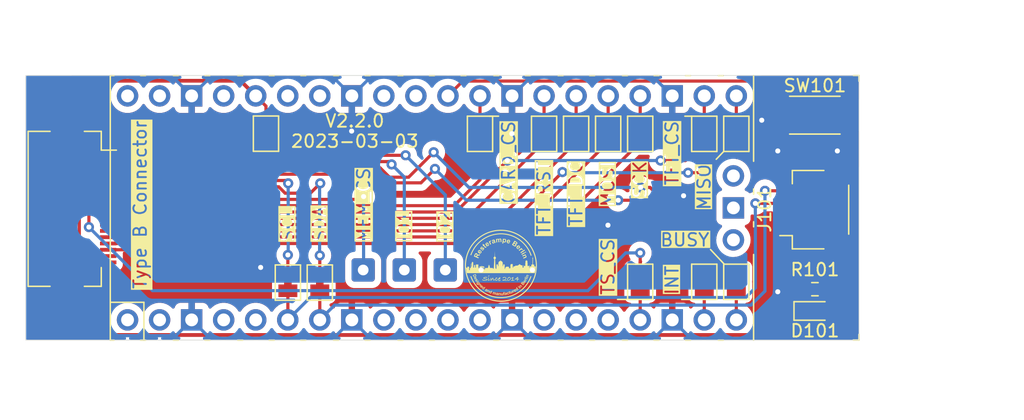
<source format=kicad_pcb>
(kicad_pcb (version 20221018) (generator pcbnew)
  (title_block (title "EYESPI PiCowbell") (date "2023-03-03") (rev "2.2.0") (company "Resterampe Berlin") (comment 3 "https://creativecommons.org/licenses/by-nc/4.0") (comment 4 "License CC BY-NC 4.0"))
  (layers (0 "F.Cu" signal) (31 "B.Cu" signal) (34 "B.Paste" user) (35 "F.Paste" user) (36 "B.SilkS" user "B.Silkscreen") (37 "F.SilkS" user "F.Silkscreen") (38 "B.Mask" user) (39 "F.Mask" user) (44 "Edge.Cuts" user))
  (net 0 "")
  (net 1 "GND")
  (net 2 "Net-(D101-A)")
  (net 3 "/LITE")
  (net 4 "/EYESPI_SCK")
  (net 5 "/EYESPI_MOSI")
  (net 6 "/EYESPI_MISO")
  (net 7 "/TFT_DC")
  (net 8 "/~{TFT_RST}")
  (net 9 "/~{TFT_CS}")
  (net 10 "/~{CARD_CS}")
  (net 11 "/~{MEM_CS}")
  (net 12 "/EYESPI_SCL")
  (net 13 "/EYESPI_SDA")
  (net 14 "/INT")
  (net 15 "/BUSY")
  (net 16 "/~{TS_CS}")
  (net 17 "+3V3")
  (net 18 "unconnected-(J106-PadMP)")
  (net 19 "/EYESPI_GPIO1")
  (net 20 "/EYESPI_GPIO2")
  (net 21 "SDA")
  (net 22 "SCL")
  (net 23 "/GPIO17")
  (net 24 "SCK")
  (net 25 "/GPIO20")
  (net 26 "MOSI")
  (net 27 "/GPIO21")
  (net 28 "MISO")
  (net 29 "/GPIO22")
  (net 38 "unconnected-(J101-PadMP)")
  (net 49 "/GPIO13")
  (net 50 "/GPIO14")
  (net 51 "/GPIO15")
  (net 55 "/~{RUN}")
  (footprint "Jumper:SolderJumper-2_P1.3mm_Bridged_Pad1.0x1.5mm" (layer "F.Cu") (at 161.0741 66.2074 90)
    (fp_text reference "JP108" hide)
    (fp_text value "SolderJumper_2_Bridged")
  )
  (footprint "Jumper:SolderJumper-2_P1.3mm_Bridged_Pad1.0x1.5mm" (layer "F.Cu") (at 136.4869 66.1924 90)
    (fp_text reference "JP102" hide)
    (fp_text value "SolderJumper_2_Bridged")
  )
  (footprint "Jumper:SolderJumper-2_P1.3mm_Bridged_Pad1.0x1.5mm" (layer "F.Cu") (at 166.1541 66.2074 90)
    (fp_text reference "JP107" hide)
    (fp_text value "SolderJumper_2_Bridged")
  )
  (footprint "MCU_RaspberryPi_and_Boards:RPi_Pico_TH" (layer "F.Cu") (at 149.6441 72.0852 90)
    (fp_text reference "U101" hide)
    (fp_text value "Pico")
  )
  (footprint "Connector_JST:JST_SH_SM04B-SRSS-TB_1x04-1MP_P1.00mm_Horizontal" (layer "F.Cu") (at 179.9983 72.227 90)
    (fp_text reference "J101")
    (fp_text value "StemmaQT")
  )
  (footprint "Connector_FFC-FPC:Hirose_FH12-18S-0.5SH_1x18-1MP_P0.50mm_Horizontal" (layer "F.Cu") (at 122.1303 72.1614 -90)
    (fp_text reference "J106" hide)
    (fp_text value "EYE_SPI_DISPLAY_TYPE_B")
  )
  (footprint "Footprints:Switch_SMD_3.95x2.9mm" (layer "F.Cu") (at 179.9983 64.727)
    (fp_text reference "SW101")
    (fp_text value "SW_Push")
  )
  (footprint "Jumper:SolderJumper-2_P1.3mm_Bridged_Pad1.0x1.5mm" (layer "F.Cu") (at 140.7541 78.0138 -90)
    (fp_text reference "JP104" hide)
    (fp_text value "SolderJumper_2_Bridged")
  )
  (footprint "Jumper:SolderJumper-2_P1.3mm_Bridged_Pad1.0x1.5mm" (layer "F.Cu") (at 163.6141 66.2074 90)
    (fp_text reference "JP109" hide)
    (fp_text value "SolderJumper_2_Bridged")
  )
  (footprint "Jumper:SolderJumper-2_P1.3mm_Open_Pad1.0x1.5mm" (layer "F.Cu") (at 171.2341 77.9526 -90)
    (fp_text reference "JP106" hide)
    (fp_text value "SolderJumper_2_Open")
  )
  (footprint "Jumper:SolderJumper-2_P1.3mm_Open_Pad1.0x1.5mm" (layer "F.Cu") (at 166.1541 77.9526 -90)
    (fp_text reference "JP103" hide)
    (fp_text value "SolderJumper_2_Open")
  )
  (footprint "Jumper:SolderJumper-2_P1.3mm_Bridged_Pad1.0x1.5mm" (layer "F.Cu") (at 171.2341 66.2074 90)
    (fp_text reference "JP105" hide)
    (fp_text value "SolderJumper_2_Bridged")
  )
  (footprint "Jumper:SolderJumper-2_P1.3mm_Open_Pad1.0x1.5mm" (layer "F.Cu") (at 173.7741 77.9526 -90)
    (fp_text reference "JP113" hide)
    (fp_text value "SolderJumper_2_Open")
  )
  (footprint "Jumper:SolderJumper-2_P1.3mm_Open_Pad1.0x1.5mm" (layer "F.Cu") (at 173.7741 66.2074 90)
    (fp_text reference "JP111" hide)
    (fp_text value "SolderJumper_2_Open")
  )
  (footprint "Jumper:SolderJumper-2_P1.3mm_Bridged_Pad1.0x1.5mm" (layer "F.Cu") (at 158.5341 66.2074 90)
    (fp_text reference "JP110" hide)
    (fp_text value "SolderJumper_2_Bridged")
  )
  (footprint "Jumper:SolderJumper-2_P1.3mm_Bridged_Pad1.0x1.5mm" (layer "F.Cu") (at 138.2237 78.0138 -90)
    (fp_text reference "JP101" hide)
    (fp_text value "SolderJumper_2_Bridged")
  )
  (footprint "LED_SMD:LED_0603_1608Metric_Pad1.05x0.95mm_HandSolder" (layer "F.Cu") (at 180.0067 80.2658)
    (fp_text reference "D101")
    (fp_text value "LED")
  )
  (footprint "Resistor_SMD:R_0603_1608Metric_Pad0.98x0.95mm_HandSolder" (layer "F.Cu") (at 180.0067 78.5386)
    (fp_text reference "R101")
    (fp_text value "330R")
  )
  (footprint "Jumper:SolderJumper-2_P1.3mm_Open_Pad1.0x1.5mm" (layer "F.Cu") (at 153.4541 66.2074 90)
    (fp_text reference "JP112" hide)
    (fp_text value "SolderJumper_2_Open")
  )
  (footprint "Connector_Wire:SolderWire-0.25sqmm_1x01_D0.65mm_OD1.7mm" (layer "F.Cu") (at 144.1927 77.0146)
    (fp_text reference "J109" hide)
    (fp_text value "Conn_01x01")
  )
  (footprint "Connector_Wire:SolderWire-0.25sqmm_1x01_D0.65mm_OD1.7mm" (layer "F.Cu") (at 147.4535 77.0164)
    (fp_text reference "J107" hide)
    (fp_text value "Conn_01x01")
  )
  (footprint "Connector_Wire:SolderWire-0.25sqmm_1x01_D0.65mm_OD1.7mm" (layer "B.Cu") (at 150.7047 77.0146 180)
    (fp_text reference "J108" hide)
    (fp_text value "Conn_01x01" hide)
  )
  (gr_poly (pts (xy 153.18843 77.73582) (xy 153.191084 77.736083) (xy 153.193761 77.736493) (xy 153.19646 77.737049) (xy 153.199182 77.737752) (xy 153.201927 77.738601) (xy 153.20467 77.739619) (xy 153.207389 77.740828) (xy 153.210083 77.742227) (xy 153.212752 77.743817) (xy 153.215396 77.745598) (xy 153.218015 77.74757) (xy 153.22061 77.749733) (xy 153.22318 77.752086) (xy 153.225724 77.754631) (xy 153.228245 77.757366) (xy 153.23074 77.760292) (xy 153.23321 77.763409) (xy 153.235656 77.766716) (xy 153.238077 77.770215) (xy 153.240473 77.773905) (xy 153.242845 77.777786) (xy 153.245015 77.78153) (xy 153.247037 77.7852) (xy 153.248909 77.788793) (xy 153.250633 77.792311) (xy 153.252208 77.795754) (xy 153.253634 77.79912) (xy 153.254911 77.802411) (xy 153.256039 77.805626) (xy 153.257018 77.808766) (xy 153.257848 77.81183) (xy 153.258529 77.814818) (xy 153.259061 77.817731) (xy 153.259444 77.820568) (xy 153.259678 77.82333) (xy 153.259763 77.826015) (xy 153.259698 77.828626) (xy 153.259499 77.831184) (xy 153.259184 77.833715) (xy 153.258752 77.836218) (xy 153.258205 77.838693) (xy 153.257541 77.841141) (xy 153.256762 77.843561) (xy 153.255866 77.845953) (xy 153.254853 77.848317) (xy 153.253725 77.850653) (xy 153.25248 77.852962) (xy 153.251119 77.855242) (xy 153.249642 77.857494) (xy 153.248048 77.859718) (xy 153.246337 77.861915) (xy 153.24451 77.864083) (xy 153.242567 77.866222) (xy 153.213913 77.833454) (xy 153.214788 77.832514) (xy 153.215612 77.831559) (xy 153.216385 77.83059) (xy 153.217107 77.829607) (xy 153.217779 77.828608) (xy 153.218399 77.827596) (xy 153.218969 77.826568) (xy 153.219487 77.825526) (xy 153.219955 77.82447) (xy 153.220371 77.823399) (xy 153.220736 77.822313) (xy 153.221051 77.821213) (xy 153.221314 77.820098) (xy 153.221526 77.818969) (xy 153.221687 77.817825) (xy 153.221797 77.816666) (xy 153.221848 77.815492) (xy 153.221837 77.814294) (xy 153.221765 77.813073) (xy 153.221631 77.811829) (xy 153.221435 77.810563) (xy 153.221178 77.809274) (xy 153.220858 77.807962) (xy 153.220477 77.806627) (xy 153.220035 77.805269) (xy 153.219531 77.803889) (xy 153.218965 77.802485) (xy 153.218337 77.80106) (xy 153.217647 77.799611) (xy 153.216896 77.79814) (xy 153.216083 77.796646) (xy 153.215209 77.795129) (xy 153.214069 77.793246) (xy 153.212935 77.791452) (xy 153.211809 77.789746) (xy 153.210689 77.788129) (xy 153.209577 77.7866) (xy 153.208471 77.78516) (xy 153.207372 77.783808) (xy 153.206279 77.782545) (xy 153.205194 77.78137) (xy 153.204115 77.780283) (xy 153.203043 77.779285) (xy 153.201978 77.778375) (xy 153.20092 77.777553) (xy 153.199869 77.776819) (xy 153.198824 77.776173) (xy 153.197786 77.775616) (xy 153.197078 77.775308) (xy 153.196376 77.775043) (xy 153.195681 77.774821) (xy 153.194993 77.774643) (xy 153.194311 77.774508) (xy 153.193636 77.774417) (xy 153.192968 77.774368) (xy 153.192306 77.774363) (xy 153.191651 77.7744) (xy 153.191002 77.774481) (xy 153.190359 77.774605) (xy 153.189723 77.774772) (xy 153.189094 77.774981) (xy 153.18847 77.775234) (xy 153.187853 77.775529) (xy 153.187242 77.775868) (xy 153.186986 77.776026) (xy 153.186736 77.77619) (xy 153.186493 77.77636) (xy 153.186257 77.776537) (xy 153.186027 77.776719) (xy 153.185805 77.776908) (xy 153.18559 77.777103) (xy 153.185382 77.777304) (xy 153.185181 77.777511) (xy 153.184987 77.777724) (xy 153.184799 77.777943) (xy 153.184619 77.778169) (xy 153.184445 77.7784) (xy 153.184279 77.778638) (xy 153.184119 77.778882) (xy 153.183967 77.779132) (xy 153.183821 77.779388) (xy 153.183682 77.77965) (xy 153.183551 77.779918) (xy 153.183426 77.780193) (xy 153.183197 77.78076) (xy 153.182995 77.781352) (xy 153.182822 77.781968) (xy 153.182676 77.782609) (xy 153.182558 77.783274) (xy 153.182467 77.783963) (xy 153.18242 77.78502) (xy 153.182469 77.786293) (xy 153.182612 77.787783) (xy 153.182851 77.78949) (xy 153.183185 77.791415) (xy 153.183614 77.793556) (xy 153.184138 77.795915) (xy 153.184757 77.798491) (xy 153.18628 77.804294) (xy 153.188184 77.810967) (xy 153.190467 77.818508) (xy 153.19313 77.826919) (xy 153.195763 77.8355) (xy 153.197947 77.843553) (xy 153.199682 77.851077) (xy 153.200381 77.85464) (xy 153.200968 77.858072) (xy 153.201442 77.861371) (xy 153.201805 77.864538) (xy 153.202055 77.867573) (xy 153.202193 77.870475) (xy 153.202219 77.873245) (xy 153.202132 77.875883) (xy 153.201934 77.878388) (xy 153.201623 77.880761) (xy 153.201168 77.883032) (xy 153.200592 77.885245) (xy 153.199896 77.887401) (xy 153.199078 77.8895) (xy 153.19814 77.891541) (xy 153.197081 77.893525) (xy 153.195902 77.895452) (xy 153.194601 77.897321) (xy 153.193181 77.899133) (xy 153.191639 77.900887) (xy 153.189977 77.902584) (xy 153.188195 77.904224) (xy 153.186292 77.905807) (xy 153.184268 77.907332) (xy 153.182125 77.908799) (xy 153.179861 77.91021) (xy 153.177309 77.911636) (xy 153.174722 77.912903) (xy 153.172102 77.914011) (xy 153.169448 77.91496) (xy 153.166759 77.91575) (xy 153.164037 77.916382) (xy 153.161281 77.916854) (xy 153.158491 77.917168) (xy 153.155666 77.917323) (xy 153.152808 77.917319) (xy 153.149916 77.917157) (xy 153.14699 77.916836) (xy 153.14403 77.916356) (xy 153.141037 77.915718) (xy 153.138009 77.914922) (xy 153.134948 77.913966) (xy 153.131886 77.912835) (xy 153.128864 77.911508) (xy 153.12588 77.909987) (xy 153.122934 77.908271) (xy 153.120028 77.906361) (xy 153.11716 77.904255) (xy 153.114331 77.901955) (xy 153.11154 77.899461) (xy 153.108788 77.896771) (xy 153.106075 77.893887) (xy 153.1034 77.890808) (xy 153.100764 77.887535) (xy 153.098166 77.884066) (xy 153.095607 77.880403) (xy 153.093086 77.876546) (xy 153.090604 77.872493) (xy 153.088445 77.868746) (xy 153.086441 77.865041) (xy 153.08459 77.861378) (xy 153.082892 77.857756) (xy 153.081348 77.854176) (xy 153.079958 77.850638) (xy 153.078721 77.847142) (xy 153.077637 77.843687) (xy 153.076708 77.840273) (xy 153.075932 77.836901) (xy 153.075309 77.833571) (xy 153.074841 77.830282) (xy 153.074526 77.827034) (xy 153.074365 77.823828) (xy 153.074357 77.820663) (xy 153.074504 77.817539) (xy 153.074789 77.814463) (xy 153.075199 77.811442) (xy 153.075734 77.808475) (xy 153.076394 77.805563) (xy 153.077178 77.802705) (xy 153.078087 77.799902) (xy 153.079121 77.797153) (xy 153.08028 77.794458) (xy 153.081563 77.791817) (xy 153.082971 77.789231) (xy 153.084504 77.786698) (xy 153.086162 77.78422) (xy 153.087945 77.781796) (xy 153.089853 77.779426) (xy 153.091885 77.777111) (xy 153.094043 77.774849) (xy 153.123267 77.810461) (xy 153.122062 77.811627) (xy 153.120924 77.812807) (xy 153.119853 77.814002) (xy 153.118849 77.815212) (xy 153.117911 77.816436) (xy 153.11704 77.817675) (xy 153.116236 77.818928) (xy 153.115498 77.820197) (xy 153.114827 77.82148) (xy 153.114222 77.822777) (xy 153.113684 77.82409) (xy 153.113213 77.825417) (xy 153.112809 77.826759) (xy 153.112471 77.828116) (xy 153.1122 77.829488) (xy 153.111995 77.830874) (xy 153.111861 77.832276) (xy 153.111802 77.833698) (xy 153.111818 77.835141) (xy 153.111908 77.836604) (xy 153.112073 77.838088) (xy 153.112312 77.839592) (xy 153.112626 77.841116) (xy 153.113014 77.842661) (xy 153.113476 77.844227) (xy 153.114013 77.845813) (xy 153.114625 77.847419) (xy 153.11531 77.849046) (xy 153.11607 77.850694) (xy 153.116904 77.852361) (xy 153.117812 77.85405) (xy 153.118795 77.855758) (xy 153.119922 77.857609) (xy 153.121059 77.859374) (xy 153.122203 77.861055) (xy 153.123357 77.862652) (xy 153.124518 77.864164) (xy 153.125689 77.865592) (xy 153.126868 77.866935) (xy 153.128055 77.868194) (xy 153.129251 77.869368) (xy 153.130456 77.870458) (xy 153.13167 77.871464) (xy 153.132893 77.872386) (xy 153.134124 77.873224) (xy 153.135364 77.873977) (xy 153.136613 77.874646) (xy 153.137872 77.875232) (xy 153.138736 77.87556) (xy 153.139597 77.875836) (xy 153.140455 77.876059) (xy 153.141309 77.876229) (xy 153.142161 77.876347) (xy 153.14301 77.876412) (xy 153.143855 77.876425) (xy 153.144698 77.876386) (xy 153.145537 77.876294) (xy 153.146373 77.87615) (xy 153.147206 77.875953) (xy 153.148036 77.875704) (xy 153.148863 77.875403) (xy 153.149687 77.87505) (xy 153.150508 77.874644) (xy 153.151326 77.874187) (xy 153.151869 77.87385) (xy 153.152387 77.873498) (xy 153.152881 77.873131) (xy 153.15335 77.87275) (xy 153.153794 77.872355) (xy 153.154213 77.871945) (xy 153.154607 77.87152) (xy 153.154977 77.871081) (xy 153.155321 77.870627) (xy 153.155641 77.870159) (xy 153.155937 77.869676) (xy 153.156207 77.869178) (xy 153.156453 77.868666) (xy 153.156673 77.86814) (xy 153.156869 77.867598) (xy 153.157041 77.867043) (xy 153.157154 77.866445) (xy 153.15723 77.865792) (xy 153.157269 77.865086) (xy 153.157271 77.864324) (xy 153.157237 77.863508) (xy 153.157166 77.862637) (xy 153.157058 77.861712) (xy 153.156913 77.860733) (xy 153.156732 77.859698) (xy 153.156514 77.858609) (xy 153.156259 77.857466) (xy 153.155967 77.856268) (xy 153.155639 77.855015) (xy 153.155274 77.853708) (xy 153.154872 77.852346) (xy 153.154434 77.85093) (xy 153.150322 77.838137) (xy 153.146794 77.82646) (xy 153.143853 77.815897) (xy 153.141496 77.806448) (xy 153.139725 77.798114) (xy 153.138539 77.790894) (xy 153.137939 77.784788) (xy 153.137858 77.782153) (xy 153.137924 77.779796) (xy 153.138195 77.77677) (xy 153.138619 77.773836) (xy 153.139197 77.770997) (xy 153.139929 77.76825) (xy 153.140815 77.765597) (xy 153.141854 77.763038) (xy 153.143048 77.760572) (xy 153.144395 77.7582) (xy 153.145897 77.755921) (xy 153.147552 77.753736) (xy 153.149361 77.751645) (xy 153.151325 77.749647) (xy 153.153442 77.747744) (xy 153.155713 77.745934) (xy 153.158139 77.744218) (xy 153.160718 77.742596) (xy 153.163125 77.741248) (xy 153.165555 77.740046) (xy 153.168007 77.738991) (xy 153.170481 77.738082) (xy 153.172978 77.737319) (xy 153.175497 77.736703) (xy 153.178039 77.736233) (xy 153.180603 77.73591) (xy 153.18319 77.735734) (xy 153.185799 77.735704)) (fill solid) (layer "F.SilkS"))
  (gr_poly (pts (xy 157.250197 77.639951) (xy 157.231319 77.681213) (xy 157.07536 77.609881) (xy 157.094226 77.56862)) (fill solid) (layer "F.SilkS"))
  (gr_poly (pts (xy 156.986188 77.842479) (xy 156.990613 77.842858) (xy 156.995112 77.843503) (xy 156.999687 77.844415) (xy 157.004337 77.845594) (xy 157.009061 77.847039) (xy 157.01386 77.84875) (xy 157.018735 77.850728) (xy 157.023684 77.852973) (xy 157.028707 77.855484) (xy 157.033806 77.858261) (xy 157.03898 77.861306) (xy 157.044228 77.864616) (xy 157.049551 77.868194) (xy 156.986592 77.962862) (xy 156.988721 77.964157) (xy 156.990834 77.965348) (xy 156.992931 77.966435) (xy 156.995014 77.967418) (xy 156.997082 77.968298) (xy 156.999134 77.969073) (xy 157.001171 77.969745) (xy 157.003194 77.970313) (xy 157.005201 77.970777) (xy 157.007193 77.971137) (xy 157.00917 77.971393) (xy 157.011133 77.971546) (xy 157.01308 77.971594) (xy 157.015012 77.971539) (xy 157.01693 77.97138) (xy 157.018832 77.971117) (xy 157.020702 77.97076) (xy 157.022521 77.970322) (xy 157.02429 77.969801) (xy 157.026008 77.969197) (xy 157.027676 77.968511) (xy 157.029293 77.967743) (xy 157.030859 77.966893) (xy 157.032374 77.965961) (xy 157.033839 77.964946) (xy 157.035253 77.963849) (xy 157.036616 77.96267) (xy 157.037929 77.961409) (xy 157.039191 77.960066) (xy 157.040402 77.958641) (xy 157.041562 77.957135) (xy 157.042672 77.955546) (xy 157.043382 77.954435) (xy 157.04404 77.953322) (xy 157.044646 77.952204) (xy 157.045199 77.951084) (xy 157.0457 77.94996) (xy 157.046148 77.948833) (xy 157.046544 77.947703) (xy 157.046888 77.94657) (xy 157.047179 77.945434) (xy 157.047418 77.944294) (xy 157.047605 77.943152) (xy 157.047739 77.942006) (xy 157.047821 77.940858) (xy 157.04785 77.939707) (xy 157.047827 77.938552) (xy 157.047752 77.937396) (xy 157.047619 77.936233) (xy 157.047425 77.935064) (xy 157.047169 77.933887) (xy 157.046851 77.932702) (xy 157.046472 77.93151) (xy 157.046031 77.93031) (xy 157.045529 77.929102) (xy 157.044965 77.927887) (xy 157.044339 77.926664) (xy 157.043652 77.925433) (xy 157.042904 77.924194) (xy 157.042094 77.922948) (xy 157.041222 77.921693) (xy 157.040289 77.920431) (xy 157.039295 77.919161) (xy 157.038239 77.917882) (xy 157.069593 77.884439) (xy 157.071517 77.887076) (xy 157.07332 77.889726) (xy 157.075002 77.892391) (xy 157.076563 77.89507) (xy 157.078004 77.897764) (xy 157.079323 77.900472) (xy 157.080522 77.903194) (xy 157.0816 77.90593) (xy 157.082557 77.90868) (xy 157.083393 77.911445) (xy 157.084109 77.914224) (xy 157.084704 77.917017) (xy 157.085179 77.919825) (xy 157.085532 77.922647) (xy 157.085765 77.925483) (xy 157.085878 77.928333) (xy 157.085867 77.931193) (xy 157.085731 77.934059) (xy 157.085469 77.93693) (xy 157.085081 77.939806) (xy 157.084568 77.942687) (xy 157.08393 77.945573) (xy 157.083166 77.948465) (xy 157.082276 77.951362) (xy 157.081261 77.954265) (xy 157.08012 77.957172) (xy 157.078854 77.960085) (xy 157.077462 77.963003) (xy 157.075944 77.965927) (xy 157.074301 77.968855) (xy 157.072532 77.971789) (xy 157.070638 77.974728) (xy 157.067497 77.979246) (xy 157.064267 77.983485) (xy 157.060948 77.987447) (xy 157.057538 77.991131) (xy 157.054039 77.994538) (xy 157.050451 77.997667) (xy 157.046773 78.000518) (xy 157.043005 78.003092) (xy 157.039148 78.005387) (xy 157.035201 78.007405) (xy 157.031164 78.009145) (xy 157.027038 78.010607) (xy 157.022822 78.011791) (xy 157.018517 78.012697) (xy 157.014122 78.013325) (xy 157.009638 78.013675) (xy 157.006023 78.013737) (xy 157.002402 78.013636) (xy 156.998774 78.013371) (xy 156.99514 78.012943) (xy 156.991499 78.012352) (xy 156.987852 78.011597) (xy 156.984199 78.010679) (xy 156.980539 78.009597) (xy 156.976873 78.008352) (xy 156.9732 78.006944) (xy 156.969521 78.005372) (xy 156.965836 78.003637) (xy 156.962145 78.001738) (xy 156.958447 77.999676) (xy 156.954743 77.99745) (xy 156.951033 77.995062) (xy 156.946703 77.99208) (xy 156.94259 77.989033) (xy 156.938694 77.985921) (xy 156.935014 77.982743) (xy 156.931551 77.979501) (xy 156.928304 77.976194) (xy 156.925274 77.972821) (xy 156.922461 77.969384) (xy 156.919864 77.965881) (xy 156.917485 77.962313) (xy 156.915322 77.95868) (xy 156.913376 77.954982) (xy 156.911646 77.951219) (xy 156.910134 77.947391) (xy 156.908839 77.943497) (xy 156.90776 77.939539) (xy 156.906894 77.935561) (xy 156.906237 77.931612) (xy 156.905787 77.92769) (xy 156.905545 77.923796) (xy 156.905511 77.919929) (xy 156.905686 77.91609) (xy 156.905898 77.913979) (xy 156.9436 77.913979) (xy 156.943639 77.915677) (xy 156.94377 77.917389) (xy 156.943995 77.919115) (xy 156.944312 77.920854) (xy 156.944722 77.922606) (xy 156.945223 77.924349) (xy 156.945817 77.926061) (xy 156.946504 77.927743) (xy 156.947284 77.929394) (xy 156.948158 77.931015) (xy 156.949125 77.932605) (xy 156.950185 77.934164) (xy 156.951339 77.935692) (xy 156.952585 77.93719) (xy 156.953925 77.938657) (xy 156.955358 77.940094) (xy 156.956884 77.941499) (xy 156.958503 77.942874) (xy 156.960215 77.944218) (xy 156.96202 77.945532) (xy 156.963918 77.946815) (xy 157.001475 77.89034) (xy 156.999403 77.889078) (xy 156.997352 77.887916) (xy 156.995322 77.886855) (xy 156.993315 77.885895) (xy 156.991329 77.885035) (xy 156.989364 77.884275) (xy 156.987421 77.883617) (xy 156.9855 77.883058) (xy 156.9836 77.882601) (xy 156.981722 77.882244) (xy 156.979865 77.881988) (xy 156.97803 77.881832) (xy 156.976216 77.881777) (xy 156.974424 77.881823) (xy 156.972653 77.881969) (xy 156.970903 77.882217) (xy 156.969189 77.882552) (xy 156.967523 77.88296) (xy 156.965905 77.883438) (xy 156.964335 77.883988) (xy 156.962815 77.88461) (xy 156.961342 77.885302) (xy 156.959919 77.886067) (xy 156.958544 77.886903) (xy 156.957218 77.887811) (xy 156.95594 77.88879) (xy 156.954711 77.889841) (xy 156.953531 77.890964) (xy 156.9524 77.892159) (xy 156.951318 77.893425) (xy 156.950284 77.894763) (xy 156.9493 77.896174) (xy 156.948317 77.897726) (xy 156.947427 77.899291) (xy 156.94663 77.900869) (xy 156.945926 77.902461) (xy 156.945315 77.904067) (xy 156.944797 77.905685) (xy 156.944372 77.907317) (xy 156.944039 77.908963) (xy 156.9438 77.910621) (xy 156.943653 77.912293) (xy 156.9436 77.913979) (xy 156.905898 77.913979) (xy 156.906068 77.912279) (xy 156.906659 77.908496) (xy 156.907457 77.904741) (xy 156.908464 77.901014) (xy 156.909679 77.897315) (xy 156.911101 77.893644) (xy 156.912732 77.890001) (xy 156.914571 77.886386) (xy 156.916618 77.882799) (xy 156.918873 77.87924) (xy 156.92157 77.875364) (xy 156.924361 77.871701) (xy 156.927246 77.868253) (xy 156.930226 77.86502) (xy 156.933301 77.862001) (xy 156.93647 77.859196) (xy 156.939734 77.856605) (xy 156.943092 77.854229) (xy 156.946545 77.852067) (xy 156.950093 77.85012) (xy 156.953735 77.848387) (xy 156.957472 77.846868) (xy 156.961303 77.845564) (xy 156.965229 77.844475) (xy 156.969249 77.8436) (xy 156.973364 77.842939) (xy 156.977564 77.842519) (xy 156.981838 77.842366)) (fill solid) (layer "F.SilkS"))
  (gr_poly (pts (xy 157.073085 77.558935) (xy 157.054207 77.600211) (xy 157.016028 77.582748) (xy 157.034906 77.541473)) (fill solid) (layer "F.SilkS"))
  (gr_poly (pts (xy 152.830815 77.680577) (xy 152.914926 77.853143) (xy 153.011588 78.017941) (xy 153.120172 78.174347) (xy 153.240051 78.321739) (xy 153.370597 78.459495) (xy 153.511182 78.586992) (xy 153.661179 78.703608) (xy 153.81996 78.808721) (xy 153.986898 78.901708) (xy 154.161364 78.981947) (xy 154.342731 79.048815) (xy 154.530371 79.10169) (xy 154.723657 79.13995) (xy 154.92196 79.162972) (xy 155.022798 79.168575) (xy 155.124654 79.170134) (xy 155.225713 79.167637) (xy 155.32573 79.161169) (xy 155.424631 79.150805) (xy 155.522339 79.136623) (xy 155.618778 79.118699) (xy 155.713873 79.097111) (xy 155.807547 79.071935) (xy 155.899725 79.043247) (xy 155.99033 79.011125) (xy 156.079287 78.975645) (xy 156.166519 78.936884) (xy 156.251952 78.894918) (xy 156.335508 78.849826) (xy 156.417112 78.801682) (xy 156.496688 78.750564) (xy 156.57416 78.696549) (xy 156.649453 78.639713) (xy 156.722489 78.580134) (xy 156.793194 78.517888) (xy 156.861492 78.453051) (xy 156.927306 78.3857) (xy 156.99056 78.315913) (xy 157.051179 78.243766) (xy 157.109086 78.169335) (xy 157.164207 78.092698) (xy 157.216464 78.013931) (xy 157.265782 77.93311) (xy 157.312085 77.850314) (xy 157.355297 77.765618) (xy 157.395342 77.679099) (xy 157.432145 77.590833) (xy 157.465628 77.500899) (xy 157.533002 77.524509) (xy 157.460705 77.707809) (xy 157.375064 77.883926) (xy 157.276705 78.052226) (xy 157.166253 78.212079) (xy 157.044332 78.362853) (xy 156.911567 78.503917) (xy 156.768584 78.634638) (xy 156.616006 78.754385) (xy 156.45446 78.862528) (xy 156.284569 78.958433) (xy 156.106959 79.04147) (xy 155.922254 79.111008) (xy 155.731079 79.166413) (xy 155.53406 79.207056) (xy 155.331821 79.232303) (xy 155.22894 79.238957) (xy 155.124987 79.241525) (xy 155.020215 79.239922) (xy 154.91649 79.234161) (xy 154.813894 79.224321) (xy 154.712508 79.210482) (xy 154.612413 79.192725) (xy 154.513688 79.171129) (xy 154.416415 79.145774) (xy 154.320675 79.116741) (xy 154.226548 79.08411) (xy 154.134115 79.04796) (xy 154.043456 79.008371) (xy 153.954653 78.965424) (xy 153.867786 78.919199) (xy 153.782935 78.869775) (xy 153.700182 78.817233) (xy 153.619607 78.761653) (xy 153.541291 78.703114) (xy 153.465315 78.641697) (xy 153.391758 78.577482) (xy 153.320703 78.510549) (xy 153.25223 78.440977) (xy 153.186418 78.368848) (xy 153.12335 78.29424) (xy 153.063106 78.217234) (xy 153.005767 78.13791) (xy 152.951412 78.056349) (xy 152.900124 77.972629) (xy 152.851982 77.886831) (xy 152.807068 77.799035) (xy 152.765461 77.709322) (xy 152.727244 77.61777) (xy 152.692496 77.524461) (xy 152.759882 77.500863)) (fill solid) (layer "F.SilkS"))
  (gr_poly (pts (xy 157.588637 76.128084) (xy 157.588635 76.128087) (xy 157.588633 76.128089) (xy 157.588631 76.128092) (xy 157.58863 76.128094) (xy 157.588629 76.128096) (xy 157.588627 76.128099) (xy 157.588626 76.1281) (xy 157.588626 76.128101) (xy 157.588626 76.1281) (xy 157.588626 76.128099) (xy 157.588626 76.128095) (xy 157.588626 76.128094) (xy 157.588626 76.128093) (xy 157.588626 76.128092) (xy 157.588626 76.128091) (xy 157.588627 76.12809) (xy 157.588627 76.128089) (xy 157.588628 76.128088) (xy 157.588628 76.128087) (xy 157.588629 76.128087) (xy 157.588629 76.128086) (xy 157.58863 76.128086) (xy 157.58863 76.128085) (xy 157.588631 76.128085) (xy 157.588631 76.128084) (xy 157.588632 76.128084) (xy 157.588633 76.128083) (xy 157.588634 76.128083) (xy 157.588635 76.128083) (xy 157.588636 76.128082) (xy 157.588637 76.128082) (xy 157.588638 76.128082) (xy 157.588639 76.128082)) (fill solid) (layer "F.SilkS"))
  (gr_poly (pts (xy 153.142171 77.423641) (xy 153.14468 77.430353) (xy 153.146899 77.436708) (xy 153.148828 77.442704) (xy 153.150467 77.448343) (xy 153.151817 77.453623) (xy 153.152877 77.458545) (xy 153.153648 77.463107) (xy 153.15413 77.46731) (xy 153.154308 77.470008) (xy 153.154399 77.472689) (xy 153.154403 77.475352) (xy 153.154321 77.477999) (xy 153.154153 77.480629) (xy 153.153899 77.483241) (xy 153.153558 77.485837) (xy 153.153131 77.488416) (xy 153.152618 77.490978) (xy 153.152019 77.493523) (xy 153.151333 77.496051) (xy 153.150562 77.498562) (xy 153.149704 77.501057) (xy 153.148761 77.503535) (xy 153.147731 77.505996) (xy 153.146616 77.50844) (xy 153.145419 77.510862) (xy 153.144152 77.513252) (xy 153.142814 77.51561) (xy 153.141404 77.517935) (xy 153.139924 77.520228) (xy 153.138372 77.522489) (xy 153.136749 77.524718) (xy 153.135055 77.526914) (xy 153.13329 77.529079) (xy 153.131454 77.531211) (xy 153.129546 77.53331) (xy 153.127568 77.535378) (xy 153.125518 77.537413) (xy 153.123397 77.539416) (xy 153.121204 77.541387) (xy 153.118941 77.543325) (xy 153.116592 77.545234) (xy 153.114145 77.547116) (xy 153.111599 77.548972) (xy 153.108954 77.550801) (xy 153.10621 77.552603) (xy 153.103368 77.554378) (xy 153.100427 77.556127) (xy 153.097387 77.557849) (xy 153.094248 77.559544) (xy 153.09101 77.561212) (xy 153.087673 77.562853) (xy 153.084238 77.564468) (xy 153.080703 77.566055) (xy 153.077069 77.567616) (xy 153.073335 77.56915) (xy 153.069503 77.570657) (xy 153.062759 77.57313) (xy 153.05617 77.575302) (xy 153.049736 77.577172) (xy 153.043457 77.57874) (xy 153.037331 77.580005) (xy 153.03136 77.580967) (xy 153.028433 77.581334) (xy 153.025543 77.581625) (xy 153.022693 77.581841) (xy 153.01988 77.581981) (xy 153.016492 77.582063) (xy 153.013155 77.582063) (xy 153.009868 77.58198) (xy 153.006632 77.581814) (xy 153.003446 77.581566) (xy 153.000311 77.581234) (xy 152.997227 77.58082) (xy 152.994193 77.580322) (xy 152.991209 77.579742) (xy 152.988276 77.579078) (xy 152.985394 77.578332) (xy 152.982562 77.577503) (xy 152.97978 77.57659) (xy 152.97705 77.575595) (xy 152.974369 77.574517) (xy 152.97174 77.573355) (xy 152.969775 77.572408) (xy 152.967824 77.571383) (xy 152.965888 77.570279) (xy 152.963966 77.569096) (xy 152.962058 77.567835) (xy 152.960165 77.566496) (xy 152.958286 77.565078) (xy 152.956422 77.563582) (xy 152.954572 77.562007) (xy 152.952736 77.560354) (xy 152.950915 77.558623) (xy 152.949108 77.556813) (xy 152.947316 77.554924) (xy 152.945538 77.552958) (xy 152.943775 77.550912) (xy 152.942026 77.548789) (xy 152.940735 77.547123) (xy 152.93945 77.545365) (xy 152.938172 77.543515) (xy 152.9369 77.541573) (xy 152.935634 77.539539) (xy 152.934376 77.537413) (xy 152.933124 77.535195) (xy 152.931878 77.532886) (xy 152.93064 77.530484) (xy 152.929408 77.52799) (xy 152.928182 77.525404) (xy 152.926964 77.522727) (xy 152.925752 77.519958) (xy 152.924546 77.517097) (xy 152.922156 77.511099) (xy 152.901497 77.457441) (xy 152.944236 77.457441) (xy 152.957068 77.490739) (xy 152.958835 77.495237) (xy 152.960543 77.499384) (xy 152.962193 77.50318) (xy 152.963784 77.506626) (xy 152.965316 77.509721) (xy 152.966788 77.512466) (xy 152.968202 77.514861) (xy 152.969556 77.516906) (xy 152.970426 77.518112) (xy 152.971315 77.519277) (xy 152.972222 77.520402) (xy 152.973148 77.521488) (xy 152.974092 77.522533) (xy 152.975055 77.523538) (xy 152.976035 77.524503) (xy 152.977035 77.525428) (xy 152.978052 77.526312) (xy 152.979088 77.527157) (xy 152.980142 77.527961) (xy 152.981214 77.528725) (xy 152.982304 77.529449) (xy 152.983412 77.530133) (xy 152.984539 77.530776) (xy 152.985683 77.531379) (xy 152.986865 77.531939) (xy 152.988105 77.532454) (xy 152.989403 77.532923) (xy 152.990758 77.533346) (xy 152.992171 77.533723) (xy 152.993641 77.534055) (xy 152.995169 77.534341) (xy 152.996754 77.534581) (xy 152.998397 77.534775) (xy 153.000098 77.534923) (xy 153.001856 77.535025) (xy 153.003671 77.535081) (xy 153.005544 77.535092) (xy 153.007474 77.535056) (xy 153.009462 77.534974) (xy 153.011507 77.534845) (xy 153.013615 77.534663) (xy 153.015795 77.534412) (xy 153.018044 77.534093) (xy 153.020364 77.533707) (xy 153.022755 77.533253) (xy 153.025216 77.532731) (xy 153.03035 77.531483) (xy 153.035765 77.529965) (xy 153.041464 77.528176) (xy 153.047444 77.526116) (xy 153.053707 77.523786) (xy 153.059899 77.521321) (xy 153.065665 77.518859) (xy 153.071005 77.516399) (xy 153.075919 77.513942) (xy 153.080406 77.511486) (xy 153.084466 77.509031) (xy 153.086336 77.507805) (xy 153.088099 77.506579) (xy 153.089755 77.505353) (xy 153.091304 77.504127) (xy 153.092771 77.502897) (xy 153.09418 77.501656) (xy 153.095532 77.500405) (xy 153.096826 77.499144) (xy 153.098061 77.497873) (xy 153.099239 77.496592) (xy 153.100359 77.4953) (xy 153.101422 77.493998) (xy 153.102426 77.492687) (xy 153.103372 77.491365) (xy 153.10426 77.490033) (xy 153.10509 77.488692) (xy 153.105862 77.48734) (xy 153.106575 77.485978) (xy 153.107231 77.484607) (xy 153.107828 77.483225) (xy 153.10837 77.481829) (xy 153.10886 77.480413) (xy 153.109299 77.478979) (xy 153.109686 77.477525) (xy 153.11002 77.476052) (xy 153.110303 77.47456) (xy 153.110534 77.473048) (xy 153.110714 77.471517) (xy 153.110841 77.469967) (xy 153.110916 77.468398) (xy 153.110939 77.46681) (xy 153.110911 77.465202) (xy 153.11083 77.463575) (xy 153.110697 77.461929) (xy 153.110512 77.460264) (xy 153.110276 77.458579) (xy 153.110054 77.457242) (xy 153.109763 77.455772) (xy 153.108968 77.45243) (xy 153.107892 77.448553) (xy 153.106535 77.444141) (xy 153.104896 77.439194) (xy 153.102975 77.433712) (xy 153.100773 77.427694) (xy 153.09829 77.421141) (xy 153.090577 77.401098) (xy 152.944236 77.457441) (xy 152.901497 77.457441) (xy 152.889838 77.42716) (xy 153.110778 77.34211)) (fill solid) (layer "F.SilkS"))
  (gr_poly (pts (xy 156.094989 77.583059) (xy 156.096816 77.584811) (xy 156.098512 77.586522) (xy 156.100077 77.58819) (xy 156.101512 77.589815) (xy 156.102818 77.591396) (xy 156.103996 77.592931) (xy 156.105046 77.594421) (xy 156.105969 77.595864) (xy 156.106767 77.59726) (xy 156.107439 77.598607) (xy 156.107988 77.599905) (xy 156.108413 77.601153) (xy 156.108715 77.60235) (xy 156.108896 77.603496) (xy 156.108956 77.604589) (xy 156.10893 77.605329) (xy 156.108851 77.606057) (xy 156.10872 77.606773) (xy 156.108539 77.607478) (xy 156.108307 77.608173) (xy 156.108027 77.608859) (xy 156.107698 77.609536) (xy 156.107321 77.610207) (xy 156.106898 77.61087) (xy 156.106429 77.611528) (xy 156.105915 77.61218) (xy 156.105357 77.612829) (xy 156.104755 77.613474) (xy 156.104111 77.614117) (xy 156.103425 77.614758) (xy 156.102699 77.615398) (xy 156.088478 77.626774) (xy 156.088478 77.628481) (xy 156.088427 77.628534) (xy 156.088378 77.628588) (xy 156.088333 77.628641) (xy 156.088291 77.628694) (xy 156.088251 77.628748) (xy 156.088215 77.628801) (xy 156.088149 77.628908) (xy 156.088094 77.629014) (xy 156.088048 77.629121) (xy 156.088011 77.629228) (xy 156.08798 77.629334) (xy 156.087957 77.629441) (xy 156.087939 77.629548) (xy 156.087927 77.629654) (xy 156.087918 77.629761) (xy 156.087913 77.629868) (xy 156.08791 77.629974) (xy 156.087909 77.630188) (xy 156.08791 77.630401) (xy 156.087913 77.630508) (xy 156.087918 77.630614) (xy 156.087927 77.630721) (xy 156.087939 77.630828) (xy 156.087957 77.630934) (xy 156.08798 77.631041) (xy 156.088011 77.631147) (xy 156.088048 77.631254) (xy 156.088094 77.631361) (xy 156.088149 77.631467) (xy 156.088215 77.631574) (xy 156.088251 77.631627) (xy 156.088291 77.631681) (xy 156.088333 77.631734) (xy 156.088378 77.631787) (xy 156.088427 77.631841) (xy 156.088478 77.631894) (xy 156.088478 77.633601) (xy 156.086203 77.634739) (xy 156.08222 77.633601) (xy 156.083358 77.650097) (xy 156.079945 77.652373) (xy 156.07951 77.653653) (xy 156.079275 77.654293) (xy 156.079021 77.654933) (xy 156.078884 77.655253) (xy 156.07874 77.655573) (xy 156.078587 77.655893) (xy 156.078425 77.656213) (xy 156.078254 77.656533) (xy 156.078071 77.656853) (xy 156.077877 77.657173) (xy 156.07767 77.657493) (xy 156.075963 77.659199) (xy 156.075911 77.659253) (xy 156.075863 77.659306) (xy 156.075818 77.659359) (xy 156.075775 77.659413) (xy 156.075736 77.659466) (xy 156.075699 77.659519) (xy 156.075634 77.659626) (xy 156.075579 77.659733) (xy 156.075533 77.659839) (xy 156.075495 77.659946) (xy 156.075465 77.660053) (xy 156.075442 77.660159) (xy 156.075424 77.660266) (xy 156.075411 77.660373) (xy 156.075403 77.660479) (xy 156.075398 77.660586) (xy 156.075395 77.660693) (xy 156.075394 77.660906) (xy 156.075401 77.661226) (xy 156.075422 77.661546) (xy 156.075458 77.661866) (xy 156.07551 77.662186) (xy 156.075578 77.662506) (xy 156.075664 77.662826) (xy 156.075768 77.663146) (xy 156.075892 77.663466) (xy 156.076035 77.663786) (xy 156.0762 77.664106) (xy 156.076386 77.664426) (xy 156.076594 77.664746) (xy 156.076826 77.665066) (xy 156.077082 77.665386) (xy 156.077363 77.665706) (xy 156.07767 77.666026) (xy 156.076631 77.668211) (xy 156.075652 77.670496) (xy 156.07474 77.672875) (xy 156.073901 77.67534) (xy 156.073511 77.676604) (xy 156.073142 77.677886) (xy 156.072795 77.679187) (xy 156.07247 77.680505) (xy 156.072168 77.681839) (xy 156.071891 77.68319) (xy 156.071639 77.684556) (xy 156.071412 77.685936) (xy 156.07023 77.691037) (xy 156.069702 77.693235) (xy 156.069208 77.695179) (xy 156.06874 77.696857) (xy 156.068292 77.698255) (xy 156.068074 77.698844) (xy 156.067858 77.699359) (xy 156.067644 77.699797) (xy 156.06743 77.700156) (xy 156.069706 77.704139) (xy 156.063449 77.716085) (xy 156.064586 77.72348) (xy 156.061742 77.735426) (xy 156.064017 77.739977) (xy 156.060604 77.749647) (xy 156.061004 77.751113) (xy 156.061351 77.752527) (xy 156.061644 77.753887) (xy 156.061884 77.755193) (xy 156.062071 77.756447) (xy 156.062204 77.757647) (xy 156.062284 77.758793) (xy 156.062311 77.759887) (xy 156.06231 77.760501) (xy 156.062302 77.761069) (xy 156.062281 77.761596) (xy 156.062263 77.761847) (xy 156.06224 77.762091) (xy 156.06221 77.762328) (xy 156.062172 77.762559) (xy 156.062126 77.762784) (xy 156.062071 77.763006) (xy 156.062006 77.763225) (xy 156.06193 77.763441) (xy 156.061842 77.763655) (xy 156.061742 77.763868) (xy 156.06217 77.765014) (xy 156.062604 77.766313) (xy 156.063052 77.767758) (xy 156.063519 77.769343) (xy 156.064542 77.772908) (xy 156.065724 77.776952) (xy 156.059466 77.779796) (xy 156.059466 77.780934) (xy 156.059573 77.781274) (xy 156.059678 77.781652) (xy 156.059782 77.782067) (xy 156.059884 77.782516) (xy 156.060076 77.783514) (xy 156.060248 77.784632) (xy 156.060325 77.785231) (xy 156.060394 77.785856) (xy 156.060454 77.786504) (xy 156.060506 77.787174) (xy 156.060547 77.787863) (xy 156.060578 77.788571) (xy 156.060597 77.789296) (xy 156.060604 77.790036) (xy 156.060578 77.791501) (xy 156.060506 77.792906) (xy 156.060394 77.794245) (xy 156.060248 77.795511) (xy 156.060076 77.796696) (xy 156.059884 77.797795) (xy 156.059678 77.798801) (xy 156.059466 77.799706) (xy 156.065724 77.803688) (xy 156.06541 77.804128) (xy 156.065109 77.804595) (xy 156.06482 77.805088) (xy 156.064542 77.805608) (xy 156.064273 77.806155) (xy 156.064014 77.806728) (xy 156.063763 77.807328) (xy 156.063519 77.807955) (xy 156.063283 77.808608) (xy 156.063052 77.809288) (xy 156.062826 77.809994) (xy 156.062604 77.810728) (xy 156.06217 77.812274) (xy 156.061742 77.813928) (xy 156.060604 77.812221) (xy 156.061173 77.823029) (xy 156.064586 77.817909) (xy 156.074256 77.820754) (xy 156.090754 77.817909) (xy 156.091323 77.820754) (xy 156.115783 77.813928) (xy 156.111232 77.825874) (xy 156.111559 77.825774) (xy 156.111898 77.825686) (xy 156.112249 77.82561) (xy 156.11261 77.825545) (xy 156.112982 77.82549) (xy 156.113362 77.825444) (xy 156.113751 77.825406) (xy 156.114148 77.825376) (xy 156.11496 77.825335) (xy 156.115792 77.825314) (xy 156.117489 77.825305) (xy 156.118242 77.825318) (xy 156.119008 77.825357) (xy 156.119786 77.825421) (xy 156.120574 77.825509) (xy 156.121372 77.825621) (xy 156.122179 77.825755) (xy 156.122995 77.82591) (xy 156.123818 77.826087) (xy 156.124648 77.826283) (xy 156.125483 77.826499) (xy 156.127169 77.826985) (xy 156.128867 77.827537) (xy 156.130573 77.828149) (xy 156.13228 77.828149) (xy 156.138999 77.826985) (xy 156.144652 77.826087) (xy 156.147079 77.825755) (xy 156.149239 77.825509) (xy 156.151132 77.825357) (xy 156.152758 77.825305) (xy 156.153538 77.825318) (xy 156.154384 77.825358) (xy 156.156269 77.825518) (xy 156.158408 77.825785) (xy 156.160793 77.826158) (xy 156.163419 77.826638) (xy 156.166278 77.827225) (xy 156.169363 77.827918) (xy 156.172668 77.828718) (xy 156.176081 77.825305) (xy 156.177941 77.826172) (xy 156.179681 77.827066) (xy 156.181301 77.827988) (xy 156.182801 77.82894) (xy 156.184181 77.829922) (xy 156.185441 77.830934) (xy 156.186581 77.831978) (xy 156.187601 77.833055) (xy 156.188501 77.834165) (xy 156.189281 77.83531) (xy 156.189941 77.836489) (xy 156.190226 77.837092) (xy 156.190481 77.837704) (xy 156.190706 77.838325) (xy 156.190901 77.838956) (xy 156.191066 77.839595) (xy 156.191201 77.840245) (xy 156.191306 77.840904) (xy 156.191381 77.841572) (xy 156.191441 77.842939) (xy 156.191429 77.843521) (xy 156.191394 77.844092) (xy 156.191336 77.844654) (xy 156.191255 77.845207) (xy 156.191151 77.845749) (xy 156.191025 77.846283) (xy 156.190875 77.846807) (xy 156.190703 77.847321) (xy 156.190509 77.847827) (xy 156.190292 77.848323) (xy 156.190052 77.84881) (xy 156.189791 77.849289) (xy 156.189507 77.849759) (xy 156.189202 77.85022) (xy 156.188874 77.850672) (xy 156.188525 77.851116) (xy 156.187762 77.85198) (xy 156.186913 77.852811) (xy 156.185979 77.85361) (xy 156.184961 77.854378) (xy 156.183859 77.855117) (xy 156.182675 77.855826) (xy 156.18141 77.856507) (xy 156.180063 77.857161) (xy 156.155033 77.857729) (xy 156.13171 77.86228) (xy 156.114645 77.858867) (xy 156.106681 77.857729) (xy 156.109526 77.854885) (xy 156.099286 77.859436) (xy 156.092176 77.858654) (xy 156.090631 77.858508) (xy 156.089207 77.858396) (xy 156.087916 77.858324) (xy 156.086772 77.858298) (xy 156.086558 77.858071) (xy 156.086346 77.857817) (xy 156.086135 77.857535) (xy 156.085927 77.857223) (xy 156.085722 77.856881) (xy 156.085521 77.856508) (xy 156.085326 77.856104) (xy 156.085136 77.855667) (xy 156.084953 77.855197) (xy 156.084777 77.854693) (xy 156.08461 77.854154) (xy 156.084451 77.853579) (xy 156.084303 77.852967) (xy 156.084166 77.852317) (xy 156.08404 77.85163) (xy 156.083927 77.850903) (xy 156.074256 77.859436) (xy 156.06288 77.858298) (xy 156.061591 77.858307) (xy 156.06093 77.858328) (xy 156.060248 77.858369) (xy 156.059541 77.858437) (xy 156.059175 77.858483) (xy 156.0588 77.858538) (xy 156.058415 77.858603) (xy 156.058019 77.858679) (xy 156.057611 77.858767) (xy 156.057191 77.858867) (xy 156.052071 77.858867) (xy 156.050549 77.858841) (xy 156.04896 77.858769) (xy 156.047291 77.858657) (xy 156.045529 77.858511) (xy 156.037281 77.857729) (xy 156.022491 77.860005) (xy 156.021353 77.857161) (xy 156.015096 77.858298) (xy 156.005425 77.858867) (xy 155.994049 77.864555) (xy 155.991204 77.861711) (xy 155.990671 77.861918) (xy 155.990135 77.862111) (xy 155.989597 77.862291) (xy 155.989053 77.862458) (xy 155.988503 77.862611) (xy 155.987944 77.862751) (xy 155.987375 77.862878) (xy 155.986795 77.862991) (xy 155.986202 77.863091) (xy 155.985593 77.863178) (xy 155.984968 77.863251) (xy 155.984324 77.863311) (xy 155.983661 77.863358) (xy 155.982975 77.863391) (xy 155.982267 77.863411) (xy 155.981533 77.863418) (xy 155.977552 77.863418) (xy 155.975845 77.861142) (xy 155.974803 77.861542) (xy 155.973801 77.861889) (xy 155.97331 77.862042) (xy 155.972825 77.862182) (xy 155.972343 77.862309) (xy 155.971863 77.862422) (xy 155.971383 77.862522) (xy 155.970901 77.862609) (xy 155.970416 77.862682) (xy 155.969926 77.862742) (xy 155.969429 77.862789) (xy 155.968923 77.862822) (xy 155.968408 77.862842) (xy 155.967881 77.862849) (xy 155.967348 77.862842) (xy 155.966815 77.862822) (xy 155.966281 77.862789) (xy 155.965748 77.862742) (xy 155.965214 77.862682) (xy 155.964681 77.862609) (xy 155.964148 77.862522) (xy 155.963614 77.862422) (xy 155.963081 77.862309) (xy 155.962548 77.862182) (xy 155.962014 77.862042) (xy 155.961481 77.861889) (xy 155.960948 77.861722) (xy 155.960414 77.861542) (xy 155.959881 77.861349) (xy 155.959348 77.861142) (xy 155.959235 77.861249) (xy 155.959109 77.861356) (xy 155.958972 77.861462) (xy 155.958824 77.861569) (xy 155.958665 77.861676) (xy 155.958498 77.861782) (xy 155.958322 77.861889) (xy 155.958139 77.861996) (xy 155.957754 77.862209) (xy 155.957348 77.862422) (xy 155.956504 77.862849) (xy 155.955915 77.863037) (xy 155.955419 77.863178) (xy 155.955202 77.863233) (xy 155.955004 77.863279) (xy 155.954655 77.863347) (xy 155.954359 77.863388) (xy 155.954104 77.863409) (xy 155.953875 77.863417) (xy 155.953659 77.863418) (xy 155.951466 77.863384) (xy 155.949369 77.863283) (xy 155.947367 77.863114) (xy 155.945464 77.862876) (xy 155.943661 77.862567) (xy 155.94196 77.862188) (xy 155.940362 77.861737) (xy 155.938869 77.861214) (xy 155.937483 77.860617) (xy 155.936205 77.859946) (xy 155.935037 77.8592) (xy 155.933981 77.858378) (xy 155.933038 77.85748) (xy 155.93221 77.856504) (xy 155.931498 77.85545) (xy 155.930905 77.854316) (xy 155.929252 77.853889) (xy 155.927706 77.853454) (xy 155.926266 77.853006) (xy 155.924932 77.852539) (xy 155.924306 77.852295) (xy 155.923706 77.852044) (xy 155.923132 77.851785) (xy 155.922586 77.851516) (xy 155.922066 77.851238) (xy 155.921573 77.850949) (xy 155.921106 77.850648) (xy 155.920666 77.850334) (xy 155.920666 77.840664) (xy 155.920359 77.840137) (xy 155.920078 77.839624) (xy 155.919822 77.839124) (xy 155.91959 77.838637) (xy 155.919382 77.838164) (xy 155.919196 77.837704) (xy 155.919032 77.837257) (xy 155.918888 77.836824) (xy 155.918765 77.836404) (xy 155.91866 77.835997) (xy 155.918574 77.835604) (xy 155.918506 77.835224) (xy 155.918454 77.834857) (xy 155.918418 77.834504) (xy 155.918397 77.834164) (xy 155.91839 77.833838) (xy 155.918424 77.832691) (xy 155.918524 77.831598) (xy 155.91869 77.830558) (xy 155.918924 77.829571) (xy 155.919224 77.828638) (xy 155.919399 77.828191) (xy 155.91959 77.827758) (xy 155.919799 77.827338) (xy 155.920024 77.826931) (xy 155.920265 77.826538) (xy 155.920524 77.826158) (xy 155.920799 77.825791) (xy 155.92109 77.825438) (xy 155.921399 77.825098) (xy 155.921724 77.824771) (xy 155.922066 77.824458) (xy 155.922424 77.824158) (xy 155.922799 77.823871) (xy 155.923191 77.823598) (xy 155.924024 77.823091) (xy 155.924924 77.822638) (xy 155.92589 77.822238) (xy 155.926924 77.821891) (xy 155.94342 77.817909) (xy 155.94374 77.817809) (xy 155.94406 77.817722) (xy 155.94438 77.817646) (xy 155.9447 77.81758) (xy 155.94502 77.817525) (xy 155.94534 77.817479) (xy 155.94566 77.817442) (xy 155.94598 77.817412) (xy 155.94662 77.817371) (xy 155.94726 77.817349) (xy 155.94854 77.817341) (xy 155.94928 77.817354) (xy 155.950007 77.817395) (xy 155.95072 77.817464) (xy 155.95142 77.817563) (xy 155.952106 77.817691) (xy 155.95278 77.81785) (xy 155.95344 77.818041) (xy 155.954086 77.818265) (xy 155.95472 77.818522) (xy 155.95534 77.818813) (xy 155.955946 77.819138) (xy 155.95654 77.8195) (xy 155.95712 77.819899) (xy 155.957686 77.820335) (xy 155.95824 77.820809) (xy 155.958779 77.821322) (xy 155.959234 77.821107) (xy 155.959748 77.820878) (xy 155.960329 77.820622) (xy 155.960984 77.820327) (xy 155.961718 77.819978) (xy 155.962117 77.819779) (xy 155.962539 77.819563) (xy 155.962984 77.819326) (xy 155.963454 77.819067) (xy 155.963948 77.818785) (xy 155.964468 77.818478) (xy 155.974707 77.817341) (xy 155.986084 77.813928) (xy 156.00315 77.815065) (xy 156.005896 77.815892) (xy 156.00859 77.816665) (xy 156.011229 77.817385) (xy 156.013816 77.818052) (xy 156.016349 77.818665) (xy 156.018829 77.819225) (xy 156.021256 77.819732) (xy 156.023629 77.820185) (xy 156.024766 77.818478) (xy 156.019078 77.808808) (xy 156.020215 77.800275) (xy 156.020009 77.799742) (xy 156.019815 77.799211) (xy 156.019469 77.798159) (xy 156.019176 77.797135) (xy 156.018936 77.796151) (xy 156.018749 77.79522) (xy 156.018616 77.794355) (xy 156.018536 77.793571) (xy 156.018516 77.793213) (xy 156.018509 77.79288) (xy 156.018516 77.79246) (xy 156.018537 77.792052) (xy 156.018573 77.791656) (xy 156.018625 77.791271) (xy 156.018693 77.790896) (xy 156.018779 77.79053) (xy 156.018883 77.790172) (xy 156.019007 77.789822) (xy 156.01915 77.789479) (xy 156.019314 77.789141) (xy 156.0195 77.788809) (xy 156.019709 77.78848) (xy 156.019941 77.788155) (xy 156.020197 77.787832) (xy 156.020478 77.787512) (xy 156.020784 77.787191) (xy 156.020197 77.784873) (xy 156.019709 77.782614) (xy 156.019314 77.780422) (xy 156.019007 77.778303) (xy 156.018779 77.776264) (xy 156.018625 77.774312) (xy 156.018537 77.772453) (xy 156.018509 77.770694) (xy 156.018536 77.769848) (xy 156.018615 77.769015) (xy 156.018745 77.768195) (xy 156.018927 77.767388) (xy 156.019158 77.766595) (xy 156.019439 77.765815) (xy 156.019768 77.765048) (xy 156.020145 77.764295) (xy 156.020568 77.763555) (xy 156.021037 77.762828) (xy 156.021551 77.762115) (xy 156.022109 77.761415) (xy 156.02271 77.760729) (xy 156.023354 77.760055) (xy 156.02404 77.759395) (xy 156.024766 77.758749) (xy 156.023629 77.747941) (xy 156.023835 77.747727) (xy 156.024029 77.747515) (xy 156.024208 77.747304) (xy 156.024375 77.747096) (xy 156.024528 77.746891) (xy 156.024668 77.74669) (xy 156.024795 77.746495) (xy 156.024908 77.746305) (xy 156.025009 77.746122) (xy 156.025095 77.745946) (xy 156.025169 77.745779) (xy 156.025229 77.745621) (xy 156.025275 77.745472) (xy 156.025309 77.745335) (xy 156.025329 77.745209) (xy 156.025335 77.745096) (xy 156.02533 77.74504) (xy 156.025315 77.744976) (xy 156.025291 77.744907) (xy 156.025256 77.744831) (xy 156.025212 77.744748) (xy 156.025159 77.74466) (xy 156.025024 77.744465) (xy 156.024853 77.744247) (xy 156.024645 77.744006) (xy 156.024403 77.743744) (xy 156.024126 77.743461) (xy 156.023817 77.743158) (xy 156.023474 77.742835) (xy 156.0231 77.742495) (xy 156.022695 77.742136) (xy 156.02226 77.741762) (xy 156.021796 77.741371) (xy 156.021304 77.740965) (xy 156.020784 77.740545) (xy 156.018509 77.721773) (xy 156.020215 77.721204) (xy 156.024766 77.712672) (xy 156.020784 77.701863) (xy 156.02761 77.694468) (xy 156.029886 77.682522) (xy 156.029886 77.679678) (xy 156.029899 77.678931) (xy 156.029938 77.678186) (xy 156.030002 77.677442) (xy 156.030091 77.6767) (xy 156.030202 77.675962) (xy 156.030336 77.675228) (xy 156.030492 77.674499) (xy 156.030668 77.673776) (xy 156.030865 77.67306) (xy 156.03108 77.672351) (xy 156.031315 77.67165) (xy 156.031566 77.670959) (xy 156.031834 77.670277) (xy 156.032118 77.669606) (xy 156.032417 77.668948) (xy 156.03273 77.668301) (xy 156.032524 77.667975) (xy 156.03233 77.667637) (xy 156.03215 77.667289) (xy 156.031984 77.666932) (xy 156.03183 77.666569) (xy 156.03169 77.666201) (xy 156.031564 77.66583) (xy 156.03145 77.665457) (xy 156.03135 77.665084) (xy 156.031264 77.664712) (xy 156.03119 77.664344) (xy 156.03113 77.663981) (xy 156.031084 77.663625) (xy 156.03105 77.663277) (xy 156.03103 77.662939) (xy 156.031024 77.662613) (xy 156.031025 77.662398) (xy 156.031027 77.662289) (xy 156.031033 77.662177) (xy 156.031041 77.662062) (xy 156.031054 77.661942) (xy 156.031071 77.661818) (xy 156.031095 77.661688) (xy 156.031125 77.661551) (xy 156.031163 77.661407) (xy 156.031208 77.661254) (xy 156.031264 77.661093) (xy 156.031329 77.660921) (xy 156.031405 77.660738) (xy 156.031492 77.660544) (xy 156.031592 77.660337) (xy 156.031592 77.658062) (xy 156.029317 77.659199) (xy 156.02881 77.659437) (xy 156.028144 77.659715) (xy 156.027751 77.659865) (xy 156.027317 77.660019) (xy 156.026844 77.660177) (xy 156.026331 77.660337) (xy 156.025777 77.660497) (xy 156.025184 77.660655) (xy 156.024551 77.66081) (xy 156.023878 77.660959) (xy 156.023164 77.661102) (xy 156.022411 77.661237) (xy 156.021618 77.661362) (xy 156.020784 77.661475) (xy 156.008838 77.666026) (xy 156.006563 77.666026) (xy 156.005803 77.666545) (xy 156.005019 77.667038) (xy 156.004211 77.667502) (xy 156.003381 77.667937) (xy 156.002531 77.668341) (xy 156.001663 77.668715) (xy 156.000778 77.669058) (xy 155.999879 77.669367) (xy 155.998966 77.669644) (xy 155.998041 77.669886) (xy 155.997107 77.670094) (xy 155.996164 77.670265) (xy 155.995214 77.6704) (xy 155.994259 77.670497) (xy 155.993302 77.670556) (xy 155.992342 77.670576) (xy 155.989497 77.670576) (xy 155.988403 77.671695) (xy 155.987248 77.672914) (xy 155.984733 77.675625) (xy 155.981898 77.678656) (xy 155.980344 77.680275) (xy 155.978689 77.681953) (xy 155.969019 77.676833) (xy 155.96333 77.677971) (xy 155.96215 77.678218) (xy 155.960957 77.67853) (xy 155.95975 77.678907) (xy 155.95853 77.679349) (xy 155.957297 77.679854) (xy 155.956051 77.680421) (xy 155.954791 77.68105) (xy 155.953517 77.68174) (xy 155.952231 77.68249) (xy 155.950931 77.683299) (xy 155.949618 77.684166) (xy 155.948291 77.685091) (xy 155.946951 77.686073) (xy 155.945598 77.68711) (xy 155.944231 77.688202) (xy 155.942851 77.689349) (xy 155.942091 77.688415) (xy 155.941305 77.687534) (xy 155.940495 77.686705) (xy 155.93966 77.685927) (xy 155.938802 77.685198) (xy 155.937921 77.684519) (xy 155.937019 77.683888) (xy 155.936096 77.683305) (xy 155.935153 77.682768) (xy 155.934191 77.682277) (xy 155.93321 77.681831) (xy 155.932212 77.681429) (xy 155.931197 77.681071) (xy 155.930167 77.680755) (xy 155.929121 77.680481) (xy 155.928061 77.680247) (xy 155.910995 77.674558) (xy 155.904738 77.660337) (xy 155.905711 77.658477) (xy 155.906709 77.656737) (xy 155.90773 77.655117) (xy 155.908773 77.653617) (xy 155.909836 77.652237) (xy 155.910918 77.650977) (xy 155.912016 77.649838) (xy 155.913129 77.648818) (xy 155.914255 77.647918) (xy 155.915393 77.647138) (xy 155.916541 77.646478) (xy 155.917697 77.645938) (xy 155.91886 77.645518) (xy 155.920028 77.645218) (xy 155.9212 77.645038) (xy 155.922373 77.644978) (xy 155.923492 77.645006) (xy 155.924089 77.645042) (xy 155.92471 77.645094) (xy 155.925355 77.645162) (xy 155.926022 77.645248) (xy 155.926711 77.645352) (xy 155.927421 77.645476) (xy 155.928151 77.645619) (xy 155.9289 77.645783) (xy 155.929667 77.645969) (xy 155.930452 77.646178) (xy 155.931254 77.64641) (xy 155.932071 77.646665) (xy 155.932903 77.646946) (xy 155.93375 77.647253) (xy 155.940576 77.652942) (xy 155.941322 77.652322) (xy 155.942069 77.651742) (xy 155.942816 77.651202) (xy 155.943563 77.650702) (xy 155.944309 77.650242) (xy 155.945056 77.649822) (xy 155.945802 77.649442) (xy 155.946549 77.649102) (xy 155.947296 77.648802) (xy 155.948042 77.648542) (xy 155.948789 77.648322) (xy 155.949535 77.648142) (xy 155.950282 77.648002) (xy 155.951029 77.647902) (xy 155.951775 77.647842) (xy 155.952522 77.647822) (xy 155.952807 77.647504) (xy 155.953128 77.647189) (xy 155.953487 77.646878) (xy 155.953882 77.64657) (xy 155.954782 77.645966) (xy 155.955828 77.645378) (xy 155.957022 77.644806) (xy 155.958362 77.644252) (xy 155.959848 77.643717) (xy 155.961481 77.6432) (xy 155.963261 77.642704) (xy 155.965188 77.642228) (xy 155.967261 77.641774) (xy 155.969481 77.641343) (xy 155.971847 77.640934) (xy 155.97436 77.64055) (xy 155.97702 77.640191) (xy 155.979827 77.639858) (xy 155.982671 77.639858) (xy 155.983311 77.639838) (xy 155.983952 77.639779) (xy 155.984595 77.639682) (xy 155.98524 77.639547) (xy 155.985888 77.639376) (xy 155.986541 77.639168) (xy 155.987198 77.638926) (xy 155.987862 77.638649) (xy 155.988532 77.63834) (xy 155.989209 77.637997) (xy 155.989895 77.637623) (xy 155.990591 77.637218) (xy 155.991296 77.636784) (xy 155.992012 77.63632) (xy 155.992739 77.635827) (xy 155.993479 77.635307) (xy 155.994113 77.634794) (xy 155.994732 77.634318) (xy 155.995336 77.63388) (xy 155.995924 77.633476) (xy 155.996495 77.633106) (xy 155.997049 77.632767) (xy 155.997585 77.632459) (xy 155.998102 77.632178) (xy 155.998598 77.631925) (xy 155.999074 77.631696) (xy 155.999959 77.631307) (xy 156.000751 77.630999) (xy 156.001443 77.630756) (xy 155.998599 77.62905) (xy 156.016803 77.625068) (xy 156.019647 77.621086) (xy 156.013958 77.615398) (xy 156.032161 77.606865) (xy 156.038988 77.606865) (xy 156.041263 77.609709) (xy 156.04157 77.609816) (xy 156.041852 77.609923) (xy 156.042111 77.610033) (xy 156.042348 77.610145) (xy 156.042564 77.61026) (xy 156.042763 77.610379) (xy 156.042945 77.610503) (xy 156.043112 77.610633) (xy 156.043265 77.61077) (xy 156.043407 77.610915) (xy 156.043539 77.611067) (xy 156.043663 77.611229) (xy 156.04378 77.611401) (xy 156.043892 77.611583) (xy 156.044 77.611778) (xy 156.044107 77.611984) (xy 156.043895 77.611079) (xy 156.04369 77.610073) (xy 156.043497 77.608974) (xy 156.043325 77.607789) (xy 156.04318 77.606523) (xy 156.043068 77.605185) (xy 156.043026 77.60449) (xy 156.042995 77.603779) (xy 156.042976 77.603053) (xy 156.04297 77.602314) (xy 156.042997 77.601154) (xy 156.043076 77.600019) (xy 156.04321 77.59891) (xy 156.043396 77.597825) (xy 156.043636 77.596763) (xy 156.04393 77.595724) (xy 156.044276 77.594707) (xy 156.044676 77.59371) (xy 156.04513 77.592733) (xy 156.045636 77.591776) (xy 156.046196 77.590836) (xy 156.046809 77.589915) (xy 156.047476 77.58901) (xy 156.048196 77.58812) (xy 156.048969 77.587246) (xy 156.049796 77.586386) (xy 156.070844 77.581266) (xy 156.093029 77.581266)) (fill solid) (layer "F.SilkS"))
  (gr_poly (pts (xy 157.192151 77.404702) (xy 157.193488 77.404771) (xy 157.19483 77.404874) (xy 157.196178 77.405013) (xy 157.197531 77.405186) (xy 157.200365 77.405652) (xy 157.203437 77.406295) (xy 157.20675 77.407115) (xy 157.210301 77.408111) (xy 157.214092 77.409285) (xy 157.218122 77.410635) (xy 157.222392 77.412161) (xy 157.226901 77.413864) (xy 157.326292 77.452335) (xy 157.309913 77.494655) (xy 157.22829 77.463064) (xy 157.222085 77.460711) (xy 157.216419 77.458664) (xy 157.211291 77.456922) (xy 157.206701 77.455485) (xy 157.202651 77.454355) (xy 157.19914 77.45353) (xy 157.196168 77.453011) (xy 157.194884 77.452866) (xy 157.193735 77.452798) (xy 157.192659 77.452789) (xy 157.1916 77.452816) (xy 157.190557 77.45288) (xy 157.189531 77.45298) (xy 157.18852 77.453116) (xy 157.187527 77.453289) (xy 157.18655 77.453498) (xy 157.185589 77.453744) (xy 157.184645 77.454026) (xy 157.183717 77.454345) (xy 157.182806 77.454701) (xy 157.181911 77.455093) (xy 157.181032 77.455523) (xy 157.18017 77.455989) (xy 157.179325 77.456491) (xy 157.178495 77.457031) (xy 157.177687 77.457605) (xy 157.176904 77.458212) (xy 157.176146 77.458851) (xy 157.175413 77.459522) (xy 157.174705 77.460225) (xy 157.174023 77.46096) (xy 157.173366 77.461728) (xy 157.172734 77.462528) (xy 157.172128 77.46336) (xy 157.171547 77.464225) (xy 157.170992 77.465121) (xy 157.170462 77.46605) (xy 157.169958 77.467011) (xy 157.169479 77.468005) (xy 157.169027 77.46903) (xy 157.168599 77.470088) (xy 157.168093 77.471463) (xy 157.167641 77.472838) (xy 157.167244 77.474214) (xy 157.1669 77.47559) (xy 157.166611 77.476967) (xy 157.166375 77.478344) (xy 157.166194 77.479722) (xy 157.166067 77.4811) (xy 157.165993 77.482479) (xy 157.165974 77.483858) (xy 157.166008 77.485238) (xy 157.166096 77.486618) (xy 157.166238 77.487998) (xy 157.166434 77.489379) (xy 157.166683 77.49076) (xy 157.166986 77.492141) (xy 157.16734 77.49351) (xy 157.167741 77.494848) (xy 157.168189 77.496154) (xy 157.168685 77.49743) (xy 157.169228 77.498674) (xy 157.169818 77.499887) (xy 157.170455 77.501069) (xy 157.17114 77.50222) (xy 157.171872 77.50334) (xy 157.17265 77.504429) (xy 157.173476 77.505486) (xy 157.174349 77.506513) (xy 157.175269 77.507508) (xy 157.176236 77.508471) (xy 157.177249 77.509404) (xy 157.17831 77.510305) (xy 157.179467 77.511203) (xy 157.180765 77.512127) (xy 157.182205 77.513076) (xy 157.183787 77.514051) (xy 157.18551 77.515051) (xy 157.187374 77.516077) (xy 157.18938 77.517129) (xy 157.191528 77.518206) (xy 157.193817 77.519309) (xy 157.196247 77.520438) (xy 157.201533 77.522773) (xy 157.207385 77.525212) (xy 157.213804 77.527754) (xy 157.286247 77.5558) (xy 157.269869 77.59812) (xy 157.109928 77.536208) (xy 157.125142 77.496904) (xy 157.148637 77.505993) (xy 157.146383 77.502064) (xy 157.144374 77.498133) (xy 157.142609 77.494199) (xy 157.141089 77.490262) (xy 157.139813 77.486322) (xy 157.138782 77.482379) (xy 157.137996 77.478433) (xy 157.137455 77.474484) (xy 157.137158 77.470532) (xy 157.137106 77.466578) (xy 157.137298 77.462621) (xy 157.137735 77.458661) (xy 157.138417 77.454699) (xy 157.139343 77.450734) (xy 157.140514 77.446767) (xy 157.141929 77.442797) (xy 157.142623 77.441063) (xy 157.143348 77.439363) (xy 157.144106 77.437697) (xy 157.144896 77.436065) (xy 157.145718 77.434467) (xy 157.146573 77.432903) (xy 157.14746 77.431374) (xy 157.148379 77.429878) (xy 157.14933 77.428417) (xy 157.150314 77.42699) (xy 157.15133 77.425597) (xy 157.152378 77.424238) (xy 157.153458 77.422913) (xy 157.15457 77.421622) (xy 157.155715 77.420366) (xy 157.156892 77.419143) (xy 157.158085 77.417964) (xy 157.159283 77.416837) (xy 157.160485 77.415764) (xy 157.161692 77.414742) (xy 157.162904 77.413774) (xy 157.16412 77.412858) (xy 157.165341 77.411995) (xy 157.166567 77.411184) (xy 157.167798 77.410426) (xy 157.169034 77.40972) (xy 157.170274 77.409067) (xy 157.17152 77.408466) (xy 157.17277 77.407918) (xy 157.174025 77.407423) (xy 157.175286 77.406979) (xy 157.176551 77.406588) (xy 157.177821 77.406241) (xy 157.179096 77.405928) (xy 157.180377 77.40565) (xy 157.181663 77.405406) (xy 157.182955 77.405196) (xy 157.184252 77.405022) (xy 157.185554 77.404881) (xy 157.186863 77.404776) (xy 157.188176 77.404705) (xy 157.189496 77.404669) (xy 157.190821 77.404668)) (fill solid) (layer "F.SilkS"))
  (gr_line (start 164.3603 79.3526) (end 165.1541 79.3526) (stroke (width 0.12)) (layer "F.SilkS"))
  (gr_line (start 183.04975 61.5772) (end 183.4983 61.5772) (stroke (width 0.12)) (layer "F.SilkS"))
  (gr_line (start 171.7263 75.389) (end 172.8185 76.5526) (stroke (width 0.12)) (layer "F.SilkS"))
  (gr_poly (pts (xy 153.418403 75.427272) (xy 153.42566 75.427878) (xy 153.433041 75.428921) (xy 153.440546 75.430401) (xy 153.448174 75.432317) (xy 153.455927 75.43467) (xy 153.463804 75.43746) (xy 153.471805 75.440687) (xy 153.479929 75.44435) (xy 153.488179 75.44845) (xy 153.496552 75.452987) (xy 153.505049 75.45796) (xy 153.513671 75.46337) (xy 153.522417 75.469217) (xy 153.419533 75.624712) (xy 153.423026 75.626827) (xy 153.426494 75.628772) (xy 153.429936 75.630547) (xy 153.433354 75.632151) (xy 153.436748 75.633585) (xy 153.440116 75.634849) (xy 153.443459 75.635942) (xy 153.446777 75.636865) (xy 153.450071 75.637618) (xy 153.453339 75.6382) (xy 153.456583 75.638612) (xy 153.459801 75.638853) (xy 153.462994 75.638924) (xy 153.466163 75.638824) (xy 153.469306 75.638554) (xy 153.472424 75.638114) (xy 153.47549 75.637523) (xy 153.478472 75.636797) (xy 153.481371 75.635937) (xy 153.484186 75.634941) (xy 153.486918 75.633811) (xy 153.489566 75.632546) (xy 153.49213 75.631147) (xy 153.494611 75.629612) (xy 153.497008 75.627943) (xy 153.499321 75.626139) (xy 153.501552 75.624201) (xy 153.503698 75.622128) (xy 153.505761 75.61992) (xy 153.507741 75.617577) (xy 153.509637 75.6151) (xy 153.51145 75.612489) (xy 153.512612 75.610665) (xy 153.513689 75.608837) (xy 153.51468 75.607004) (xy 153.515585 75.605166) (xy 153.516403 75.603323) (xy 153.517136 75.601475) (xy 153.517783 75.599622) (xy 153.518344 75.597765) (xy 153.518819 75.595902) (xy 153.519207 75.594034) (xy 153.51951 75.592161) (xy 153.519726 75.590283) (xy 153.519857 75.588401) (xy 153.519901 75.586513) (xy 153.519859 75.584621) (xy 153.519731 75.582723) (xy 153.519509 75.580817) (xy 153.519186 75.578898) (xy 153.518762 75.576967) (xy 153.518236 75.575024) (xy 153.517609 75.573068) (xy 153.516881 75.5711) (xy 153.516051 75.56912) (xy 153.515121 75.567128) (xy 153.514089 75.565123) (xy 153.512957 75.563106) (xy 153.511723 75.561077) (xy 153.510388 75.559035) (xy 153.508953 75.556982) (xy 153.507417 75.554916) (xy 153.505779 75.552838) (xy 153.504041 75.550748) (xy 153.555344 75.495768) (xy 153.558512 75.500083) (xy 153.561481 75.504423) (xy 153.564251 75.508787) (xy 153.566824 75.513175) (xy 153.569198 75.517588) (xy 153.571373 75.522024) (xy 153.573351 75.526484) (xy 153.57513 75.530969) (xy 153.576711 75.535477) (xy 153.578093 75.54001) (xy 153.579277 75.544566) (xy 153.580263 75.549147) (xy 153.581051 75.553751) (xy 153.581641 75.55838) (xy 153.582032 75.563032) (xy 153.582226 75.567708) (xy 153.582215 75.572398) (xy 153.581999 75.577098) (xy 153.581577 75.581807) (xy 153.58095 75.586525) (xy 153.580118 75.591252) (xy 153.57908 75.595988) (xy 153.577837 75.600734) (xy 153.576388 75.605489) (xy 153.574734 75.610253) (xy 153.572874 75.615026) (xy 153.570809 75.619808) (xy 153.568537 75.624599) (xy 153.56606 75.6294) (xy 153.563378 75.634209) (xy 153.560489 75.639028) (xy 153.557395 75.643855) (xy 153.552261 75.651275) (xy 153.546979 75.658239) (xy 153.541549 75.664749) (xy 153.535971 75.670803) (xy 153.530245 75.676402) (xy 153.524372 75.681546) (xy 153.51835 75.686234) (xy 153.512181 75.690468) (xy 153.505864 75.694246) (xy 153.499398 75.69757) (xy 153.492785 75.700438) (xy 153.486024 75.70285) (xy 153.479115 75.704808) (xy 153.472059 75.706311) (xy 153.464854 75.707358) (xy 153.457501 75.70795) (xy 153.451575 75.708067) (xy 153.445636 75.707915) (xy 153.439687 75.707495) (xy 153.433726 75.706807) (xy 153.427754 75.705851) (xy 153.42177 75.704627) (xy 153.415775 75.703135) (xy 153.409769 75.701375) (xy 153.403751 75.699348) (xy 153.397722 75.697052) (xy 153.391682 75.694489) (xy 153.38563 75.691657) (xy 153.379567 75.688558) (xy 153.373493 75.685192) (xy 153.367408 75.681558) (xy 153.361312 75.677656) (xy 153.354202 75.672777) (xy 153.347447 75.667792) (xy 153.341047 75.662699) (xy 153.335002 75.657499) (xy 153.329312 75.652192) (xy 153.323977 75.646777) (xy 153.318997 75.641256) (xy 153.314372 75.635626) (xy 153.310102 75.62989) (xy 153.306187 75.624046) (xy 153.302627 75.618095) (xy 153.299422 75.612037) (xy 153.296572 75.605872) (xy 153.294077 75.599599) (xy 153.291937 75.593219) (xy 153.290152 75.586732) (xy 153.288718 75.580213) (xy 153.287625 75.573739) (xy 153.286873 75.567311) (xy 153.286462 75.560927) (xy 153.286392 75.554588) (xy 153.286663 75.548293) (xy 153.287015 75.544696) (xy 153.348834 75.544696) (xy 153.348903 75.547481) (xy 153.349125 75.550287) (xy 153.349498 75.553114) (xy 153.350024 75.555962) (xy 153.350702 75.558831) (xy 153.35153 75.561686) (xy 153.352511 75.56449) (xy 153.353644 75.567244) (xy 153.354931 75.569948) (xy 153.35637 75.572602) (xy 153.357962 75.575205) (xy 153.359706 75.577758) (xy 153.361603 75.580261) (xy 153.363652 75.582713) (xy 153.365854 75.585115) (xy 153.368209 75.587466) (xy 153.370716 75.589767) (xy 153.373375 75.592017) (xy 153.376187 75.594217) (xy 153.379151 75.596367) (xy 153.382267 75.598466) (xy 153.44365 75.505703) (xy 153.440245 75.50364) (xy 153.436876 75.501742) (xy 153.433543 75.500008) (xy 153.430246 75.49844) (xy 153.426984 75.497037) (xy 153.423759 75.4958) (xy 153.420569 75.494727) (xy 153.417415 75.49382) (xy 153.414297 75.493078) (xy 153.411215 75.492501) (xy 153.408169 75.492089) (xy 153.405158 75.491843) (xy 153.402183 75.491763) (xy 153.399243 75.491847) (xy 153.39634 75.492098) (xy 153.393472 75.492513) (xy 153.390662 75.493068) (xy 153.387932 75.493741) (xy 153.385282 75.49453) (xy 153.382712 75.495438) (xy 153.380222 75.496462) (xy 153.377812 75.497604) (xy 153.375482 75.498864) (xy 153.373232 75.500241) (xy 153.371061 75.501735) (xy 153.368971 75.503347) (xy 153.366961 75.505076) (xy 153.365031 75.506922) (xy 153.363181 75.508885) (xy 153.361411 75.510966) (xy 153.359721 75.513164) (xy 153.35811 75.515479) (xy 153.356507 75.518028) (xy 153.355056 75.520598) (xy 153.353756 75.523189) (xy 153.352609 75.525802) (xy 153.351614 75.528437) (xy 153.35077 75.531094) (xy 153.350079 75.533771) (xy 153.34954 75.536471) (xy 153.349152 75.539191) (xy 153.348917 75.541933) (xy 153.348834 75.544696) (xy 153.287015 75.544696) (xy 153.287275 75.542044) (xy 153.288229 75.535839) (xy 153.289524 75.529679) (xy 153.29116 75.523563) (xy 153.293137 75.517492) (xy 153.295456 75.511465) (xy 153.298116 75.505483) (xy 153.301117 75.499546) (xy 153.30446 75.493653) (xy 153.308144 75.487804) (xy 153.312551 75.481436) (xy 153.317113 75.47542) (xy 153.321832 75.469754) (xy 153.326707 75.46444) (xy 153.331739 75.459478) (xy 153.336926 75.454866) (xy 153.342269 75.450606) (xy 153.347769 75.446697) (xy 153.353424 75.44314) (xy 153.359235 75.439934) (xy 153.365202 75.437079) (xy 153.371325 75.434575) (xy 153.377604 75.432423) (xy 153.384039 75.430622) (xy 153.390629 75.429172) (xy 153.397375 75.428074) (xy 153.40426 75.42737) (xy 153.41127 75.427102)) (fill solid) (layer "F.SilkS"))
  (gr_poly (pts (xy 155.408128 77.57444) (xy 155.423488 77.573302) (xy 155.439415 77.576715) (xy 155.444677 77.577711) (xy 155.446359 77.57806) (xy 155.448215 77.578475) (xy 155.450257 77.578971) (xy 155.452499 77.579559) (xy 155.455912 77.580697) (xy 155.454774 77.580697) (xy 155.46217 77.584679) (xy 155.46333 77.584799) (xy 155.464464 77.584944) (xy 155.465573 77.585112) (xy 155.466658 77.585301) (xy 155.468759 77.585739) (xy 155.470774 77.586244) (xy 155.472708 77.586801) (xy 155.474569 77.587399) (xy 155.476363 77.588024) (xy 155.478097 77.588662) (xy 155.478217 77.588882) (xy 155.478363 77.589115) (xy 155.478534 77.589361) (xy 155.478729 77.589621) (xy 155.478947 77.589895) (xy 155.479187 77.590181) (xy 155.47945 77.590481) (xy 155.479733 77.590795) (xy 155.480358 77.591461) (xy 155.481057 77.592181) (xy 155.482648 77.593781) (xy 155.487199 77.593212) (xy 155.494595 77.601176) (xy 155.509953 77.606865) (xy 155.532138 77.629619) (xy 155.535551 77.640996) (xy 155.544654 77.644409) (xy 155.541809 77.652942) (xy 155.542591 77.658844) (xy 155.542737 77.660003) (xy 155.542849 77.661022) (xy 155.542921 77.661894) (xy 155.542947 77.662613) (xy 155.542947 77.665457) (xy 155.542759 77.666046) (xy 155.542618 77.666541) (xy 155.542563 77.666758) (xy 155.542517 77.666957) (xy 155.542449 77.667305) (xy 155.542408 77.667601) (xy 155.542387 77.667856) (xy 155.542379 77.668085) (xy 155.542378 77.668301) (xy 155.545791 77.677403) (xy 155.541809 77.684798) (xy 155.542947 77.691055) (xy 155.542706 77.692736) (xy 155.542563 77.693559) (xy 155.542405 77.69437) (xy 155.54223 77.695172) (xy 155.542037 77.695965) (xy 155.541826 77.696749) (xy 155.541596 77.697526) (xy 155.541346 77.698296) (xy 155.541075 77.69906) (xy 155.540782 77.699819) (xy 155.540467 77.700574) (xy 155.540129 77.701326) (xy 155.539766 77.702075) (xy 155.539378 77.702823) (xy 155.538965 77.703569) (xy 155.534983 77.709187) (xy 155.534021 77.710508) (xy 155.533045 77.711809) (xy 155.532043 77.713097) (xy 155.531001 77.714378) (xy 155.524744 77.724617) (xy 155.52399 77.725764) (xy 155.523223 77.72686) (xy 155.52244 77.727905) (xy 155.521642 77.728902) (xy 155.520827 77.729852) (xy 155.519994 77.730757) (xy 155.519143 77.731619) (xy 155.518273 77.732439) (xy 155.517383 77.73322) (xy 155.516472 77.733961) (xy 155.515539 77.734667) (xy 155.514584 77.735337) (xy 155.513606 77.735974) (xy 155.512603 77.736579) (xy 155.511575 77.737154) (xy 155.510522 77.737701) (xy 155.504834 77.750216) (xy 155.499145 77.751922) (xy 155.497439 77.754767) (xy 155.497162 77.755242) (xy 155.496866 77.755707) (xy 155.496549 77.756163) (xy 155.496213 77.756609) (xy 155.495858 77.757046) (xy 155.495483 77.757474) (xy 155.495088 77.757894) (xy 155.494674 77.758304) (xy 155.494242 77.758707) (xy 155.49379 77.759101) (xy 155.492829 77.759867) (xy 155.491793 77.760602) (xy 155.490683 77.761309) (xy 155.4895 77.761989) (xy 155.488245 77.762644) (xy 155.486917 77.763276) (xy 155.485519 77.763886) (xy 155.484051 77.764476) (xy 155.482514 77.765048) (xy 155.480908 77.765604) (xy 155.479235 77.766144) (xy 155.478302 77.76689) (xy 155.477422 77.767635) (xy 155.476595 77.768376) (xy 155.475822 77.769112) (xy 155.475102 77.769842) (xy 155.474436 77.770563) (xy 155.473822 77.771275) (xy 155.473262 77.771974) (xy 155.472756 77.772661) (xy 155.472303 77.773332) (xy 155.471903 77.773987) (xy 155.471556 77.774623) (xy 155.471263 77.77524) (xy 155.471023 77.775834) (xy 155.470836 77.776406) (xy 155.470703 77.776952) (xy 155.460463 77.783778) (xy 155.46035 77.783672) (xy 155.460223 77.783566) (xy 155.460083 77.783462) (xy 155.45993 77.783361) (xy 155.459763 77.783262) (xy 155.459583 77.783168) (xy 155.45939 77.783079) (xy 155.459183 77.782996) (xy 155.458963 77.78292) (xy 155.45873 77.782851) (xy 155.458483 77.78279) (xy 155.458223 77.782738) (xy 155.45795 77.782697) (xy 155.457663 77.782666) (xy 155.457363 77.782647) (xy 155.45705 77.782641) (xy 155.45681 77.782642) (xy 155.456517 77.782649) (xy 155.45617 77.782671) (xy 155.455977 77.782688) (xy 155.45577 77.782712) (xy 155.45555 77.782742) (xy 155.455317 77.782779) (xy 155.45507 77.782825) (xy 155.45481 77.782881) (xy 155.454537 77.782946) (xy 155.45425 77.783022) (xy 155.45395 77.783109) (xy 155.453637 77.78321) (xy 155.453323 77.78331) (xy 155.453022 77.783397) (xy 155.452733 77.783473) (xy 155.452455 77.783538) (xy 155.452186 77.783594) (xy 155.451927 77.78364) (xy 155.451676 77.783677) (xy 155.451433 77.783707) (xy 155.450965 77.783748) (xy 155.450517 77.78377) (xy 155.450083 77.783777) (xy 155.449655 77.783778) (xy 155.449466 77.783777) (xy 155.449387 77.783775) (xy 155.449317 77.78377) (xy 155.449253 77.783761) (xy 155.449224 77.783755) (xy 155.449195 77.783748) (xy 155.449167 77.78374) (xy 155.44914 77.783731) (xy 155.449113 77.78372) (xy 155.449086 77.783707) (xy 155.449059 77.783693) (xy 155.449032 77.783677) (xy 155.449005 77.783659) (xy 155.448977 77.78364) (xy 155.448918 77.783594) (xy 155.448855 77.783538) (xy 155.448785 77.783473) (xy 155.448706 77.783397) (xy 155.448517 77.78321) (xy 155.44681 77.78321) (xy 155.433727 77.793449) (xy 155.436571 77.795155) (xy 155.436424 77.795288) (xy 155.436198 77.795473) (xy 155.435891 77.795708) (xy 155.435504 77.795991) (xy 155.434491 77.796695) (xy 155.433865 77.797113) (xy 155.433158 77.797573) (xy 155.432371 77.798073) (xy 155.431505 77.798611) (xy 155.430558 77.799185) (xy 155.429532 77.799795) (xy 155.428425 77.800438) (xy 155.427238 77.801113) (xy 155.425972 77.801818) (xy 155.424625 77.802551) (xy 155.422733 77.803377) (xy 155.420901 77.80415) (xy 155.419135 77.80487) (xy 155.417443 77.805537) (xy 155.415831 77.80615) (xy 155.414306 77.80671) (xy 155.411541 77.80767) (xy 155.43202 77.809377) (xy 155.442828 77.814496) (xy 155.453637 77.814496) (xy 155.455912 77.817909) (xy 155.46672 77.818478) (xy 155.466778 77.818741) (xy 155.466847 77.818998) (xy 155.466924 77.819248) (xy 155.467011 77.81949) (xy 155.467107 77.819726) (xy 155.467213 77.819954) (xy 155.467327 77.820175) (xy 155.467449 77.820389) (xy 155.46758 77.820595) (xy 155.467719 77.820794) (xy 155.467866 77.820985) (xy 155.46802 77.821168) (xy 155.468182 77.821343) (xy 155.468352 77.82151) (xy 155.468528 77.821669) (xy 155.468711 77.82182) (xy 155.468901 77.821963) (xy 155.469098 77.822097) (xy 155.4693 77.822222) (xy 155.469509 77.822339) (xy 155.469724 77.822447) (xy 155.469944 77.822547) (xy 155.470169 77.822637) (xy 155.4704 77.822718) (xy 155.470636 77.82279) (xy 155.470877 77.822853) (xy 155.471122 77.822907) (xy 155.471371 77.82295) (xy 155.471625 77.822985) (xy 155.471883 77.82301) (xy 155.472144 77.823024) (xy 155.472409 77.823029) (xy 155.472629 77.823023) (xy 155.472862 77.823004) (xy 155.473109 77.822973) (xy 155.473369 77.822932) (xy 155.473642 77.82288) (xy 155.473929 77.822819) (xy 155.474542 77.822674) (xy 155.477529 77.821891) (xy 155.477635 77.822111) (xy 155.477741 77.822345) (xy 155.477845 77.822592) (xy 155.477946 77.822852) (xy 155.478045 77.823125) (xy 155.478139 77.823412) (xy 155.478228 77.823712) (xy 155.478311 77.824025) (xy 155.478387 77.824352) (xy 155.478456 77.824692) (xy 155.478517 77.825045) (xy 155.478569 77.825411) (xy 155.47861 77.825791) (xy 155.478641 77.826185) (xy 155.47866 77.826591) (xy 155.478666 77.827011) (xy 155.478237 77.82744) (xy 155.478262 77.827436) (xy 155.478334 77.827436) (xy 155.478418 77.827446) (xy 155.478515 77.827465) (xy 155.478625 77.827493) (xy 155.478747 77.827529) (xy 155.479027 77.82763) (xy 155.479356 77.827766) (xy 155.479733 77.827936) (xy 155.480156 77.828139) (xy 155.480625 77.828375) (xy 155.481139 77.828642) (xy 155.481697 77.82894) (xy 155.482299 77.829268) (xy 155.482943 77.829626) (xy 155.484355 77.830425) (xy 155.492888 77.825305) (xy 155.498008 77.828149) (xy 155.509953 77.828718) (xy 155.521331 77.827011) (xy 155.528725 77.830993) (xy 155.542947 77.833838) (xy 155.55148 77.830425) (xy 155.559444 77.830425) (xy 155.560939 77.829812) (xy 155.561691 77.829528) (xy 155.562448 77.82926) (xy 155.563211 77.829009) (xy 155.563983 77.828775) (xy 155.564765 77.828559) (xy 155.565559 77.828362) (xy 155.566366 77.828186) (xy 155.567188 77.82803) (xy 155.568026 77.827896) (xy 155.568883 77.827785) (xy 155.56976 77.827697) (xy 155.570658 77.827633) (xy 155.57158 77.827594) (xy 155.572527 77.82758) (xy 155.574395 77.827608) (xy 155.576163 77.827696) (xy 155.577011 77.827764) (xy 155.577837 77.82785) (xy 155.578641 77.827955) (xy 155.579425 77.828078) (xy 155.580188 77.828221) (xy 155.580932 77.828386) (xy 155.581658 77.828572) (xy 155.582366 77.82878) (xy 155.583058 77.829012) (xy 155.583734 77.829268) (xy 155.584395 77.829549) (xy 155.585042 77.829855) (xy 155.590731 77.838957) (xy 155.587886 77.851472) (xy 155.579353 77.854885) (xy 155.581629 77.855454) (xy 155.580342 77.856387) (xy 155.579042 77.857268) (xy 155.577729 77.858098) (xy 155.576403 77.858876) (xy 155.575063 77.859604) (xy 155.573709 77.860284) (xy 155.572343 77.860915) (xy 155.570963 77.861498) (xy 155.56957 77.862035) (xy 155.568163 77.862526) (xy 155.566743 77.862972) (xy 155.56531 77.863373) (xy 155.563863 77.863732) (xy 155.562403 77.864048) (xy 155.56093 77.864322) (xy 155.559444 77.864555) (xy 155.553755 77.863987) (xy 155.553002 77.864506) (xy 155.552237 77.864999) (xy 155.551463 77.865463) (xy 155.55068 77.865898) (xy 155.54989 77.866302) (xy 155.549095 77.866676) (xy 155.548297 77.867019) (xy 155.547498 77.867329) (xy 155.546698 77.867605) (xy 155.5459 77.867847) (xy 155.545105 77.868055) (xy 155.544316 77.868226) (xy 155.543533 77.868361) (xy 155.542758 77.868458) (xy 155.541993 77.868517) (xy 155.54124 77.868537) (xy 155.539978 77.868528) (xy 155.53938 77.868507) (xy 155.538822 77.868466) (xy 155.538563 77.868436) (xy 155.538318 77.868398) (xy 155.53809 77.868352) (xy 155.53788 77.868297) (xy 155.537691 77.868232) (xy 155.537523 77.868156) (xy 155.537378 77.868069) (xy 155.537258 77.867968) (xy 155.537019 77.86797) (xy 155.536734 77.867977) (xy 155.536576 77.867986) (xy 155.536408 77.867998) (xy 155.536232 77.868016) (xy 155.536049 77.86804) (xy 155.535859 77.86807) (xy 155.535664 77.868107) (xy 155.535463 77.868153) (xy 155.535258 77.868208) (xy 155.53505 77.868274) (xy 155.534839 77.868349) (xy 155.534627 77.868437) (xy 155.534414 77.868537) (xy 155.529294 77.868537) (xy 155.529241 77.868486) (xy 155.529188 77.868437) (xy 155.529134 77.868392) (xy 155.529081 77.868349) (xy 155.529028 77.86831) (xy 155.528974 77.868274) (xy 155.528868 77.868208) (xy 155.528761 77.868153) (xy 155.528654 77.868107) (xy 155.528548 77.86807) (xy 155.528441 77.86804) (xy 155.528334 77.868016) (xy 155.528228 77.867998) (xy 155.528121 77.867986) (xy 155.528014 77.867977) (xy 155.527908 77.867972) (xy 155.527801 77.86797) (xy 155.527588 77.867968) (xy 155.521899 77.866262) (xy 155.513935 77.866262) (xy 155.504265 77.86228) (xy 155.498576 77.865693) (xy 155.494025 77.863418) (xy 155.484924 77.865124) (xy 155.48451 77.864698) (xy 155.484124 77.864272) (xy 155.483764 77.863848) (xy 155.48343 77.863427) (xy 155.483124 77.863009) (xy 155.482844 77.862595) (xy 155.48259 77.862186) (xy 155.482364 77.861782) (xy 155.482164 77.861386) (xy 155.481991 77.860997) (xy 155.481844 77.860616) (xy 155.481724 77.860245) (xy 155.481631 77.859883) (xy 155.481564 77.859533) (xy 155.481524 77.859193) (xy 155.48151 77.858867) (xy 155.48119 77.858967) (xy 155.480868 77.859055) (xy 155.480543 77.859131) (xy 155.480213 77.859196) (xy 155.479876 77.859251) (xy 155.479531 77.859297) (xy 155.479176 77.859334) (xy 155.478809 77.859365) (xy 155.478033 77.859406) (xy 155.477191 77.859427) (xy 155.476269 77.859435) (xy 155.475253 77.859436) (xy 155.474407 77.859422) (xy 155.473575 77.859381) (xy 155.472757 77.859312) (xy 155.471956 77.859214) (xy 155.471171 77.859085) (xy 155.470404 77.858926) (xy 155.469655 77.858735) (xy 155.468925 77.858511) (xy 155.468215 77.858255) (xy 155.467526 77.857964) (xy 155.466858 77.857638) (xy 155.466214 77.857276) (xy 155.465592 77.856878) (xy 155.464995 77.856442) (xy 155.464422 77.855967) (xy 155.463876 77.855454) (xy 155.4616 77.855454) (xy 155.461174 77.855447) (xy 155.460747 77.855427) (xy 155.460321 77.855394) (xy 155.459894 77.855347) (xy 155.459467 77.855287) (xy 155.459041 77.855214) (xy 155.458614 77.855127) (xy 155.458188 77.855027) (xy 155.457761 77.854914) (xy 155.457334 77.854787) (xy 155.456908 77.854647) (xy 155.456481 77.854494) (xy 155.456054 77.854327) (xy 155.455628 77.854147) (xy 155.455201 77.853954) (xy 155.454774 77.853747) (xy 155.450224 77.855454) (xy 155.448622 77.854361) (xy 155.446793 77.853214) (xy 155.444724 77.852014) (xy 155.442402 77.850761) (xy 155.439813 77.849454) (xy 155.436944 77.848094) (xy 155.433782 77.846681) (xy 155.430314 77.845215) (xy 155.429341 77.845195) (xy 155.428341 77.845136) (xy 155.427314 77.845038) (xy 155.426261 77.844903) (xy 155.425181 77.844732) (xy 155.424074 77.844525) (xy 155.422941 77.844282) (xy 155.421781 77.844006) (xy 155.420594 77.843696) (xy 155.419381 77.843353) (xy 155.416874 77.842575) (xy 155.414261 77.841676) (xy 155.411541 77.840664) (xy 155.399596 77.840664) (xy 155.397889 77.836682) (xy 155.383099 77.837819) (xy 155.379784 77.835988) (xy 155.378509 77.83528) (xy 155.377481 77.834691) (xy 155.376694 77.834209) (xy 155.376388 77.834003) (xy 155.376139 77.83382) (xy 155.375948 77.833656) (xy 155.375812 77.833511) (xy 155.375731 77.833382) (xy 155.375704 77.833268) (xy 155.375704 77.832131) (xy 155.373997 77.835544) (xy 155.367171 77.837819) (xy 155.366033 77.837251) (xy 155.365273 77.837977) (xy 155.364487 77.838664) (xy 155.363673 77.83931) (xy 155.362833 77.839917) (xy 155.361967 77.840484) (xy 155.361074 77.84101) (xy 155.360154 77.841497) (xy 155.359207 77.841943) (xy 155.358234 77.84235) (xy 155.357234 77.842717) (xy 155.356207 77.843043) (xy 155.355154 77.84333) (xy 155.354074 77.843577) (xy 155.352968 77.843783) (xy 155.351834 77.84395) (xy 155.350674 77.844077) (xy 155.349536 77.844077) (xy 155.345554 77.849197) (xy 155.341573 77.849197) (xy 155.34008 77.849223) (xy 155.338595 77.849303) (xy 155.337123 77.849437) (xy 155.335671 77.849623) (xy 155.334245 77.849863) (xy 155.332853 77.850156) (xy 155.331501 77.850503) (xy 155.330842 77.850696) (xy 155.330196 77.850903) (xy 155.329627 77.855454) (xy 155.315974 77.856023) (xy 155.315334 77.856643) (xy 155.314693 77.857223) (xy 155.31405 77.857763) (xy 155.313405 77.858263) (xy 155.312757 77.858722) (xy 155.312104 77.859142) (xy 155.311447 77.859522) (xy 155.310783 77.859862) (xy 155.310113 77.860162) (xy 155.309436 77.860422) (xy 155.30875 77.860642) (xy 155.308055 77.860822) (xy 155.30735 77.860962) (xy 155.306634 77.861062) (xy 155.305906 77.861122) (xy 155.305166 77.861142) (xy 155.304739 77.861136) (xy 155.304313 77.861116) (xy 155.303886 77.861082) (xy 155.303459 77.861036) (xy 155.303033 77.860976) (xy 155.302606 77.860902) (xy 155.302179 77.860816) (xy 155.301753 77.860716) (xy 155.301326 77.860602) (xy 155.300899 77.860476) (xy 155.300473 77.860336) (xy 155.300046 77.860182) (xy 155.299619 77.860016) (xy 155.299193 77.859836) (xy 155.298766 77.859642) (xy 155.298339 77.859436) (xy 155.292082 77.861711) (xy 155.276723 77.861142) (xy 155.252831 77.852041) (xy 155.244867 77.844645) (xy 155.241454 77.834406) (xy 155.241354 77.833973) (xy 155.241267 77.833527) (xy 155.241191 77.83307) (xy 155.241125 77.832602) (xy 155.241024 77.831636) (xy 155.240957 77.830638) (xy 155.240915 77.829612) (xy 155.240894 77.828567) (xy 155.240885 77.826442) (xy 155.240885 77.824167) (xy 155.240986 77.82396) (xy 155.241073 77.823766) (xy 155.241149 77.823583) (xy 155.241214 77.823411) (xy 155.241269 77.82325) (xy 155.241315 77.823097) (xy 155.241353 77.822953) (xy 155.241383 77.822816) (xy 155.241407 77.822686) (xy 155.241424 77.822561) (xy 155.241437 77.822442) (xy 155.241445 77.822327) (xy 155.241453 77.822106) (xy 155.241454 77.821891) (xy 155.241698 77.820185) (xy 155.272741 77.820185) (xy 155.277292 77.825305) (xy 155.276154 77.829855) (xy 155.286394 77.8327) (xy 155.302321 77.830993) (xy 155.319387 77.828149) (xy 155.320638 77.82758) (xy 155.478097 77.82758) (xy 155.478237 77.82744) (xy 155.478203 77.827446) (xy 155.478157 77.827465) (xy 155.478124 77.827493) (xy 155.478104 77.827532) (xy 155.478097 77.82758) (xy 155.320638 77.82758) (xy 155.331902 77.82246) (xy 155.343279 77.814496) (xy 155.335315 77.811083) (xy 155.317681 77.807102) (xy 155.308579 77.808808) (xy 155.292082 77.808808) (xy 155.281274 77.811652) (xy 155.272741 77.820185) (xy 155.241698 77.820185) (xy 155.243161 77.809946) (xy 155.239748 77.804826) (xy 155.244416 77.800637) (xy 155.248618 77.797022) (xy 155.252367 77.793967) (xy 155.254075 77.792645) (xy 155.255676 77.791458) (xy 155.257169 77.790404) (xy 155.258558 77.789482) (xy 155.259843 77.788691) (xy 155.261026 77.788027) (xy 155.26211 77.78749) (xy 155.263095 77.787078) (xy 155.263984 77.78679) (xy 155.264777 77.786623) (xy 155.272741 77.780934) (xy 155.279568 77.782072) (xy 155.282981 77.779796) (xy 155.286419 77.779209) (xy 155.289478 77.778721) (xy 155.294429 77.778019) (xy 155.297779 77.777637) (xy 155.298838 77.777549) (xy 155.299281 77.77753) (xy 155.299292 77.777534) (xy 155.299312 77.777539) (xy 155.299377 77.777551) (xy 155.299619 77.777592) (xy 155.300021 77.77766) (xy 155.300287 77.777706) (xy 155.300597 77.777761) (xy 155.300954 77.777826) (xy 155.301359 77.777902) (xy 155.301814 77.77799) (xy 155.302321 77.77809) (xy 155.304427 77.77769) (xy 155.306472 77.777343) (xy 155.308451 77.77705) (xy 155.310357 77.77681) (xy 155.312182 77.776623) (xy 155.313921 77.77649) (xy 155.315566 77.77641) (xy 155.317112 77.776383) (xy 155.318927 77.776409) (xy 155.320542 77.776481) (xy 155.321971 77.776593) (xy 155.323227 77.776739) (xy 155.324322 77.776911) (xy 155.325271 77.777103) (xy 155.326087 77.777309) (xy 155.326782 77.777521) (xy 155.340435 77.782641) (xy 155.355225 77.784916) (xy 155.373428 77.792311) (xy 155.374075 77.791998) (xy 155.374735 77.791698) (xy 155.375408 77.791411) (xy 155.376095 77.791138) (xy 155.376795 77.790878) (xy 155.377508 77.790631) (xy 155.378235 77.790398) (xy 155.378975 77.790178) (xy 155.379728 77.789971) (xy 155.380495 77.789778) (xy 155.381275 77.789598) (xy 155.382068 77.789431) (xy 155.382875 77.789278) (xy 155.383694 77.789138) (xy 155.384528 77.789011) (xy 155.385374 77.788898) (xy 155.384805 77.787191) (xy 155.387498 77.785778) (xy 155.390032 77.784525) (xy 155.392405 77.783432) (xy 155.394618 77.782499) (xy 155.396671 77.781725) (xy 155.398564 77.781112) (xy 155.399451 77.780865) (xy 155.400298 77.780659) (xy 155.401104 77.780492) (xy 155.401871 77.780365) (xy 155.403578 77.780365) (xy 155.406991 77.77297) (xy 155.421212 77.765575) (xy 155.430314 77.761593) (xy 155.43044 77.760853) (xy 155.430605 77.760129) (xy 155.430806 77.759421) (xy 155.431043 77.758731) (xy 155.431312 77.758061) (xy 155.431614 77.757413) (xy 155.431945 77.756789) (xy 155.432305 77.756189) (xy 155.432691 77.755616) (xy 155.433102 77.755071) (xy 155.433537 77.754557) (xy 155.433994 77.754074) (xy 155.43447 77.753624) (xy 155.434965 77.753209) (xy 155.435476 77.752831) (xy 155.436002 77.752491) (xy 155.436571 77.747941) (xy 155.43841 77.747353) (xy 155.440082 77.746865) (xy 155.441581 77.746471) (xy 155.4429 77.746163) (xy 155.444032 77.745935) (xy 155.444971 77.745781) (xy 155.44571 77.745693) (xy 155.446242 77.745665) (xy 155.446831 77.745666) (xy 155.447326 77.745674) (xy 155.447543 77.745682) (xy 155.447742 77.745695) (xy 155.447924 77.745713) (xy 155.448091 77.745736) (xy 155.448244 77.745766) (xy 155.448386 77.745804) (xy 155.448518 77.74585) (xy 155.448642 77.745905) (xy 155.448759 77.74597) (xy 155.44887 77.746046) (xy 155.448979 77.746134) (xy 155.449086 77.746234) (xy 155.455343 77.739408) (xy 155.455343 77.734857) (xy 155.459894 77.737132) (xy 155.46217 77.72348) (xy 155.474684 77.721773) (xy 155.475031 77.720933) (xy 155.47543 77.720121) (xy 155.475881 77.719337) (xy 155.476382 77.718582) (xy 155.476934 77.717857) (xy 155.477534 77.717163) (xy 155.478183 77.716501) (xy 155.47888 77.715871) (xy 155.479623 77.715275) (xy 155.480412 77.714712) (xy 155.481246 77.714185) (xy 155.482124 77.713694) (xy 155.483045 77.713239) (xy 155.484009 77.712821) (xy 155.485015 77.712442) (xy 155.486061 77.712103) (xy 155.492888 77.707552) (xy 155.495163 77.700725) (xy 155.495599 77.699357) (xy 155.495833 77.698626) (xy 155.496088 77.697881) (xy 155.496369 77.697137) (xy 155.496521 77.696769) (xy 155.496683 77.696406) (xy 155.496855 77.696049) (xy 155.497038 77.695701) (xy 155.497232 77.695363) (xy 155.497439 77.695037) (xy 155.497651 77.694424) (xy 155.497856 77.693864) (xy 155.498221 77.692904) (xy 155.498366 77.692504) (xy 155.498479 77.692157) (xy 155.49852 77.692004) (xy 155.498551 77.691864) (xy 155.49857 77.691737) (xy 155.498576 77.691624) (xy 155.498576 77.691055) (xy 155.49859 77.690215) (xy 155.49863 77.689403) (xy 155.498696 77.688619) (xy 155.49879 77.687864) (xy 155.49891 77.687139) (xy 155.499056 77.686445) (xy 155.49923 77.685783) (xy 155.49943 77.685153) (xy 155.499656 77.684557) (xy 155.499909 77.683995) (xy 155.500189 77.683467) (xy 155.500496 77.682976) (xy 155.500829 77.682521) (xy 155.501189 77.682104) (xy 155.501576 77.681725) (xy 155.501989 77.681385) (xy 155.500283 77.671714) (xy 155.504834 77.666026) (xy 155.504834 77.657493) (xy 155.496301 77.644409) (xy 155.496016 77.643824) (xy 155.495694 77.643242) (xy 155.495336 77.642664) (xy 155.494941 77.642088) (xy 155.494509 77.641515) (xy 155.494041 77.640945) (xy 155.493536 77.640378) (xy 155.492994 77.639814) (xy 155.492416 77.639252) (xy 155.491801 77.638692) (xy 155.491149 77.638134) (xy 155.490461 77.637579) (xy 155.488975 77.636475) (xy 155.487341 77.635378) (xy 155.485561 77.634288) (xy 155.483635 77.633204) (xy 155.481562 77.632125) (xy 155.479342 77.63105) (xy 155.476975 77.629978) (xy 155.474462 77.628909) (xy 155.471802 77.627841) (xy 155.468996 77.626774) (xy 155.464445 77.627343) (xy 155.454206 77.620517) (xy 155.443966 77.620517) (xy 155.441122 77.616535) (xy 155.437709 77.617104) (xy 155.426901 77.61426) (xy 155.42235 77.615398) (xy 155.415523 77.613691) (xy 155.40244 77.615398) (xy 155.400165 77.613691) (xy 155.395613 77.616535) (xy 155.390494 77.613691) (xy 155.388814 77.613879) (xy 155.387187 77.61402) (xy 155.385614 77.614121) (xy 155.384094 77.614189) (xy 155.382628 77.61423) (xy 155.381214 77.614251) (xy 155.378548 77.61426) (xy 155.377801 77.614673) (xy 155.377055 77.61506) (xy 155.376308 77.61542) (xy 155.375562 77.615753) (xy 155.374815 77.61606) (xy 155.374068 77.61634) (xy 155.373322 77.616593) (xy 155.372575 77.61682) (xy 155.371828 77.61702) (xy 155.371082 77.617193) (xy 155.370335 77.61734) (xy 155.369589 77.617459) (xy 155.368842 77.617553) (xy 155.368095 77.617619) (xy 155.367349 77.617659) (xy 155.366602 77.617673) (xy 155.3575 77.622792) (xy 155.344986 77.625068) (xy 155.343279 77.627343) (xy 155.337022 77.630188) (xy 155.334746 77.62905) (xy 155.334626 77.629176) (xy 155.33448 77.629342) (xy 155.334106 77.629787) (xy 155.33304 77.631112) (xy 155.331547 77.63297) (xy 155.33064 77.634082) (xy 155.329627 77.635307) (xy 155.327351 77.635307) (xy 155.327351 77.63929) (xy 155.319387 77.640427) (xy 155.319387 77.647253) (xy 155.305735 77.651235) (xy 155.305415 77.651455) (xy 155.305095 77.651687) (xy 155.304775 77.651931) (xy 155.304455 77.652186) (xy 155.304135 77.652451) (xy 155.303815 77.652725) (xy 155.303175 77.653297) (xy 155.302535 77.653896) (xy 155.301895 77.654515) (xy 155.300615 77.655786) (xy 155.300608 77.656053) (xy 155.300588 77.656319) (xy 155.300555 77.656586) (xy 155.300508 77.656854) (xy 155.300448 77.657121) (xy 155.300375 77.65739) (xy 155.300288 77.657658) (xy 155.300188 77.657928) (xy 155.300075 77.658199) (xy 155.299948 77.65847) (xy 155.299655 77.659016) (xy 155.299308 77.659567) (xy 155.298908 77.660124) (xy 155.298455 77.660687) (xy 155.297948 77.661258) (xy 155.297388 77.661837) (xy 155.296775 77.662426) (xy 155.296108 77.663024) (xy 155.295388 77.663633) (xy 155.294615 77.664254) (xy 155.293788 77.664888) (xy 155.271603 77.667163) (xy 155.261364 77.657493) (xy 155.255676 77.643271) (xy 155.255676 77.638152) (xy 155.255709 77.636785) (xy 155.255809 77.635458) (xy 155.255976 77.634172) (xy 155.256209 77.632925) (xy 155.256509 77.631719) (xy 155.256876 77.630552) (xy 155.257309 77.629425) (xy 155.257809 77.628339) (xy 155.258376 77.627292) (xy 155.259009 77.626286) (xy 155.259709 77.625319) (xy 155.260475 77.624392) (xy 155.261309 77.623506) (xy 155.262208 77.622659) (xy 155.263175 77.621852) (xy 155.264208 77.621086) (xy 155.264661 77.619933) (xy 155.265168 77.618822) (xy 155.265728 77.617754) (xy 155.266341 77.616731) (xy 155.267008 77.615754) (xy 155.267728 77.614826) (xy 155.268501 77.613948) (xy 155.269328 77.613122) (xy 155.270208 77.612349) (xy 155.271141 77.611631) (xy 155.272128 77.61097) (xy 155.273168 77.610367) (xy 155.274261 77.609824) (xy 155.275407 77.609342) (xy 155.276607 77.608924) (xy 155.277861 77.608571) (xy 155.278998 77.605158) (xy 155.286394 77.605158) (xy 155.286962 77.603451) (xy 155.316543 77.589799) (xy 155.320525 77.590368) (xy 155.323369 77.588662) (xy 155.323369 77.587524) (xy 155.325082 77.586597) (xy 155.326809 77.585736) (xy 155.328549 77.58494) (xy 155.330302 77.584208) (xy 155.332069 77.58354) (xy 155.333849 77.582934) (xy 155.335642 77.58239) (xy 155.337448 77.581906) (xy 155.339268 77.581483) (xy 155.341101 77.581118) (xy 155.342948 77.580812) (xy 155.344808 77.580564) (xy 155.346681 77.580372) (xy 155.348568 77.580236) (xy 155.350467 77.580155) (xy 155.352381 77.580129) (xy 155.355794 77.580129) (xy 155.356107 77.580229) (xy 155.356407 77.580316) (xy 155.356694 77.580392) (xy 155.356967 77.580457) (xy 155.357227 77.580512) (xy 155.357474 77.580558) (xy 155.357927 77.580626) (xy 155.358327 77.580667) (xy 155.358674 77.580688) (xy 155.358967 77.580696) (xy 155.359207 77.580697) (xy 155.360814 77.579764) (xy 155.362432 77.578885) (xy 155.364063 77.578061) (xy 155.365704 77.577293) (xy 155.367356 77.576582) (xy 155.369016 77.575928) (xy 155.370685 77.575332) (xy 155.372362 77.574795) (xy 155.374045 77.574319) (xy 155.375734 77.573903) (xy 155.377428 77.573549) (xy 155.379126 77.573258) (xy 155.380827 77.57303) (xy 155.382531 77.572866) (xy 155.384237 77.572767) (xy 155.385943 77.572733) (xy 155.391062 77.572733)) (fill solid) (layer "F.SilkS"))
  (gr_poly (pts (xy 156.461989 77.568856) (xy 156.463442 77.569597) (xy 156.464869 77.570406) (xy 156.466268 77.571285) (xy 156.467642 77.572233) (xy 156.468988 77.573252) (xy 156.470308 77.574343) (xy 156.471601 77.575507) (xy 156.472868 77.576743) (xy 156.474108 77.578054) (xy 156.475321 77.57944) (xy 156.476507 77.580902) (xy 156.477667 77.58244) (xy 156.478801 77.584056) (xy 156.479907 77.58575) (xy 156.480987 77.587524) (xy 156.481294 77.58839) (xy 156.481575 77.589285) (xy 156.481831 77.590207) (xy 156.482063 77.591159) (xy 156.482271 77.592141) (xy 156.482457 77.593153) (xy 156.482622 77.594198) (xy 156.482765 77.595274) (xy 156.482889 77.596384) (xy 156.482993 77.597529) (xy 156.483147 77.599923) (xy 156.483235 77.602464) (xy 156.483263 77.605158) (xy 156.478144 77.611416) (xy 156.478712 77.626206) (xy 156.477005 77.630756) (xy 156.475299 77.635877) (xy 156.471318 77.643271) (xy 156.473024 77.65351) (xy 156.469042 77.655786) (xy 156.468473 77.660906) (xy 156.463353 77.671145) (xy 156.46449 77.680247) (xy 156.458233 77.704139) (xy 156.446856 77.729168) (xy 156.447425 77.731444) (xy 156.45027 77.732581) (xy 156.463922 77.737132) (xy 156.471318 77.735994) (xy 156.47473 77.735994) (xy 156.475043 77.736095) (xy 156.475343 77.736183) (xy 156.475903 77.736332) (xy 156.476863 77.736563) (xy 156.477263 77.736672) (xy 156.477443 77.736731) (xy 156.47761 77.736795) (xy 156.477763 77.736865) (xy 156.477904 77.736943) (xy 156.47803 77.737032) (xy 156.478144 77.737132) (xy 156.50431 77.728031) (xy 156.509999 77.724048) (xy 156.52422 77.720635) (xy 156.525187 77.719502) (xy 156.526168 77.718448) (xy 156.527164 77.717472) (xy 156.528175 77.716573) (xy 156.529204 77.715752) (xy 156.53025 77.715006) (xy 156.531314 77.714335) (xy 156.532397 77.713738) (xy 156.533501 77.713215) (xy 156.534625 77.712764) (xy 156.535771 77.712384) (xy 156.536939 77.712076) (xy 156.538131 77.711838) (xy 156.539347 77.711668) (xy 156.540588 77.711567) (xy 156.541854 77.711534) (xy 156.545268 77.711534) (xy 156.556076 77.721204) (xy 156.555716 77.723397) (xy 156.555275 77.725497) (xy 156.554753 77.727504) (xy 156.554148 77.729417) (xy 156.553459 77.731237) (xy 156.552687 77.732964) (xy 156.551829 77.734597) (xy 156.550886 77.736137) (xy 156.549856 77.737583) (xy 156.548738 77.738937) (xy 156.547532 77.740197) (xy 156.546237 77.741363) (xy 156.544852 77.742436) (xy 156.543376 77.743416) (xy 156.541809 77.744303) (xy 156.540148 77.745096) (xy 156.538442 77.752491) (xy 156.537068 77.753625) (xy 156.535721 77.754679) (xy 156.534398 77.755655) (xy 156.5331 77.756553) (xy 156.531825 77.757375) (xy 156.530572 77.758121) (xy 156.529342 77.758792) (xy 156.528132 77.759389) (xy 156.526942 77.759912) (xy 156.525771 77.760363) (xy 156.524618 77.760742) (xy 156.523483 77.761051) (xy 156.522365 77.761289) (xy 156.521262 77.761458) (xy 156.520175 77.761559) (xy 156.519101 77.761593) (xy 156.51888 77.761858) (xy 156.518641 77.762119) (xy 156.518113 77.762632) (xy 156.517517 77.763129) (xy 156.516852 77.763611) (xy 156.516117 77.764075) (xy 156.515311 77.764523) (xy 156.514433 77.764952) (xy 156.513483 77.765362) (xy 156.51246 77.765751) (xy 156.511362 77.76612) (xy 156.51019 77.766468) (xy 156.508941 77.766793) (xy 156.507616 77.767094) (xy 156.506214 77.767371) (xy 156.504733 77.767624) (xy 156.503173 77.76785) (xy 156.498622 77.770126) (xy 156.475868 77.775245) (xy 156.469042 77.772401) (xy 156.461077 77.771263) (xy 156.452545 77.77297) (xy 156.441736 77.768988) (xy 156.441736 77.770126) (xy 156.437754 77.774677) (xy 156.438324 77.780934) (xy 156.437186 77.787191) (xy 156.437754 77.791173) (xy 156.433203 77.800275) (xy 156.436048 77.802551) (xy 156.433203 77.805964) (xy 156.436617 77.816772) (xy 156.431498 77.82246) (xy 156.434341 77.830425) (xy 156.430928 77.840664) (xy 156.431235 77.84099) (xy 156.431516 77.84133) (xy 156.431772 77.841684) (xy 156.432004 77.84205) (xy 156.432212 77.84243) (xy 156.432398 77.842823) (xy 156.432562 77.84323) (xy 156.432706 77.84365) (xy 156.432829 77.844083) (xy 156.432934 77.84453) (xy 156.43302 77.84499) (xy 156.433088 77.845463) (xy 156.43314 77.84595) (xy 156.433176 77.84645) (xy 156.433197 77.846963) (xy 156.433203 77.84749) (xy 156.433197 77.84781) (xy 156.433176 77.84813) (xy 156.43314 77.84845) (xy 156.433088 77.84877) (xy 156.43302 77.84909) (xy 156.432934 77.84941) (xy 156.432829 77.84973) (xy 156.432706 77.85005) (xy 156.432562 77.85037) (xy 156.432398 77.85069) (xy 156.432212 77.85101) (xy 156.432004 77.85133) (xy 156.431772 77.85165) (xy 156.431516 77.85197) (xy 156.431235 77.85229) (xy 156.430928 77.85261) (xy 156.432066 77.858298) (xy 156.432066 77.861142) (xy 156.43515 77.866058) (xy 156.436756 77.868692) (xy 156.438395 77.871453) (xy 156.44006 77.874347) (xy 156.441745 77.877382) (xy 156.443444 77.880562) (xy 156.44515 77.883897) (xy 156.438324 77.889585) (xy 156.437564 77.890205) (xy 156.436778 77.890785) (xy 156.435967 77.891325) (xy 156.435132 77.891825) (xy 156.434274 77.892285) (xy 156.433394 77.892705) (xy 156.432491 77.893085) (xy 156.431568 77.893425) (xy 156.430625 77.893725) (xy 156.429663 77.893985) (xy 156.428682 77.894205) (xy 156.427684 77.894385) (xy 156.426669 77.894525) (xy 156.425639 77.894625) (xy 156.424593 77.894685) (xy 156.423533 77.894705) (xy 156.422366 77.894691) (xy 156.421212 77.89465) (xy 156.42007 77.894581) (xy 156.418938 77.894483) (xy 156.417816 77.894354) (xy 156.416703 77.894195) (xy 156.415599 77.894004) (xy 156.414502 77.89378) (xy 156.413412 77.893524) (xy 156.412328 77.893233) (xy 156.411249 77.892907) (xy 156.410174 77.892545) (xy 156.409102 77.892146) (xy 156.408033 77.89171) (xy 156.406965 77.891236) (xy 156.405899 77.890723) (xy 156.404761 77.87707) (xy 156.399641 77.870244) (xy 156.399641 77.863418) (xy 156.392246 77.857161) (xy 156.395091 77.852041) (xy 156.392246 77.849197) (xy 156.394521 77.843508) (xy 156.392246 77.8327) (xy 156.389971 77.828149) (xy 156.394521 77.819616) (xy 156.392815 77.813359) (xy 156.396228 77.798568) (xy 156.396072 77.798405) (xy 156.395921 77.798235) (xy 156.39564 77.797877) (xy 156.395384 77.797496) (xy 156.395152 77.797093) (xy 156.394944 77.79667) (xy 156.394758 77.796228) (xy 156.394594 77.79577) (xy 156.39445 77.795297) (xy 156.394327 77.794811) (xy 156.394222 77.794313) (xy 156.394136 77.793805) (xy 156.394068 77.793289) (xy 156.394016 77.792766) (xy 156.39398 77.792238) (xy 156.393959 77.791706) (xy 156.393953 77.791173) (xy 156.393959 77.790847) (xy 156.393979 77.790508) (xy 156.394012 77.790157) (xy 156.394059 77.789796) (xy 156.394119 77.789424) (xy 156.394192 77.789044) (xy 156.394279 77.788655) (xy 156.394379 77.788258) (xy 156.394492 77.787855) (xy 156.394619 77.787446) (xy 156.394759 77.787032) (xy 156.394912 77.786614) (xy 156.395079 77.786192) (xy 156.395259 77.785768) (xy 156.395452 77.785342) (xy 156.395659 77.784916) (xy 156.396798 77.780365) (xy 156.397215 77.778241) (xy 156.397407 77.777196) (xy 156.397579 77.77617) (xy 156.397725 77.775171) (xy 156.397837 77.774206) (xy 156.397909 77.77328) (xy 156.397929 77.772834) (xy 156.397935 77.772401) (xy 156.397935 77.768988) (xy 156.397835 77.768675) (xy 156.397747 77.768375) (xy 156.397671 77.768088) (xy 156.397606 77.767815) (xy 156.397551 77.767555) (xy 156.397505 77.767308) (xy 156.397437 77.766855) (xy 156.397396 77.766455) (xy 156.397375 77.766108) (xy 156.397367 77.765815) (xy 156.397366 77.765575) (xy 156.388832 77.761024) (xy 156.384857 77.76097) (xy 156.381029 77.760802) (xy 156.377334 77.760514) (xy 156.373758 77.7601) (xy 156.37029 77.759552) (xy 156.366914 77.758864) (xy 156.365258 77.758466) (xy 156.363619 77.75803) (xy 156.361998 77.757556) (xy 156.360391 77.757042) (xy 156.346169 77.757042) (xy 156.342756 77.754767) (xy 156.331948 77.757611) (xy 156.325122 77.752491) (xy 156.313176 77.753629) (xy 156.308625 77.750216) (xy 156.303505 77.750216) (xy 156.301637 77.750616) (xy 156.29987 77.750962) (xy 156.298195 77.751256) (xy 156.296607 77.751496) (xy 156.2951 77.751682) (xy 156.293665 77.751816) (xy 156.292298 77.751896) (xy 156.29099 77.751922) (xy 156.284261 77.754491) (xy 156.279399 77.75626) (xy 156.276351 77.757282) (xy 156.27549 77.75753) (xy 156.275062 77.757611) (xy 156.275005 77.757614) (xy 156.274942 77.757624) (xy 156.274793 77.757663) (xy 156.274615 77.757727) (xy 156.274404 77.757816) (xy 156.274161 77.757927) (xy 156.273882 77.758061) (xy 156.273213 77.758393) (xy 156.272385 77.758805) (xy 156.271382 77.759291) (xy 156.270812 77.759559) (xy 156.270193 77.759843) (xy 156.269525 77.760142) (xy 156.268805 77.760455) (xy 156.267099 77.765006) (xy 156.260841 77.766144) (xy 156.260187 77.766451) (xy 156.259506 77.766732) (xy 156.258797 77.766987) (xy 156.258059 77.767219) (xy 156.25729 77.767428) (xy 156.256491 77.767614) (xy 156.25566 77.767778) (xy 156.254797 77.767921) (xy 156.2539 77.768045) (xy 156.252969 77.768149) (xy 156.252003 77.768235) (xy 156.251001 77.768303) (xy 156.249963 77.768355) (xy 156.248887 77.768391) (xy 156.24662 77.768419) (xy 156.2415 77.768419) (xy 156.240966 77.768726) (xy 156.240432 77.769007) (xy 156.239896 77.769263) (xy 156.239358 77.769494) (xy 156.238816 77.769703) (xy 156.23827 77.769889) (xy 156.237719 77.770053) (xy 156.237162 77.770197) (xy 156.236599 77.77032) (xy 156.236028 77.770424) (xy 156.235448 77.77051) (xy 156.23486 77.770579) (xy 156.234262 77.770631) (xy 156.233652 77.770667) (xy 156.233031 77.770688) (xy 156.232398 77.770694) (xy 156.230931 77.770667) (xy 156.230218 77.770631) (xy 156.229518 77.770579) (xy 156.228832 77.77051) (xy 156.228158 77.770424) (xy 156.227498 77.77032) (xy 156.226852 77.770197) (xy 156.226219 77.770053) (xy 156.225599 77.769889) (xy 156.224992 77.769703) (xy 156.224399 77.769494) (xy 156.223819 77.769263) (xy 156.223252 77.769007) (xy 156.222699 77.768726) (xy 156.222159 77.768419) (xy 156.221022 77.765575) (xy 156.217039 77.764437) (xy 156.210213 77.747941) (xy 156.21078 77.746567) (xy 156.211412 77.745221) (xy 156.212109 77.743901) (xy 156.212871 77.742607) (xy 156.213695 77.741341) (xy 156.214583 77.740101) (xy 156.215532 77.738888) (xy 156.216542 77.737701) (xy 156.217611 77.736541) (xy 156.21874 77.735408) (xy 156.219928 77.734301) (xy 156.221172 77.733221) (xy 156.222474 77.732168) (xy 156.223831 77.731142) (xy 156.225244 77.730142) (xy 156.22671 77.729168) (xy 156.227278 77.726893) (xy 156.232967 77.721204) (xy 156.24662 77.714947) (xy 156.266529 77.713809) (xy 156.266529 77.716653) (xy 156.279045 77.707552) (xy 156.288146 77.709258) (xy 156.291559 77.702432) (xy 156.296678 77.69845) (xy 156.295541 77.692762) (xy 156.310331 77.68878) (xy 156.310664 77.688033) (xy 156.311023 77.687287) (xy 156.311407 77.686543) (xy 156.311815 77.685802) (xy 156.312247 77.685064) (xy 156.312701 77.68433) (xy 156.313177 77.683601) (xy 156.313673 77.682878) (xy 156.31419 77.682161) (xy 156.314725 77.681452) (xy 156.31528 77.680752) (xy 156.315851 77.68006) (xy 156.316439 77.679379) (xy 156.317043 77.678708) (xy 156.317662 77.678049) (xy 156.318296 77.677403) (xy 156.319433 77.676833) (xy 156.320473 77.675418) (xy 156.321459 77.674149) (xy 156.322393 77.673014) (xy 156.323272 77.671998) (xy 156.324099 77.67109) (xy 156.324872 77.670274) (xy 156.326259 77.66887) (xy 156.328534 77.667732) (xy 156.328848 77.667518) (xy 156.329148 77.667304) (xy 156.329435 77.667088) (xy 156.329708 77.66687) (xy 156.329968 77.666648) (xy 156.330215 77.666422) (xy 156.330448 77.666191) (xy 156.330668 77.665954) (xy 156.330875 77.665711) (xy 156.331068 77.66546) (xy 156.331248 77.665201) (xy 156.331415 77.664932) (xy 156.331568 77.664654) (xy 156.331708 77.664365) (xy 156.331834 77.664064) (xy 156.331948 77.66375) (xy 156.337636 77.658062) (xy 156.341619 77.650666) (xy 156.347876 77.647822) (xy 156.349813 77.643565) (xy 156.350655 77.641773) (xy 156.351431 77.640214) (xy 156.352153 77.638895) (xy 156.352498 77.638328) (xy 156.352835 77.637823) (xy 156.353166 77.637381) (xy 156.353491 77.637004) (xy 156.353813 77.636692) (xy 156.354133 77.636445) (xy 156.35436 77.635905) (xy 156.354613 77.635353) (xy 156.354893 77.634789) (xy 156.3552 77.634214) (xy 156.355533 77.633629) (xy 156.355893 77.633035) (xy 156.356279 77.632433) (xy 156.356693 77.631823) (xy 156.357133 77.631207) (xy 156.357599 77.630584) (xy 156.358093 77.629957) (xy 156.358613 77.629325) (xy 156.359159 77.628691) (xy 156.359733 77.628053) (xy 156.360333 77.627414) (xy 156.360959 77.626774) (xy 156.360753 77.626768) (xy 156.360559 77.626749) (xy 156.360379 77.626718) (xy 156.360213 77.626677) (xy 156.360059 77.626625) (xy 156.35992 77.626564) (xy 156.359793 77.626495) (xy 156.35968 77.626419) (xy 156.35958 77.626336) (xy 156.359493 77.626247) (xy 156.35942 77.626153) (xy 156.35936 77.626054) (xy 156.359313 77.625953) (xy 156.35928 77.625849) (xy 156.35926 77.625743) (xy 156.359253 77.625637) (xy 156.359258 77.625475) (xy 156.359273 77.62531) (xy 156.359298 77.625142) (xy 156.359332 77.62497) (xy 156.359376 77.624795) (xy 156.359429 77.624617) (xy 156.359564 77.62425) (xy 156.359736 77.62387) (xy 156.359943 77.623477) (xy 156.360185 77.62307) (xy 156.360462 77.62265) (xy 156.360772 77.622217) (xy 156.361114 77.62177) (xy 156.361488 77.62131) (xy 156.361893 77.620837) (xy 156.362327 77.620351) (xy 156.362791 77.619851) (xy 156.363284 77.619337) (xy 156.363803 77.618811) (xy 156.36395 77.618684) (xy 156.364174 77.618517) (xy 156.364852 77.618064) (xy 156.365823 77.617451) (xy 156.367074 77.616678) (xy 156.370363 77.614651) (xy 156.372374 77.613398) (xy 156.374612 77.611984) (xy 156.374512 77.611544) (xy 156.374424 77.611078) (xy 156.374348 77.610584) (xy 156.374283 77.610064) (xy 156.374228 77.609518) (xy 156.374182 77.608944) (xy 156.374114 77.607718) (xy 156.374073 77.606384) (xy 156.374052 77.604945) (xy 156.374043 77.601745) (xy 156.384282 77.595488) (xy 156.385149 77.592701) (xy 156.386043 77.5901) (xy 156.386966 77.587684) (xy 156.387917 77.585453) (xy 156.388899 77.583404) (xy 156.389911 77.581538) (xy 156.390956 77.579854) (xy 156.392032 77.578351) (xy 156.393142 77.577027) (xy 156.394287 77.575883) (xy 156.395466 77.574917) (xy 156.396681 77.574129) (xy 156.397933 77.573517) (xy 156.399222 77.573081) (xy 156.40055 77.57282) (xy 156.401917 77.572733) (xy 156.402264 77.572747) (xy 156.402663 77.572786) (xy 156.403117 77.57285) (xy 156.403623 77.572938) (xy 156.404797 77.573183) (xy 156.406183 77.573515) (xy 156.407783 77.573928) (xy 156.409596 77.574413) (xy 156.413863 77.575578) (xy 156.417276 77.582404) (xy 156.42012 77.58411) (xy 156.420276 77.584169) (xy 156.420427 77.584237) (xy 156.42057 77.584314) (xy 156.420708 77.584401) (xy 156.420839 77.584498) (xy 156.420964 77.584603) (xy 156.421082 77.584717) (xy 156.421195 77.584839) (xy 156.421303 77.58497) (xy 156.421404 77.585109) (xy 156.4215 77.585256) (xy 156.42159 77.58541) (xy 156.421675 77.585572) (xy 156.421754 77.585742) (xy 156.421829 77.585918) (xy 156.421898 77.586101) (xy 156.421962 77.586291) (xy 156.422021 77.586488) (xy 156.422076 77.586691) (xy 156.422126 77.586899) (xy 156.422212 77.587334) (xy 156.42228 77.58779) (xy 156.422332 77.588267) (xy 156.422368 77.588761) (xy 156.422389 77.589273) (xy 156.422396 77.589799) (xy 156.422396 77.605727) (xy 156.415569 77.618242) (xy 156.413863 77.619379) (xy 156.412155 77.62905) (xy 156.405329 77.631325) (xy 156.403054 77.636445) (xy 156.402984 77.636937) (xy 156.402881 77.637452) (xy 156.402573 77.638553) (xy 156.402131 77.639749) (xy 156.401552 77.64104) (xy 156.400837 77.642429) (xy 156.399985 77.643915) (xy 156.398994 77.645499) (xy 156.397864 77.647182) (xy 156.396594 77.648966) (xy 156.395183 77.65085) (xy 156.39363 77.652836) (xy 156.391935 77.654924) (xy 156.390097 77.657116) (xy 156.388115 77.659411) (xy 156.385987 77.661812) (xy 156.383714 77.664319) (xy 156.383667 77.665579) (xy 156.383609 77.666194) (xy 156.383528 77.6668) (xy 156.383424 77.667396) (xy 156.383298 77.667982) (xy 156.383148 77.668559) (xy 156.382976 77.669127) (xy 156.382781 77.669686) (xy 156.382565 77.670236) (xy 156.382064 77.671308) (xy 156.381475 77.672346) (xy 156.380798 77.673349) (xy 156.380035 77.674319) (xy 156.379186 77.675257) (xy 156.378252 77.676163) (xy 156.377234 77.677038) (xy 156.376133 77.677883) (xy 156.374949 77.678699) (xy 156.373683 77.679487) (xy 156.372337 77.680247) (xy 156.370629 77.681385) (xy 156.367945 77.684816) (xy 156.365794 77.6875) (xy 156.364885 77.688595) (xy 156.36407 77.689544) (xy 156.363335 77.69036) (xy 156.362666 77.691055) (xy 156.362119 77.691795) (xy 156.361544 77.692522) (xy 156.360939 77.693235) (xy 156.360302 77.693935) (xy 156.359631 77.694622) (xy 156.358926 77.695295) (xy 156.358184 77.695955) (xy 156.357404 77.696601) (xy 156.356584 77.697235) (xy 156.355722 77.697855) (xy 156.354817 77.698461) (xy 156.353867 77.699055) (xy 156.35287 77.699635) (xy 156.351824 77.700201) (xy 156.350729 77.700754) (xy 156.349582 77.701294) (xy 156.346169 77.703569) (xy 156.345031 77.707552) (xy 156.337068 77.712103) (xy 156.334792 77.714378) (xy 156.337636 77.714947) (xy 156.346737 77.714378) (xy 156.355271 77.717791) (xy 156.356017 77.718304) (xy 156.356762 77.718779) (xy 156.357503 77.719215) (xy 156.35824 77.719613) (xy 156.358969 77.719975) (xy 156.359691 77.720301) (xy 156.360402 77.720592) (xy 156.361102 77.720849) (xy 156.361788 77.721072) (xy 156.362459 77.721263) (xy 156.363114 77.721422) (xy 156.36375 77.721551) (xy 156.364367 77.721649) (xy 156.364961 77.721719) (xy 156.365533 77.72176) (xy 156.366079 77.721773) (xy 156.367785 77.721773) (xy 156.386629 77.724831) (xy 156.390424 77.725533) (xy 156.390939 77.725701) (xy 156.390853 77.725742) (xy 156.39054 77.725755) (xy 156.390967 77.725748) (xy 156.391394 77.725728) (xy 156.391823 77.725695) (xy 156.392255 77.725648) (xy 156.39269 77.725588) (xy 156.39313 77.725515) (xy 156.393574 77.725428) (xy 156.394024 77.725328) (xy 156.394481 77.725215) (xy 156.394945 77.725088) (xy 156.395418 77.724948) (xy 156.3959 77.724795) (xy 156.396894 77.724448) (xy 156.397935 77.724048) (xy 156.406467 77.726324) (xy 156.408743 77.721773) (xy 156.408743 77.716653) (xy 156.414431 77.710396) (xy 156.414438 77.710163) (xy 156.414458 77.70989) (xy 156.414491 77.709576) (xy 156.414538 77.709223) (xy 156.414671 77.708396) (xy 156.414858 77.70741) (xy 156.415098 77.706263) (xy 156.415391 77.704956) (xy 156.415738 77.70349) (xy 156.416138 77.701863) (xy 156.414431 77.689917) (xy 156.418983 77.68878) (xy 156.417276 77.684229) (xy 156.417996 77.683602) (xy 156.418663 77.683001) (xy 156.419279 77.682425) (xy 156.419845 77.681873) (xy 156.42036 77.681345) (xy 156.420826 77.680839) (xy 156.421243 77.680355) (xy 156.421613 77.679891) (xy 156.421937 77.679448) (xy 156.422214 77.679023) (xy 156.422447 77.678617) (xy 156.422635 77.678229) (xy 156.42278 77.677857) (xy 156.422883 77.677501) (xy 156.422944 77.67716) (xy 156.422964 77.676833) (xy 156.422951 77.6767) (xy 156.422911 77.676513) (xy 156.422844 77.676273) (xy 156.422751 77.67598) (xy 156.422631 77.675634) (xy 156.422484 77.675234) (xy 156.422111 77.674274) (xy 156.421631 77.6731) (xy 156.421044 77.671714) (xy 156.420351 77.670114) (xy 156.419551 77.668301) (xy 156.419885 77.667874) (xy 156.420245 77.667448) (xy 156.420631 77.667021) (xy 156.421045 77.666594) (xy 156.421485 77.666168) (xy 156.421951 77.665741) (xy 156.422444 77.665315) (xy 156.422964 77.664888) (xy 156.423511 77.664461) (xy 156.424084 77.664035) (xy 156.424684 77.663608) (xy 156.425311 77.663181) (xy 156.425964 77.662755) (xy 156.426644 77.662328) (xy 156.427351 77.661901) (xy 156.428084 77.661475) (xy 156.428653 77.642703) (xy 156.430928 77.642134) (xy 156.43036 77.63929) (xy 156.431188 77.638062) (xy 156.431968 77.636934) (xy 156.432709 77.6359) (xy 156.433417 77.634952) (xy 156.434098 77.634084) (xy 156.434759 77.63329) (xy 156.435407 77.632562) (xy 156.436048 77.631894) (xy 156.435735 77.631354) (xy 156.435436 77.630802) (xy 156.435152 77.630238) (xy 156.434884 77.629663) (xy 156.434632 77.629078) (xy 156.434398 77.628484) (xy 156.434182 77.627882) (xy 156.433986 77.627272) (xy 156.433809 77.626656) (xy 156.433653 77.626033) (xy 156.433519 77.625406) (xy 156.433408 77.624775) (xy 156.43332 77.62414) (xy 156.433256 77.623502) (xy 156.433217 77.622864) (xy 156.433203 77.622224) (xy 156.433212 77.620953) (xy 156.433233 77.620334) (xy 156.433275 77.619735) (xy 156.433305 77.619445) (xy 156.433342 77.619163) (xy 156.433388 77.618889) (xy 156.433444 77.618624) (xy 156.433509 77.618369) (xy 156.433585 77.618125) (xy 156.433672 77.617893) (xy 156.433773 77.617673) (xy 156.437754 77.611416) (xy 156.436617 77.604589) (xy 156.438892 77.592075) (xy 156.438324 77.58411) (xy 156.43911 77.58215) (xy 156.439533 77.58122) (xy 156.439977 77.580323) (xy 156.44044 77.579458) (xy 156.440923 77.578627) (xy 156.441427 77.577828) (xy 156.44195 77.577062) (xy 156.442493 77.576328) (xy 156.443056 77.575627) (xy 156.44364 77.574958) (xy 156.444243 77.574321) (xy 156.444866 77.573716) (xy 156.44551 77.573144) (xy 156.446173 77.572603) (xy 156.446856 77.572093) (xy 156.44756 77.571616) (xy 156.448283 77.57117) (xy 156.449026 77.570756) (xy 156.449789 77.570373) (xy 156.450573 77.570021) (xy 156.451376 77.5697) (xy 156.452199 77.56941) (xy 156.453043 77.569152) (xy 156.453906 77.568924) (xy 156.454789 77.568726) (xy 156.455693 77.56856) (xy 156.456616 77.568424) (xy 156.457559 77.568318) (xy 156.458522 77.568243) (xy 156.460509 77.568183)) (fill solid) (layer "F.SilkS"))
  (gr_poly (pts (xy 155.206663 74.109333) (xy 155.311726 74.115252) (xy 155.415627 74.125354) (xy 155.518284 74.139558) (xy 155.619612 74.15778) (xy 155.719527 74.179935) (xy 155.817946 74.205943) (xy 155.914783 74.235718) (xy 156.009957 74.269178) (xy 156.103382 74.30624) (xy 156.194975 74.34682) (xy 156.284651 74.390836) (xy 156.372327 74.438203) (xy 156.45792 74.488839) (xy 156.541344 74.542661) (xy 156.622516 74.599585) (xy 156.701353 74.659528) (xy 156.777769 74.722407) (xy 156.851682 74.788139) (xy 156.923008 74.85664) (xy 156.991662 74.927827) (xy 157.057561 75.001618) (xy 157.12062 75.077928) (xy 157.180756 75.156675) (xy 157.237885 75.237775) (xy 157.291922 75.321145) (xy 157.342785 75.406703) (xy 157.390389 75.494364) (xy 157.43465 75.584045) (xy 157.475484 75.675664) (xy 157.512808 75.769137) (xy 157.546537 75.864381) (xy 157.47877 75.886872) (xy 157.409697 75.703409) (xy 157.326971 75.527157) (xy 157.231247 75.358761) (xy 157.123176 75.19887) (xy 157.003412 75.04813) (xy 156.872606 74.907188) (xy 156.731412 74.776693) (xy 156.580482 74.65729) (xy 156.420468 74.549627) (xy 156.252023 74.454352) (xy 156.075801 74.372111) (xy 155.892452 74.303551) (xy 155.702631 74.24932) (xy 155.50699 74.210065) (xy 155.40719 74.196256) (xy 155.30618 74.186433) (xy 155.204042 74.180678) (xy 155.100856 74.179071) (xy 154.999797 74.181569) (xy 154.89978 74.188038) (xy 154.800879 74.198402) (xy 154.70317 74.212584) (xy 154.606731 74.230508) (xy 154.511636 74.252097) (xy 154.417961 74.277274) (xy 154.325784 74.305963) (xy 154.235178 74.338086) (xy 154.146221 74.373567) (xy 154.058988 74.412329) (xy 153.973555 74.454296) (xy 153.889999 74.49939) (xy 153.808394 74.547535) (xy 153.728818 74.598654) (xy 153.651345 74.65267) (xy 153.576052 74.709507) (xy 153.503015 74.769088) (xy 153.43231 74.831336) (xy 153.364013 74.896175) (xy 153.298199 74.963527) (xy 153.234945 75.033315) (xy 153.174326 75.105464) (xy 153.116418 75.179896) (xy 153.061298 75.256535) (xy 153.009041 75.335304) (xy 152.959724 75.416125) (xy 152.913421 75.498923) (xy 152.87021 75.583621) (xy 152.830166 75.670141) (xy 152.793364 75.758408) (xy 152.759882 75.848343) (xy 152.692508 75.824733) (xy 152.764803 75.641428) (xy 152.850442 75.465308) (xy 152.9488 75.297004) (xy 153.059252 75.137147) (xy 153.181173 74.98637) (xy 153.313937 74.845304) (xy 153.456921 74.71458) (xy 153.609499 74.59483) (xy 153.771047 74.486685) (xy 153.940938 74.390778) (xy 154.118549 74.307739) (xy 154.303255 74.238201) (xy 154.49443 74.182795) (xy 154.69145 74.142151) (xy 154.893689 74.116903) (xy 154.996571 74.11025) (xy 155.100523 74.107682)) (fill solid) (layer "F.SilkS"))
  (gr_poly (pts (xy 155.510208 78.813939) (xy 155.512796 78.814082) (xy 155.515274 78.814302) (xy 155.517643 78.814598) (xy 155.519903 78.814971) (xy 155.522054 78.815419) (xy 155.524095 78.815944) (xy 155.526048 78.816528) (xy 155.527939 78.817154) (xy 155.529767 78.817821) (xy 155.531532 78.81853) (xy 155.533235 78.81928) (xy 155.534875 78.820072) (xy 155.536452 78.820906) (xy 155.537968 78.821782) (xy 155.53942 78.822699) (xy 155.540811 78.823659) (xy 155.542138 78.82466) (xy 155.543404 78.825704) (xy 155.544607 78.826789) (xy 155.545747 78.827917) (xy 155.546826 78.829086) (xy 155.547842 78.830298) (xy 155.548816 78.831603) (xy 155.549768 78.833059) (xy 155.5507 78.834666) (xy 155.551609 78.836422) (xy 155.552498 78.83833) (xy 155.553364 78.840387) (xy 155.55421 78.842596) (xy 155.555033 78.844954) (xy 155.555836 78.847463) (xy 155.556616 78.850123) (xy 155.557375 78.852934) (xy 155.558113 78.855894) (xy 155.558828 78.859006) (xy 155.559523 78.862268) (xy 155.560195 78.865681) (xy 155.560846 78.869244) (xy 155.569538 78.9215) (xy 155.570517 78.926878) (xy 155.5715 78.931878) (xy 155.572486 78.936502) (xy 155.573475 78.940748) (xy 155.574467 78.944618) (xy 155.575463 78.948111) (xy 155.576461 78.951226) (xy 155.577462 78.953965) (xy 155.578527 78.956527) (xy 155.579717 78.959117) (xy 155.581032 78.961732) (xy 155.582472 78.964374) (xy 155.584038 78.967043) (xy 155.585729 78.969738) (xy 155.587546 78.972461) (xy 155.589487 78.97521) (xy 155.545262 78.982989) (xy 155.544607 78.981888) (xy 155.543903 78.980657) (xy 155.543149 78.979297) (xy 155.542347 78.977807) (xy 155.541495 78.976186) (xy 155.540594 78.974435) (xy 155.539645 78.972553) (xy 155.538647 78.97054) (xy 155.537812 78.968817) (xy 155.537113 78.967415) (xy 155.536553 78.966336) (xy 155.536134 78.96558) (xy 155.534938 78.967203) (xy 155.533722 78.968786) (xy 155.532486 78.970326) (xy 155.53123 78.971826) (xy 155.529954 78.973283) (xy 155.528657 78.9747) (xy 155.52734 78.976075) (xy 155.526004 78.977408) (xy 155.524647 78.9787) (xy 155.523269 78.979951) (xy 155.521872 78.98116) (xy 155.520455 78.982329) (xy 155.519017 78.983455) (xy 155.517559 78.984541) (xy 155.516082 78.985585) (xy 155.514584 78.986588) (xy 155.513065 78.98755) (xy 155.511525 78.98847) (xy 155.509963 78.989349) (xy 155.50838 78.990187) (xy 155.506776 78.990984) (xy 155.50515 78.99174) (xy 155.503504 78.992454) (xy 155.501836 78.993128) (xy 155.500146 78.99376) (xy 155.498436 78.994351) (xy 155.496704 78.994902) (xy 155.494951 78.995411) (xy 155.493177 78.995879) (xy 155.491382 78.996307) (xy 155.489566 78.996693) (xy 155.487728 78.997039) (xy 155.4845 78.997549) (xy 155.481339 78.997933) (xy 155.478246 78.998192) (xy 155.475219 78.998326) (xy 155.472259 78.998333) (xy 155.469367 78.998215) (xy 155.466542 78.997972) (xy 155.463784 78.997602) (xy 155.461092 78.997107) (xy 155.458468 78.996486) (xy 155.45591 78.99574) (xy 155.45342 78.994867) (xy 155.450996 78.993869) (xy 155.448639 78.992745) (xy 155.446349 78.991495) (xy 155.444125 78.99012) (xy 155.441988 78.988641) (xy 155.439959 78.987084) (xy 155.438037 78.985448) (xy 155.436222 78.983732) (xy 155.434514 78.981938) (xy 155.432914 78.980064) (xy 155.431421 78.978112) (xy 155.430034 78.97608) (xy 155.428755 78.973969) (xy 155.427583 78.97178) (xy 155.426518 78.969511) (xy 155.425561 78.967163) (xy 155.42471 78.964736) (xy 155.423966 78.96223) (xy 155.423329 78.959645) (xy 155.4228 78.956981) (xy 155.422514 78.955199) (xy 155.422285 78.953433) (xy 155.422115 78.951681) (xy 155.422003 78.949944) (xy 155.421948 78.948221) (xy 155.421952 78.946513) (xy 155.422013 78.94482) (xy 155.422131 78.943141) (xy 155.422308 78.941477) (xy 155.422377 78.94099) (xy 155.466377 78.94099) (xy 155.466405 78.942148) (xy 155.466506 78.94332) (xy 155.46668 78.944506) (xy 155.466912 78.945664) (xy 155.467195 78.946793) (xy 155.46753 78.947892) (xy 155.467915 78.948961) (xy 155.468353 78.95) (xy 155.468841 78.951011) (xy 155.469381 78.951991) (xy 155.469971 78.952942) (xy 155.470613 78.953864) (xy 155.471307 78.954756) (xy 155.472051 78.955619) (xy 155.472846 78.956453) (xy 155.473692 78.957257) (xy 155.47459 78.958032) (xy 155.475538 78.958778) (xy 155.476537 78.959494) (xy 155.477572 78.960167) (xy 155.478627 78.960781) (xy 155.479702 78.961335) (xy 155.480798 78.961831) (xy 155.481915 78.962268) (xy 155.483052 78.962647) (xy 155.484209 78.962966) (xy 155.485387 78.963227) (xy 155.486585 78.963429) (xy 155.487804 78.963572) (xy 155.489043 78.963656) (xy 155.490303 78.963682) (xy 155.491583 78.963649) (xy 155.492884 78.963558) (xy 155.494205 78.963407) (xy 155.495547 78.963199) (xy 155.497048 78.962903) (xy 155.498529 78.962547) (xy 155.499991 78.96213) (xy 155.501433 78.961653) (xy 155.502856 78.961115) (xy 155.504259 78.960517) (xy 155.505642 78.959858) (xy 155.507007 78.959139) (xy 155.508351 78.958359) (xy 155.509676 78.957518) (xy 155.510982 78.956617) (xy 155.512268 78.955655) (xy 155.513534 78.954632) (xy 155.514781 78.953548) (xy 155.516008 78.952404) (xy 155.517216 78.951199) (xy 155.518073 78.950257) (xy 155.518883 78.949302) (xy 155.519646 78.948334) (xy 155.520361 78.947352) (xy 155.52103 78.946357) (xy 155.521651 78.945348) (xy 155.522226 78.944327) (xy 155.522753 78.943292) (xy 155.523233 78.942243) (xy 155.523666 78.941181) (xy 155.524051 78.940106) (xy 155.52439 78.939018) (xy 155.524681 78.937916) (xy 155.524926 78.936801) (xy 155.525123 78.935672) (xy 155.525273 78.934531) (xy 155.525351 78.933737) (xy 155.525401 78.932866) (xy 155.525424 78.931916) (xy 155.525419 78.930887) (xy 155.525386 78.92978) (xy 155.525325 78.928595) (xy 155.525121 78.92599) (xy 155.524804 78.923071) (xy 155.524376 78.919839) (xy 155.523835 78.916295) (xy 155.523182 78.912438) (xy 155.521622 78.903521) (xy 155.519449 78.904662) (xy 155.516968 78.905893) (xy 155.51418 78.907212) (xy 155.511085 78.908621) (xy 155.507681 78.910119) (xy 155.503971 78.911707) (xy 155.499952 78.913384) (xy 155.495626 78.91515) (xy 155.491348 78.916923) (xy 155.487473 78.91862) (xy 155.484 78.920242) (xy 155.480929 78.921788) (xy 155.47826 78.923258) (xy 155.475992 78.924653) (xy 155.475009 78.925322) (xy 155.474126 78.925972) (xy 155.473343 78.926603) (xy 155.47266 78.927215) (xy 155.471739 78.928192) (xy 155.470891 78.929182) (xy 155.470116 78.930186) (xy 155.469414 78.931204) (xy 155.468784 78.932236) (xy 155.468228 78.933281) (xy 155.467744 78.93434) (xy 155.467334 78.935414) (xy 155.466997 78.936501) (xy 155.466732 78.937602) (xy 155.466541 78.938717) (xy 155.466422 78.939847) (xy 155.466377 78.94099) (xy 155.422377 78.94099) (xy 155.422542 78.939828) (xy 155.422834 78.938194) (xy 155.423183 78.936574) (xy 155.423589 78.93497) (xy 155.424054 78.93338) (xy 155.424575 78.931805) (xy 155.425154 78.930245) (xy 155.425787 78.928711) (xy 155.42647 78.92721) (xy 155.427204 78.925743) (xy 155.427987 78.924309) (xy 155.428821 78.922908) (xy 155.429704 78.921541) (xy 155.430638 78.920206) (xy 155.431622 78.918905) (xy 155.432656 78.917638) (xy 155.43374 78.916404) (xy 155.434874 78.915203) (xy 155.436058 78.914035) (xy 155.437292 78.912901) (xy 155.438576 78.911801) (xy 155.43991 78.910733) (xy 155.441294 78.9097) (xy 155.442747 78.908681) (xy 155.444287 78.907659) (xy 155.445914 78.906635) (xy 155.447629 78.905607) (xy 155.449431 78.904576) (xy 155.451321 78.903542) (xy 155.455362 78.901464) (xy 155.459752 78.899375) (xy 155.464491 78.897272) (xy 155.469579 78.895158) (xy 155.475015 78.893031) (xy 155.482292 78.890248) (xy 155.48897 78.887596) (xy 155.495052 78.885074) (xy 155.500536 78.882682) (xy 155.505423 78.880421) (xy 155.509713 78.878289) (xy 155.513406 78.876288) (xy 155.516502 78.874418) (xy 155.515721 78.869972) (xy 155.515416 78.868396) (xy 155.515072 78.866885) (xy 155.514689 78.865441) (xy 155.514267 78.864064) (xy 155.513806 78.862753) (xy 155.513305 78.861508) (xy 155.512765 78.86033) (xy 155.512186 78.859219) (xy 155.511567 78.858173) (xy 155.510909 78.857195) (xy 155.510211 78.856283) (xy 155.509474 78.855437) (xy 155.508698 78.854658) (xy 155.507881 78.853946) (xy 155.507026 78.8533) (xy 155.50613 78.852721) (xy 155.505174 78.852203) (xy 155.504138 78.851742) (xy 155.50302 78.85134) (xy 155.501822 78.850997) (xy 155.500542 78.850713) (xy 155.499182 78.850487) (xy 155.497742 78.85032) (xy 155.49622 78.850211) (xy 155.494617 78.850161) (xy 155.492934 78.85017) (xy 155.49117 78.850237) (xy 155.489326 78.850362) (xy 155.4874 78.850547) (xy 155.485394 78.85079) (xy 155.483308 78.851091) (xy 155.48114 78.851451) (xy 155.479673 78.851729) (xy 155.478254 78.852036) (xy 155.476882 78.852373) (xy 155.475557 78.852739) (xy 155.47428 78.853134) (xy 155.47305 78.853558) (xy 155.471867 78.854012) (xy 155.470732 78.854496) (xy 155.469645 78.855008) (xy 155.468605 78.85555) (xy 155.467612 78.856121) (xy 155.466667 78.856722) (xy 155.465769 78.857351) (xy 155.464919 78.85801) (xy 155.464116 78.858698) (xy 155.463361 78.859415) (xy 155.462643 78.860176) (xy 155.461956 78.860987) (xy 155.461298 78.861851) (xy 155.460669 78.862766) (xy 155.46007 78.863733) (xy 155.459501 78.864752) (xy 155.458961 78.865823) (xy 155.458451 78.866945) (xy 155.45797 78.868118) (xy 155.457519 78.869343) (xy 155.457097 78.87062) (xy 155.456706 78.871949) (xy 155.456344 78.873329) (xy 155.456012 78.87476) (xy 155.455709 78.876243) (xy 155.455436 78.877778) (xy 155.413592 78.877592) (xy 155.413957 78.874423) (xy 155.414416 78.87134) (xy 155.41497 78.868342) (xy 155.415618 78.86543) (xy 155.416361 78.862605) (xy 155.417199 78.859865) (xy 155.41813 78.857211) (xy 155.419157 78.854643) (xy 155.420277 78.852161) (xy 155.421492 78.849765) (xy 155.422802 78.847454) (xy 155.424205 78.84523) (xy 155.425703 78.843091) (xy 155.427296 78.841038) (xy 155.428983 78.839072) (xy 155.430764 78.837191) (xy 155.432663 78.835387) (xy 155.434706 78.833654) (xy 155.436891 78.83199) (xy 155.439219 78.830396) (xy 155.441691 78.828872) (xy 155.444305 78.827417) (xy 155.447062 78.826032) (xy 155.449962 78.824717) (xy 155.453005 78.823471) (xy 155.456191 78.822295) (xy 155.45952 78.821188) (xy 155.462992 78.820151) (xy 155.466607 78.819184) (xy 155.470365 78.818286) (xy 155.474266 78.817458) (xy 155.478309 78.816699) (xy 155.485566 78.815536) (xy 155.492384 78.814679) (xy 155.498763 78.814127) (xy 155.501789 78.813966) (xy 155.504705 78.813881) (xy 155.507511 78.813872)) (fill solid) (layer "F.SilkS"))
  (gr_poly (pts (xy 156.327252 74.769685) (xy 156.336639 74.775711) (xy 156.345344 74.781445) (xy 156.353366 74.786888) (xy 156.360705 74.792041) (xy 156.36736 74.796902) (xy 156.373332 74.801473) (xy 156.37862 74.805753) (xy 156.383223 74.809743) (xy 156.385323 74.811683) (xy 156.387357 74.813658) (xy 156.389325 74.815668) (xy 156.391226 74.817713) (xy 156.39306 74.819793) (xy 156.394828 74.821908) (xy 156.39653 74.824058) (xy 156.398165 74.826243) (xy 156.399733 74.828463) (xy 156.401235 74.830718) (xy 156.402671 74.833009) (xy 156.40404 74.835334) (xy 156.405342 74.837694) (xy 156.406578 74.84009) (xy 156.407747 74.84252) (xy 156.408849 74.844985) (xy 156.409884 74.847483) (xy 156.410846 74.850008) (xy 156.411734 74.852562) (xy 156.412549 74.855145) (xy 156.413292 74.857756) (xy 156.413961 74.860396) (xy 156.414557 74.863064) (xy 156.415079 74.86576) (xy 156.415529 74.868485) (xy 156.415905 74.871238) (xy 156.416209 74.874019) (xy 156.416439 74.876829) (xy 156.416596 74.879667) (xy 156.416679 74.882533) (xy 156.41669 74.885428) (xy 156.416627 74.888351) (xy 156.416478 74.891276) (xy 156.41623 74.894185) (xy 156.415883 74.897076) (xy 156.415437 74.899949) (xy 156.414891 74.902806) (xy 156.414247 74.905644) (xy 156.413503 74.908466) (xy 156.41266 74.91127) (xy 156.411718 74.914057) (xy 156.410677 74.916826) (xy 156.409537 74.919578) (xy 156.408298 74.922313) (xy 156.406961 74.925031) (xy 156.405524 74.927731) (xy 156.403988 74.930413) (xy 156.402353 74.933078) (xy 156.400486 74.935913) (xy 156.398541 74.938655) (xy 156.396519 74.941306) (xy 156.394418 74.943866) (xy 156.39224 74.946335) (xy 156.389983 74.948712) (xy 156.387649 74.950998) (xy 156.385237 74.953193) (xy 156.382746 74.955297) (xy 156.380178 74.95731) (xy 156.377532 74.959231) (xy 156.374807 74.961062) (xy 156.372005 74.962801) (xy 156.369124 74.96445) (xy 156.366166 74.966008) (xy 156.363129 74.967474) (xy 156.36004 74.968834) (xy 156.35693 74.970074) (xy 156.353799 74.971196) (xy 156.350647 74.972199) (xy 156.347473 74.973084) (xy 156.344279 74.973849) (xy 156.341063 74.974495) (xy 156.337826 74.975023) (xy 156.334568 74.975432) (xy 156.331289 74.975722) (xy 156.327988 74.975892) (xy 156.324666 74.975944) (xy 156.321322 74.975877) (xy 156.317958 74.975691) (xy 156.314572 74.975386) (xy 156.311164 74.974962) (xy 156.314133 74.978441) (xy 156.316933 74.981948) (xy 156.319563 74.985482) (xy 156.322024 74.989044) (xy 156.324316 74.992633) (xy 156.326438 74.99625) (xy 156.328391 74.999895) (xy 156.330175 75.003567) (xy 156.33179 75.007266) (xy 156.333235 75.010994) (xy 156.334511 75.014749) (xy 156.335617 75.018531) (xy 156.336554 75.022342) (xy 156.337322 75.026179) (xy 156.337921 75.030045) (xy 156.33835 75.033938) (xy 156.338614 75.037831) (xy 156.338715 75.041702) (xy 156.338655 75.04555) (xy 156.338432 75.049376) (xy 156.338047 75.05318) (xy 156.337499 75.056962) (xy 156.33679 75.060722) (xy 156.335918 75.064459) (xy 156.334883 75.068174) (xy 156.333687 75.071867) (xy 156.332328 75.075538) (xy 156.330806 75.079187) (xy 156.329123 75.082814) (xy 156.327277 75.086418) (xy 156.325268 75.090001) (xy 156.323097 75.093561) (xy 156.321286 75.096326) (xy 156.319399 75.09903) (xy 156.317438 75.101673) (xy 156.315401 75.104254) (xy 156.313288 75.106775) (xy 156.311101 75.109234) (xy 156.308838 75.111632) (xy 156.3065 75.113969) (xy 156.304087 75.116245) (xy 156.301598 75.118459) (xy 156.299035 75.120612) (xy 156.296396 75.122704) (xy 156.293682 75.124734) (xy 156.290893 75.126703) (xy 156.288029 75.128611) (xy 156.28509 75.130458) (xy 156.282105 75.132223) (xy 156.279103 75.133885) (xy 156.276084 75.135442) (xy 156.273047 75.136895) (xy 156.269994 75.138243) (xy 156.266923 75.139487) (xy 156.263835 75.140627) (xy 156.26073 75.141663) (xy 156.257608 75.142594) (xy 156.254468 75.143421) (xy 156.251311 75.144145) (xy 156.248138 75.144764) (xy 156.244946 75.145279) (xy 156.241738 75.14569) (xy 156.238512 75.145997) (xy 156.235269 75.1462) (xy 156.232008 75.146293) (xy 156.22873 75.146268) (xy 156.225435 75.146125) (xy 156.222122 75.145865) (xy 156.218792 75.145488) (xy 156.215445 75.144993) (xy 156.21208 75.14438) (xy 156.208698 75.14365) (xy 156.205299 75.142803) (xy 156.201882 75.141838) (xy 156.198447 75.140755) (xy 156.194996 75.139555) (xy 156.191527 75.138237) (xy 156.188041 75.136802) (xy 156.184537 75.13525) (xy 156.181016 75.13358) (xy 156.175878 75.130917) (xy 156.169306 75.127285) (xy 156.1613 75.122683) (xy 156.151859 75.117113) (xy 156.140985 75.110574) (xy 156.128677 75.103066) (xy 156.099762 75.085148) (xy 155.988188 75.014345) (xy 155.996583 75.001116) (xy 156.089417 75.001116) (xy 156.150695 75.039997) (xy 156.15925 75.045381) (xy 156.167029 75.050184) (xy 156.174029 75.054405) (xy 156.180252 75.058044) (xy 156.185698 75.061102) (xy 156.190365 75.063578) (xy 156.194255 75.065473) (xy 156.197367 75.066785) (xy 156.199421 75.067578) (xy 156.201471 75.068282) (xy 156.203517 75.0689) (xy 156.205557 75.06943) (xy 156.207594 75.069872) (xy 156.209626 75.070227) (xy 156.211654 75.070495) (xy 156.213677 75.070675) (xy 156.215696 75.070768) (xy 156.21771 75.070773) (xy 156.21972 75.070691) (xy 156.221725 75.070521) (xy 156.223725 75.070264) (xy 156.225721 75.06992) (xy 156.227713 75.069488) (xy 156.229699 75.068968) (xy 156.231667 75.068355) (xy 156.233597 75.06764) (xy 156.23549 75.066823) (xy 156.237344 75.065905) (xy 156.239161 75.064886) (xy 156.24094 75.063766) (xy 156.242681 75.062545) (xy 156.244384 75.061223) (xy 156.246049 75.059799) (xy 156.247677 75.058275) (xy 156.249266 75.056649) (xy 156.250818 75.054923) (xy 156.252332 75.053095) (xy 156.253808 75.051167) (xy 156.255247 75.049138) (xy 156.256647 75.047008) (xy 156.257779 75.045165) (xy 156.258833 75.04332) (xy 156.259808 75.041475) (xy 156.260706 75.039629) (xy 156.261525 75.037782) (xy 156.262266 75.035935) (xy 156.26293 75.034086) (xy 156.263515 75.032238) (xy 156.264022 75.030388) (xy 156.264452 75.028538) (xy 156.264803 75.026687) (xy 156.265076 75.024836) (xy 156.265272 75.022985) (xy 156.26539 75.021133) (xy 156.26543 75.01928) (xy 156.265392 75.017428) (xy 156.265274 75.015581) (xy 156.265078 75.013745) (xy 156.264805 75.011922) (xy 156.264454 75.010111) (xy 156.264026 75.008311) (xy 156.263521 75.006524) (xy 156.262938 75.004748) (xy 156.262278 75.002985) (xy 156.26154 75.001233) (xy 156.260725 74.999494) (xy 156.259833 74.997767) (xy 156.258863 74.996052) (xy 156.257817 74.99435) (xy 156.256693 74.992659) (xy 156.255491 74.990981) (xy 156.254213 74.989316) (xy 156.25276 74.987596) (xy 156.251037 74.985756) (xy 156.249043 74.983796) (xy 156.246779 74.981715) (xy 156.244244 74.979515) (xy 156.241438 74.977193) (xy 156.238361 74.974752) (xy 156.235014 74.97219) (xy 156.231396 74.969508) (xy 156.227508 74.966706) (xy 156.223348 74.963783) (xy 156.218918 74.96074) (xy 156.209247 74.954294) (xy 156.198492 74.947366) (xy 156.145046 74.913459) (xy 156.089417 75.001116) (xy 155.996583 75.001116) (xy 156.086838 74.858889) (xy 156.179679 74.858889) (xy 156.223059 74.886419) (xy 156.240612 74.897462) (xy 156.254597 74.906043) (xy 156.265009 74.912161) (xy 156.268875 74.914296) (xy 156.271848 74.915814) (xy 156.274123 74.916863) (xy 156.276379 74.917815) (xy 156.278617 74.918671) (xy 156.280837 74.919431) (xy 156.283038 74.920094) (xy 156.28522 74.920662) (xy 156.287383 74.921133) (xy 156.289528 74.921508) (xy 156.291655 74.921786) (xy 156.293762 74.921969) (xy 156.295852 74.922055) (xy 156.297922 74.922045) (xy 156.299974 74.921938) (xy 156.302007 74.921735) (xy 156.304022 74.921436) (xy 156.306018 74.92104) (xy 156.307983 74.920548) (xy 156.309902 74.919959) (xy 156.311775 74.919274) (xy 156.313603 74.918493) (xy 156.315386 74.917615) (xy 156.317123 74.916641) (xy 156.318815 74.91557) (xy 156.320461 74.914404) (xy 156.322062 74.913141) (xy 156.323617 74.911782) (xy 156.325127 74.910326) (xy 156.32659 74.908775) (xy 156.328008 74.907127) (xy 156.32938 74.905383) (xy 156.330707 74.903543) (xy 156.331987 74.901606) (xy 156.333148 74.899705) (xy 156.334215 74.897808) (xy 156.335188 74.895914) (xy 156.336068 74.894023) (xy 156.336853 74.892136) (xy 156.337544 74.890251) (xy 156.338141 74.88837) (xy 156.338645 74.886492) (xy 156.339054 74.884617) (xy 156.33937 74.882745) (xy 156.339591 74.880876) (xy 156.339719 74.87901) (xy 156.339752 74.877148) (xy 156.339692 74.875287) (xy 156.339538 74.87343) (xy 156.339289 74.871576) (xy 156.338944 74.869732) (xy 156.338498 74.867906) (xy 156.337951 74.866098) (xy 156.337303 74.864308) (xy 156.336554 74.862536) (xy 156.335705 74.860782) (xy 156.334755 74.859046) (xy 156.333704 74.857328) (xy 156.332552 74.855628) (xy 156.3313 74.853946) (xy 156.329946 74.852282) (xy 156.328492 74.850636) (xy 156.326938 74.849008) (xy 156.325282 74.847398) (xy 156.323526 74.845805) (xy 156.321669 74.844231) (xy 156.318795 74.842043) (xy 156.314748 74.839158) (xy 156.309527 74.835577) (xy 156.303131 74.8313) (xy 156.295561 74.826325) (xy 156.286817 74.820653) (xy 156.265802 74.807216) (xy 156.227781 74.783086) (xy 156.179679 74.858889) (xy 156.086838 74.858889) (xy 156.196216 74.686527)) (fill solid) (layer "F.SilkS"))
  (gr_poly (pts (xy 155.793878 78.742377) (xy 155.823379 78.732852) (xy 155.834505 78.767275) (xy 155.80499 78.776799) (xy 155.826236 78.842575) (xy 155.829178 78.851505) (xy 155.831554 78.858314) (xy 155.83253 78.860924) (xy 155.833365 78.863005) (xy 155.834058 78.864557) (xy 155.83461 78.86558) (xy 155.834855 78.865953) (xy 155.835115 78.86631) (xy 155.835388 78.866653) (xy 155.835675 78.866982) (xy 155.835975 78.867296) (xy 155.83629 78.867595) (xy 155.836619 78.86788) (xy 155.836962 78.86815) (xy 155.837319 78.868406) (xy 155.837689 78.868647) (xy 155.838074 78.868873) (xy 155.838473 78.869085) (xy 155.838885 78.869283) (xy 155.839312 78.869465) (xy 155.839752 78.869634) (xy 155.840206 78.869787) (xy 155.84067 78.869926) (xy 155.841139 78.870045) (xy 155.841613 78.870143) (xy 155.842091 78.870221) (xy 155.842575 78.870279) (xy 155.843063 78.870317) (xy 155.843556 78.870335) (xy 155.844054 78.870333) (xy 155.844557 78.87031) (xy 155.845065 78.870268) (xy 155.845577 78.870205) (xy 155.846094 78.870122) (xy 155.846616 78.870019) (xy 155.847143 78.869896) (xy 155.847674 78.869752) (xy 155.84821 78.869589) (xy 155.848975 78.869323) (xy 155.849771 78.869011) (xy 155.850599 78.868653) (xy 155.851459 78.868249) (xy 155.85235 78.8678) (xy 155.853273 78.867304) (xy 155.854227 78.866763) (xy 155.855213 78.866175) (xy 155.85623 78.865542) (xy 155.857279 78.864863) (xy 155.858359 78.864138) (xy 155.859471 78.863368) (xy 155.860614 78.862551) (xy 155.861788 78.861688) (xy 155.864231 78.859826) (xy 155.878743 78.892131) (xy 155.877097 78.893527) (xy 155.875404 78.894883) (xy 155.873663 78.896198) (xy 155.871875 78.897472) (xy 155.870039 78.898706) (xy 155.868156 78.899899) (xy 155.866225 78.901052) (xy 155.864247 78.902164) (xy 155.862222 78.903236) (xy 155.860149 78.904267) (xy 155.858028 78.905258) (xy 155.855861 78.906209) (xy 155.853645 78.907119) (xy 155.851383 78.907989) (xy 155.849073 78.908818) (xy 155.846715 78.909607) (xy 155.845258 78.91006) (xy 155.84381 78.910477) (xy 155.84237 78.910858) (xy 155.840938 78.911202) (xy 155.839514 78.91151) (xy 155.838099 78.911781) (xy 155.836692 78.912016) (xy 155.835293 78.912215) (xy 155.833903 78.912377) (xy 155.83252 78.912503) (xy 155.831146 78.912592) (xy 155.82978 78.912645) (xy 155.828422 78.912661) (xy 155.827073 78.912641) (xy 155.825731 78.912584) (xy 155.824397 78.912491) (xy 155.823082 78.912364) (xy 155.8218 78.912207) (xy 155.820552 78.912019) (xy 155.819337 78.911801) (xy 155.818156 78.911552) (xy 155.817007 78.911273) (xy 155.815893 78.910963) (xy 155.814811 78.910622) (xy 155.813763 78.910251) (xy 155.812748 78.909849) (xy 155.811767 78.909416) (xy 155.810819 78.908953) (xy 155.809904 78.908458) (xy 155.809022 78.907933) (xy 155.808173 78.907376) (xy 155.807358 78.906789) (xy 155.806564 78.906168) (xy 155.805781 78.905507) (xy 155.805007 78.904804) (xy 155.804243 78.90406) (xy 155.803489 78.903276) (xy 155.802745 78.90245) (xy 155.80201 78.901583) (xy 155.801286 78.900676) (xy 155.800572 78.899727) (xy 155.799867 78.898737) (xy 155.799173 78.897706) (xy 155.798488 78.896634) (xy 155.797814 78.89552) (xy 155.797149 78.894366) (xy 155.796494 78.89317) (xy 155.795849 78.891933) (xy 155.795359 78.890986) (xy 155.794841 78.889914) (xy 155.79372 78.887401) (xy 155.792488 78.884393) (xy 155.791144 78.880891) (xy 155.789688 78.876895) (xy 155.788119 78.872405) (xy 155.786438 78.86742) (xy 155.784644 78.861942) (xy 155.761665 78.790796) (xy 155.741834 78.797199) (xy 155.730722 78.762777) (xy 155.750539 78.756374) (xy 155.740062 78.723949) (xy 155.775264 78.684751)) (fill solid) (layer "F.SilkS"))
  (gr_poly (pts (xy 155.299281 77.77753) (xy 155.299279 77.777529) (xy 155.299279 77.777527) (xy 155.299284 77.777525) (xy 155.299319 77.777522) (xy 155.299477 77.777521)) (fill solid) (layer "F.SilkS"))
  (gr_poly (pts (xy 155.28646 79.018774) (xy 155.244338 79.020454) (xy 155.243319 78.99479) (xy 155.242194 78.996529) (xy 155.241021 78.998225) (xy 155.2398 78.999877) (xy 155.238532 79.001487) (xy 155.237216 79.003052) (xy 155.235851 79.004574) (xy 155.234439 79.006053) (xy 155.232979 79.007488) (xy 155.231471 79.008879) (xy 155.229916 79.010227) (xy 155.228312 79.011531) (xy 155.22666 79.012792) (xy 155.22496 79.014009) (xy 155.223213 79.015182) (xy 155.221417 79.016312) (xy 155.219573 79.017398) (xy 155.217698 79.018431) (xy 155.215807 79.019403) (xy 155.2139 79.020314) (xy 155.211978 79.021163) (xy 155.21004 79.021952) (xy 155.208087 79.022678) (xy 155.206118 79.023344) (xy 155.204133 79.023948) (xy 155.202133 79.024491) (xy 155.200117 79.024973) (xy 155.198085 79.025394) (xy 155.196038 79.025753) (xy 155.193975 79.026051) (xy 155.191896 79.026288) (xy 155.189801 79.026464) (xy 155.187691 79.026579) (xy 155.185546 79.026636) (xy 155.183426 79.026632) (xy 155.181331 79.026567) (xy 155.179262 79.026443) (xy 155.177219 79.026257) (xy 155.175201 79.026012) (xy 155.173208 79.025706) (xy 155.171241 79.025339) (xy 155.169299 79.024912) (xy 155.167382 79.024424) (xy 155.165491 79.023876) (xy 155.163625 79.023268) (xy 155.161785 79.022599) (xy 155.15997 79.021869) (xy 155.158181 79.021079) (xy 155.156417 79.020229) (xy 155.154692 79.019326) (xy 155.153025 79.018372) (xy 155.151415 79.017367) (xy 155.149863 79.016313) (xy 155.148369 79.015207) (xy 155.146932 79.014052) (xy 155.145552 79.012845) (xy 155.14423 79.011589) (xy 155.142965 79.010282) (xy 155.141757 79.008925) (xy 155.140607 79.007517) (xy 155.139514 79.006059) (xy 155.138478 79.004551) (xy 155.1375 79.002992) (xy 155.136578 79.001383) (xy 155.135714 78.999724) (xy 155.1349 78.997998) (xy 155.134132 78.996188) (xy 155.133408 78.994295) (xy 155.132729 78.992317) (xy 155.132095 78.990256) (xy 155.131506 78.988111) (xy 155.130961 78.985882) (xy 155.130462 78.98357) (xy 155.130006 78.981173) (xy 155.129596 78.978693) (xy 155.12923 78.976128) (xy 155.128908 78.97348) (xy 155.128631 78.970748) (xy 155.128399 78.967932) (xy 155.128211 78.965031) (xy 155.128067 78.962047) (xy 155.123754 78.853621) (xy 155.169091 78.851809) (xy 155.172226 78.930549) (xy 155.172609 78.939148) (xy 155.173035 78.94687) (xy 155.173504 78.953713) (xy 155.174015 78.959678) (xy 155.17457 78.964764) (xy 155.175169 78.968971) (xy 155.175812 78.972298) (xy 155.176499 78.974747) (xy 155.176869 78.975738) (xy 155.17727 78.976701) (xy 155.177701 78.977637) (xy 155.178164 78.978545) (xy 155.178657 78.979425) (xy 155.179181 78.980278) (xy 155.179736 78.981103) (xy 155.180322 78.981901) (xy 155.180939 78.982671) (xy 155.181587 78.983413) (xy 155.182266 78.984128) (xy 155.182977 78.984815) (xy 155.183718 78.985475) (xy 155.184491 78.986107) (xy 155.185295 78.986711) (xy 155.18613 78.987288) (xy 155.186994 78.987832) (xy 155.187884 78.988338) (xy 155.1888 78.988805) (xy 155.189742 78.989234) (xy 155.19071 78.989624) (xy 155.191705 78.989976) (xy 155.192726 78.990289) (xy 155.193773 78.990565) (xy 155.194847 78.990802) (xy 155.195947 78.991) (xy 155.197073 78.991161) (xy 155.198226 78.991283) (xy 155.199405 78.991367) (xy 155.200611 78.991412) (xy 155.201844 78.99142) (xy 155.203103 78.991389) (xy 155.204544 78.991308) (xy 155.205963 78.991177) (xy 155.207363 78.990997) (xy 155.208741 78.990767) (xy 155.210099 78.990488) (xy 155.211435 78.990161) (xy 155.212752 78.989784) (xy 155.214047 78.989357) (xy 155.215321 78.988882) (xy 155.216575 78.988357) (xy 155.217808 78.987784) (xy 155.21902 78.987161) (xy 155.220212 78.986489) (xy 155.221382 78.985769) (xy 155.222532 78.984999) (xy 155.223661 78.98418) (xy 155.224756 78.983328) (xy 155.225805 78.982454) (xy 155.226808 78.981557) (xy 155.227764 78.980638) (xy 155.228674 78.979696) (xy 155.229537 78.978733) (xy 155.230354 78.977747) (xy 155.231124 78.976738) (xy 155.231848 78.975708) (xy 155.232526 78.974655) (xy 155.233157 78.97358) (xy 155.233742 78.972482) (xy 155.234281 78.971362) (xy 155.234774 78.97022) (xy 155.23522 78.969055) (xy 155.23562 78.967868) (xy 155.23598 78.966564) (xy 155.236304 78.965048) (xy 155.236593 78.963318) (xy 155.236848 78.961377) (xy 155.237067 78.959223) (xy 155.237252 78.956856) (xy 155.237401 78.954277) (xy 155.237515 78.951486) (xy 155.237639 78.945265) (xy 155.237622 78.938194) (xy 155.237465 78.930272) (xy 155.237168 78.9215) (xy 155.234284 78.849216) (xy 155.27962 78.847403)) (fill solid) (layer "F.SilkS"))
  (gr_poly (pts (xy 155.245938 73.825461) (xy 155.390836 73.835784) (xy 155.533662 73.853241) (xy 155.674235 73.877654) (xy 155.812377 73.908843) (xy 155.947906 73.946631) (xy 156.080643 73.99084) (xy 156.210407 74.041291) (xy 156.33702 74.097805) (xy 156.460299 74.160204) (xy 156.580067 74.228311) (xy 156.696141 74.301946) (xy 156.808343 74.380932) (xy 156.916493 74.465089) (xy 157.020409 74.55424) (xy 157.119913 74.648207) (xy 157.214824 74.74681) (xy 157.304962 74.849871) (xy 157.390148 74.957213) (xy 157.4702 75.068657) (xy 157.544939 75.184024) (xy 157.614185 75.303137) (xy 157.677758 75.425816) (xy 157.735478 75.551883) (xy 157.787165 75.681161) (xy 157.832638 75.81347) (xy 157.871718 75.948633) (xy 157.904225 76.086471) (xy 157.929978 76.226806) (xy 157.948798 76.369458) (xy 157.960504 76.514251) (xy 157.964917 76.661006) (xy 157.961905 76.807795) (xy 157.951582 76.952691) (xy 157.934125 77.095516) (xy 157.909713 77.236089) (xy 157.878523 77.37423) (xy 157.840735 77.509759) (xy 157.796526 77.642495) (xy 157.746076 77.772259) (xy 157.689562 77.898871) (xy 157.627162 78.022151) (xy 157.559055 78.141918) (xy 157.48542 78.257992) (xy 157.406435 78.370194) (xy 157.322277 78.478344) (xy 157.233126 78.58226) (xy 157.13916 78.681764) (xy 157.040557 78.776675) (xy 156.937495 78.866813) (xy 156.830153 78.951999) (xy 156.718709 79.032051) (xy 156.603342 79.10679) (xy 156.48423 79.176036) (xy 156.361551 79.239609) (xy 156.235483 79.297328) (xy 156.106206 79.349015) (xy 155.973896 79.394488) (xy 155.838733 79.433567) (xy 155.700896 79.466073) (xy 155.560561 79.491825) (xy 155.417908 79.510644) (xy 155.273115 79.522349) (xy 155.126361 79.526761) (xy 154.979572 79.523749) (xy 154.834675 79.513426) (xy 154.69185 79.495969) (xy 154.551277 79.471557) (xy 154.413136 79.440368) (xy 154.277608 79.402579) (xy 154.144871 79.358371) (xy 154.015107 79.30792) (xy 153.888495 79.251406) (xy 153.765216 79.189007) (xy 153.645448 79.1209) (xy 153.529374 79.047265) (xy 153.417172 78.96828) (xy 153.309023 78.884123) (xy 153.205106 78.794972) (xy 153.105602 78.701006) (xy 153.010691 78.602403) (xy 152.920553 78.499342) (xy 152.835368 78.392001) (xy 152.755315 78.280557) (xy 152.680576 78.165191) (xy 152.61133 78.046079) (xy 152.547757 77.9234) (xy 152.490038 77.797333) (xy 152.438352 77.668056) (xy 152.392879 77.535748) (xy 152.353799 77.400586) (xy 152.321293 77.262749) (xy 152.295541 77.122415) (xy 152.278993 76.996973) (xy 152.33834 76.996973) (xy 152.360241 77.131638) (xy 152.375566 77.223589) (xy 152.383094 77.26534) (xy 152.403449 77.26534) (xy 152.430581 77.380388) (xy 152.468573 77.511788) (xy 152.51278 77.640414) (xy 152.563029 77.766093) (xy 152.619142 77.888651) (xy 152.680946 78.007915) (xy 152.748266 78.123712) (xy 152.820925 78.235867) (xy 152.89875 78.344209) (xy 152.981565 78.448562) (xy 153.069195 78.548755) (xy 153.161466 78.644613) (xy 153.258201 78.735964) (xy 153.359226 78.822633) (xy 153.464366 78.904448) (xy 153.573446 78.981235) (xy 153.68629 79.052821) (xy 153.802725 79.119031) (xy 153.922574 79.179694) (xy 154.045662 79.234635) (xy 154.171815 79.283682) (xy 154.300858 79.32666) (xy 154.432615 79.363396) (xy 154.566912 79.393718) (xy 154.703572 79.417451) (xy 154.842422 79.434422) (xy 154.983287 79.444458) (xy 155.12599 79.447386) (xy 155.26866 79.443097) (xy 155.409423 79.431718) (xy 155.548106 79.413423) (xy 155.684534 79.388388) (xy 155.818536 79.356787) (xy 155.949937 79.318795) (xy 156.078564 79.274587) (xy 156.204243 79.22434) (xy 156.326802 79.168226) (xy 156.446066 79.106423) (xy 156.561863 79.039104) (xy 156.67402 78.966445) (xy 156.782361 78.88862) (xy 156.886716 78.805805) (xy 156.986909 78.718176) (xy 157.082767 78.625906) (xy 157.174118 78.529171) (xy 157.260788 78.428146) (xy 157.342603 78.323006) (xy 157.41939 78.213926) (xy 157.490976 78.101082) (xy 157.557187 77.984647) (xy 157.61785 77.864798) (xy 157.672791 77.741709) (xy 157.721837 77.615556) (xy 157.764815 77.486513) (xy 157.801552 77.354755) (xy 157.82174 77.26534) (xy 157.849412 77.26534) (xy 157.903149 76.862314) (xy 157.878557 76.861026) (xy 157.872578 76.944946) (xy 157.855606 77.083797) (xy 157.831873 77.220458) (xy 157.82174 77.26534) (xy 152.403449 77.26534) (xy 152.398979 77.246388) (xy 152.373943 77.10996) (xy 152.355648 76.971279) (xy 152.345062 76.840323) (xy 152.34346 76.842246) (xy 152.33834 76.996973) (xy 152.278993 76.996973) (xy 152.276722 76.979764) (xy 152.265017 76.834972) (xy 152.260606 76.688218) (xy 152.260613 76.687848) (xy 152.339981 76.687848) (xy 152.344269 76.830517) (xy 152.345062 76.840323) (xy 152.369032 76.811554) (xy 152.445549 76.869101) (xy 152.445549 76.750356) (xy 152.593253 76.750356) (xy 152.593253 77.027308) (xy 152.648644 77.027308) (xy 152.648644 76.853742) (xy 152.726193 76.853742) (xy 152.726193 76.535355) (xy 152.726269 76.534904) (xy 152.72649 76.534278) (xy 152.72733 76.53255) (xy 152.728635 76.530272) (xy 152.730327 76.527542) (xy 152.734564 76.521124) (xy 152.739422 76.514093) (xy 152.748517 76.501363) (xy 152.752651 76.495707) (xy 152.756488 76.750356) (xy 152.792656 76.750356) (xy 152.792656 76.467834) (xy 152.792741 76.466969) (xy 152.792978 76.465882) (xy 152.793877 76.463077) (xy 152.795281 76.459486) (xy 152.797117 76.455176) (xy 152.807359 76.43208) (xy 152.810284 76.425176) (xy 152.813212 76.417953) (xy 152.816071 76.410479) (xy 152.818789 76.40282) (xy 152.821293 76.395042) (xy 152.823514 76.387214) (xy 152.825378 76.379401) (xy 152.826814 76.371671) (xy 152.830902 76.370553) (xy 152.835006 76.369822) (xy 152.839118 76.369453) (xy 152.843226 76.369425) (xy 152.847322 76.369715) (xy 152.851396 76.370298) (xy 152.855439 76.371153) (xy 152.85944 76.372255) (xy 152.863391 76.373583) (xy 152.867281 76.375114) (xy 152.874843 76.378689) (xy 152.882048 76.382796) (xy 152.888821 76.387253) (xy 152.895084 76.391874) (xy 152.90076 76.396477) (xy 152.905774 76.400876) (xy 152.910048 76.404887) (xy 152.916071 76.411013) (xy 152.918214 76.413382) (xy 152.918214 76.824201) (xy 152.980987 76.824201) (xy 152.980987 76.622946) (xy 153.073313 76.622946) (xy 153.073313 76.824201) (xy 153.128703 76.824201) (xy 153.128703 76.576789) (xy 153.324416 76.576789) (xy 153.324416 76.824201) (xy 153.365029 76.824201) (xy 153.365029 76.960832) (xy 153.415036 76.960832) (xy 153.455954 76.960832) (xy 153.482809 76.960832) (xy 153.500708 76.960832) (xy 153.546891 76.960832) (xy 153.56479 76.960832) (xy 153.630009 76.960832) (xy 153.647908 76.960832) (xy 153.693946 76.960832) (xy 153.711845 76.960832) (xy 153.751929 76.960832) (xy 153.751929 76.811554) (xy 153.711845 76.811554) (xy 153.711845 76.960832) (xy 153.693946 76.960832) (xy 153.693946 76.811554) (xy 153.647908 76.811554) (xy 153.647908 76.960832) (xy 153.630009 76.960832) (xy 153.630009 76.811554) (xy 153.56479 76.811554) (xy 153.56479 76.960832) (xy 153.546891 76.960832) (xy 153.546891 76.811554) (xy 153.500708 76.811554) (xy 153.500708 76.960832) (xy 153.482809 76.960832) (xy 153.482809 76.811554) (xy 153.455954 76.811554) (xy 153.455954 76.960832) (xy 153.415036 76.960832) (xy 153.415036 76.811554) (xy 153.416319 76.811554) (xy 153.410604 76.780875) (xy 153.398407 76.779592) (xy 153.39969 76.7668) (xy 153.425262 76.7668) (xy 153.425262 76.728197) (xy 153.56479 76.728197) (xy 153.56479 76.692637) (xy 153.57487 76.692637) (xy 153.57487 76.728197) (xy 153.592187 76.728197) (xy 153.592321 76.727799) (xy 153.592453 76.727109) (xy 153.59271 76.725032) (xy 153.592949 76.722314) (xy 153.593163 76.719307) (xy 153.593603 76.711369) (xy 153.584885 76.709729) (xy 153.584422 76.692637) (xy 153.585717 76.692819) (xy 153.587055 76.692979) (xy 153.588602 76.693123) (xy 153.589396 76.693175) (xy 153.590172 76.693207) (xy 153.590907 76.693211) (xy 153.591577 76.693184) (xy 153.592159 76.693118) (xy 153.592409 76.693069) (xy 153.592629 76.693009) (xy 153.592814 76.692936) (xy 153.592964 76.692851) (xy 153.593073 76.692751) (xy 153.59314 76.692637) (xy 153.593232 76.692316) (xy 153.593333 76.691848) (xy 153.593554 76.690564) (xy 153.593787 76.688968) (xy 153.594015 76.687239) (xy 153.594388 76.684113) (xy 153.594542 76.682636) (xy 153.594598 76.682506) (xy 153.594755 76.682223) (xy 153.595315 76.681283) (xy 153.597016 76.678538) (xy 153.59949 76.674619) (xy 153.602939 76.674298) (xy 153.604223 76.674198) (xy 153.605361 76.674128) (xy 153.606195 76.674107) (xy 153.606449 76.674122) (xy 153.606526 76.674136) (xy 153.606567 76.674156) (xy 153.606617 76.674277) (xy 153.606677 76.674544) (xy 153.606822 76.67543) (xy 153.607186 76.678034) (xy 153.607389 76.679419) (xy 153.607594 76.680639) (xy 153.607696 76.681136) (xy 153.607795 76.681529) (xy 153.607891 76.681797) (xy 153.607938 76.681879) (xy 153.607983 76.681921) (xy 153.608034 76.681967) (xy 153.608099 76.682056) (xy 153.608268 76.682354) (xy 153.60873 76.683347) (xy 153.609304 76.684709) (xy 153.609923 76.68625) (xy 153.611515 76.690401) (xy 153.621172 76.692637) (xy 153.621411 76.70879) (xy 153.620117 76.708773) (xy 153.618787 76.70878) (xy 153.617255 76.708823) (xy 153.616473 76.708863) (xy 153.615713 76.70892) (xy 153.614997 76.708995) (xy 153.614351 76.709091) (xy 153.613797 76.70921) (xy 153.61336 76.709354) (xy 153.613193 76.709437) (xy 153.613063 76.709527) (xy 153.612975 76.709624) (xy 153.612931 76.709729) (xy 153.612832 76.710861) (xy 153.612719 76.713111) (xy 153.612484 76.719404) (xy 153.612216 76.728197) (xy 153.631121 76.728197) (xy 153.631121 76.692637) (xy 153.641215 76.692637) (xy 153.641215 76.728197) (xy 153.778189 76.728197) (xy 153.778189 76.7668) (xy 153.803775 76.7668) (xy 153.805045 76.779592) (xy 153.792847 76.780875) (xy 153.787146 76.811554) (xy 153.792847 76.811554) (xy 153.792847 76.960832) (xy 153.856162 76.960832) (xy 153.856162 76.853742) (xy 154.073372 76.853742) (xy 154.073413 76.853408) (xy 154.073444 76.852886) (xy 154.073478 76.851397) (xy 154.073466 76.847439) (xy 154.073372 76.84206) (xy 154.081521 76.841809) (xy 154.082791 76.814808) (xy 154.099606 76.813789) (xy 154.1003 76.804719) (xy 154.100878 76.798291) (xy 154.10114 76.796035) (xy 154.101253 76.795326) (xy 154.101351 76.794964) (xy 154.101361 76.794962) (xy 154.101369 76.794959) (xy 154.101377 76.794957) (xy 154.101384 76.794954) (xy 154.101389 76.794952) (xy 154.101394 76.794949) (xy 154.101398 76.794947) (xy 154.1014 76.794946) (xy 154.101401 76.794944) (xy 154.101402 76.794943) (xy 154.101403 76.794942) (xy 154.101404 76.794941) (xy 154.101404 76.79494) (xy 154.101404 76.794938) (xy 154.101404 76.794937) (xy 154.101404 76.794936) (xy 154.101403 76.794935) (xy 154.101403 76.794933) (xy 154.101402 76.794932) (xy 154.101401 76.794931) (xy 154.101399 76.79493) (xy 154.101396 76.794927) (xy 154.101391 76.794925) (xy 154.101389 76.794925) (xy 154.101386 76.794925) (xy 154.101384 76.794925) (xy 154.101381 76.794926) (xy 154.10138 76.794926) (xy 154.101379 76.794926) (xy 154.101378 76.794927) (xy 154.101376 76.794927) (xy 154.101375 76.794928) (xy 154.101374 76.794928) (xy 154.101373 76.794929) (xy 154.101371 76.79493) (xy 154.10137 76.794931) (xy 154.101369 76.794932) (xy 154.101368 76.794933) (xy 154.101367 76.794935) (xy 154.101365 76.794936) (xy 154.101364 76.794938) (xy 154.101363 76.79494) (xy 154.101362 76.794942) (xy 154.10136 76.794944) (xy 154.101359 76.794946) (xy 154.101358 76.794949) (xy 154.101357 76.794951) (xy 154.101355 76.794954) (xy 154.101354 76.794957) (xy 154.101353 76.794961) (xy 154.101351 76.794964) (xy 154.100764 76.794982) (xy 154.099686 76.794964) (xy 154.096756 76.794859) (xy 154.092726 76.794673) (xy 154.092123 76.784864) (xy 154.09176 76.77812) (xy 154.091679 76.775898) (xy 154.091677 76.775275) (xy 154.091707 76.775055) (xy 154.117954 76.776589) (xy 154.118908 76.730234) (xy 154.119455 76.698365) (xy 154.119475 76.683879) (xy 154.111578 76.683879) (xy 154.110848 76.669473) (xy 154.1104 76.659568) (xy 154.11029 76.656304) (xy 154.110308 76.655066) (xy 154.129411 76.654047) (xy 154.129675 76.663215) (xy 154.146225 76.663731) (xy 154.14722 76.654516) (xy 154.147921 76.648277) (xy 154.148164 76.646291) (xy 154.148275 76.645647) (xy 154.148305 76.645686) (xy 154.148378 76.645718) (xy 154.148644 76.645765) (xy 154.149052 76.64579) (xy 154.149576 76.645795) (xy 154.150883 76.645761) (xy 154.152375 76.645683) (xy 154.15516 76.645487) (xy 154.156424 76.645382) (xy 154.156137 76.612489) (xy 154.156101 76.589823) (xy 154.156204 76.582315) (xy 154.156298 76.580191) (xy 154.156424 76.579408) (xy 154.157476 76.579332) (xy 154.159772 76.579297) (xy 154.166389 76.579309) (xy 154.175779 76.579408) (xy 154.175276 76.645382) (xy 154.184695 76.64488) (xy 154.185212 76.663731) (xy 154.204314 76.663731) (xy 154.20483 76.64488) (xy 154.222914 76.644628) (xy 154.222914 76.77557) (xy 154.23256 76.775602) (xy 154.239068 76.775676) (xy 154.241206 76.775739) (xy 154.241805 76.775777) (xy 154.242017 76.775822) (xy 154.242017 76.795692) (xy 154.236798 76.795981) (xy 154.23321 76.796233) (xy 154.232028 76.796354) (xy 154.231696 76.796409) (xy 154.231609 76.796435) (xy 154.231579 76.796459) (xy 154.232849 76.812758) (xy 154.249148 76.814292) (xy 154.249915 76.840274) (xy 154.244597 76.841042) (xy 154.240996 76.841569) (xy 154.239477 76.841809) (xy 154.239503 76.841838) (xy 154.239533 76.841924) (xy 154.239604 76.842247) (xy 154.239782 76.843401) (xy 154.240207 76.846902) (xy 154.240747 76.851996) (xy 154.250934 76.853742) (xy 154.480235 76.853742) (xy 154.480235 76.931291) (xy 154.484772 76.931291) (xy 154.546473 76.876112) (xy 154.58329 76.147238) (xy 154.580079 76.145766) (xy 154.576931 76.144184) (xy 154.57385 76.142493) (xy 154.570837 76.140695) (xy 154.567895 76.138794) (xy 154.565027 76.136792) (xy 154.562235 76.134692) (xy 154.559521 76.132495) (xy 154.556889 76.130205) (xy 154.55434 76.127825) (xy 154.551878 76.125355) (xy 154.549504 76.1228) (xy 154.547222 76.120161) (xy 154.545033 76.117441) (xy 154.542941 76.114643) (xy 154.540947 76.111769) (xy 154.539055 76.108822) (xy 154.537266 76.105803) (xy 154.535584 76.102717) (xy 154.534011 76.099564) (xy 154.532549 76.096349) (xy 154.531201 76.093072) (xy 154.529969 76.089737) (xy 154.528856 76.086347) (xy 154.527865 76.082903) (xy 154.526998 76.079409) (xy 154.526257 76.075866) (xy 154.525646 76.072278) (xy 154.525165 76.068646) (xy 154.524819 76.064974) (xy 154.52461 76.061264) (xy 154.52454 76.057518) (xy 154.524642 76.05299) (xy 154.524948 76.048515) (xy 154.525452 76.044097) (xy 154.52615 76.039741) (xy 154.527037 76.035451) (xy 154.52811 76.031232) (xy 154.529363 76.027088) (xy 154.530791 76.023023) (xy 154.532392 76.019043) (xy 154.53416 76.015151) (xy 154.53609 76.011353) (xy 154.538178 76.007651) (xy 154.54042 76.004052) (xy 154.542812 76.000559) (xy 154.545348 75.997177) (xy 154.548024 75.99391) (xy 154.550837 75.990763) (xy 154.553781 75.987741) (xy 154.556852 75.984847) (xy 154.560045 75.982086) (xy 154.563356 75.979463) (xy 154.566781 75.976982) (xy 154.570315 75.974648) (xy 154.573954 75.972464) (xy 154.577693 75.970437) (xy 154.581528 75.968569) (xy 154.585453 75.966865) (xy 154.589466 75.965331) (xy 154.593561 75.96397) (xy 154.597734 75.962787) (xy 154.60198 75.961786) (xy 154.606296 75.960972) (xy 154.606337 75.959497) (xy 154.606346 75.957957) (xy 154.606302 75.955) (xy 154.60619 75.951857) (xy 154.603099 75.952327) (xy 154.596346 75.953267) (xy 154.592776 75.953693) (xy 154.589709 75.953972) (xy 154.588511 75.954028) (xy 154.587615 75.954015) (xy 154.587081 75.953921) (xy 154.586968 75.95384) (xy 154.586968 75.953735) (xy 154.587089 75.953382) (xy 154.587222 75.952813) (xy 154.587514 75.951156) (xy 154.587821 75.949028) (xy 154.588122 75.946694) (xy 154.588819 75.940585) (xy 154.60619 75.941829) (xy 154.622938 75.489246) (xy 154.635955 75.943086) (xy 154.646499 75.942852) (xy 154.650261 75.942812) (xy 154.653573 75.942823) (xy 154.655984 75.942907) (xy 154.65671 75.942983) (xy 154.657043 75.943086) (xy 154.657101 75.943167) (xy 154.657159 75.943294) (xy 154.657275 75.943668) (xy 154.657388 75.944184) (xy 154.657499 75.944818) (xy 154.657709 75.946335) (xy 154.657898 75.948022) (xy 154.658179 75.951109) (xy 154.658286 75.952491) (xy 154.636577 75.953113) (xy 154.636987 75.960733) (xy 154.641372 75.961491) (xy 154.645688 75.962441) (xy 154.64993 75.963578) (xy 154.654094 75.964899) (xy 154.658176 75.966398) (xy 154.66217 75.968071) (xy 154.666072 75.969914) (xy 154.669877 75.971921) (xy 154.673581 75.974088) (xy 154.67718 75.976411) (xy 154.680668 75.978885) (xy 154.684041 75.981505) (xy 154.687294 75.984266) (xy 154.690423 75.987165) (xy 154.693423 75.990196) (xy 154.69629 75.993355) (xy 154.699019 75.996637) (xy 154.701605 76.000037) (xy 154.704044 76.003552) (xy 154.706331 76.007176) (xy 154.708462 76.010905) (xy 154.710431 76.014734) (xy 154.712235 76.018658) (xy 154.713868 76.022674) (xy 154.715327 76.026776) (xy 154.716606 76.030959) (xy 154.717701 76.03522) (xy 154.718607 76.039553) (xy 154.71932 76.043954) (xy 154.719834 76.048418) (xy 154.720147 76.052941) (xy 154.720252 76.057518) (xy 154.720171 76.061521) (xy 154.719932 76.065483) (xy 154.71899 76.073272) (xy 154.71745 76.080861) (xy 154.715337 76.088226) (xy 154.712675 76.095341) (xy 154.709489 76.102182) (xy 154.705803 76.108725) (xy 154.701642 76.114944) (xy 154.69703 76.120815) (xy 154.691993 76.126313) (xy 154.686554 76.131414) (xy 154.680738 76.136093) (xy 154.67457 76.140326) (xy 154.668074 76.144087) (xy 154.661276 76.147351) (xy 154.654198 76.150095) (xy 154.685525 76.876403) (xy 154.748138 76.931291) (xy 154.753496 76.931291) (xy 154.753496 76.622853) (xy 154.75358 76.619722) (xy 154.75382 76.616632) (xy 154.754211 76.613588) (xy 154.754751 76.610592) (xy 154.755435 76.607648) (xy 154.756259 76.604762) (xy 154.757219 76.601935) (xy 154.758312 76.599173) (xy 154.759534 76.596478) (xy 154.760881 76.593855) (xy 154.76235 76.591308) (xy 154.763935 76.58884) (xy 154.765635 76.586455) (xy 154.767444 76.584158) (xy 154.769359 76.581951) (xy 154.771376 76.579838) (xy 154.773491 76.577824) (xy 154.775701 76.575913) (xy 154.778001 76.574107) (xy 154.780389 76.572412) (xy 154.782859 76.57083) (xy 154.785408 76.569365) (xy 154.788033 76.568022) (xy 154.79073 76.566804) (xy 154.793494 76.565715) (xy 154.796322 76.564759) (xy 154.79921 76.56394) (xy 154.802154 76.563261) (xy 154.805151 76.562726) (xy 154.808196 76.562339) (xy 154.811286 76.562104) (xy 154.814417 76.562025) (xy 154.817553 76.562104) (xy 154.820647 76.56234) (xy 154.823697 76.562727) (xy 154.826698 76.563263) (xy 154.829646 76.563943) (xy 154.832537 76.564764) (xy 154.835369 76.565722) (xy 154.838136 76.566813) (xy 154.840835 76.568033) (xy 154.843462 76.569379) (xy 154.846014 76.570846) (xy 154.848486 76.57243) (xy 154.850875 76.574129) (xy 154.853177 76.575938) (xy 154.855388 76.577853) (xy 154.857504 76.57987) (xy 154.859522 76.581986) (xy 154.861437 76.584196) (xy 154.863246 76.586498) (xy 154.864945 76.588886) (xy 154.866529 76.591358) (xy 154.867997 76.593909) (xy 154.869342 76.596536) (xy 154.870562 76.599234) (xy 154.871653 76.602001) (xy 154.872611 76.604831) (xy 154.873432 76.607722) (xy 154.874113 76.610669) (xy 154.874648 76.613669) (xy 154.875036 76.616718) (xy 154.875271 76.619811) (xy 154.875351 76.622946) (xy 154.875351 76.709729) (xy 154.912273 76.709729) (xy 154.912273 76.467582) (xy 154.912501 76.458921) (xy 154.913152 76.450371) (xy 154.914216 76.441943) (xy 154.915681 76.433647) (xy 154.917539 76.425493) (xy 154.919778 76.417491) (xy 154.922389 76.409652) (xy 154.925362 76.401986) (xy 154.928686 76.394502) (xy 154.932352 76.387211) (xy 154.936348 76.380124) (xy 154.940665 76.37325) (xy 154.945293 76.366599) (xy 154.950221 76.360182) (xy 154.955439 76.354009) (xy 154.960938 76.34809) (xy 154.966707 76.342435) (xy 154.972735 76.337054) (xy 154.979013 76.331958) (xy 154.98553 76.327156) (xy 154.992277 76.32266) (xy 154.999243 76.318478) (xy 155.006417 76.314622) (xy 155.013791 76.311101) (xy 155.021352 76.307925) (xy 155.029092 76.305105) (xy 155.037001 76.302651) (xy 155.045067 76.300573) (xy 155.053281 76.298881) (xy 155.061633 76.297586) (xy 155.070112 76.296697) (xy 155.078709 76.296225) (xy 155.078755 76.281342) (xy 155.07888 76.27444) (xy 155.078983 76.272097) (xy 155.079119 76.270865) (xy 155.079136 76.270859) (xy 155.079151 76.270854) (xy 155.079164 76.270848) (xy 155.079176 76.270842) (xy 155.079182 76.270839) (xy 155.079187 76.270836) (xy 155.079191 76.270833) (xy 155.079195 76.27083) (xy 155.079199 76.270827) (xy 155.079203 76.270823) (xy 155.079206 76.27082) (xy 155.079208 76.270817) (xy 155.079211 76.270813) (xy 155.079213 76.27081) (xy 155.079214 76.270806) (xy 155.079215 76.270803) (xy 155.079216 76.270799) (xy 155.079216 76.270795) (xy 155.079216 76.270792) (xy 155.079216 76.270788) (xy 155.079215 76.270784) (xy 155.079214 76.270781) (xy 155.079212 76.270777) (xy 155.07921 76.270773) (xy 155.079208 76.27077) (xy 155.079205 76.270766) (xy 155.079202 76.270762) (xy 155.079199 76.270758) (xy 155.079196 76.270756) (xy 155.079194 76.270754) (xy 155.079191 76.270753) (xy 155.079189 76.270751) (xy 155.079186 76.27075) (xy 155.079184 76.27075) (xy 155.079181 76.270749) (xy 155.079179 76.270749) (xy 155.079176 76.27075) (xy 155.079174 76.27075) (xy 155.079171 76.270751) (xy 155.079169 76.270753) (xy 155.079166 76.270754) (xy 155.079164 76.270757) (xy 155.079161 76.270759) (xy 155.079159 76.270762) (xy 155.079156 76.270765) (xy 155.079154 76.270769) (xy 155.079151 76.270773) (xy 155.079149 76.270778) (xy 155.079146 76.270782) (xy 155.079144 76.270788) (xy 155.079142 76.270793) (xy 155.079139 76.2708) (xy 155.079137 76.270806) (xy 155.079134 76.270813) (xy 155.079132 76.270821) (xy 155.079129 76.270828) (xy 155.079127 76.270837) (xy 155.079124 76.270846) (xy 155.079122 76.270855) (xy 155.079119 76.270865) (xy 155.078705 76.270941) (xy 155.07801 76.270995) (xy 155.075951 76.271043) (xy 155.073281 76.271028) (xy 155.070337 76.270971) (xy 155.062596 76.270719) (xy 155.06245 76.255479) (xy 155.079344 76.254593) (xy 155.079344 76.242408) (xy 155.095259 76.242197) (xy 155.095259 76.254593) (xy 155.112748 76.254593) (xy 155.112748 76.27052) (xy 155.096502 76.27052) (xy 155.097045 76.296635) (xy 155.105307 76.297456) (xy 155.113451 76.298663) (xy 155.121465 76.300246) (xy 155.12934 76.302197) (xy 155.137068 76.304505) (xy 155.144639 76.307162) (xy 155.152044 76.310157) (xy 155.159272 76.313482) (xy 155.166316 76.317128) (xy 155.173165 76.321085) (xy 155.17981 76.325343) (xy 155.186242 76.329893) (xy 155.192452 76.334726) (xy 155.198429 76.339833) (xy 155.204165 76.345204) (xy 155.209651 76.35083) (xy 155.214877 76.356701) (xy 155.219833 76.362808) (xy 155.224511 76.369143) (xy 155.2289 76.375694) (xy 155.232992 76.382453) (xy 155.236778 76.389411) (xy 155.240247 76.396559) (xy 155.243391 76.403886) (xy 155.2462 76.411384) (xy 155.248665 76.419043) (xy 155.250776 76.426854) (xy 155.252524 76.434808) (xy 155.2539 76.442895) (xy 155.254895 76.451105) (xy 155.255499 76.45943) (xy 155.255702 76.46786) (xy 155.255702 76.709729) (xy 155.290151 76.709729) (xy 155.290151 76.622853) (xy 155.290235 76.619722) (xy 155.290474 76.616632) (xy 155.290866 76.613588) (xy 155.291405 76.610592) (xy 155.292089 76.607648) (xy 155.292913 76.604762) (xy 155.293873 76.601935) (xy 155.294967 76.599173) (xy 155.296189 76.596478) (xy 155.297536 76.593855) (xy 155.299004 76.591308) (xy 155.30059 76.58884) (xy 155.30229 76.586455) (xy 155.304099 76.584158) (xy 155.306014 76.581951) (xy 155.308032 76.579838) (xy 155.310147 76.577824) (xy 155.312357 76.575913) (xy 155.314658 76.574107) (xy 155.317046 76.572412) (xy 155.319517 76.57083) (xy 155.322067 76.569365) (xy 155.324692 76.568022) (xy 155.327389 76.566804) (xy 155.330154 76.565715) (xy 155.332983 76.564759) (xy 155.335872 76.56394) (xy 155.338817 76.563261) (xy 155.341815 76.562726) (xy 155.344861 76.562339) (xy 155.347952 76.562104) (xy 155.351084 76.562025) (xy 155.354219 76.562104) (xy 155.357313 76.56234) (xy 155.360362 76.562727) (xy 155.363362 76.563263) (xy 155.366309 76.563943) (xy 155.3692 76.564764) (xy 155.372031 76.565722) (xy 155.374798 76.566813) (xy 155.377497 76.568033) (xy 155.380124 76.569379) (xy 155.382676 76.570846) (xy 155.385148 76.57243) (xy 155.387537 76.574129) (xy 155.389839 76.575938) (xy 155.39205 76.577853) (xy 155.394167 76.57987) (xy 155.396185 76.581986) (xy 155.3981 76.584196) (xy 155.399909 76.586498) (xy 155.401608 76.588886) (xy 155.403194 76.591358) (xy 155.404661 76.593909) (xy 155.406007 76.596536) (xy 155.407228 76.599234) (xy 155.408319 76.602001) (xy 155.409277 76.604831) (xy 155.410099 76.607722) (xy 155.410779 76.610669) (xy 155.411315 76.613669) (xy 155.411703 76.616718) (xy 155.411938 76.619811) (xy 155.412018 76.622946) (xy 155.412018 76.931291) (xy 155.447723 76.931291) (xy 155.447723 76.875901) (xy 155.453544 76.842285) (xy 155.53448 76.755595) (xy 155.559923 76.75657) (xy 155.577488 76.757168) (xy 155.583328 76.757314) (xy 155.585624 76.757288) (xy 155.585697 76.757035) (xy 155.585792 76.756436) (xy 155.586028 76.754397) (xy 155.586595 76.74836) (xy 155.587318 76.73968) (xy 155.621515 76.737986) (xy 155.621636 76.741056) (xy 155.62198 76.747809) (xy 155.622225 76.751416) (xy 155.622514 76.754562) (xy 155.622674 76.755819) (xy 155.622843 76.756788) (xy 155.623021 76.757411) (xy 155.623114 76.757575) (xy 155.623208 76.757632) (xy 155.725814 76.757288) (xy 155.753797 76.78235) (xy 155.773108 76.799581) (xy 155.782038 76.807413) (xy 155.782069 76.807446) (xy 155.7821 76.807543) (xy 155.782162 76.807908) (xy 155.782283 76.809217) (xy 155.782396 76.811073) (xy 155.782499 76.813211) (xy 155.782712 76.819267) (xy 155.781039 76.819448) (xy 155.776632 76.819722) (xy 155.763282 76.820402) (xy 155.74411 76.82129) (xy 155.744234 76.823637) (xy 155.744355 76.829823) (xy 155.744571 76.848595) (xy 155.744784 76.875901) (xy 155.861307 76.875901) (xy 155.861307 76.824201) (xy 155.863304 76.618792) (xy 155.905611 76.543557) (xy 156.049637 76.543557) (xy 156.049637 76.824201) (xy 156.093479 76.824201) (xy 156.095992 76.728197) (xy 156.10179 76.728659) (xy 156.117546 76.72915) (xy 156.128391 76.728988) (xy 156.140805 76.728331) (xy 156.15448 76.727012) (xy 156.169109 76.724861) (xy 156.184386 76.721713) (xy 156.192172 76.719713) (xy 156.200004 76.7174) (xy 156.207844 76.714753) (xy 156.215654 76.711753) (xy 156.223396 76.708377) (xy 156.231031 76.704606) (xy 156.238521 76.700417) (xy 156.245827 76.69579) (xy 156.252911 76.690704) (xy 156.259735 76.685139) (xy 156.266261 76.679073) (xy 156.272449 76.672484) (xy 156.278262 76.665353) (xy 156.28366 76.657659) (xy 156.299724 76.662096) (xy 156.315433 76.665434) (xy 156.330782 76.667731) (xy 156.345764 76.669045) (xy 156.360374 76.669434) (xy 156.374606 76.668957) (xy 156.388454 76.667672) (xy 156.401911 76.665637) (xy 156.414972 76.662911) (xy 156.427631 76.659552) (xy 156.439882 76.655619) (xy 156.451718 76.651169) (xy 156.474124 76.640953) (xy 156.4948 76.629372) (xy 156.5137 76.616891) (xy 156.530774 76.603979) (xy 156.545976 76.591101) (xy 156.559256 76.578724) (xy 156.579861 76.557339) (xy 156.592205 76.543557) (xy 156.604423 76.556281) (xy 156.616498 76.567952) (xy 156.628412 76.578612) (xy 156.640151 76.588305) (xy 156.651698 76.597073) (xy 156.663038 76.604957) (xy 156.674154 76.612002) (xy 156.68503 76.618249) (xy 156.69565 76.623742) (xy 156.705998 76.628522) (xy 156.725815 76.636114) (xy 156.744353 76.641368) (xy 156.761484 76.644623) (xy 156.777079 76.64622) (xy 156.79101 76.6465) (xy 156.80315 76.645802) (xy 156.813369 76.644468) (xy 156.827536 76.641252) (xy 156.832486 76.639574) (xy 156.832486 76.824201) (xy 156.910552 76.824201) (xy 156.910709 76.725849) (xy 156.911082 76.658231) (xy 156.911394 76.635949) (xy 156.911809 76.627496) (xy 156.921712 76.627086) (xy 156.930673 76.626676) (xy 156.930514 76.640054) (xy 156.930494 76.6537) (xy 156.930551 76.661364) (xy 156.930673 76.669248) (xy 156.934132 76.672847) (xy 156.937591 76.676205) (xy 156.941051 76.679325) (xy 156.944512 76.682211) (xy 156.947974 76.684866) (xy 156.951438 76.687294) (xy 156.954903 76.689498) (xy 156.958371 76.691482) (xy 156.961841 76.693249) (xy 156.965314 76.694803) (xy 156.96879 76.696147) (xy 156.972269 76.697285) (xy 156.975752 76.69822) (xy 156.979239 76.698955) (xy 156.98273 76.699495) (xy 156.986225 76.699842) (xy 156.989726 76.7) (xy 156.993232 76.699973) (xy 156.996743 76.699763) (xy 157.00026 76.699376) (xy 157.003783 76.698813) (xy 157.007313 76.698079) (xy 157.010849 76.697176) (xy 157.014392 76.696109) (xy 157.021501 76.693496) (xy 157.028642 76.690265) (xy 157.035816 76.686447) (xy 157.043028 76.682067) (xy 157.043028 76.448492) (xy 157.056999 76.448492) (xy 157.056999 76.318304) (xy 157.058547 76.318304) (xy 157.059302 76.314924) (xy 157.060199 76.3116) (xy 157.061235 76.308335) (xy 157.062406 76.305133) (xy 157.063709 76.301997) (xy 157.06514 76.29893) (xy 157.066696 76.295936) (xy 157.068374 76.293018) (xy 157.07017 76.29018) (xy 157.072082 76.287425) (xy 157.074104 76.284755) (xy 157.076235 76.282176) (xy 157.078471 76.279689) (xy 157.080808 76.277299) (xy 157.083244 76.275008) (xy 157.085774 76.272821) (xy 157.088395 76.27074) (xy 157.091104 76.268769) (xy 157.093898 76.266911) (xy 157.096774 76.26517) (xy 157.099727 76.263548) (xy 157.102754 76.26205) (xy 157.105853 76.260679) (xy 157.10902 76.259438) (xy 157.11225 76.25833) (xy 157.115542 76.257358) (xy 157.118892 76.256527) (xy 157.122296 76.25584) (xy 157.12575 76.255299) (xy 157.129253 76.254909) (xy 157.132799 76.254673) (xy 157.136386 76.254593) (xy 157.139975 76.254673) (xy 157.143523 76.254909) (xy 157.147026 76.255299) (xy 157.150482 76.25584) (xy 157.153887 76.256527) (xy 157.157237 76.257358) (xy 157.16053 76.25833) (xy 157.163761 76.259438) (xy 157.166929 76.260679) (xy 157.170028 76.26205) (xy 157.173056 76.263548) (xy 157.17601 76.26517) (xy 157.178885 76.266911) (xy 157.18168 76.268769) (xy 157.187011 76.272821) (xy 157.191977 76.277299) (xy 157.196551 76.282176) (xy 157.200705 76.287425) (xy 157.202616 76.29018) (xy 157.204413 76.293018) (xy 157.206091 76.295936) (xy 157.207647 76.29893) (xy 157.209078 76.301997) (xy 157.210381 76.305133) (xy 157.211552 76.308335) (xy 157.212588 76.3116) (xy 157.213485 76.314924) (xy 157.214241 76.318304) (xy 157.215788 76.318304) (xy 157.215788 76.448492) (xy 157.227853 76.448492) (xy 157.227853 76.682067) (xy 157.235067 76.686447) (xy 157.242244 76.690265) (xy 157.249386 76.693496) (xy 157.256496 76.696109) (xy 157.26004 76.697176) (xy 157.263577 76.698079) (xy 157.267107 76.698813) (xy 157.270631 76.699376) (xy 157.274149 76.699763) (xy 157.27766 76.699973) (xy 157.281166 76.7) (xy 157.284667 76.699842) (xy 157.288163 76.699495) (xy 157.291655 76.698955) (xy 157.295142 76.69822) (xy 157.298625 76.697285) (xy 157.302104 76.696147) (xy 157.30558 76.694803) (xy 157.309053 76.693249) (xy 157.312523 76.691482) (xy 157.315991 76.689498) (xy 157.319456 76.687294) (xy 157.32292 76.684866) (xy 157.326382 76.682211) (xy 157.329843 76.679325) (xy 157.333303 76.676205) (xy 157.336763 76.672847) (xy 157.340222 76.669248) (xy 157.340395 76.6537) (xy 157.340376 76.640054) (xy 157.340222 76.626676) (xy 157.349183 76.627086) (xy 157.359087 76.627496) (xy 157.359502 76.635949) (xy 157.359813 76.658231) (xy 157.360186 76.725849) (xy 157.360344 76.824201) (xy 157.360344 76.853742) (xy 157.390082 76.853742) (xy 157.390082 76.728197) (xy 157.483626 76.728197) (xy 157.523512 76.700257) (xy 157.523512 76.609306) (xy 157.502636 76.596077) (xy 157.50347 76.587809) (xy 157.538712 76.588839) (xy 157.563812 76.589199) (xy 157.572703 76.589069) (xy 157.575543 76.588893) (xy 157.57705 76.588629) (xy 157.577507 76.588394) (xy 157.578094 76.588004) (xy 157.579625 76.586803) (xy 157.581564 76.58511) (xy 157.583837 76.583009) (xy 157.589075 76.577918) (xy 157.59473 76.572197) (xy 157.60019 76.566515) (xy 157.604846 76.561541) (xy 157.608088 76.557943) (xy 157.608987 76.556869) (xy 157.609304 76.55639) (xy 157.615084 76.129749) (xy 157.615009 76.129671) (xy 157.614792 76.129591) (xy 157.613968 76.129427) (xy 157.611022 76.12909) (xy 157.606849 76.128764) (xy 157.60205 76.128469) (xy 157.597227 76.128231) (xy 157.592983 76.128071) (xy 157.58992 76.128014) (xy 157.589019 76.128031) (xy 157.588639 76.128082) (xy 157.588682 76.123082) (xy 157.588672 76.112893) (xy 157.588626 76.09833) (xy 157.600305 76.098225) (xy 157.604655 76.098126) (xy 157.608511 76.097978) (xy 157.611341 76.097771) (xy 157.612204 76.097643) (xy 157.612611 76.097496) (xy 157.612881 76.094348) (xy 157.613085 76.086557) (xy 157.613328 76.063289) (xy 157.61343 76.029697) (xy 157.622651 76.027012) (xy 157.62658 75.977203) (xy 157.633274 75.97678) (xy 157.635607 76.001691) (xy 157.637387 76.018817) (xy 157.638099 76.02446) (xy 157.638369 76.026042) (xy 157.638566 76.026601) (xy 157.638802 76.026645) (xy 157.639182 76.02677) (xy 157.640288 76.027215) (xy 157.641707 76.027844) (xy 157.643264 76.028566) (xy 157.647337 76.03053) (xy 157.64981 76.09833) (xy 157.671228 76.09833) (xy 157.671228 76.126442) (xy 157.64981 76.128095) (xy 157.652298 76.551429) (xy 157.681693 76.586155) (xy 157.775487 76.589463) (xy 157.774668 76.597731) (xy 157.75317 76.61096) (xy 157.754511 76.658396) (xy 157.755609 76.690836) (xy 157.756096 76.701403) (xy 157.756478 76.705218) (xy 157.756614 76.70521) (xy 157.756863 76.705339) (xy 157.757672 76.705966) (xy 157.758841 76.707029) (xy 157.76031 76.708457) (xy 157.763899 76.712122) (xy 157.767943 76.716395) (xy 157.775423 76.724489) (xy 157.778794 76.728197) (xy 157.862747 76.728197) (xy 157.862747 76.860198) (xy 157.878557 76.861026) (xy 157.882614 76.804081) (xy 157.885541 76.661376) (xy 157.881252 76.518706) (xy 157.869871 76.377943) (xy 157.851576 76.239261) (xy 157.826539 76.102832) (xy 157.794937 75.968831) (xy 157.756944 75.83743) (xy 157.712736 75.708803) (xy 157.662488 75.583123) (xy 157.606374 75.460565) (xy 157.54457 75.3413) (xy 157.47725 75.225503) (xy 157.40459 75.113347) (xy 157.326765 75.005005) (xy 157.24395 74.900651) (xy 157.15632 74.800458) (xy 157.06405 74.704599) (xy 156.967315 74.613248) (xy 156.866289 74.526579) (xy 156.761149 74.444764) (xy 156.652069 74.367976) (xy 156.539225 74.296391) (xy 156.42279 74.23018) (xy 156.302941 74.169517) (xy 156.179852 74.114576) (xy 156.053699 74.065529) (xy 155.924655 74.022551) (xy 155.792898 73.985814) (xy 155.658601 73.955493) (xy 155.521939 73.93176) (xy 155.383088 73.914789) (xy 155.242223 73.904753) (xy 155.099519 73.901825) (xy 154.95685 73.906113) (xy 154.816088 73.917493) (xy 154.677406 73.935788) (xy 154.540978 73.960824) (xy 154.406977 73.992425) (xy 154.275577 74.030417) (xy 154.146951 74.074625) (xy 154.021271 74.124873) (xy 153.898713 74.180987) (xy 153.779449 74.242791) (xy 153.663652 74.310111) (xy 153.551496 74.38277) (xy 153.443154 74.460595) (xy 153.3388 74.543411) (xy 153.238607 74.631041) (xy 153.142748 74.723312) (xy 153.051397 74.820047) (xy 152.964727 74.921073) (xy 152.882912 75.026213) (xy 152.806125 75.135294) (xy 152.73454 75.248139) (xy 152.668329 75.364574) (xy 152.607666 75.484423) (xy 152.552725 75.607513) (xy 152.503679 75.733666) (xy 152.460701 75.86271) (xy 152.423965 75.994468) (xy 152.393645 76.128765) (xy 152.369912 76.265427) (xy 152.352942 76.404278) (xy 152.342907 76.545143) (xy 152.339981 76.687848) (xy 152.260613 76.687848) (xy 152.263616 76.541428) (xy 152.273938 76.39653) (xy 152.291394 76.253704) (xy 152.315805 76.11313) (xy 152.346994 75.974989) (xy 152.384782 75.839459) (xy 152.42899 75.706722) (xy 152.47944 75.576957) (xy 152.535954 75.450344) (xy 152.598354 75.327064) (xy 152.66646 75.207297) (xy 152.740095 75.091222) (xy 152.819081 74.979019) (xy 152.903238 74.870869) (xy 152.992389 74.766952) (xy 153.086355 74.667448) (xy 153.184958 74.572537) (xy 153.28802 74.482398) (xy 153.395362 74.397213) (xy 153.506806 74.317161) (xy 153.622173 74.242421) (xy 153.741285 74.173175) (xy 153.863964 74.109602) (xy 153.990031 74.051883) (xy 154.119308 74.000196) (xy 154.251617 73.954723) (xy 154.38678 73.915644) (xy 154.524617 73.883138) (xy 154.664951 73.857385) (xy 154.807603 73.838567) (xy 154.952395 73.826861) (xy 155.099148 73.82245)) (fill solid) (layer "F.SilkS"))
  (gr_poly (pts (xy 153.102227 77.588042) (xy 153.106347 77.588466) (xy 153.110414 77.589109) (xy 153.114426 77.589973) (xy 153.118385 77.591056) (xy 153.122249 77.592331) (xy 153.125984 77.593772) (xy 153.129589 77.595379) (xy 153.133064 77.59715) (xy 153.13641 77.599086) (xy 153.139626 77.601188) (xy 153.142713 77.603454) (xy 153.14567 77.605886) (xy 153.148497 77.608482) (xy 153.151195 77.611243) (xy 153.153763 77.61417) (xy 153.156202 77.617261) (xy 153.158511 77.620517) (xy 153.160691 77.623937) (xy 153.16274 77.627523) (xy 153.164661 77.631273) (xy 153.16663 77.635565) (xy 153.168367 77.63983) (xy 153.169871 77.644067) (xy 153.171142 77.648276) (xy 153.17218 77.652459) (xy 153.172986 77.656613) (xy 153.173558 77.66074) (xy 153.173898 77.66484) (xy 153.174005 77.668912) (xy 153.173878 77.672957) (xy 153.17352 77.676974) (xy 153.172928 77.680965) (xy 153.172103 77.684927) (xy 153.171046 77.688862) (xy 153.169755 77.69277) (xy 153.168232 77.696651) (xy 153.166459 77.70048) (xy 153.164418 77.704239) (xy 153.162109 77.707927) (xy 153.159533 77.711544) (xy 153.15669 77.71509) (xy 153.153578 77.718565) (xy 153.150199 77.72197) (xy 153.146553 77.725304) (xy 153.142639 77.728567) (xy 153.138457 77.731759) (xy 153.134008 77.73488) (xy 153.129291 77.737931) (xy 153.124307 77.74091) (xy 153.119055 77.743818) (xy 153.113535 77.746656) (xy 153.107748 77.749423) (xy 153.058219 77.647094) (xy 153.056022 77.648268) (xy 153.053923 77.649481) (xy 153.051921 77.650733) (xy 153.050016 77.652026) (xy 153.048208 77.653359) (xy 153.046497 77.654731) (xy 153.044883 77.656143) (xy 153.043366 77.657595) (xy 153.041946 77.659087) (xy 153.040623 77.66062) (xy 153.039397 77.662192) (xy 153.038268 77.663804) (xy 153.037236 77.665457) (xy 153.036302 77.66715) (xy 153.035464 77.668883) (xy 153.034724 77.670656) (xy 153.03408 77.672448) (xy 153.033533 77.674238) (xy 153.033083 77.676026) (xy 153.032729 77.677812) (xy 153.032472 77.679596) (xy 153.032312 77.681378) (xy 153.032248 77.683158) (xy 153.032281 77.684937) (xy 153.032411 77.686713) (xy 153.032637 77.688487) (xy 153.032959 77.69026) (xy 153.033378 77.692031) (xy 153.033894 77.6938) (xy 153.034506 77.695568) (xy 153.035215 77.697334) (xy 153.03602 77.699098) (xy 153.036615 77.700275) (xy 153.03724 77.701408) (xy 153.037894 77.702497) (xy 153.038577 77.703543) (xy 153.03929 77.704546) (xy 153.040032 77.705505) (xy 153.040804 77.70642) (xy 153.041604 77.707292) (xy 153.042435 77.708121) (xy 153.043294 77.708906) (xy 153.044183 77.709647) (xy 153.0451 77.710344) (xy 153.046047 77.710998) (xy 153.047024 77.711609) (xy 153.048029 77.712175) (xy 153.049064 77.712698) (xy 153.050132 77.713174) (xy 153.051239 77.713602) (xy 153.052383 77.71398) (xy 153.053566 77.714308) (xy 153.054786 77.714588) (xy 153.056044 77.714818) (xy 153.057341 77.714999) (xy 153.058675 77.715131) (xy 153.060047 77.715213) (xy 153.061457 77.715247) (xy 153.062904 77.715232) (xy 153.064389 77.715167) (xy 153.065912 77.715053) (xy 153.067473 77.714891) (xy 153.069071 77.714679) (xy 153.070707 77.714418) (xy 153.083579 77.758431) (xy 153.080329 77.758748) (xy 153.077129 77.758953) (xy 153.073978 77.759047) (xy 153.070876 77.759029) (xy 153.067824 77.7589) (xy 153.06482 77.75866) (xy 153.061866 77.758309) (xy 153.058961 77.757846) (xy 153.056105 77.757272) (xy 153.053298 77.756586) (xy 153.050541 77.75579) (xy 153.047832 77.754882) (xy 153.045173 77.753862) (xy 153.042562 77.752732) (xy 153.040001 77.75149) (xy 153.037489 77.750137) (xy 153.03503 77.748672) (xy 153.032632 77.747097) (xy 153.030292 77.745412) (xy 153.028013 77.743616) (xy 153.025793 77.741709) (xy 153.023632 77.739691) (xy 153.02153 77.737563) (xy 153.019488 77.735325) (xy 153.017506 77.732976) (xy 153.015583 77.730516) (xy 153.013719 77.727946) (xy 153.011914 77.725266) (xy 153.010169 77.722475) (xy 153.008483 77.719573) (xy 153.006856 77.716561) (xy 153.005289 77.713439) (xy 153.002995 77.708438) (xy 153.000986 77.703501) (xy 152.999262 77.698628) (xy 152.997822 77.693819) (xy 152.996667 77.689073) (xy 152.995797 77.684392) (xy 152.995211 77.679775) (xy 152.99491 77.675221) (xy 152.994894 77.670732) (xy 152.995162 77.666307) (xy 152.995715 77.661946) (xy 152.996552 77.657649) (xy 152.997674 77.653416) (xy 152.999081 77.649247) (xy 153.000772 77.645142) (xy 153.002748 77.641102) (xy 153.004532 77.637958) (xy 153.00594 77.635718) (xy 153.083565 77.635718) (xy 153.113119 77.69677) (xy 153.115261 77.695625) (xy 153.117304 77.694448) (xy 153.119249 77.693239) (xy 153.121097 77.691997) (xy 153.122847 77.690723) (xy 153.124499 77.689417) (xy 153.126053 77.688078) (xy 153.127509 77.686706) (xy 153.128868 77.685302) (xy 153.13013 77.683865) (xy 153.131293 77.682396) (xy 153.132359 77.680894) (xy 153.133328 77.679359) (xy 153.134199 77.677792) (xy 153.134973 77.676192) (xy 153.135649 77.674559) (xy 153.136233 77.672912) (xy 153.13673 77.671271) (xy 153.137141 77.669635) (xy 153.137465 77.668005) (xy 153.137702 77.66638) (xy 153.137853 77.664761) (xy 153.137917 77.663148) (xy 153.137894 77.661539) (xy 153.137786 77.659937) (xy 153.13759 77.658339) (xy 153.137308 77.656747) (xy 153.13694 77.655161) (xy 153.136485 77.653579) (xy 153.135944 77.652003) (xy 153.135317 77.650433) (xy 153.134604 77.648867) (xy 153.133766 77.647232) (xy 153.132869 77.64567) (xy 153.131914 77.644181) (xy 153.130901 77.642765) (xy 153.129829 77.641423) (xy 153.128698 77.640154) (xy 153.127509 77.638957) (xy 153.126261 77.637834) (xy 153.124955 77.636784) (xy 153.123591 77.635808) (xy 153.122168 77.634904) (xy 153.120686 77.634074) (xy 153.119147 77.633317) (xy 153.117549 77.632633) (xy 153.115892 77.632022) (xy 153.114178 77.631484) (xy 153.112423 77.631031) (xy 153.110647 77.630674) (xy 153.10885 77.630412) (xy 153.107032 77.630246) (xy 153.105192 77.630176) (xy 153.103331 77.630202) (xy 153.101449 77.630323) (xy 153.099546 77.63054) (xy 153.097622 77.630853) (xy 153.095677 77.631261) (xy 153.093711 77.631765) (xy 153.091723 77.632364) (xy 153.089715 77.633059) (xy 153.087686 77.63385) (xy 153.085636 77.634736) (xy 153.083565 77.635718) (xy 153.00594 77.635718) (xy 153.006459 77.634891) (xy 153.008531 77.631902) (xy 153.010746 77.62899) (xy 153.013105 77.626156) (xy 153.015608 77.623398) (xy 153.018255 77.620719) (xy 153.021046 77.618116) (xy 153.023981 77.615591) (xy 153.027061 77.613144) (xy 153.030284 77.610775) (xy 153.033651 77.608483) (xy 153.037162 77.606268) (xy 153.040818 77.604132) (xy 153.044618 77.602073) (xy 153.048561 77.600092) (xy 153.053331 77.59788) (xy 153.058047 77.595887) (xy 153.062709 77.594114) (xy 153.067316 77.592561) (xy 153.071869 77.591227) (xy 153.076369 77.590113) (xy 153.080814 77.589219) (xy 153.085204 77.588544) (xy 153.089541 77.588089) (xy 153.093824 77.587854) (xy 153.098052 77.587838)) (fill solid) (layer "F.SilkS"))
  (gr_poly (pts (xy 157.017046 75.67206) (xy 156.769925 75.806375) (xy 156.734378 75.740984) (xy 156.981499 75.606681)) (fill solid) (layer "F.SilkS"))
  (gr_poly (pts (xy 154.550134 74.600711) (xy 154.553884 74.600878) (xy 154.55747 74.60119) (xy 154.560893 74.601648) (xy 154.564187 74.602217) (xy 154.567389 74.602865) (xy 154.570496 74.603595) (xy 154.573511 74.604404) (xy 154.576432 74.605294) (xy 154.579259 74.606264) (xy 154.581993 74.607314) (xy 154.584633 74.608445) (xy 154.587179 74.609656) (xy 154.589632 74.610947) (xy 154.591991 74.612318) (xy 154.594257 74.61377) (xy 154.596428 74.615302) (xy 154.598506 74.616915) (xy 154.60049 74.618608) (xy 154.60238 74.620381) (xy 154.60422 74.622318) (xy 154.606055 74.624505) (xy 154.607884 74.626941) (xy 154.609707 74.629626) (xy 154.611525 74.632559) (xy 154.613337 74.635742) (xy 154.615143 74.639174) (xy 154.616943 74.642855) (xy 154.618738 74.646786) (xy 154.620527 74.650965) (xy 154.622311 74.655393) (xy 154.624088 74.660071) (xy 154.62586 74.664998) (xy 154.627626 74.670174) (xy 154.629386 74.6756) (xy 154.63114 74.681274) (xy 154.655495 74.764658) (xy 154.658139 74.773225) (xy 154.660714 74.781178) (xy 154.66322 74.788516) (xy 154.665657 74.795239) (xy 154.668025 74.801347) (xy 154.670324 74.806841) (xy 154.672555 74.811721) (xy 154.674717 74.815987) (xy 154.675807 74.817966) (xy 154.67695 74.819951) (xy 154.679392 74.823934) (xy 154.682044 74.827938) (xy 154.684905 74.831961) (xy 154.687975 74.836004) (xy 154.691254 74.840067) (xy 154.694741 74.84415) (xy 154.698437 74.848253) (xy 154.627952 74.869525) (xy 154.626665 74.867862) (xy 154.625275 74.865996) (xy 154.623781 74.863928) (xy 154.622184 74.861657) (xy 154.620482 74.859185) (xy 154.618676 74.85651) (xy 154.616765 74.853634) (xy 154.614749 74.850555) (xy 154.613048 74.8479) (xy 154.611635 74.845749) (xy 154.610513 74.844099) (xy 154.610061 74.843462) (xy 154.609682 74.842948) (xy 154.608052 74.845823) (xy 154.606381 74.848636) (xy 154.604669 74.851385) (xy 154.602915 74.85407) (xy 154.601121 74.856693) (xy 154.599286 74.859252) (xy 154.597411 74.861748) (xy 154.595494 74.864181) (xy 154.593536 74.86655) (xy 154.591537 74.868857) (xy 154.589498 74.871099) (xy 154.587417 74.873279) (xy 154.585296 74.875396) (xy 154.583134 74.877449) (xy 154.58093 74.879439) (xy 154.578686 74.881366) (xy 154.5764 74.883227) (xy 154.574072 74.885026) (xy 154.571701 74.886762) (xy 154.569287 74.888435) (xy 154.566831 74.890046) (xy 154.564332 74.891594) (xy 154.561791 74.893079) (xy 154.559206 74.894502) (xy 154.556579 74.895862) (xy 154.553909 74.89716) (xy 154.551196 74.898395) (xy 154.548441 74.899567) (xy 154.545642 74.900677) (xy 154.5428 74.901724) (xy 154.539915 74.902708) (xy 154.536988 74.90363) (xy 154.531833 74.905091) (xy 154.526763 74.906335) (xy 154.521777 74.90736) (xy 154.516876 74.908167) (xy 154.512059 74.908756) (xy 154.507326 74.909128) (xy 154.502678 74.909281) (xy 154.498114 74.909216) (xy 154.493634 74.908934) (xy 154.489239 74.908433) (xy 154.484928 74.907715) (xy 154.480701 74.906778) (xy 154.476559 74.905623) (xy 154.472501 74.904251) (xy 154.468527 74.902661) (xy 154.464638 74.900852) (xy 154.46087 74.89886) (xy 154.457262 74.896718) (xy 154.453813 74.894427) (xy 154.450523 74.891987) (xy 154.447393 74.889397) (xy 154.444422 74.886658) (xy 154.44161 74.883769) (xy 154.438957 74.880731) (xy 154.436463 74.877543) (xy 154.434128 74.874206) (xy 154.431952 74.870719) (xy 154.429935 74.867083) (xy 154.428076 74.863298) (xy 154.426377 74.859363) (xy 154.424837 74.855278) (xy 154.423455 74.851044) (xy 154.422643 74.848198) (xy 154.421927 74.845365) (xy 154.421308 74.842545) (xy 154.420786 74.839738) (xy 154.420361 74.836944) (xy 154.420032 74.834163) (xy 154.4198 74.831394) (xy 154.419665 74.828639) (xy 154.419627 74.825896) (xy 154.419685 74.823167) (xy 154.41984 74.82045) (xy 154.420092 74.817746) (xy 154.42044 74.815055) (xy 154.420819 74.812777) (xy 154.491128 74.812777) (xy 154.491156 74.81464) (xy 154.491306 74.816511) (xy 154.491577 74.818391) (xy 154.49197 74.82028) (xy 154.492485 74.822178) (xy 154.493087 74.82402) (xy 154.493767 74.825803) (xy 154.494524 74.827528) (xy 154.49536 74.829195) (xy 154.496273 74.830804) (xy 154.497263 74.832356) (xy 154.498332 74.833849) (xy 154.499478 74.835283) (xy 154.500702 74.83666) (xy 154.502004 74.837979) (xy 154.503383 74.839239) (xy 154.504839 74.840441) (xy 154.506374 74.841585) (xy 154.507986 74.842671) (xy 154.509675 74.843699) (xy 154.511442 74.844668) (xy 154.513259 74.845561) (xy 154.515097 74.846354) (xy 154.516957 74.847048) (xy 154.518839 74.847642) (xy 154.520743 74.848136) (xy 154.522668 74.848531) (xy 154.524616 74.848826) (xy 154.526585 74.849022) (xy 154.528576 74.849118) (xy 154.530589 74.849114) (xy 154.532623 74.84901) (xy 154.53468 74.848807) (xy 154.536759 74.848504) (xy 154.538859 74.848101) (xy 154.540982 74.847599) (xy 154.543126 74.846996) (xy 154.545513 74.846222) (xy 154.547856 74.845353) (xy 154.550155 74.844389) (xy 154.552411 74.84333) (xy 154.554622 74.842176) (xy 154.55679 74.840928) (xy 154.558915 74.839584) (xy 154.560995 74.838146) (xy 154.563032 74.836613) (xy 154.565026 74.834985) (xy 154.566975 74.833262) (xy 154.568881 74.831444) (xy 154.570743 74.829531) (xy 154.572561 74.827523) (xy 154.574336 74.825421) (xy 154.576067 74.823223) (xy 154.57728 74.821525) (xy 154.578413 74.819815) (xy 154.579466 74.818091) (xy 154.58044 74.816355) (xy 154.581335 74.814606) (xy 154.58215 74.812844) (xy 154.582885 74.811069) (xy 154.583541 74.809282) (xy 154.584118 74.807481) (xy 154.584615 74.805668) (xy 154.585033 74.803842) (xy 154.585372 74.802002) (xy 154.585632 74.80015) (xy 154.585812 74.798285) (xy 154.585914 74.796407) (xy 154.585936 74.794516) (xy 154.585908 74.793207) (xy 154.58582 74.791777) (xy 154.585671 74.790225) (xy 154.585462 74.78855) (xy 154.585193 74.786754) (xy 154.584863 74.784836) (xy 154.584021 74.780634) (xy 154.582938 74.775943) (xy 154.581612 74.770765) (xy 154.580045 74.765098) (xy 154.578236 74.758943) (xy 154.57395 74.744735) (xy 154.570629 74.747015) (xy 154.566826 74.7495) (xy 154.562541 74.752191) (xy 154.557774 74.755087) (xy 154.552525 74.758188) (xy 154.546793 74.761496) (xy 154.540578 74.765011) (xy 154.533879 74.768732) (xy 154.527263 74.772456) (xy 154.521286 74.775978) (xy 154.515948 74.779297) (xy 154.511249 74.782415) (xy 154.507189 74.78533) (xy 154.503769 74.788043) (xy 154.502299 74.789324) (xy 154.500989 74.790554) (xy 154.499839 74.791733) (xy 154.498848 74.792862) (xy 154.497538 74.79463) (xy 154.496349 74.796406) (xy 154.495282 74.798191) (xy 154.494336 74.799984) (xy 154.493513 74.801786) (xy 154.492811 74.803596) (xy 154.492231 74.805415) (xy 154.491773 74.807243) (xy 154.491436 74.809079) (xy 154.491221 74.810924) (xy 154.491128 74.812777) (xy 154.420819 74.812777) (xy 154.420885 74.812376) (xy 154.421427 74.80971) (xy 154.422066 74.807057) (xy 154.4228 74.804433) (xy 154.423621 74.801854) (xy 154.424531 74.79932) (xy 154.425529 74.79683) (xy 154.426614 74.794386) (xy 154.427788 74.791986) (xy 154.429049 74.789631) (xy 154.430399 74.787321) (xy 154.431836 74.785056) (xy 154.433361 74.782835) (xy 154.434975 74.78066) (xy 154.436675 74.778529) (xy 154.438464 74.776443) (xy 154.440341 74.774401) (xy 154.442305 74.772404) (xy 154.444357 74.770452) (xy 154.446524 74.768511) (xy 154.448833 74.766548) (xy 154.451283 74.764562) (xy 154.453874 74.762555) (xy 154.456608 74.760525) (xy 154.459482 74.758472) (xy 154.462499 74.756398) (xy 154.465656 74.754301) (xy 154.472396 74.750041) (xy 154.4797 74.745693) (xy 154.48757 74.741256) (xy 154.496004 74.736731) (xy 154.507312 74.730779) (xy 154.517673 74.725157) (xy 154.527087 74.719865) (xy 154.535553 74.714901) (xy 154.543071 74.710268) (xy 154.549642 74.705963) (xy 154.555265 74.701987) (xy 154.559941 74.69834) (xy 154.557797 74.691249) (xy 154.556995 74.68874) (xy 154.556142 74.686347) (xy 154.555238 74.684069) (xy 154.554282 74.681908) (xy 154.553276 74.679863) (xy 154.552217 74.677934) (xy 154.551108 74.67612) (xy 154.549948 74.674423) (xy 154.548736 74.672842) (xy 154.547472 74.671378) (xy 154.546158 74.670029) (xy 154.544792 74.668797) (xy 154.543374 74.66768) (xy 154.541905 74.66668) (xy 154.540385 74.665797) (xy 154.538813 74.665029) (xy 154.537156 74.664373) (xy 154.535379 74.663827) (xy 154.533481 74.663393) (xy 154.531464 74.663069) (xy 154.529326 74.662857) (xy 154.527068 74.662755) (xy 154.524691 74.662764) (xy 154.522193 74.662884) (xy 154.519575 74.663115) (xy 154.516836 74.663457) (xy 154.513978 74.663909) (xy 154.510999 74.664473) (xy 154.5079 74.665147) (xy 154.504681 74.665932) (xy 154.501342 74.666827) (xy 154.497882 74.667834) (xy 154.495548 74.66857) (xy 154.493296 74.669345) (xy 154.491127 74.670159) (xy 154.489042 74.671011) (xy 154.487039 74.671902) (xy 154.48512 74.672832) (xy 154.483283 74.673801) (xy 154.48153 74.674809) (xy 154.479859 74.675855) (xy 154.478271 74.67694) (xy 154.476766 74.678064) (xy 154.475344 74.679226) (xy 154.474005 74.680428) (xy 154.472749 74.681668) (xy 154.471576 74.682947) (xy 154.470485 74.684264) (xy 154.469465 74.685641) (xy 154.468504 74.687096) (xy 154.467601 74.68863) (xy 154.466756 74.690242) (xy 154.46597 74.691933) (xy 154.465243 74.693703) (xy 154.464574 74.695551) (xy 154.463963 74.697479) (xy 154.463411 74.699484) (xy 154.462916 74.701569) (xy 154.46248 74.703731) (xy 154.462102 74.705973) (xy 154.461783 74.708293) (xy 154.461521 74.710691) (xy 154.461317 74.713168) (xy 154.461172 74.715723) (xy 154.392989 74.723581) (xy 154.392962 74.718349) (xy 154.393107 74.713238) (xy 154.393422 74.708248) (xy 154.393909 74.70338) (xy 154.394565 74.698634) (xy 154.395393 74.694008) (xy 154.396392 74.689505) (xy 154.397561 74.685122) (xy 154.398901 74.680862) (xy 154.400411 74.676722) (xy 154.402092 74.672704) (xy 154.403944 74.668807) (xy 154.405967 74.665031) (xy 154.40816 74.661377) (xy 154.410523 74.657844) (xy 154.413057 74.654432) (xy 154.415802 74.651127) (xy 154.418793 74.647906) (xy 154.422029 74.644772) (xy 154.425512 74.641722) (xy 154.429241 74.638759) (xy 154.433215 74.63588) (xy 154.437436 74.633087) (xy 154.441903 74.63038) (xy 154.446616 74.627758) (xy 154.451576 74.625222) (xy 154.456782 74.622771) (xy 154.462234 74.620405) (xy 154.467932 74.618124) (xy 154.473877 74.615929) (xy 154.480068 74.613819) (xy 154.486505 74.611795) (xy 154.498094 74.608489) (xy 154.509028 74.605765) (xy 154.519308 74.603623) (xy 154.524202 74.60277) (xy 154.528933 74.602063) (xy 154.5335 74.601502) (xy 154.537904 74.601086) (xy 154.542144 74.600815) (xy 154.546221 74.60069)) (fill solid) (layer "F.SilkS"))
  (gr_poly (pts (xy 156.11497 78.61112) (xy 156.11702 78.611212) (xy 156.119091 78.611369) (xy 156.123509 78.65312) (xy 156.121833 78.652925) (xy 156.120194 78.652777) (xy 156.118591 78.652676) (xy 156.117025 78.652621) (xy 156.115495 78.652614) (xy 156.114002 78.652653) (xy 156.112546 78.652739) (xy 156.111126 78.652872) (xy 156.109743 78.653052) (xy 156.108397 78.653278) (xy 156.107086 78.653551) (xy 156.105813 78.653871) (xy 156.104576 78.654238) (xy 156.103376 78.654652) (xy 156.102212 78.655113) (xy 156.101085 78.65562) (xy 156.10003 78.65615) (xy 156.099013 78.656706) (xy 156.098035 78.65729) (xy 156.097094 78.6579) (xy 156.096192 78.658538) (xy 156.095328 78.659202) (xy 156.094501 78.659894) (xy 156.093714 78.660613) (xy 156.092964 78.661358) (xy 156.092252 78.662132) (xy 156.091578 78.662932) (xy 156.090943 78.663759) (xy 156.090346 78.664614) (xy 156.089787 78.665496) (xy 156.089266 78.666405) (xy 156.088783 78.667341) (xy 156.088343 78.668316) (xy 156.087952 78.669341) (xy 156.08761 78.670416) (xy 156.087317 78.671541) (xy 156.087072 78.672716) (xy 156.086876 78.673941) (xy 156.086728 78.675215) (xy 156.08663 78.67654) (xy 156.086579 78.677915) (xy 156.086578 78.67934) (xy 156.086625 78.680816) (xy 156.086721 78.682341) (xy 156.086866 78.683917) (xy 156.087059 78.685542) (xy 156.087301 78.687218) (xy 156.087592 78.688944) (xy 156.087969 78.690797) (xy 156.088473 78.692849) (xy 156.089107 78.6951) (xy 156.089868 78.697549) (xy 156.090758 78.700197) (xy 156.091777 78.703044) (xy 156.094198 78.709334) (xy 156.097132 78.716419) (xy 156.100579 78.724299) (xy 156.104538 78.732973) (xy 156.10901 78.742443) (xy 156.131896 78.7902) (xy 156.090965 78.809806) (xy 156.016869 78.655144) (xy 156.054876 78.63694) (xy 156.065419 78.658928) (xy 156.06604 78.654043) (xy 156.066759 78.649521) (xy 156.067576 78.645361) (xy 156.068492 78.641563) (xy 156.068987 78.639799) (xy 156.069506 78.638126) (xy 156.070049 78.636543) (xy 156.070617 78.63505) (xy 156.071209 78.633648) (xy 156.071826 78.632335) (xy 156.072467 78.631114) (xy 156.073132 78.629982) (xy 156.073827 78.628913) (xy 156.074556 78.627875) (xy 156.075321 78.626867) (xy 156.076121 78.62589) (xy 156.076956 78.624943) (xy 156.077826 78.624027) (xy 156.078731 78.623141) (xy 156.079671 78.622286) (xy 156.080646 78.621462) (xy 156.081656 78.620668) (xy 156.082701 78.619905) (xy 156.083781 78.619173) (xy 156.084896 78.618472) (xy 156.086046 78.617802) (xy 156.087231 78.617163) (xy 156.088452 78.616554) (xy 156.090211 78.61575) (xy 156.091991 78.61501) (xy 156.093791 78.614334) (xy 156.095613 78.613722) (xy 156.097455 78.613174) (xy 156.099318 78.612689) (xy 156.101202 78.612269) (xy 156.103106 78.611913) (xy 156.105032 78.61162) (xy 156.106978 78.611392) (xy 156.108945 78.611228) (xy 156.110932 78.611128) (xy 156.112941 78.611092)) (fill solid) (layer "F.SilkS"))
  (gr_poly (pts (xy 157.06438 77.730359) (xy 157.062893 77.731154) (xy 157.061462 77.731967) (xy 157.060088 77.732798) (xy 157.05877 77.733646) (xy 157.057509 77.734512) (xy 157.056304 77.735395) (xy 157.055156 77.736296) (xy 157.054065 77.737215) (xy 157.053031 77.738152) (xy 157.052053 77.739106) (xy 157.051132 77.740078) (xy 157.050268 77.741067) (xy 157.049461 77.742075) (xy 157.048711 77.743099) (xy 157.048017 77.744142) (xy 157.047381 77.745202) (xy 157.046816 77.746237) (xy 157.046298 77.747272) (xy 157.045827 77.748308) (xy 157.045402 77.749345) (xy 157.045024 77.750382) (xy 157.044692 77.75142) (xy 157.044407 77.752458) (xy 157.044169 77.753497) (xy 157.043978 77.754537) (xy 157.043834 77.755577) (xy 157.043736 77.756618) (xy 157.043686 77.757659) (xy 157.043682 77.758701) (xy 157.043726 77.759744) (xy 157.043816 77.760787) (xy 157.043954 77.761831) (xy 157.044149 77.762882) (xy 157.044413 77.763947) (xy 157.044745 77.765025) (xy 157.045145 77.766117) (xy 157.045614 77.767223) (xy 157.046151 77.768342) (xy 157.046756 77.769474) (xy 157.04743 77.77062) (xy 157.048173 77.77178) (xy 157.048984 77.772953) (xy 157.049863 77.774139) (xy 157.050812 77.775339) (xy 157.051828 77.776553) (xy 157.052914 77.777779) (xy 157.054068 77.779019) (xy 157.055291 77.780273) (xy 157.056658 77.78158) (xy 157.058243 77.782978) (xy 157.060047 77.784465) (xy 157.062069 77.786043) (xy 157.064309 77.78771) (xy 157.066768 77.789468) (xy 157.069445 77.791316) (xy 157.072341 77.793254) (xy 157.078788 77.797401) (xy 157.08611 77.801909) (xy 157.094307 77.806778) (xy 157.103379 77.812009) (xy 157.149404 77.838216) (xy 157.126955 77.877652) (xy 156.977914 77.792814) (xy 156.998764 77.756182) (xy 157.019957 77.768248) (xy 157.017684 77.763879) (xy 157.015698 77.759752) (xy 157.013998 77.755867) (xy 157.013256 77.754015) (xy 157.012585 77.752224) (xy 157.011986 77.750493) (xy 157.011458 77.748822) (xy 157.011002 77.747212) (xy 157.010618 77.745663) (xy 157.010305 77.744174) (xy 157.010064 77.742745) (xy 157.009895 77.741377) (xy 157.009797 77.740069) (xy 157.009758 77.738794) (xy 157.009766 77.737525) (xy 157.009819 77.736261) (xy 157.009919 77.735002) (xy 157.010065 77.733748) (xy 157.010257 77.732499) (xy 157.010496 77.731256) (xy 157.010781 77.730018) (xy 157.011112 77.728786) (xy 157.01149 77.727558) (xy 157.011914 77.726336) (xy 157.012385 77.725119) (xy 157.012901 77.723908) (xy 157.013465 77.722701) (xy 157.014075 77.7215) (xy 157.014731 77.720305) (xy 157.015718 77.718641) (xy 157.016758 77.717017) (xy 157.017851 77.715435) (xy 157.018998 77.713893) (xy 157.020198 77.712392) (xy 157.021452 77.710931) (xy 157.02276 77.709511) (xy 157.024121 77.708132) (xy 157.025535 77.706794) (xy 157.027004 77.705497) (xy 157.028526 77.70424) (xy 157.030102 77.703024) (xy 157.031731 77.701849) (xy 157.033415 77.700715) (xy 157.035152 77.699622) (xy 157.036943 77.69857)) (fill solid) (layer "F.SilkS"))
  (gr_line (start 183.04975 82.577) (end 183.4983 82.577) (stroke (width 0.12)) (layer "F.SilkS"))
  (gr_line (start 169.6943 64.8074) (end 170.2341 64.8074) (stroke (width 0.12)) (layer "F.SilkS"))
  (gr_poly (pts (xy 153.591153 78.247857) (xy 153.595036 78.248224) (xy 153.59886 78.248792) (xy 153.602624 78.249561) (xy 153.606328 78.250532) (xy 153.609972 78.251704) (xy 153.613557 78.253077) (xy 153.617082 78.254651) (xy 153.620548 78.256427) (xy 153.623954 78.258404) (xy 153.6273 78.260582) (xy 153.630587 78.262961) (xy 153.633814 78.265541) (xy 153.636982 78.268323) (xy 153.640393 78.27159) (xy 153.643578 78.274917) (xy 153.646536 78.278304) (xy 153.649267 78.28175) (xy 153.651772 78.285257) (xy 153.65405 78.288823) (xy 153.656102 78.292449) (xy 153.657926 78.296136) (xy 153.659525 78.299882) (xy 153.660896 78.303689) (xy 153.662041 78.307555) (xy 153.662959 78.311481) (xy 153.663651 78.315468) (xy 153.664116 78.319515) (xy 153.664354 78.323621) (xy 153.664366 78.327788) (xy 153.664127 78.332001) (xy 153.663613 78.336247) (xy 153.662824 78.340526) (xy 153.661761 78.344837) (xy 153.660422 78.34918) (xy 153.658809 78.353557) (xy 153.656921 78.357966) (xy 153.654758 78.362407) (xy 153.65232 78.366882) (xy 153.649607 78.371389) (xy 153.646618 78.375929) (xy 153.643355 78.380501) (xy 153.639816 78.385107) (xy 153.636002 78.389745) (xy 153.631913 78.394416) (xy 153.627549 78.39912) (xy 153.543835 78.322205) (xy 153.542223 78.324104) (xy 153.540717 78.326004) (xy 153.539316 78.327905) (xy 153.53802 78.329808) (xy 153.53683 78.331713) (xy 153.535745 78.333619) (xy 153.534765 78.335526) (xy 153.53389 78.337436) (xy 153.53312 78.339346) (xy 153.532455 78.341259) (xy 153.531896 78.343172) (xy 153.531441 78.345088) (xy 153.531091 78.347005) (xy 153.530847 78.348923) (xy 153.530707 78.350843) (xy 153.530672 78.352765) (xy 153.530734 78.354669) (xy 153.530884 78.356535) (xy 153.531124 78.358363) (xy 153.531453 78.360154) (xy 153.531871 78.361908) (xy 153.532378 78.363624) (xy 153.532973 78.365303) (xy 153.533658 78.366945) (xy 153.534432 78.368549) (xy 153.535295 78.370116) (xy 153.536246 78.371645) (xy 153.537287 78.373138) (xy 153.538417 78.374592) (xy 153.539636 78.37601) (xy 153.540943 78.377391) (xy 153.54234 78.378734) (xy 153.543326 78.379609) (xy 153.544322 78.380432) (xy 153.545331 78.381205) (xy 153.546351 78.381926) (xy 153.547382 78.382596) (xy 153.548424 78.383215) (xy 153.549478 78.383782) (xy 153.550544 78.384298) (xy 153.55162 78.384763) (xy 153.552708 78.385177) (xy 153.553807 78.385539) (xy 153.554918 78.38585) (xy 153.556039 78.386109) (xy 153.557172 78.386317) (xy 153.558316 78.386474) (xy 153.559471 78.386579) (xy 153.560641 78.386628) (xy 153.561827 78.386618) (xy 153.563031 78.386549) (xy 153.564252 78.38642) (xy 153.565489 78.386231) (xy 153.566744 78.385983) (xy 153.568016 78.385675) (xy 153.569304 78.385307) (xy 153.57061 78.38488) (xy 153.571933 78.384393) (xy 153.573273 78.383846) (xy 153.57463 78.383239) (xy 153.576004 78.382573) (xy 153.577395 78.381847) (xy 153.578803 78.381061) (xy 153.580228 78.380216) (xy 153.608393 78.416397) (xy 153.605491 78.417887) (xy 153.602593 78.419255) (xy 153.599699 78.420501) (xy 153.59681 78.421626) (xy 153.593925 78.422629) (xy 153.591045 78.423511) (xy 153.588169 78.424271) (xy 153.585298 78.42491) (xy 153.582432 78.425427) (xy 153.57957 78.425823) (xy 153.576713 78.426097) (xy 153.573861 78.42625) (xy 153.571014 78.426281) (xy 153.568171 78.42619) (xy 153.565334 78.425978) (xy 153.562501 78.425644) (xy 153.559678 78.425188) (xy 153.556869 78.424606) (xy 153.554075 78.4239) (xy 153.551294 78.42307) (xy 153.548528 78.422114) (xy 153.545777 78.421034) (xy 153.543039 78.41983) (xy 153.540316 78.418501) (xy 153.537607 78.417047) (xy 153.534912 78.415468) (xy 153.532232 78.413765) (xy 153.529566 78.411937) (xy 153.526914 78.409985) (xy 153.524276 78.407908) (xy 153.521652 78.405706) (xy 153.519043 78.403379) (xy 153.51507 78.399574) (xy 153.511385 78.395723) (xy 153.507988 78.391826) (xy 153.50488 78.387884) (xy 153.502059 78.383897) (xy 153.499527 78.379864) (xy 153.497284 78.375786) (xy 153.495328 78.371663) (xy 153.493661 78.367494) (xy 153.492282 78.36328) (xy 153.491191 78.359021) (xy 153.490388 78.354717) (xy 153.489874 78.350367) (xy 153.489647 78.345973) (xy 153.489709 78.341533) (xy 153.490058 78.337049) (xy 153.490559 78.333469) (xy 153.491221 78.329909) (xy 153.492047 78.326367) (xy 153.493035 78.322845) (xy 153.494185 78.319342) (xy 153.495498 78.315858) (xy 153.496973 78.312393) (xy 153.498611 78.308947) (xy 153.500411 78.305519) (xy 153.502267 78.302296) (xy 153.563215 78.302296) (xy 153.613169 78.348187) (xy 153.614737 78.346337) (xy 153.616203 78.344492) (xy 153.617566 78.342653) (xy 153.618826 78.340819) (xy 153.619984 78.33899) (xy 153.621039 78.337166) (xy 153.621992 78.335349) (xy 153.622841 78.333536) (xy 153.623588 78.33173) (xy 153.624232 78.329929) (xy 153.624773 78.328133) (xy 153.625211 78.326343) (xy 153.625546 78.324559) (xy 153.625779 78.322781) (xy 153.625909 78.321009) (xy 153.625935 78.319242) (xy 153.625871 78.317497) (xy 153.625729 78.315789) (xy 153.625508 78.314117) (xy 153.625209 78.312483) (xy 153.624831 78.310885) (xy 153.624375 78.309325) (xy 153.623841 78.307801) (xy 153.623228 78.306314) (xy 153.622537 78.304864) (xy 153.621768 78.303451) (xy 153.62092 78.302075) (xy 153.619995 78.300735) (xy 153.618991 78.299433) (xy 153.617909 78.298167) (xy 153.616749 78.296939) (xy 153.61551 78.295747) (xy 153.61413 78.294534) (xy 153.612722 78.293412) (xy 153.611286 78.292379) (xy 153.609823 78.291436) (xy 153.608332 78.290582) (xy 153.606814 78.289819) (xy 153.605268 78.289145) (xy 153.603695 78.28856) (xy 153.602095 78.288066) (xy 153.600467 78.287661) (xy 153.598811 78.287345) (xy 153.597128 78.287119) (xy 153.595418 78.286982) (xy 153.593681 78.286935) (xy 153.591916 78.286977) (xy 153.590124 78.287108) (xy 153.588323 78.287333) (xy 153.586539 78.287654) (xy 153.58477 78.288071) (xy 153.583017 78.288585) (xy 153.58128 78.289195) (xy 153.579559 78.289902) (xy 153.577853 78.290706) (xy 153.576164 78.291606) (xy 153.57449 78.292604) (xy 153.572832 78.293697) (xy 153.571189 78.294888) (xy 153.569563 78.296176) (xy 153.567952 78.29756) (xy 153.566357 78.299042) (xy 153.564778 78.30062) (xy 153.563215 78.302296) (xy 153.502267 78.302296) (xy 153.502374 78.302111) (xy 153.504499 78.298722) (xy 153.506786 78.295351) (xy 153.509236 78.291999) (xy 153.511849 78.288666) (xy 153.514624 78.285351) (xy 153.517562 78.282055) (xy 153.521181 78.278243) (xy 153.524831 78.274655) (xy 153.528512 78.271291) (xy 153.532223 78.268152) (xy 153.535966 78.265237) (xy 153.539738 78.262545) (xy 153.543541 78.260078) (xy 153.547375 78.257836) (xy 153.55124 78.255817) (xy 153.555134 78.254022) (xy 153.55906 78.252452) (xy 153.563016 78.251106) (xy 153.567002 78.249984) (xy 153.571019 78.249086) (xy 153.575066 78.248413) (xy 153.579143 78.247963) (xy 153.583206 78.247727) (xy 153.587209 78.247691)) (fill solid) (layer "F.SilkS"))
  (gr_poly (pts (xy 156.639658 78.458109) (xy 156.605024 78.487425) (xy 156.49423 78.356509) (xy 156.528864 78.327193)) (fill solid) (layer "F.SilkS"))
  (gr_poly (pts (xy 155.692185 77.826469) (xy 155.692144 77.826474) (xy 155.691987 77.826442) (xy 155.692556 77.826442)) (fill solid) (layer "F.SilkS"))
  (gr_poly (pts (xy 153.876363 78.387068) (xy 153.730472 78.57352) (xy 153.69728 78.547551) (xy 153.712797 78.527707) (xy 153.710639 78.528313) (xy 153.708493 78.528854) (xy 153.70636 78.529331) (xy 153.70424 78.529743) (xy 153.702132 78.530092) (xy 153.700038 78.530376) (xy 153.697956 78.530595) (xy 153.695887 78.53075) (xy 153.693831 78.530841) (xy 153.691788 78.530867) (xy 153.689757 78.530828) (xy 153.687739 78.530725) (xy 153.685733 78.530557) (xy 153.68374 78.530325) (xy 153.681759 78.530027) (xy 153.679791 78.529665) (xy 153.677848 78.529248) (xy 153.675938 78.528786) (xy 153.674061 78.528279) (xy 153.672218 78.527726) (xy 153.670407 78.527128) (xy 153.66863 78.526484) (xy 153.666886 78.525795) (xy 153.665174 78.525062) (xy 153.663496 78.524282) (xy 153.661851 78.523458) (xy 153.660238 78.522588) (xy 153.658659 78.521673) (xy 153.657113 78.520713) (xy 153.655599 78.519707) (xy 153.654119 78.518657) (xy 153.652671 78.517561) (xy 153.649845 78.515233) (xy 153.647186 78.512799) (xy 153.644693 78.51026) (xy 153.642367 78.507614) (xy 153.640208 78.504863) (xy 153.638216 78.502005) (xy 153.636391 78.499042) (xy 153.634732 78.495972) (xy 153.633241 78.492797) (xy 153.631916 78.489516) (xy 153.630758 78.486129) (xy 153.629767 78.482636) (xy 153.628942 78.479038) (xy 153.628284 78.475333) (xy 153.627794 78.471523) (xy 153.627622 78.469447) (xy 153.671415 78.469447) (xy 153.671477 78.471874) (xy 153.671678 78.474233) (xy 153.672018 78.476524) (xy 153.672497 78.478749) (xy 153.673115 78.480906) (xy 153.673873 78.482996) (xy 153.674769 78.485019) (xy 153.675804 78.486974) (xy 153.676978 78.488862) (xy 153.678292 78.490683) (xy 153.679744 78.492437) (xy 153.681336 78.494123) (xy 153.683067 78.495742) (xy 153.684937 78.497294) (xy 153.686495 78.498447) (xy 153.688089 78.499496) (xy 153.689719 78.50044) (xy 153.691384 78.50128) (xy 153.693084 78.502015) (xy 153.69482 78.502647) (xy 153.696591 78.503173) (xy 153.698398 78.503596) (xy 153.70024 78.503914) (xy 153.702117 78.504127) (xy 153.70403 78.504237) (xy 153.705978 78.504242) (xy 153.707961 78.504143) (xy 153.709979 78.503939) (xy 153.712032 78.503632) (xy 153.71412 78.50322) (xy 153.716227 78.502687) (xy 153.718329 78.50202) (xy 153.720426 78.501219) (xy 153.722519 78.500284) (xy 153.724608 78.499215) (xy 153.726693 78.498012) (xy 153.728773 78.496675) (xy 153.730849 78.495205) (xy 153.73292 78.493601) (xy 153.734987 78.491863) (xy 153.73705 78.489991) (xy 153.739109 78.487986) (xy 153.741163 78.485847) (xy 153.743213 78.483574) (xy 153.745258 78.481168) (xy 153.747299 78.478627) (xy 153.749504 78.475743) (xy 153.751563 78.472909) (xy 153.753476 78.470126) (xy 153.755244 78.467393) (xy 153.756867 78.464711) (xy 153.758345 78.462079) (xy 153.759677 78.459498) (xy 153.760864 78.456968) (xy 153.761906 78.454488) (xy 153.762802 78.452058) (xy 153.763554 78.449679) (xy 153.76416 78.447351) (xy 153.76462 78.445073) (xy 153.764936 78.442846) (xy 153.765107 78.440669) (xy 153.765132 78.438543) (xy 153.765035 78.436468) (xy 153.764839 78.434444) (xy 153.764543 78.432471) (xy 153.764148 78.43055) (xy 153.763653 78.428681) (xy 153.763059 78.426862) (xy 153.762365 78.425095) (xy 153.761572 78.423379) (xy 153.76068 78.421714) (xy 153.759688 78.4201) (xy 153.758597 78.418538) (xy 153.757406 78.417026) (xy 153.756117 78.415565) (xy 153.754728 78.414156) (xy 153.753239 78.412797) (xy 153.751652 78.411489) (xy 153.750047 78.410299) (xy 153.748412 78.409212) (xy 153.746748 78.40823) (xy 153.745054 78.407352) (xy 153.743331 78.406578) (xy 153.741578 78.405908) (xy 153.739795 78.405343) (xy 153.737983 78.404881) (xy 153.736141 78.404524) (xy 153.73427 78.404271) (xy 153.73237 78.404122) (xy 153.73044 78.404078) (xy 153.728481 78.404137) (xy 153.726493 78.404301) (xy 153.724475 78.404569) (xy 153.722428 78.404941) (xy 153.72037 78.40543) (xy 153.718318 78.40605) (xy 153.716271 78.406799) (xy 153.714231 78.407679) (xy 153.712196 78.40869) (xy 153.710168 78.409831) (xy 153.708145 78.411102) (xy 153.706128 78.412504) (xy 153.704118 78.414037) (xy 153.702114 78.4157) (xy 153.700115 78.417493) (xy 153.698123 78.419418) (xy 153.696137 78.421473) (xy 153.694157 78.423658) (xy 153.692183 78.425975) (xy 153.690215 78.428422) (xy 153.688159 78.431097) (xy 153.686224 78.433716) (xy 153.684408 78.436277) (xy 153.682712 78.438781) (xy 153.681136 78.441228) (xy 153.67968 78.443618) (xy 153.678343 78.445952) (xy 153.677127 78.448228) (xy 153.67603 78.450448) (xy 153.675053 78.45261) (xy 153.674196 78.454716) (xy 153.673459 78.456765) (xy 153.672842 78.458757) (xy 153.672344 78.460692) (xy 153.671966 78.462571) (xy 153.671708 78.464393) (xy 153.671492 78.466953) (xy 153.671415 78.469447) (xy 153.627622 78.469447) (xy 153.62747 78.467607) (xy 153.627339 78.463631) (xy 153.627429 78.459641) (xy 153.62774 78.455637) (xy 153.628271 78.451618) (xy 153.629022 78.447585) (xy 153.629993 78.443538) (xy 153.631185 78.439477) (xy 153.632597 78.435401) (xy 153.63423 78.431311) (xy 153.636083 78.427207) (xy 153.638156 78.423088) (xy 153.640449 78.418955) (xy 153.642963 78.414808) (xy 153.645697 78.410647) (xy 153.64865 78.406471) (xy 153.651825 78.402282) (xy 153.655196 78.398102) (xy 153.658592 78.394149) (xy 153.662015 78.390425) (xy 153.665462 78.386928) (xy 153.668935 78.383658) (xy 153.672434 78.380616) (xy 153.675958 78.377802) (xy 153.679508 78.375215) (xy 153.683083 78.372855) (xy 153.686684 78.370724) (xy 153.690311 78.36882) (xy 153.693963 78.367143) (xy 153.697641 78.365694) (xy 153.701345 78.364473) (xy 153.705074 78.363479) (xy 153.708829 78.362713) (xy 153.712573 78.362154) (xy 153.716275 78.361787) (xy 153.719934 78.361612) (xy 153.723551 78.361629) (xy 153.727125 78.361838) (xy 153.730656 78.362238) (xy 153.734146 78.36283) (xy 153.737592 78.363614) (xy 153.740997 78.36459) (xy 153.744359 78.365758) (xy 153.747678 78.367117) (xy 153.750955 78.368668) (xy 153.754189 78.370411) (xy 153.757381 78.372345) (xy 153.760531 78.374471) (xy 153.763637 78.376789) (xy 153.766386 78.379059) (xy 153.768972 78.381438) (xy 153.771394 78.383927) (xy 153.773654 78.386525) (xy 153.775751 78.389233) (xy 153.777684 78.39205) (xy 153.779455 78.394977) (xy 153.781063 78.398014) (xy 153.782509 78.40116) (xy 153.783791 78.404415) (xy 153.784911 78.407781) (xy 153.785868 78.411256) (xy 153.786663 78.41484) (xy 153.787295 78.418535) (xy 153.787764 78.422339) (xy 153.788071 78.426253) (xy 153.840618 78.359102)) (fill solid) (layer "F.SilkS"))
  (gr_poly (pts (xy 154.029542 74.835201) (xy 154.036148 74.835834) (xy 154.042752 74.836851) (xy 154.049352 74.838253) (xy 154.055949 74.840038) (xy 154.062511 74.842242) (xy 154.069005 74.844894) (xy 154.075431 74.847996) (xy 154.08179 74.851547) (xy 154.088082 74.855547) (xy 154.094306 74.859996) (xy 154.100462 74.864893) (xy 154.10655 74.87024) (xy 154.112571 74.876035) (xy 154.118525 74.88228) (xy 154.124411 74.888974) (xy 154.130229 74.896116) (xy 154.13598 74.903708) (xy 154.141663 74.911748) (xy 154.147278 74.920237) (xy 154.152826 74.929176) (xy 153.994896 75.028262) (xy 153.997202 75.031632) (xy 153.999556 75.034837) (xy 154.001957 75.037876) (xy 154.004407 75.040749) (xy 154.006903 75.043457) (xy 154.009448 75.046) (xy 154.012041 75.048377) (xy 154.014681 75.050588) (xy 154.017369 75.052634) (xy 154.020104 75.054515) (xy 154.022888 75.05623) (xy 154.025719 75.057781) (xy 154.028598 75.059165) (xy 154.031524 75.060385) (xy 154.034499 75.061439) (xy 154.037521 75.062327) (xy 154.040557 75.063055) (xy 154.043572 75.063625) (xy 154.046567 75.064039) (xy 154.049541 75.064295) (xy 154.052495 75.064394) (xy 154.055429 75.064335) (xy 154.058343 75.06412) (xy 154.061236 75.063748) (xy 154.064108 75.063218) (xy 154.066961 75.062532) (xy 154.069793 75.061689) (xy 154.072605 75.060688) (xy 154.075397 75.059531) (xy 154.078168 75.058217) (xy 154.08092 75.056746) (xy 154.083651 75.055117) (xy 154.085463 75.053937) (xy 154.087199 75.052716) (xy 154.088859 75.051455) (xy 154.090442 75.050154) (xy 154.091949 75.048813) (xy 154.09338 75.047432) (xy 154.094734 75.046012) (xy 154.096012 75.044551) (xy 154.097213 75.04305) (xy 154.098338 75.041509) (xy 154.099387 75.039928) (xy 154.100359 75.038307) (xy 154.101254 75.036647) (xy 154.102073 75.034946) (xy 154.102816 75.033205) (xy 154.103482 75.031424) (xy 154.104066 75.029594) (xy 154.104563 75.027712) (xy 154.104973 75.025777) (xy 154.105297 75.023789) (xy 154.105534 75.021749) (xy 154.105684 75.019655) (xy 154.105747 75.017509) (xy 154.105724 75.015311) (xy 154.105613 75.01306) (xy 154.105416 75.010755) (xy 154.105132 75.008399) (xy 154.104761 75.005989) (xy 154.104304 75.003527) (xy 154.103759 75.001012) (xy 154.103128 74.998445) (xy 154.10241 74.995824) (xy 154.17185 74.966958) (xy 154.172948 74.972197) (xy 154.173856 74.977375) (xy 154.174574 74.982493) (xy 154.175101 74.987551) (xy 154.175439 74.992549) (xy 154.175586 74.997487) (xy 154.175544 75.002365) (xy 154.175311 75.007183) (xy 154.174888 75.011941) (xy 154.174274 75.016639) (xy 154.173471 75.021277) (xy 154.172477 75.025855) (xy 154.171292 75.030373) (xy 154.169918 75.034832) (xy 154.168353 75.03923) (xy 154.166598 75.043568) (xy 154.164652 75.047838) (xy 154.162515 75.052031) (xy 154.160187 75.056147) (xy 154.157668 75.060185) (xy 154.154958 75.064147) (xy 154.152057 75.068032) (xy 154.148964 75.071839) (xy 154.145681 75.07557) (xy 154.142206 75.079223) (xy 154.13854 75.0828) (xy 154.134683 75.0863) (xy 154.130635 75.089724) (xy 154.126396 75.09307) (xy 154.121965 75.09634) (xy 154.117343 75.099533) (xy 154.11253 75.10265) (xy 154.10479 75.107286) (xy 154.097103 75.111447) (xy 154.08947 75.115132) (xy 154.081889 75.118341) (xy 154.074362 75.121075) (xy 154.066887 75.123333) (xy 154.059466 75.125116) (xy 154.052098 75.126423) (xy 154.044783 75.127254) (xy 154.037521 75.12761) (xy 154.030312 75.12749) (xy 154.023157 75.126894) (xy 154.016055 75.125823) (xy 154.009006 75.124276) (xy 154.00201 75.122253) (xy 153.995068 75.119755) (xy 153.989624 75.117411) (xy 153.98428 75.114818) (xy 153.979036 75.111977) (xy 153.973893 75.108888) (xy 153.96885 75.10555) (xy 153.963907 75.101963) (xy 153.959065 75.098128) (xy 153.954323 75.094044) (xy 153.949681 75.089712) (xy 153.94514 75.085131) (xy 153.940699 75.080301) (xy 153.936359 75.075222) (xy 153.93212 75.069895) (xy 153.927981 75.064318) (xy 153.923943 75.058493) (xy 153.920006 75.052419) (xy 153.915544 75.045039) (xy 153.91145 75.037709) (xy 153.907724 75.030428) (xy 153.904366 75.023196) (xy 153.901376 75.016013) (xy 153.898754 75.008879) (xy 153.8965 75.001795) (xy 153.894614 74.994759) (xy 153.893096 74.987773) (xy 153.891946 74.980835) (xy 153.891163 74.973947) (xy 153.890748 74.967107) (xy 153.890701 74.960316) (xy 153.891022 74.953574) (xy 153.891522 74.948718) (xy 153.958636 74.948718) (xy 153.95869 74.951713) (xy 153.958904 74.954724) (xy 153.959278 74.957752) (xy 153.959811 74.960797) (xy 153.960504 74.963859) (xy 153.961356 74.966939) (xy 153.962369 74.970035) (xy 153.963541 74.973149) (xy 153.964872 74.976279) (xy 153.966364 74.979427) (xy 153.968016 74.982591) (xy 153.969827 74.985773) (xy 153.971798 74.988972) (xy 154.06603 74.929864) (xy 154.063782 74.926578) (xy 154.061498 74.923457) (xy 154.059179 74.920502) (xy 154.056825 74.917712) (xy 154.054434 74.915087) (xy 154.052008 74.912627) (xy 154.049546 74.910332) (xy 154.047049 74.908203) (xy 154.044516 74.906238) (xy 154.041947 74.904439) (xy 154.039343 74.902804) (xy 154.036703 74.901335) (xy 154.034027 74.900031) (xy 154.031316 74.898892) (xy 154.028569 74.897918) (xy 154.025786 74.897108) (xy 154.022998 74.896454) (xy 154.020234 74.895939) (xy 154.017495 74.895565) (xy 154.01478 74.89533) (xy 154.01209 74.895235) (xy 154.009424 74.89528) (xy 154.006782 74.895464) (xy 154.004165 74.895789) (xy 154.001572 74.896253) (xy 153.999003 74.896857) (xy 153.996459 74.897601) (xy 153.993939 74.898485) (xy 153.991443 74.899509) (xy 153.988972 74.900672) (xy 153.986524 74.901975) (xy 153.984101 74.903419) (xy 153.981584 74.905077) (xy 153.979197 74.906818) (xy 153.976941 74.908641) (xy 153.974814 74.910547) (xy 153.972818 74.912535) (xy 153.970951 74.914606) (xy 153.969215 74.916759) (xy 153.967608 74.918994) (xy 153.966131 74.921312) (xy 153.964785 74.923712) (xy 153.963568 74.926194) (xy 153.962481 74.928758) (xy 153.961523 74.931405) (xy 153.960695 74.934134) (xy 153.959997 74.936945) (xy 153.959429 74.939838) (xy 153.959005 74.942781) (xy 153.958741 74.945741) (xy 153.958636 74.948718) (xy 153.891522 74.948718) (xy 153.891711 74.94688) (xy 153.892767 74.940235) (xy 153.894154 74.933706) (xy 153.895832 74.927358) (xy 153.897804 74.921192) (xy 153.900067 74.915207) (xy 153.902623 74.909405) (xy 153.905471 74.903784) (xy 153.908611 74.898344) (xy 153.912044 74.893087) (xy 153.915769 74.888011) (xy 153.919786 74.883116) (xy 153.924095 74.878404) (xy 153.928696 74.873873) (xy 153.93359 74.869524) (xy 153.938775 74.865356) (xy 153.944253 74.86137) (xy 153.950023 74.857566) (xy 153.956667 74.853589) (xy 153.963307 74.849996) (xy 153.969945 74.846787) (xy 153.976579 74.843963) (xy 153.98321 74.841523) (xy 153.989838 74.839467) (xy 153.996463 74.837796) (xy 154.003085 74.836509) (xy 154.009704 74.835606) (xy 154.01632 74.835087) (xy 154.022932 74.834952)) (fill solid) (layer "F.SilkS"))
  (gr_poly (pts (xy 153.486698 78.12103) (xy 153.468111 78.138029) (xy 153.472632 78.13776) (xy 153.477046 78.13771) (xy 153.481354 78.137881) (xy 153.485556 78.138272) (xy 153.489652 78.138883) (xy 153.493641 78.139714) (xy 153.497524 78.140766) (xy 153.501301 78.142037) (xy 153.504972 78.143529) (xy 153.508536 78.145241) (xy 153.511995 78.147173) (xy 153.515347 78.149325) (xy 153.518593 78.151697) (xy 153.521733 78.15429) (xy 153.524767 78.157102) (xy 153.527695 78.160135) (xy 153.52894 78.161528) (xy 153.53014 78.162935) (xy 153.531295 78.164355) (xy 153.532406 78.165788) (xy 153.533471 78.167235) (xy 153.534492 78.168696) (xy 153.535467 78.17017) (xy 153.536398 78.171657) (xy 153.537284 78.173159) (xy 153.538126 78.174674) (xy 153.538922 78.176203) (xy 153.539674 78.177745) (xy 153.540381 78.179301) (xy 153.541043 78.180872) (xy 153.541661 78.182456) (xy 153.542234 78.184053) (xy 153.542758 78.185646) (xy 153.543232 78.18722) (xy 153.543658 78.188774) (xy 153.544035 78.190309) (xy 153.544363 78.191825) (xy 153.544641 78.193322) (xy 153.544871 78.1948) (xy 153.545052 78.196259) (xy 153.545184 78.197699) (xy 153.545267 78.199119) (xy 153.5453 78.200521) (xy 153.545285 78.201903) (xy 153.545221 78.203267) (xy 153.545108 78.204612) (xy 153.544946 78.205937) (xy 153.544735 78.207244) (xy 153.544482 78.208536) (xy 153.544196 78.209818) (xy 153.543876 78.21109) (xy 153.543522 78.212351) (xy 153.543135 78.213602) (xy 153.542714 78.214842) (xy 153.542259 78.216072) (xy 153.541771 78.217292) (xy 153.541249 78.218501) (xy 153.540694 78.219699) (xy 153.540106 78.220887) (xy 153.539484 78.222064) (xy 153.538829 78.22323) (xy 153.538141 78.224386) (xy 153.537419 78.22553) (xy 153.536665 78.226664) (xy 153.53586 78.22781) (xy 153.534988 78.22899) (xy 153.53405 78.230205) (xy 153.533046 78.231454) (xy 153.531975 78.232737) (xy 153.530837 78.234054) (xy 153.528363 78.236791) (xy 153.525623 78.239665) (xy 153.522619 78.242675) (xy 153.519349 78.24582) (xy 153.515815 78.249101) (xy 153.437155 78.321015) (xy 153.406543 78.287518) (xy 153.47114 78.228464) (xy 153.476008 78.223954) (xy 153.480363 78.21979) (xy 153.484203 78.215972) (xy 153.48753 78.212501) (xy 153.490342 78.209376) (xy 153.491556 78.207944) (xy 153.492641 78.206599) (xy 153.493597 78.20534) (xy 153.494425 78.204168) (xy 153.495124 78.203083) (xy 153.495694 78.202084) (xy 153.496182 78.201126) (xy 153.49663 78.200166) (xy 153.497038 78.199205) (xy 153.497406 78.198242) (xy 153.497733 78.197277) (xy 153.49802 78.196311) (xy 153.498267 78.195343) (xy 153.498474 78.194374) (xy 153.49864 78.193402) (xy 153.498767 78.192429) (xy 153.498853 78.191455) (xy 153.498899 78.190478) (xy 153.498905 78.1895) (xy 153.498871 78.188519) (xy 153.498797 78.187537) (xy 153.498683 78.186554) (xy 153.498527 78.185573) (xy 153.498331 78.184601) (xy 153.498095 78.183637) (xy 153.49782 78.182682) (xy 153.497505 78.181735) (xy 153.497149 78.180797) (xy 153.496754 78.179867) (xy 153.496319 78.178945) (xy 153.495844 78.178032) (xy 153.495328 78.177128) (xy 153.494773 78.176232) (xy 153.494178 78.175345) (xy 153.493542 78.174466) (xy 153.492867 78.173596) (xy 153.492151 78.172735) (xy 153.491394 78.171882) (xy 153.490388 78.170818) (xy 153.489357 78.169801) (xy 153.488301 78.168833) (xy 153.487222 78.167913) (xy 153.486118 78.167042) (xy 153.48499 78.166218) (xy 153.483837 78.165443) (xy 153.48266 78.164716) (xy 153.481458 78.164036) (xy 153.480232 78.163405) (xy 153.478981 78.162822) (xy 153.477706 78.162287) (xy 153.476406 78.1618) (xy 153.475081 78.16136) (xy 153.473732 78.160969) (xy 153.472358 78.160625) (xy 153.470975 78.160333) (xy 153.469599 78.160097) (xy 153.46823 78.159918) (xy 153.466868 78.159796) (xy 153.465513 78.159729) (xy 153.464165 78.159719) (xy 153.462824 78.159765) (xy 153.46149 78.159867) (xy 153.460162 78.160025) (xy 153.458842 78.16024) (xy 153.457528 78.16051) (xy 153.456221 78.160836) (xy 153.45492 78.161219) (xy 153.453627 78.161657) (xy 153.452339 78.162151) (xy 153.451059 78.162701) (xy 153.449738 78.163337) (xy 153.448332 78.164089) (xy 153.44684 78.164956) (xy 153.445262 78.165938) (xy 153.443598 78.167036) (xy 153.441848 78.168249) (xy 153.440012 78.169578) (xy 153.438091 78.171022) (xy 153.436083 78.172582) (xy 153.43399 78.174257) (xy 153.429546 78.177952) (xy 153.424758 78.182109) (xy 153.419626 78.186726) (xy 153.362304 78.239126) (xy 153.331679 78.205643) (xy 153.458269 78.089928)) (fill solid) (layer "F.SilkS"))
  (gr_poly (pts (xy 154.416695 78.669432) (xy 154.329978 78.88971) (xy 154.290754 78.874272) (xy 154.299987 78.85083) (xy 154.298092 78.852025) (xy 154.296189 78.853155) (xy 154.294281 78.85422) (xy 154.292365 78.85522) (xy 154.290444 78.856154) (xy 154.288516 78.857023) (xy 154.286582 78.857827) (xy 154.284642 78.858565) (xy 154.282695 78.859238) (xy 154.280742 78.859846) (xy 154.278784 78.860388) (xy 154.276819 78.860864) (xy 154.274848 78.861275) (xy 154.272871 78.86162) (xy 154.270888 78.8619) (xy 154.268899 78.862114) (xy 154.266917 78.862269) (xy 154.264953 78.862371) (xy 154.263009 78.86242) (xy 154.261083 78.862417) (xy 154.259176 78.86236) (xy 154.257288 78.862251) (xy 154.25542 78.862089) (xy 154.25357 78.861874) (xy 154.251738 78.861607) (xy 154.249926 78.861286) (xy 154.248133 78.860913) (xy 154.246359 78.860486) (xy 154.244603 78.860007) (xy 154.242867 78.859475) (xy 154.241149 78.85889) (xy 154.239451 78.858251) (xy 154.236078 78.856822) (xy 154.232835 78.855245) (xy 154.229721 78.853519) (xy 154.226738 78.851643) (xy 154.223885 78.849619) (xy 154.221161 78.847446) (xy 154.218567 78.845125) (xy 154.216103 78.842654) (xy 154.213769 78.840035) (xy 154.211564 78.837266) (xy 154.209489 78.834349) (xy 154.207544 78.831284) (xy 154.205729 78.828069) (xy 154.204043 78.824705) (xy 154.202487 78.821193) (xy 154.20106 78.817532) (xy 154.199804 78.81376) (xy 154.198755 78.809912) (xy 154.197913 78.805987) (xy 154.197277 78.801985) (xy 154.196849 78.797906) (xy 154.196754 78.796128) (xy 154.242042 78.796128) (xy 154.242116 78.798126) (xy 154.242289 78.800035) (xy 154.24256 78.801855) (xy 154.243081 78.804371) (xy 154.243716 78.806782) (xy 154.244465 78.80909) (xy 154.245328 78.811293) (xy 154.246305 78.813393) (xy 154.247397 78.815389) (xy 154.248603 78.81728) (xy 154.249923 78.819068) (xy 154.251358 78.820752) (xy 154.252906 78.822332) (xy 154.254569 78.823807) (xy 154.256347 78.825179) (xy 154.258238 78.826446) (xy 154.260244 78.827609) (xy 154.262364 78.828668) (xy 154.264599 78.829623) (xy 154.266424 78.830285) (xy 154.268253 78.830836) (xy 154.270086 78.831277) (xy 154.271922 78.831608) (xy 154.273762 78.831828) (xy 154.275607 78.831938) (xy 154.277455 78.831938) (xy 154.279307 78.831828) (xy 154.281163 78.831607) (xy 154.283023 78.831276) (xy 154.284888 78.830835) (xy 154.286756 78.830284) (xy 154.288629 78.829622) (xy 154.290506 78.828851) (xy 154.292387 78.827969) (xy 154.294273 78.826978) (xy 154.296139 78.825867) (xy 154.297963 78.82463) (xy 154.299746 78.823265) (xy 154.301486 78.821774) (xy 154.303183 78.820155) (xy 154.304839 78.818409) (xy 154.306453 78.816536) (xy 154.308024 78.814536) (xy 154.309553 78.812408) (xy 154.31104 78.810154) (xy 154.312485 78.807772) (xy 154.313888 78.805264) (xy 154.315249 78.802628) (xy 154.316567 78.799865) (xy 154.317843 78.796975) (xy 154.319077 78.793958) (xy 154.320367 78.790567) (xy 154.321532 78.787266) (xy 154.322572 78.784054) (xy 154.323487 78.780933) (xy 154.324278 78.7779) (xy 154.324944 78.774958) (xy 154.325485 78.772105) (xy 154.325902 78.769341) (xy 154.326193 78.766668) (xy 154.32636 78.764083) (xy 154.326402 78.761589) (xy 154.326319 78.759184) (xy 154.326112 78.756869) (xy 154.325779 78.754643) (xy 154.325322 78.752507) (xy 154.324739 78.75046) (xy 154.324057 78.7485) (xy 154.323293 78.746616) (xy 154.322448 78.74481) (xy 154.321522 78.743081) (xy 154.320516 78.741429) (xy 154.319429 78.739855) (xy 154.318261 78.738358) (xy 154.317012 78.736938) (xy 154.315682 78.735596) (xy 154.314272 78.734331) (xy 154.312781 78.733143) (xy 154.311209 78.732033) (xy 154.309556 78.731001) (xy 154.307823 78.730045) (xy 154.306009 78.729168) (xy 154.304115 78.728367) (xy 154.302238 78.727682) (xy 154.300362 78.727105) (xy 154.298487 78.726637) (xy 154.296614 78.726276) (xy 154.294742 78.726024) (xy 154.292872 78.725881) (xy 154.291003 78.725845) (xy 154.289135 78.725918) (xy 154.287268 78.726099) (xy 154.285403 78.726389) (xy 154.28354 78.726787) (xy 154.281677 78.727294) (xy 154.279817 78.727909) (xy 154.277957 78.728632) (xy 154.2761 78.729464) (xy 154.274243 78.730404) (xy 154.272407 78.731461) (xy 154.270615 78.732641) (xy 154.268865 78.733944) (xy 154.267159 78.73537) (xy 154.265496 78.73692) (xy 154.263876 78.738593) (xy 154.2623 78.740389) (xy 154.260766 78.742309) (xy 154.259276 78.744352) (xy 154.257829 78.746518) (xy 154.256424 78.748807) (xy 154.255063 78.75122) (xy 154.253745 78.753756) (xy 154.252469 78.756414) (xy 154.251237 78.759196) (xy 154.250047 78.762101) (xy 154.248839 78.76525) (xy 154.24773 78.768309) (xy 154.246719 78.771281) (xy 154.245808 78.774164) (xy 154.244995 78.776958) (xy 154.244281 78.779664) (xy 154.243665 78.782282) (xy 154.243148 78.784811) (xy 154.24273 78.787252) (xy 154.24241 78.789604) (xy 154.242189 78.791867) (xy 154.242067 78.794042) (xy 154.242042 78.796128) (xy 154.196754 78.796128) (xy 154.196627 78.79375) (xy 154.196613 78.789518) (xy 154.196805 78.78521) (xy 154.197204 78.780824) (xy 154.19781 78.776363) (xy 154.198624 78.771824) (xy 154.199644 78.767209) (xy 154.200871 78.762518) (xy 154.202306 78.757751) (xy 154.203947 78.752907) (xy 154.205796 78.747986) (xy 154.207837 78.743019) (xy 154.209968 78.738263) (xy 154.212187 78.733717) (xy 154.214495 78.729383) (xy 154.216893 78.725259) (xy 154.21938 78.721346) (xy 154.221956 78.717644) (xy 154.224621 78.714153) (xy 154.227376 78.710872) (xy 154.230219 78.707803) (xy 154.233153 78.704944) (xy 154.236175 78.702296) (xy 154.239287 78.699859) (xy 154.242489 78.697633) (xy 154.24578 78.695617) (xy 154.249161 78.693813) (xy 154.252593 78.692211) (xy 154.256039 78.690806) (xy 154.259498 78.689596) (xy 154.26297 78.688582) (xy 154.266456 78.687763) (xy 154.269955 78.68714) (xy 154.273468 78.686713) (xy 154.276995 78.686482) (xy 154.280535 78.686447) (xy 154.284089 78.686607) (xy 154.287657 78.686963) (xy 154.291238 78.687515) (xy 154.294833 78.688263) (xy 154.298442 78.689207) (xy 154.302065 78.690347) (xy 154.305702 78.691683) (xy 154.308984 78.693076) (xy 154.31214 78.69462) (xy 154.315172 78.696315) (xy 154.31808 78.698162) (xy 154.320862 78.700161) (xy 154.32352 78.702311) (xy 154.326053 78.704612) (xy 154.328462 78.707065) (xy 154.330745 78.70967) (xy 154.332904 78.712426) (xy 154.334937 78.715334) (xy 154.336846 78.718394) (xy 154.338631 78.721605) (xy 154.34029 78.724969) (xy 154.341824 78.728484) (xy 154.343233 78.732151) (xy 154.374468 78.652802)) (fill solid) (layer "F.SilkS"))
  (gr_poly (pts (xy 153.377571 77.876118) (xy 153.342738 77.89956) (xy 153.317391 77.86191) (xy 153.352224 77.838468)) (fill solid) (layer "F.SilkS"))
  (gr_poly (pts (xy 156.667923 78.214965) (xy 156.66927 78.215049) (xy 156.670599 78.215183) (xy 156.67191 78.215367) (xy 156.673208 78.21559) (xy 156.674496 78.215847) (xy 156.675774 78.216138) (xy 156.677043 78.216463) (xy 156.678301 78.216822) (xy 156.67955 78.217214) (xy 156.68079 78.217641) (xy 156.682019 78.218102) (xy 156.683239 78.218596) (xy 156.684449 78.219124) (xy 156.68565 78.219686) (xy 156.68684 78.220282) (xy 156.688021 78.220911) (xy 156.689191 78.221574) (xy 156.690352 78.22227) (xy 156.691503 78.223) (xy 156.69267 78.223779) (xy 156.693871 78.224624) (xy 156.695108 78.225534) (xy 156.69638 78.22651) (xy 156.697687 78.227551) (xy 156.69903 78.228658) (xy 156.701822 78.231068) (xy 156.704755 78.233741) (xy 156.70783 78.236675) (xy 156.711046 78.239873) (xy 156.714403 78.243333) (xy 156.78805 78.320367) (xy 156.755254 78.351733) (xy 156.694771 78.288458) (xy 156.690152 78.283695) (xy 156.685891 78.279437) (xy 156.681987 78.275684) (xy 156.678441 78.272436) (xy 156.675253 78.269693) (xy 156.673793 78.268512) (xy 156.672423 78.267456) (xy 156.671142 78.266528) (xy 156.66995 78.265725) (xy 156.668849 78.265049) (xy 156.667836 78.2645) (xy 156.666868 78.264034) (xy 156.6659 78.263608) (xy 156.66493 78.263223) (xy 156.663959 78.262878) (xy 156.662988 78.262573) (xy 156.662016 78.262308) (xy 156.661043 78.262083) (xy 156.660069 78.261899) (xy 156.659094 78.261755) (xy 156.658119 78.26165) (xy 156.657143 78.261586) (xy 156.656166 78.261562) (xy 156.655188 78.261579) (xy 156.65421 78.261635) (xy 156.653231 78.261731) (xy 156.652252 78.261867) (xy 156.651274 78.262043) (xy 156.650306 78.262259) (xy 156.649347 78.262515) (xy 156.648398 78.26281) (xy 156.647457 78.263146) (xy 156.646527 78.263521) (xy 156.645605 78.263936) (xy 156.644693 78.264391) (xy 156.643791 78.264886) (xy 156.642898 78.265421) (xy 156.642014 78.265996) (xy 156.64114 78.266611) (xy 156.640276 78.267267) (xy 156.639421 78.267962) (xy 156.638576 78.268698) (xy 156.63774 78.269474) (xy 156.6367 78.270505) (xy 156.635709 78.27156) (xy 156.634766 78.272637) (xy 156.633871 78.273738) (xy 156.633025 78.274862) (xy 156.632227 78.276009) (xy 156.631478 78.27718) (xy 156.630777 78.278374) (xy 156.630124 78.279591) (xy 156.629521 78.280832) (xy 156.628965 78.282095) (xy 156.628459 78.283382) (xy 156.628001 78.284692) (xy 156.627591 78.286026) (xy 156.627231 78.287382) (xy 156.626918 78.288762) (xy 156.626659 78.29015) (xy 156.626455 78.291529) (xy 156.626306 78.292902) (xy 156.626214 78.294266) (xy 156.626178 78.295622) (xy 156.626197 78.29697) (xy 156.626273 78.298311) (xy 156.626404 78.299643) (xy 156.626591 78.300967) (xy 156.626835 78.302284) (xy 156.627134 78.303592) (xy 156.627489 78.304891) (xy 156.627901 78.306183) (xy 156.628368 78.307466) (xy 156.628892 78.308742) (xy 156.629471 78.310008) (xy 156.630137 78.311313) (xy 156.63092 78.3127) (xy 156.63182 78.314171) (xy 156.632838 78.315726) (xy 156.633972 78.317364) (xy 156.635223 78.319085) (xy 156.636591 78.32089) (xy 156.638077 78.322778) (xy 156.63968 78.324749) (xy 156.6414 78.326804) (xy 156.645192 78.331164) (xy 156.649453 78.335858) (xy 156.654184 78.340885) (xy 156.707854 78.39703) (xy 156.67506 78.428396) (xy 156.556552 78.304425) (xy 156.587019 78.275295) (xy 156.604428 78.293511) (xy 156.604056 78.288996) (xy 156.603907 78.284582) (xy 156.603981 78.280269) (xy 156.604277 78.276058) (xy 156.604796 78.271949) (xy 156.605538 78.267941) (xy 156.606503 78.264035) (xy 156.60769 78.26023) (xy 156.6091 78.256526) (xy 156.610732 78.252924) (xy 156.612587 78.249424) (xy 156.614665 78.246024) (xy 156.616965 78.242726) (xy 156.619487 78.239529) (xy 156.622232 78.236433) (xy 156.625199 78.233438) (xy 156.626563 78.232163) (xy 156.627941 78.230933) (xy 156.629334 78.229747) (xy 156.630742 78.228606) (xy 156.632165 78.227509) (xy 156.633602 78.226457) (xy 156.635053 78.22545) (xy 156.636519 78.224487) (xy 156.638 78.223568) (xy 156.639495 78.222694) (xy 156.641005 78.221865) (xy 156.64253 78.22108) (xy 156.644069 78.220339) (xy 156.645622 78.219643) (xy 156.647191 78.218991) (xy 156.648774 78.218383) (xy 156.650354 78.217822) (xy 156.651917 78.217311) (xy 156.653462 78.21685) (xy 156.654989 78.216438) (xy 156.656498 78.216076) (xy 156.657989 78.215764) (xy 156.659463 78.215501) (xy 156.660918 78.215287) (xy 156.662355 78.215124) (xy 156.663774 78.21501) (xy 156.665175 78.214945) (xy 156.666558 78.21493)) (fill solid) (layer "F.SilkS"))
  (gr_line (start 154.2003 64.8074) (end 154.925101 64.8074) (stroke (width 0.12)) (layer "F.SilkS"))
  (gr_poly (pts (xy 154.141513 77.614875) (xy 154.142819 77.615016) (xy 154.143452 77.615122) (xy 154.144072 77.615252) (xy 154.144679 77.615406) (xy 154.145272 77.615584) (xy 154.145852 77.615786) (xy 154.146419 77.616013) (xy 154.146972 77.616263) (xy 154.147512 77.616538) (xy 154.148039 77.616838) (xy 154.148552 77.617163) (xy 154.149052 77.617512) (xy 154.149539 77.617886) (xy 154.150012 77.618285) (xy 154.150472 77.61871) (xy 154.150919 77.619159) (xy 154.151352 77.619634) (xy 154.151772 77.620134) (xy 154.152179 77.62066) (xy 154.152572 77.621211) (xy 154.152952 77.621788) (xy 154.153672 77.62302) (xy 154.154338 77.624356) (xy 154.154952 77.625797) (xy 154.155512 77.627343) (xy 154.155512 77.629619) (xy 154.155819 77.630472) (xy 154.1561 77.631324) (xy 154.156356 77.632175) (xy 154.156587 77.633023) (xy 154.156796 77.633868) (xy 154.156982 77.634708) (xy 154.157146 77.635544) (xy 154.15729 77.636374) (xy 154.157517 77.638013) (xy 154.157672 77.639618) (xy 154.15776 77.641184) (xy 154.157787 77.642703) (xy 154.157781 77.643329) (xy 154.157762 77.64393) (xy 154.157731 77.644506) (xy 154.15769 77.645058) (xy 154.157638 77.645586) (xy 154.157577 77.646092) (xy 154.157432 77.64704) (xy 154.15726 77.647908) (xy 154.157067 77.648702) (xy 154.156862 77.64943) (xy 154.15665 77.650097) (xy 154.152667 77.67854) (xy 154.15665 77.686504) (xy 154.156623 77.687777) (xy 154.156543 77.689036) (xy 154.15641 77.69028) (xy 154.156223 77.691508) (xy 154.155983 77.69272) (xy 154.15569 77.693914) (xy 154.155343 77.695089) (xy 154.154943 77.696246) (xy 154.15449 77.697382) (xy 154.153983 77.698498) (xy 154.153423 77.699592) (xy 154.15281 77.700663) (xy 154.152143 77.701712) (xy 154.151423 77.702736) (xy 154.15065 77.703735) (xy 154.149823 77.704708) (xy 154.152098 77.711534) (xy 154.144704 77.733151) (xy 154.144465 77.736646) (xy 154.144179 77.739888) (xy 154.143854 77.74289) (xy 154.143495 77.745665) (xy 154.143109 77.748227) (xy 154.142704 77.750589) (xy 154.142285 77.752765) (xy 154.141859 77.754767) (xy 154.141859 77.768988) (xy 154.138446 77.776952) (xy 154.139015 77.782641) (xy 154.137877 77.795724) (xy 154.139015 77.805964) (xy 154.147548 77.81279) (xy 154.154374 77.811652) (xy 154.155512 77.809946) (xy 154.160063 77.810515) (xy 154.167458 77.808239) (xy 154.173715 77.801982) (xy 154.17599 77.798568) (xy 154.179973 77.797999) (xy 154.18111 77.795155) (xy 154.182817 77.79288) (xy 154.18623 77.795155) (xy 154.191919 77.789467) (xy 154.195332 77.790036) (xy 154.196469 77.786054) (xy 154.197607 77.786054) (xy 154.199313 77.781503) (xy 154.204433 77.779228) (xy 154.215242 77.774107) (xy 154.216841 77.772974) (xy 154.218441 77.77192) (xy 154.220041 77.770944) (xy 154.221641 77.770046) (xy 154.223241 77.769224) (xy 154.224841 77.768478) (xy 154.226441 77.767807) (xy 154.228041 77.76721) (xy 154.22964 77.766687) (xy 154.23124 77.766236) (xy 154.23284 77.765857) (xy 154.23444 77.765548) (xy 154.23604 77.76531) (xy 154.23764 77.76514) (xy 154.23924 77.765039) (xy 154.24084 77.765006) (xy 154.243115 77.765006) (xy 154.243848 77.765546) (xy 154.244555 77.766099) (xy 154.245235 77.766666) (xy 154.245888 77.767246) (xy 154.246515 77.767839) (xy 154.247115 77.768446) (xy 154.247688 77.769066) (xy 154.248235 77.769699) (xy 154.248755 77.770346) (xy 154.249248 77.771006) (xy 154.249715 77.771679) (xy 154.250155 77.772365) (xy 154.250568 77.773065) (xy 154.250955 77.773779) (xy 154.251315 77.774505) (xy 154.251648 77.775245) (xy 154.251628 77.776812) (xy 154.251569 77.778311) (xy 154.251472 77.779741) (xy 154.251337 77.781103) (xy 154.251166 77.782394) (xy 154.250958 77.783615) (xy 154.250716 77.784764) (xy 154.250439 77.78584) (xy 154.250129 77.786844) (xy 154.249787 77.787773) (xy 154.249413 77.788626) (xy 154.249008 77.789405) (xy 154.248573 77.790106) (xy 154.248109 77.79073) (xy 154.247617 77.791276) (xy 154.247097 77.791742) (xy 154.244253 77.794017) (xy 154.241408 77.801982) (xy 154.232307 77.804826) (xy 154.23176 77.805979) (xy 154.231187 77.807094) (xy 154.230587 77.808169) (xy 154.22996 77.809208) (xy 154.229307 77.81021) (xy 154.228627 77.811175) (xy 154.227921 77.812106) (xy 154.227187 77.813003) (xy 154.226427 77.813866) (xy 154.225641 77.814697) (xy 154.224827 77.815497) (xy 154.223987 77.816265) (xy 154.223121 77.817004) (xy 154.222227 77.817713) (xy 154.221308 77.818394) (xy 154.220361 77.819047) (xy 154.215242 77.820754) (xy 154.207846 77.828718) (xy 154.20102 77.830425) (xy 154.200747 77.831055) (xy 154.20046 77.831665) (xy 154.200159 77.832255) (xy 154.199845 77.832825) (xy 154.199516 77.833376) (xy 154.199173 77.833908) (xy 154.198815 77.83442) (xy 154.198442 77.834913) (xy 154.198055 77.835387) (xy 154.197652 77.835841) (xy 154.197234 77.836277) (xy 154.1968 77.836694) (xy 154.196351 77.837092) (xy 154.195885 77.837472) (xy 154.195403 77.837832) (xy 154.194905 77.838175) (xy 154.19439 77.838499) (xy 154.193858 77.838805) (xy 154.193309 77.839093) (xy 154.192743 77.839363) (xy 154.192159 77.839614) (xy 154.191558 77.839849) (xy 154.190938 77.840065) (xy 154.190301 77.840264) (xy 154.189645 77.840445) (xy 154.188971 77.840609) (xy 154.188277 77.840755) (xy 154.187565 77.840885) (xy 154.186084 77.841092) (xy 154.184523 77.841232) (xy 154.184403 77.841459) (xy 154.184257 77.841712) (xy 154.184083 77.841992) (xy 154.183883 77.842299) (xy 154.183403 77.842992) (xy 154.182817 77.843792) (xy 154.182123 77.844699) (xy 154.181324 77.845712) (xy 154.180417 77.846832) (xy 154.179404 77.848059) (xy 154.178337 77.848786) (xy 154.177269 77.849472) (xy 154.1762 77.850119) (xy 154.175128 77.850726) (xy 154.174053 77.851292) (xy 154.172974 77.851819) (xy 154.17189 77.852305) (xy 154.1708 77.852752) (xy 154.169703 77.853159) (xy 154.168599 77.853525) (xy 154.167486 77.853852) (xy 154.166364 77.854139) (xy 154.165233 77.854385) (xy 154.16409 77.854592) (xy 154.162936 77.854759) (xy 154.161769 77.854885) (xy 154.158925 77.855454) (xy 154.154943 77.860574) (xy 154.143566 77.860574) (xy 154.134464 77.8674) (xy 154.111141 77.850334) (xy 154.100333 77.828149) (xy 154.099764 77.800275) (xy 154.097489 77.793449) (xy 154.104315 77.74339) (xy 154.10659 77.741114) (xy 154.10619 77.738982) (xy 154.105843 77.736857) (xy 154.10555 77.734745) (xy 154.10531 77.732652) (xy 154.105123 77.730587) (xy 154.10499 77.728555) (xy 154.10491 77.726563) (xy 154.104884 77.724617) (xy 154.104897 77.723937) (xy 154.104937 77.723176) (xy 154.105097 77.721409) (xy 154.105364 77.719308) (xy 154.105737 77.716867) (xy 154.106217 77.714079) (xy 154.106804 77.710938) (xy 154.107497 77.707437) (xy 154.108297 77.703569) (xy 154.111141 77.690486) (xy 154.111021 77.690059) (xy 154.110876 77.689632) (xy 154.110705 77.689203) (xy 154.11051 77.688771) (xy 154.110292 77.688336) (xy 154.110051 77.687896) (xy 154.109789 77.687452) (xy 154.109506 77.687002) (xy 154.109203 77.686545) (xy 154.10888 77.686081) (xy 154.108181 77.685127) (xy 154.107416 77.684132) (xy 154.10659 77.683091) (xy 154.110004 77.672283) (xy 154.111141 77.659199) (xy 154.112279 77.657493) (xy 154.111972 77.656846) (xy 154.11169 77.656187) (xy 154.111432 77.655517) (xy 154.111195 77.654835) (xy 154.110978 77.654144) (xy 154.110779 77.653443) (xy 154.110597 77.652734) (xy 154.11043 77.652017) (xy 154.110135 77.650565) (xy 154.109879 77.649093) (xy 154.109435 77.646116) (xy 154.109487 77.646061) (xy 154.109535 77.646002) (xy 154.109581 77.645941) (xy 154.109624 77.645876) (xy 154.109664 77.645807) (xy 154.109702 77.645736) (xy 154.109773 77.645582) (xy 154.109836 77.645416) (xy 154.109895 77.645236) (xy 154.10995 77.645042) (xy 154.110004 77.644836) (xy 154.110235 77.643876) (xy 154.110305 77.643602) (xy 154.110384 77.643316) (xy 154.110472 77.643016) (xy 154.110572 77.642703) (xy 154.110673 77.642489) (xy 154.11076 77.642277) (xy 154.110836 77.642066) (xy 154.110901 77.641858) (xy 154.110956 77.641653) (xy 154.111002 77.641453) (xy 154.11104 77.641257) (xy 154.11107 77.641067) (xy 154.111094 77.640884) (xy 154.111111 77.640708) (xy 154.111132 77.640383) (xy 154.11114 77.640097) (xy 154.111141 77.639858) (xy 154.110741 77.63858) (xy 154.110395 77.637307) (xy 154.110101 77.636049) (xy 154.109861 77.63481) (xy 154.109675 77.633598) (xy 154.109541 77.632419) (xy 154.109462 77.63128) (xy 154.109435 77.630188) (xy 154.10945 77.629349) (xy 154.109495 77.628541) (xy 154.10957 77.627762) (xy 154.109675 77.627013) (xy 154.10981 77.626294) (xy 154.109975 77.625604) (xy 154.11017 77.624944) (xy 154.110395 77.624312) (xy 154.11065 77.62371) (xy 154.110935 77.623137) (xy 154.11125 77.622593) (xy 154.111595 77.622078) (xy 154.11197 77.621592) (xy 154.112375 77.621134) (xy 154.112809 77.620705) (xy 154.113274 77.620304) (xy 154.113769 77.619931) (xy 154.114294 77.619587) (xy 154.114849 77.619271) (xy 154.115434 77.618983) (xy 154.116049 77.618723) (xy 154.116694 77.61849) (xy 154.117369 77.618285) (xy 154.118074 77.618108) (xy 154.118809 77.617959) (xy 154.119574 77.617837) (xy 154.120369 77.617742) (xy 154.121194 77.617674) (xy 154.122049 77.617633) (xy 154.122934 77.61762) (xy 154.124794 77.617673) (xy 154.13162 77.618242) (xy 154.133247 77.617442) (xy 154.134713 77.616749) (xy 154.13602 77.616162) (xy 154.137166 77.615682) (xy 154.138153 77.615309) (xy 154.13898 77.615042) (xy 154.139333 77.614949) (xy 154.139646 77.614882) (xy 154.139919 77.614842) (xy 154.140153 77.614829)) (fill solid) (layer "F.SilkS"))
  (gr_poly (pts (xy 155.341374 74.535079) (xy 155.335646 74.575997) (xy 155.337717 74.573644) (xy 155.339854 74.571363) (xy 155.342056 74.569153) (xy 155.344323 74.567015) (xy 155.346655 74.564949) (xy 155.349052 74.562955) (xy 155.351514 74.561033) (xy 155.354041 74.559182) (xy 155.356633 74.557404) (xy 155.359291 74.555697) (xy 155.362014 74.554063) (xy 155.364801 74.5525) (xy 155.367654 74.55101) (xy 155.370572 74.549592) (xy 155.373555 74.548246) (xy 155.376603 74.546972) (xy 155.379699 74.545786) (xy 155.382819 74.544707) (xy 155.385963 74.543737) (xy 155.389132 74.542874) (xy 155.392326 74.542119) (xy 155.395544 74.541473) (xy 155.398786 74.540934) (xy 155.402053 74.540503) (xy 155.405344 74.54018) (xy 155.40866 74.539965) (xy 155.412001 74.539857) (xy 155.415366 74.539858) (xy 155.418755 74.539966) (xy 155.422169 74.540183) (xy 155.425607 74.540507) (xy 155.42907 74.540939) (xy 155.435057 74.541931) (xy 155.440887 74.543203) (xy 155.446561 74.544756) (xy 155.452079 74.54659) (xy 155.45744 74.548705) (xy 155.462645 74.551101) (xy 155.467694 74.553777) (xy 155.472586 74.556735) (xy 155.477322 74.559974) (xy 155.481901 74.563493) (xy 155.486324 74.567293) (xy 155.49059 74.571375) (xy 155.4947 74.575737) (xy 155.498653 74.58038) (xy 155.50245 74.585304) (xy 155.506091 74.590509) (xy 155.509506 74.595953) (xy 155.512625 74.601594) (xy 155.515446 74.607431) (xy 155.51797 74.613465) (xy 155.520197 74.619696) (xy 155.522126 74.626124) (xy 155.523759 74.632748) (xy 155.525094 74.639569) (xy 155.526133 74.646587) (xy 155.526874 74.653801) (xy 155.527318 74.661212) (xy 155.527466 74.668819) (xy 155.527317 74.676622) (xy 155.52687 74.684622) (xy 155.526127 74.692818) (xy 155.525088 74.701211) (xy 155.523751 74.709792) (xy 155.522182 74.718093) (xy 155.52038 74.726114) (xy 155.518346 74.733854) (xy 155.516079 74.741314) (xy 155.51358 74.748494) (xy 155.510848 74.755394) (xy 155.507885 74.762014) (xy 155.504688 74.768353) (xy 155.50126 74.774413) (xy 155.497598 74.780192) (xy 155.493705 74.785691) (xy 155.489579 74.79091) (xy 155.485221 74.795849) (xy 155.480631 74.800509) (xy 155.475809 74.804888) (xy 155.470835 74.808968) (xy 155.46579 74.81273) (xy 155.460675 74.816174) (xy 155.455489 74.819299) (xy 155.450233 74.822107) (xy 155.444906 74.824597) (xy 155.439509 74.826769) (xy 155.434041 74.828622) (xy 155.428503 74.830158) (xy 155.422895 74.831376) (xy 155.417216 74.832276) (xy 155.411467 74.832858) (xy 155.405648 74.833122) (xy 155.399758 74.833068) (xy 155.393799 74.832697) (xy 155.387769 74.832007) (xy 155.384906 74.83157) (xy 155.382087 74.831065) (xy 155.379311 74.830493) (xy 155.37658 74.829854) (xy 155.373892 74.829149) (xy 155.371248 74.828376) (xy 155.368648 74.827536) (xy 155.366091 74.82663) (xy 155.363579 74.825656) (xy 155.36111 74.824616) (xy 155.358685 74.823508) (xy 155.356305 74.822334) (xy 155.353968 74.821092) (xy 155.351675 74.819784) (xy 155.349426 74.818408) (xy 155.347221 74.816966) (xy 155.345036 74.815438) (xy 155.34285 74.813805) (xy 155.340663 74.812067) (xy 155.338475 74.810225) (xy 155.336286 74.808277) (xy 155.334097 74.806226) (xy 155.331907 74.804069) (xy 155.329716 74.801809) (xy 155.327524 74.799443) (xy 155.325331 74.796974) (xy 155.323137 74.7944) (xy 155.320942 74.791721) (xy 155.318746 74.788938) (xy 155.316549 74.786051) (xy 155.31435 74.78306) (xy 155.312151 74.779964) (xy 155.292506 74.920286) (xy 155.218806 74.909967) (xy 155.248569 74.697419) (xy 155.324763 74.697419) (xy 155.324889 74.702346) (xy 155.325187 74.707102) (xy 155.325658 74.711687) (xy 155.326301 74.7161) (xy 155.327117 74.720342) (xy 155.328105 74.724413) (xy 155.329265 74.728312) (xy 155.330598 74.73204) (xy 155.332104 74.735596) (xy 155.333782 74.738981) (xy 155.335633 74.742195) (xy 155.337612 74.745242) (xy 155.339679 74.748123) (xy 155.341833 74.750837) (xy 155.344076 74.753384) (xy 155.346407 74.755766) (xy 155.348826 74.757981) (xy 155.351333 74.760029) (xy 155.353929 74.761911) (xy 155.356612 74.763627) (xy 155.359383 74.765176) (xy 155.362243 74.76656) (xy 155.36519 74.767776) (xy 155.368225 74.768827) (xy 155.371349 74.769711) (xy 155.374561 74.770429) (xy 155.37786 74.770981) (xy 155.38105 74.771345) (xy 155.384195 74.771539) (xy 155.387295 74.771562) (xy 155.390349 74.771415) (xy 155.393359 74.771098) (xy 155.396324 74.770611) (xy 155.399244 74.769954) (xy 155.402119 74.769126) (xy 155.404949 74.768128) (xy 155.407734 74.76696) (xy 155.410474 74.765622) (xy 155.41317 74.764113) (xy 155.41582 74.762434) (xy 155.418425 74.760585) (xy 155.420985 74.758566) (xy 155.423501 74.756377) (xy 155.425939 74.75399) (xy 155.428273 74.751378) (xy 155.430503 74.748541) (xy 155.432629 74.74548) (xy 155.43465 74.742194) (xy 155.436567 74.738683) (xy 155.43838 74.734948) (xy 155.440089 74.730988) (xy 155.441693 74.726803) (xy 155.443193 74.722394) (xy 155.444588 74.71776) (xy 155.445879 74.712902) (xy 155.447066 74.707819) (xy 155.448148 74.702511) (xy 155.449126 74.696979) (xy 155.449999 74.691223) (xy 155.450684 74.685827) (xy 155.451208 74.680588) (xy 155.45157 74.675506) (xy 155.45177 74.670581) (xy 155.451808 74.665812) (xy 155.451684 74.661201) (xy 155.451399 74.656747) (xy 155.450951 74.65245) (xy 155.450342 74.64831) (xy 155.449571 74.644327) (xy 155.448638 74.640501) (xy 155.447543 74.636832) (xy 155.446287 74.63332) (xy 155.444868 74.629965) (xy 155.443288 74.626768) (xy 155.441545 74.623727) (xy 155.439675 74.620842) (xy 155.437717 74.618113) (xy 155.435669 74.615541) (xy 155.433533 74.613126) (xy 155.431308 74.610868) (xy 155.428995 74.608767) (xy 155.426592 74.606822) (xy 155.424101 74.605035) (xy 155.421521 74.603404) (xy 155.418852 74.60193) (xy 155.416094 74.600614) (xy 155.413248 74.599454) (xy 155.410312 74.598451) (xy 155.407287 74.597604) (xy 155.404174 74.596915) (xy 155.400972 74.596383) (xy 155.39762 74.595996) (xy 155.394317 74.595781) (xy 155.391063 74.59574) (xy 155.387858 74.595872) (xy 155.384701 74.596177) (xy 155.381594 74.596654) (xy 155.378535 74.597305) (xy 155.375525 74.598129) (xy 155.372564 74.599126) (xy 155.369653 74.600296) (xy 155.36679 74.601639) (xy 155.363977 74.603155) (xy 155.361212 74.604843) (xy 155.358497 74.606705) (xy 155.355831 74.60874) (xy 155.353214 74.610948) (xy 155.350678 74.613331) (xy 155.348259 74.615889) (xy 155.345958 74.618624) (xy 155.343774 74.621535) (xy 155.341707 74.624622) (xy 155.339757 74.627885) (xy 155.337925 74.631325) (xy 155.33621 74.634941) (xy 155.334612 74.638733) (xy 155.333132 74.642701) (xy 155.331769 74.646846) (xy 155.330524 74.651167) (xy 155.329396 74.655664) (xy 155.328385 74.660338) (xy 155.327492 74.665188) (xy 155.326716 74.670215) (xy 155.325981 74.675998) (xy 155.325418 74.68161) (xy 155.325028 74.687051) (xy 155.324809 74.692321) (xy 155.324763 74.697419) (xy 155.248569 74.697419) (xy 155.272649 74.525461)) (fill solid) (layer "F.SilkS"))
  (gr_poly (pts (xy 156.498093 78.572567) (xy 156.463181 78.596182) (xy 156.449066 78.575306) (xy 156.44898 78.577547) (xy 156.448836 78.579756) (xy 156.448635 78.581934) (xy 156.448376 78.584079) (xy 156.44806 78.586192) (xy 156.447686 78.588274) (xy 156.447254 78.590323) (xy 156.446765 78.59234) (xy 156.446219 78.594325) (xy 156.445615 78.596278) (xy 156.444953 78.598199) (xy 156.444234 78.600088) (xy 156.443458 78.601944) (xy 156.442624 78.603768) (xy 156.441733 78.605561) (xy 156.440784 78.60732) (xy 156.439793 78.609042) (xy 156.438768 78.610717) (xy 156.43771 78.612348) (xy 156.436619 78.613933) (xy 156.435495 78.615473) (xy 156.434338 78.616968) (xy 156.433147 78.618418) (xy 156.431923 78.619822) (xy 156.430667 78.621181) (xy 156.429377 78.622495) (xy 156.428053 78.623763) (xy 156.426697 78.624986) (xy 156.425308 78.626164) (xy 156.423885 78.627297) (xy 156.422429 78.628384) (xy 156.42094 78.629426) (xy 156.417854 78.631399) (xy 156.41472 78.633181) (xy 156.411535 78.634772) (xy 156.408302 78.636171) (xy 156.405019 78.637379) (xy 156.401687 78.638396) (xy 156.398306 78.639221) (xy 156.394875 78.639856) (xy 156.391395 78.640299) (xy 156.387866 78.640551) (xy 156.384288 78.640612) (xy 156.38066 78.640482) (xy 156.376983 78.640161) (xy 156.373256 78.639649) (xy 156.369481 78.638946) (xy 156.365656 78.638052) (xy 156.361833 78.636953) (xy 156.358064 78.63564) (xy 156.35435 78.634113) (xy 156.350689 78.632372) (xy 156.347082 78.630417) (xy 156.343529 78.628249) (xy 156.34003 78.625866) (xy 156.336585 78.62327) (xy 156.333193 78.62046) (xy 156.329856 78.617436) (xy 156.326573 78.614199) (xy 156.323344 78.610747) (xy 156.320168 78.607082) (xy 156.317047 78.603204) (xy 156.31398 78.599112) (xy 156.310966 78.594806) (xy 156.308025 78.590312) (xy 156.305308 78.585864) (xy 156.302816 78.581461) (xy 156.300548 78.577105) (xy 156.298505 78.572794) (xy 156.296685 78.568529) (xy 156.295091 78.56431) (xy 156.29372 78.560137) (xy 156.292574 78.556009) (xy 156.291653 78.551927) (xy 156.290955 78.547891) (xy 156.290482 78.543901) (xy 156.290233 78.539956) (xy 156.290208 78.536057) (xy 156.290383 78.532673) (xy 156.33498 78.532673) (xy 156.335064 78.534851) (xy 156.335275 78.537063) (xy 156.335612 78.53931) (xy 156.336076 78.541592) (xy 156.336665 78.543908) (xy 156.337381 78.546258) (xy 156.338223 78.548643) (xy 156.339191 78.551062) (xy 156.340286 78.553515) (xy 156.341506 78.556003) (xy 156.342853 78.558525) (xy 156.344326 78.561082) (xy 156.345925 78.563672) (xy 156.34765 78.566297) (xy 156.349564 78.569074) (xy 156.35146 78.571719) (xy 156.353339 78.574233) (xy 156.355201 78.576615) (xy 156.357045 78.578866) (xy 156.358872 78.580986) (xy 156.360682 78.582974) (xy 156.362474 78.584831) (xy 156.364249 78.586556) (xy 156.366006 78.58815) (xy 156.367746 78.589612) (xy 156.369469 78.590943) (xy 156.371174 78.592142) (xy 156.372862 78.59321) (xy 156.374533 78.594146) (xy 156.376186 78.594951) (xy 156.378556 78.595946) (xy 156.380906 78.596788) (xy 156.383233 78.597477) (xy 156.38554 78.598012) (xy 156.387825 78.598395) (xy 156.390089 78.598624) (xy 156.392332 78.5987) (xy 156.394553 78.598622) (xy 156.396753 78.598392) (xy 156.398932 78.598008) (xy 156.40109 78.597472) (xy 156.403226 78.596782) (xy 156.405341 78.595939) (xy 156.407435 78.594942) (xy 156.409508 78.593793) (xy 156.41156 78.59249) (xy 156.413138 78.591359) (xy 156.414627 78.590162) (xy 156.416028 78.5889) (xy 156.41734 78.587572) (xy 156.418563 78.586178) (xy 156.419698 78.584719) (xy 156.420743 78.583195) (xy 156.421701 78.581605) (xy 156.422569 78.579949) (xy 156.423349 78.578228) (xy 156.42404 78.576441) (xy 156.424643 78.574588) (xy 156.425156 78.57267) (xy 156.425582 78.570686) (xy 156.425918 78.568637) (xy 156.426166 78.566522) (xy 156.426307 78.564355) (xy 156.42632 78.562151) (xy 156.426203 78.55991) (xy 156.425958 78.557632) (xy 156.425584 78.555316) (xy 156.42508 78.552964) (xy 156.424448 78.550575) (xy 156.423687 78.548148) (xy 156.422797 78.545684) (xy 156.421779 78.543184) (xy 156.420631 78.540646) (xy 156.419355 78.538071) (xy 156.41795 78.53546) (xy 156.416417 78.532811) (xy 156.414754 78.530125) (xy 156.412963 78.527403) (xy 156.410896 78.524419) (xy 156.408833 78.521589) (xy 156.406772 78.518912) (xy 156.404716 78.51639) (xy 156.402662 78.514021) (xy 156.400612 78.511806) (xy 156.398566 78.509745) (xy 156.396522 78.507837) (xy 156.394483 78.506084) (xy 156.392446 78.504484) (xy 156.390413 78.503038) (xy 156.388384 78.501745) (xy 156.386358 78.500607) (xy 156.384335 78.499622) (xy 156.382316 78.498791) (xy 156.3803 78.498114) (xy 156.378295 78.497569) (xy 156.376309 78.497134) (xy 156.37434 78.49681) (xy 156.37239 78.496596) (xy 156.370458 78.496492) (xy 156.368545 78.496499) (xy 156.36665 78.496616) (xy 156.364773 78.496844) (xy 156.362914 78.497182) (xy 156.361074 78.49763) (xy 156.359251 78.498189) (xy 156.357448 78.498858) (xy 156.355662 78.499637) (xy 156.353895 78.500527) (xy 156.352146 78.501528) (xy 156.350415 78.502638) (xy 156.348786 78.503799) (xy 156.347248 78.505021) (xy 156.3458 78.506302) (xy 156.344442 78.507644) (xy 156.343175 78.509045) (xy 156.341998 78.510507) (xy 156.340911 78.512028) (xy 156.339915 78.51361) (xy 156.339009 78.515252) (xy 156.338193 78.516953) (xy 156.337467 78.518715) (xy 156.336831 78.520536) (xy 156.336286 78.522418) (xy 156.33583 78.524359) (xy 156.335464 78.52636) (xy 156.335189 78.528421) (xy 156.335021 78.53053) (xy 156.33498 78.532673) (xy 156.290383 78.532673) (xy 156.290408 78.532203) (xy 156.290831 78.528395) (xy 156.291449 78.52466) (xy 156.292237 78.521024) (xy 156.293194 78.517488) (xy 156.294321 78.514051) (xy 156.295617 78.510713) (xy 156.297083 78.507476) (xy 156.298719 78.504337) (xy 156.300523 78.501299) (xy 156.302498 78.49836) (xy 156.304641 78.49552) (xy 156.306954 78.49278) (xy 156.309437 78.490139) (xy 156.312088 78.487598) (xy 156.31491 78.485156) (xy 156.3179 78.482814) (xy 156.32106 78.480572) (xy 156.324064 78.478652) (xy 156.327122 78.476921) (xy 156.330235 78.475379) (xy 156.333402 78.474026) (xy 156.336624 78.472861) (xy 156.339901 78.471885) (xy 156.343232 78.471098) (xy 156.346617 78.470499) (xy 156.350057 78.47009) (xy 156.353551 78.469868) (xy 156.357099 78.469836) (xy 156.360702 78.469992) (xy 156.36436 78.470336) (xy 156.368071 78.47087) (xy 156.371837 78.471591) (xy 156.375657 78.472502) (xy 156.327886 78.401872) (xy 156.365484 78.376458)) (fill solid) (layer "F.SilkS"))
  (gr_poly (pts (xy 154.115242 78.609133) (xy 154.104064 78.631715) (xy 154.108179 78.629825) (xy 154.112276 78.628179) (xy 154.116353 78.626777) (xy 154.120412 78.625618) (xy 154.124451 78.624704) (xy 154.128472 78.624033) (xy 154.132473 78.623605) (xy 154.136455 78.623422) (xy 154.140418 78.623483) (xy 154.144362 78.623787) (xy 154.148286 78.624335) (xy 154.152191 78.625128) (xy 154.156076 78.626164) (xy 154.159942 78.627444) (xy 154.163789 78.628968) (xy 154.167616 78.630736) (xy 154.16928 78.631584) (xy 154.170906 78.632461) (xy 154.172496 78.633366) (xy 154.174048 78.634301) (xy 154.175564 78.635264) (xy 154.177043 78.636256) (xy 154.178486 78.637277) (xy 154.179891 78.638326) (xy 154.18126 78.639405) (xy 154.182592 78.640512) (xy 154.183888 78.641649) (xy 154.185147 78.642814) (xy 154.186369 78.644008) (xy 154.187554 78.64523) (xy 154.188703 78.646482) (xy 154.189815 78.647762) (xy 154.190882 78.649059) (xy 154.191897 78.650356) (xy 154.192858 78.651653) (xy 154.193767 78.652949) (xy 154.194622 78.654245) (xy 154.195425 78.65554) (xy 154.196175 78.656835) (xy 154.196873 78.65813) (xy 154.197517 78.659425) (xy 154.198109 78.660719) (xy 154.198649 78.662013) (xy 154.199135 78.663307) (xy 154.199569 78.6646) (xy 154.199951 78.665894) (xy 154.20028 78.667186) (xy 154.200557 78.668479) (xy 154.200787 78.669775) (xy 154.200983 78.671073) (xy 154.201143 78.672374) (xy 154.201269 78.673678) (xy 154.20136 78.674984) (xy 154.201415 78.676292) (xy 154.201436 78.677602) (xy 154.201422 78.678915) (xy 154.201373 78.68023) (xy 154.201289 78.681548) (xy 154.20117 78.682868) (xy 154.201016 78.68419) (xy 154.200828 78.685514) (xy 154.200605 78.68684) (xy 154.200347 78.688169) (xy 154.200054 78.6895) (xy 154.199719 78.69086) (xy 154.199335 78.692276) (xy 154.198419 78.695277) (xy 154.197306 78.698501) (xy 154.195994 78.701949) (xy 154.194485 78.70562) (xy 154.192778 78.709514) (xy 154.190873 78.71363) (xy 154.18877 78.717969) (xy 154.141476 78.813483) (xy 154.100809 78.793362) (xy 154.139637 78.714913) (xy 154.142541 78.708942) (xy 154.145091 78.703481) (xy 154.147289 78.698529) (xy 154.149132 78.694087) (xy 154.150622 78.690155) (xy 154.151759 78.686733) (xy 154.152542 78.68382) (xy 154.152801 78.682555) (xy 154.152972 78.681417) (xy 154.153079 78.680349) (xy 154.153149 78.679294) (xy 154.153181 78.678252) (xy 154.153175 78.677223) (xy 154.153131 78.676206) (xy 154.153048 78.675202) (xy 154.152928 78.674211) (xy 154.15277 78.673233) (xy 154.152574 78.672268) (xy 154.152339 78.671315) (xy 154.152066 78.670376) (xy 154.151755 78.669449) (xy 154.151406 78.668536) (xy 154.151018 78.667635) (xy 154.150592 78.666747) (xy 154.150127 78.665873) (xy 154.149629 78.665013) (xy 154.149096 78.664177) (xy 154.148529 78.663362) (xy 154.147927 78.662571) (xy 154.147291 78.661802) (xy 154.146621 78.661055) (xy 154.145916 78.660332) (xy 154.145177 78.65963) (xy 154.144403 78.658951) (xy 154.143595 78.658295) (xy 154.142752 78.657661) (xy 154.141875 78.657049) (xy 154.140964 78.65646) (xy 154.140018 78.655893) (xy 154.139037 78.655349) (xy 154.138023 78.654826) (xy 154.1367 78.654201) (xy 154.135372 78.653628) (xy 154.134039 78.65311) (xy 154.1327 78.652644) (xy 154.131355 78.652232) (xy 154.130005 78.651874) (xy 154.12865 78.651569) (xy 154.127289 78.651318) (xy 154.125922 78.65112) (xy 154.124551 78.650976) (xy 154.123174 78.650886) (xy 154.121791 78.650849) (xy 154.120403 78.650866) (xy 154.11901 78.650938) (xy 154.117612 78.651062) (xy 154.116208 78.651241) (xy 154.114812 78.65147) (xy 154.113444 78.651748) (xy 154.112102 78.652076) (xy 154.110788 78.652454) (xy 154.1095 78.652882) (xy 154.108239 78.65336) (xy 154.107005 78.653888) (xy 154.105798 78.654466) (xy 154.104618 78.655094) (xy 154.103464 78.655771) (xy 154.102338 78.656499) (xy 154.101238 78.657276) (xy 154.100164 78.658104) (xy 154.099118 78.658981) (xy 154.098098 78.659908) (xy 154.097105 78.660885) (xy 154.096106 78.661954) (xy 154.095068 78.663162) (xy 154.093993 78.664509) (xy 154.092878 78.665995) (xy 154.091725 78.66762) (xy 154.090534 78.669384) (xy 154.089304 78.671286) (xy 154.088036 78.673328) (xy 154.08673 78.675508) (xy 154.085385 78.677827) (xy 154.084001 78.680285) (xy 154.082579 78.682882) (xy 154.07962 78.688493) (xy 154.076507 78.694659) (xy 154.042059 78.764271) (xy 154.001379 78.744136) (xy 154.07746 78.59044)) (fill solid) (layer "F.SilkS"))
  (gr_line (start 169.4403 79.3526) (end 170.2341 79.3526) (stroke (width 0.12)) (layer "F.SilkS"))
  (gr_poly (pts (xy 156.049994 78.828591) (xy 156.010862 78.844228) (xy 156.001324 78.820389) (xy 156.000845 78.822403) (xy 156.000307 78.824393) (xy 155.999708 78.826357) (xy 155.99905 78.828297) (xy 155.998332 78.830212) (xy 155.997554 78.832102) (xy 155.996717 78.833967) (xy 155.995819 78.835806) (xy 155.994862 78.837621) (xy 155.993846 78.839412) (xy 155.99277 78.841177) (xy 155.991634 78.842917) (xy 155.990438 78.844631) (xy 155.989183 78.846321) (xy 155.987868 78.847986) (xy 155.986494 78.849626) (xy 155.98507 78.851225) (xy 155.983611 78.852771) (xy 155.982117 78.854266) (xy 155.980588 78.855708) (xy 155.979024 78.857098) (xy 155.977425 78.858435) (xy 155.975791 78.859721) (xy 155.974122 78.860954) (xy 155.972418 78.862134) (xy 155.970678 78.863262) (xy 155.968904 78.864338) (xy 155.967095 78.865361) (xy 155.965251 78.866331) (xy 155.963371 78.867249) (xy 155.961457 78.868114) (xy 155.959507 78.868927) (xy 155.957502 78.869696) (xy 155.955502 78.870399) (xy 155.953505 78.871036) (xy 155.951512 78.871609) (xy 155.949523 78.872116) (xy 155.947538 78.872557) (xy 155.945558 78.872934) (xy 155.94358 78.873245) (xy 155.941607 78.873491) (xy 155.939638 78.873671) (xy 155.937673 78.873787) (xy 155.935711 78.873837) (xy 155.933753 78.873822) (xy 155.931799 78.873742) (xy 155.929849 78.873596) (xy 155.927903 78.873386) (xy 155.925974 78.873107) (xy 155.924083 78.872762) (xy 155.92223 78.87235) (xy 155.920414 78.871872) (xy 155.918636 78.871328) (xy 155.916895 78.870718) (xy 155.915192 78.870041) (xy 155.913526 78.869298) (xy 155.911897 78.868488) (xy 155.910307 78.867612) (xy 155.908753 78.86667) (xy 155.907238 78.865661) (xy 155.90576 78.864586) (xy 155.904319 78.863445) (xy 155.902916 78.862237) (xy 155.90155 78.860963) (xy 155.900207 78.859607) (xy 155.898879 78.858156) (xy 155.897565 78.856612) (xy 155.896264 78.854973) (xy 155.894978 78.853241) (xy 155.893705 78.851415) (xy 155.892447 78.849495) (xy 155.891203 78.847481) (xy 155.889973 78.845373) (xy 155.888757 78.843172) (xy 155.887555 78.840877) (xy 155.886368 78.838488) (xy 155.885194 78.836006) (xy 155.884035 78.83343) (xy 155.88289 78.83076) (xy 155.881759 78.827996) (xy 155.841489 78.727216) (xy 155.883638 78.710389) (xy 155.912874 78.783559) (xy 155.916106 78.791537) (xy 155.919085 78.798673) (xy 155.921811 78.804966) (xy 155.924284 78.810418) (xy 155.926504 78.815027) (xy 155.928471 78.818794) (xy 155.930185 78.821719) (xy 155.931646 78.823802) (xy 155.932326 78.824615) (xy 155.933026 78.825391) (xy 155.933745 78.826131) (xy 155.934484 78.826834) (xy 155.935243 78.8275) (xy 155.936023 78.82813) (xy 155.936822 78.828723) (xy 155.937641 78.829279) (xy 155.93848 78.829799) (xy 155.939339 78.830283) (xy 155.940218 78.83073) (xy 155.941117 78.83114) (xy 155.942037 78.831513) (xy 155.942976 78.83185) (xy 155.943936 78.832151) (xy 155.944915 78.832415) (xy 155.945911 78.832638) (xy 155.946919 78.832816) (xy 155.947939 78.832949) (xy 155.94897 78.833037) (xy 155.950014 78.833081) (xy 155.95107 78.833079) (xy 155.952138 78.833033) (xy 155.953218 78.832942) (xy 155.95431 78.832806) (xy 155.955414 78.832626) (xy 155.956529 78.8324) (xy 155.957657 78.83213) (xy 155.958796 78.831815) (xy 155.959947 78.831456) (xy 155.96111 78.831051) (xy 155.962285 78.830602) (xy 155.963617 78.830044) (xy 155.964912 78.829447) (xy 155.966171 78.82881) (xy 155.967395 78.828134) (xy 155.968582 78.827419) (xy 155.969733 78.826664) (xy 155.970849 78.82587) (xy 155.971928 78.825036) (xy 155.972971 78.824163) (xy 155.973977 78.823251) (xy 155.974948 78.822299) (xy 155.975882 78.821308) (xy 155.976781 78.820278) (xy 155.977643 78.819208) (xy 155.978469 78.818099) (xy 155.979258 78.81695) (xy 155.980004 78.815779) (xy 155.980699 78.814603) (xy 155.981343 78.813421) (xy 155.981937 78.812234) (xy 155.982479 78.811042) (xy 155.982971 78.809844) (xy 155.983411 78.808641) (xy 155.9838 78.807433) (xy 155.984139 78.806219) (xy 155.984426 78.805) (xy 155.984663 78.803775) (xy 155.984848 78.802545) (xy 155.984983 78.801309) (xy 155.985066 78.800068) (xy 155.985098 78.798821) (xy 155.985079 78.797569) (xy 155.984982 78.796222) (xy 155.984782 78.794686) (xy 155.984477 78.792961) (xy 155.984069 78.791048) (xy 155.983557 78.788946) (xy 155.982941 78.786654) (xy 155.98222 78.784174) (xy 155.981396 78.781506) (xy 155.979436 78.775601) (xy 155.977059 78.768942) (xy 155.974266 78.761527) (xy 155.971056 78.753357) (xy 155.944214 78.686166) (xy 155.986349 78.669339)) (fill solid) (layer "F.SilkS"))
  (gr_poly (pts (xy 156.78596 75.320177) (xy 156.754885 75.345352) (xy 156.762914 75.344483) (xy 156.770402 75.343908) (xy 156.777351 75.343628) (xy 156.783759 75.343642) (xy 156.78676 75.34376) (xy 156.789626 75.34395) (xy 156.792358 75.344215) (xy 156.794954 75.344552) (xy 156.797416 75.344963) (xy 156.799742 75.345447) (xy 156.801934 75.346005) (xy 156.803991 75.346635) (xy 156.805962 75.347336) (xy 156.807898 75.348105) (xy 156.809798 75.348941) (xy 156.811663 75.349845) (xy 156.813492 75.350816) (xy 156.815285 75.351855) (xy 156.817042 75.352962) (xy 156.818764 75.354136) (xy 156.820451 75.355378) (xy 156.822101 75.356687) (xy 156.823716 75.358064) (xy 156.825295 75.359509) (xy 156.826839 75.361021) (xy 156.828347 75.362601) (xy 156.829819 75.364248) (xy 156.831256 75.365963) (xy 156.83321 75.36846) (xy 156.83507 75.371015) (xy 156.836835 75.373628) (xy 156.838506 75.376299) (xy 156.840083 75.379028) (xy 156.841565 75.381814) (xy 156.842952 75.384659) (xy 156.844245 75.387561) (xy 156.845444 75.390522) (xy 156.846548 75.39354) (xy 156.847558 75.396615) (xy 156.848473 75.399749) (xy 156.849294 75.40294) (xy 156.850021 75.406189) (xy 156.850654 75.409496) (xy 156.851192 75.412861) (xy 156.786277 75.435813) (xy 156.785952 75.433066) (xy 156.785565 75.430395) (xy 156.785117 75.4278) (xy 156.784608 75.425281) (xy 156.784038 75.422838) (xy 156.783407 75.420472) (xy 156.782714 75.418182) (xy 156.781961 75.415968) (xy 156.781147 75.41383) (xy 156.780271 75.411768) (xy 156.779335 75.409782) (xy 156.778337 75.407873) (xy 156.777279 75.406039) (xy 156.776159 75.404281) (xy 156.774978 75.4026) (xy 156.773736 75.400994) (xy 156.772491 75.399512) (xy 156.771218 75.3981) (xy 156.769915 75.396761) (xy 156.768584 75.395492) (xy 156.767224 75.394295) (xy 156.765835 75.393169) (xy 156.764418 75.392115) (xy 156.762972 75.391132) (xy 156.761497 75.39022) (xy 156.759994 75.389379) (xy 156.758462 75.38861) (xy 156.756902 75.387912) (xy 156.755312 75.387285) (xy 156.753695 75.38673) (xy 156.752048 75.386246) (xy 156.750373 75.385833) (xy 156.748653 75.385505) (xy 156.746871 75.385272) (xy 156.745027 75.385136) (xy 156.743121 75.385097) (xy 156.741153 75.385154) (xy 156.739123 75.385308) (xy 156.737032 75.385558) (xy 156.734878 75.385904) (xy 156.732663 75.386348) (xy 156.730387 75.386888) (xy 156.728049 75.387524) (xy 156.725649 75.388257) (xy 156.723188 75.389087) (xy 156.720665 75.390014) (xy 156.71808 75.391037) (xy 156.715435 75.392157) (xy 156.712624 75.393465) (xy 156.709545 75.395053) (xy 156.706198 75.396922) (xy 156.702583 75.39907) (xy 156.698699 75.401498) (xy 156.694548 75.404206) (xy 156.685439 75.410463) (xy 156.675257 75.417839) (xy 156.664002 75.426335) (xy 156.651672 75.435951) (xy 156.638269 75.446688) (xy 156.570787 75.50139) (xy 156.523929 75.443565) (xy 156.742435 75.266467)) (fill solid) (layer "F.SilkS"))
  (gr_poly (pts (xy 157.210881 77.722978) (xy 157.190283 77.763406) (xy 156.979344 77.655932) (xy 156.999942 77.615503)) (fill solid) (layer "F.SilkS"))
  (gr_poly (pts (xy 153.335012 77.962253) (xy 153.338803 77.962666) (xy 153.3425 77.96325) (xy 153.346104 77.964004) (xy 153.349615 77.964929) (xy 153.353032 77.966025) (xy 153.356356 77.967292) (xy 153.359587 77.96873) (xy 153.362724 77.970338) (xy 153.365768 77.972117) (xy 153.368719 77.974066) (xy 153.371576 77.976186) (xy 153.37434 77.978477) (xy 153.377011 77.980939) (xy 153.379588 77.983571) (xy 153.382072 77.986373) (xy 153.384463 77.989346) (xy 153.386768 77.992536) (xy 153.388848 77.995789) (xy 153.390701 77.999105) (xy 153.392329 78.002485) (xy 153.39373 78.005929) (xy 153.394905 78.009436) (xy 153.395854 78.013007) (xy 153.396577 78.016641) (xy 153.397075 78.020339) (xy 153.397346 78.024101) (xy 153.397391 78.027926) (xy 153.39721 78.031814) (xy 153.396803 78.035767) (xy 153.39617 78.039782) (xy 153.395311 78.043862) (xy 153.394226 78.048005) (xy 153.413316 78.03336) (xy 153.439152 78.067068) (xy 153.317007 78.16069) (xy 153.311123 78.165101) (xy 153.305525 78.169094) (xy 153.300213 78.172672) (xy 153.295188 78.175833) (xy 153.290448 78.178578) (xy 153.288185 78.179794) (xy 153.285993 78.180907) (xy 153.283873 78.181916) (xy 153.281825 78.18282) (xy 153.279847 78.183621) (xy 153.277941 78.184318) (xy 153.276082 78.184937) (xy 153.274243 78.1855) (xy 153.272424 78.186008) (xy 153.270627 78.186459) (xy 153.26885 78.186854) (xy 153.267095 78.187193) (xy 153.26536 78.187477) (xy 153.263646 78.187705) (xy 153.261953 78.187876) (xy 153.260281 78.187992) (xy 153.25863 78.188053) (xy 153.257 78.188057) (xy 153.255391 78.188006) (xy 153.253803 78.1879) (xy 153.252236 78.187737) (xy 153.25069 78.18752) (xy 153.249149 78.187246) (xy 153.247603 78.186917) (xy 153.246051 78.186533) (xy 153.244493 78.186093) (xy 153.24293 78.185599) (xy 153.241361 78.185048) (xy 153.239787 78.184443) (xy 153.238206 78.183782) (xy 153.23662 78.183066) (xy 153.235028 78.182295) (xy 153.233431 78.181469) (xy 153.231828 78.180588) (xy 153.230218 78.179651) (xy 153.228603 78.17866) (xy 153.226983 78.177614) (xy 153.225356 78.176513) (xy 153.223722 78.175345) (xy 153.222081 78.174105) (xy 153.220432 78.172793) (xy 153.218775 78.171408) (xy 153.21711 78.169951) (xy 153.215438 78.168421) (xy 153.213757 78.166819) (xy 153.212069 78.165144) (xy 153.210373 78.163397) (xy 153.208668 78.161577) (xy 153.206956 78.159686) (xy 153.205236 78.157721) (xy 153.203508 78.155685) (xy 153.201772 78.153576) (xy 153.200028 78.151395) (xy 153.198276 78.149142) (xy 153.195066 78.144859) (xy 153.19207 78.140662) (xy 153.189287 78.136552) (xy 153.186717 78.132528) (xy 153.18436 78.12859) (xy 153.182217 78.124738) (xy 153.180287 78.120972) (xy 153.178571 78.117293) (xy 153.177068 78.113699) (xy 153.175778 78.110192) (xy 153.174701 78.106771) (xy 153.173838 78.103437) (xy 153.173188 78.100188) (xy 153.172752 78.097026) (xy 153.172528 78.09395) (xy 153.172518 78.09096) (xy 153.172681 78.088053) (xy 153.172979 78.085221) (xy 153.173414 78.082463) (xy 153.173985 78.079781) (xy 153.174692 78.077173) (xy 153.175535 78.07464) (xy 153.176514 78.072182) (xy 153.17763 78.0698) (xy 153.178882 78.067492) (xy 153.18027 78.065259) (xy 153.181795 78.063102) (xy 153.183456 78.061019) (xy 153.185253 78.059012) (xy 153.187186 78.05708) (xy 153.189256 78.055223) (xy 153.191463 78.053442) (xy 153.192418 78.052727) (xy 153.193478 78.051953) (xy 153.194646 78.05112) (xy 153.195921 78.050227) (xy 153.222459 78.095207) (xy 153.221685 78.09602) (xy 153.220963 78.096827) (xy 153.220293 78.097628) (xy 153.219673 78.098423) (xy 153.219104 78.099213) (xy 153.218587 78.099997) (xy 153.218121 78.100774) (xy 153.217706 78.101546) (xy 153.217342 78.102312) (xy 153.217029 78.103072) (xy 153.216768 78.103827) (xy 153.216557 78.104575) (xy 153.216398 78.105317) (xy 153.21629 78.106054) (xy 153.216233 78.106785) (xy 153.216228 78.107509) (xy 153.21627 78.10853) (xy 153.216378 78.109575) (xy 153.216552 78.110642) (xy 153.216791 78.111733) (xy 153.217095 78.112847) (xy 153.217465 78.113984) (xy 153.2179 78.115144) (xy 153.218401 78.116327) (xy 153.218967 78.117532) (xy 153.219598 78.118761) (xy 153.220295 78.120013) (xy 153.221057 78.121287) (xy 153.221885 78.122584) (xy 153.222778 78.123904) (xy 153.223736 78.125247) (xy 153.22476 78.126612) (xy 153.226108 78.128335) (xy 153.227446 78.129978) (xy 153.228774 78.13154) (xy 153.230094 78.133022) (xy 153.231404 78.134422) (xy 153.232704 78.135743) (xy 153.233996 78.136982) (xy 153.235278 78.138141) (xy 153.23655 78.13922) (xy 153.237814 78.140217) (xy 153.239068 78.141135) (xy 153.240313 78.141971) (xy 153.241549 78.142727) (xy 153.242775 78.143403) (xy 153.243992 78.143997) (xy 153.2452 78.144511) (xy 153.246013 78.144817) (xy 153.246839 78.145083) (xy 153.247678 78.145311) (xy 153.248531 78.145499) (xy 153.249397 78.145648) (xy 153.250277 78.145759) (xy 153.251169 78.14583) (xy 153.252075 78.145863) (xy 153.252995 78.145856) (xy 153.253928 78.145811) (xy 153.254874 78.145727) (xy 153.255833 78.145603) (xy 153.256806 78.145442) (xy 153.257792 78.145241) (xy 153.258792 78.145001) (xy 153.259804 78.144723) (xy 153.260548 78.144473) (xy 153.261342 78.144164) (xy 153.262184 78.143797) (xy 153.263076 78.143372) (xy 153.264017 78.142887) (xy 153.265007 78.142345) (xy 153.266047 78.141744) (xy 153.267135 78.141085) (xy 153.268273 78.140368) (xy 153.26946 78.139592) (xy 153.270696 78.138758) (xy 153.271981 78.137866) (xy 153.274698 78.135907) (xy 153.277611 78.133716) (xy 153.297481 78.11849) (xy 153.293239 78.118482) (xy 153.289118 78.118277) (xy 153.285119 78.117875) (xy 153.281241 78.117274) (xy 153.277486 78.116475) (xy 153.273852 78.115479) (xy 153.270339 78.114284) (xy 153.266948 78.112892) (xy 153.263679 78.111302) (xy 153.260531 78.109513) (xy 153.257505 78.107527) (xy 153.2546 78.105342) (xy 153.251817 78.10296) (xy 153.249154 78.100379) (xy 153.246614 78.097601) (xy 153.244194 78.094624) (xy 153.241692 78.091171) (xy 153.239439 78.087668) (xy 153.237436 78.084116) (xy 153.235681 78.080513) (xy 153.234177 78.07686) (xy 153.232921 78.073158) (xy 153.231915 78.069405) (xy 153.231158 78.065603) (xy 153.230651 78.06175) (xy 153.23065 78.061723) (xy 153.274151 78.061723) (xy 153.274156 78.063604) (xy 153.274263 78.065454) (xy 153.274472 78.067275) (xy 153.274783 78.069066) (xy 153.275196 78.070827) (xy 153.275712 78.072558) (xy 153.276329 78.07426) (xy 153.277048 78.075932) (xy 153.277869 78.077574) (xy 153.278792 78.079186) (xy 153.279818 78.080768) (xy 153.280945 78.082321) (xy 153.282238 78.083924) (xy 153.283587 78.085433) (xy 153.284992 78.086848) (xy 153.286454 78.08817) (xy 153.287971 78.089398) (xy 153.289544 78.090532) (xy 153.291174 78.091572) (xy 153.292859 78.092519) (xy 153.294601 78.093372) (xy 153.296398 78.094131) (xy 153.298251 78.094796) (xy 153.30016 78.095368) (xy 153.302125 78.095845) (xy 153.304146 78.096229) (xy 153.306223 78.096518) (xy 153.308356 78.096714) (xy 153.310528 78.096798) (xy 153.312723 78.096751) (xy 153.314942 78.096573) (xy 153.317184 78.096265) (xy 153.319449 78.095827) (xy 153.321737 78.095258) (xy 153.324049 78.094558) (xy 153.326384 78.093728) (xy 153.328742 78.092767) (xy 153.331123 78.091676) (xy 153.333528 78.090454) (xy 153.335956 78.089102) (xy 153.338407 78.087619) (xy 153.340882 78.086006) (xy 153.343379 78.084262) (xy 153.3459 78.082387) (xy 153.348476 78.080359) (xy 153.350914 78.078329) (xy 153.353215 78.076295) (xy 153.355378 78.074259) (xy 153.357404 78.07222) (xy 153.359293 78.070178) (xy 153.361044 78.068133) (xy 153.362658 78.066086) (xy 153.364135 78.064035) (xy 153.365474 78.061982) (xy 153.366676 78.059926) (xy 153.367741 78.057868) (xy 153.368668 78.055806) (xy 153.369458 78.053742) (xy 153.37011 78.051675) (xy 153.370625 78.049605) (xy 153.371018 78.047547) (xy 153.371303 78.045513) (xy 153.37148 78.043505) (xy 153.37155 78.041522) (xy 153.371512 78.039564) (xy 153.371367 78.037631) (xy 153.371114 78.035723) (xy 153.370753 78.033841) (xy 153.370284 78.031984) (xy 153.369707 78.030152) (xy 153.369023 78.028346) (xy 153.368231 78.026565) (xy 153.367331 78.024809) (xy 153.366323 78.023079) (xy 153.365208 78.021374) (xy 153.363984 78.019694) (xy 153.362718 78.018125) (xy 153.361401 78.016651) (xy 153.360032 78.015273) (xy 153.358612 78.013991) (xy 153.35714 78.012805) (xy 153.355617 78.011714) (xy 153.354043 78.01072) (xy 153.352417 78.00982) (xy 153.35074 78.009017) (xy 153.349012 78.008309) (xy 153.347232 78.007696) (xy 153.345401 78.00718) (xy 153.343519 78.006758) (xy 153.341586 78.006433) (xy 153.339601 78.006203) (xy 153.337566 78.006068) (xy 153.335488 78.006046) (xy 153.333378 78.006153) (xy 153.331235 78.006389) (xy 153.32906 78.006755) (xy 153.326853 78.007249) (xy 153.324613 78.007873) (xy 153.32234 78.008626) (xy 153.320035 78.009508) (xy 153.317698 78.010518) (xy 153.315328 78.011658) (xy 153.312926 78.012927) (xy 153.310492 78.014324) (xy 153.308025 78.015851) (xy 153.305526 78.017506) (xy 153.302995 78.01929) (xy 153.300431 78.021203) (xy 153.297796 78.023277) (xy 153.2953 78.025347) (xy 153.292946 78.027413) (xy 153.290733 78.029475) (xy 153.28866 78.031533) (xy 153.286728 78.033587) (xy 153.284937 78.035637) (xy 153.283286 78.037683) (xy 153.281777 78.039724) (xy 153.280408 78.041762) (xy 153.27918 78.043796) (xy 153.278092 78.045826) (xy 153.277146 78.047852) (xy 153.27634 78.049873) (xy 153.275675 78.051891) (xy 153.27515 78.053905) (xy 153.274747 78.055904) (xy 153.274446 78.057874) (xy 153.274248 78.059813) (xy 153.274151 78.061723) (xy 153.23065 78.061723) (xy 153.230394 78.057848) (xy 153.230385 78.053896) (xy 153.230627 78.049894) (xy 153.231117 78.045842) (xy 153.231858 78.04174) (xy 153.232848 78.037588) (xy 153.234087 78.033386) (xy 153.235248 78.030082) (xy 153.236555 78.026823) (xy 153.238007 78.023608) (xy 153.239604 78.020438) (xy 153.241346 78.017312) (xy 153.243233 78.014231) (xy 153.245266 78.011194) (xy 153.247444 78.008201) (xy 153.249767 78.005253) (xy 153.252235 78.002349) (xy 153.254849 77.99949) (xy 153.257608 77.996674) (xy 153.260512 77.993903) (xy 153.263561 77.991176) (xy 153.266757 77.988493) (xy 153.270097 77.985854) (xy 153.27436 77.98269) (xy 153.278595 77.979751) (xy 153.282803 77.977037) (xy 153.286984 77.974548) (xy 153.291137 77.972284) (xy 153.295263 77.970246) (xy 153.299361 77.968433) (xy 153.303433 77.966845) (xy 153.307476 77.965483) (xy 153.311492 77.964345) (xy 153.315481 77.963433) (xy 153.319442 77.962746) (xy 153.323376 77.962285) (xy 153.327282 77.962049) (xy 153.331161 77.962038)) (fill solid) (layer "F.SilkS"))
  (gr_poly (pts (xy 153.616728 75.164803) (xy 153.620905 75.165102) (xy 153.625092 75.165597) (xy 153.629289 75.166288) (xy 153.633496 75.167174) (xy 153.637713 75.168256) (xy 153.641941 75.169534) (xy 153.646179 75.171007) (xy 153.650427 75.172676) (xy 153.654686 75.174541) (xy 153.658955 75.176601) (xy 153.620723 75.236873) (xy 153.618836 75.235934) (xy 153.61695 75.235082) (xy 153.615065 75.234317) (xy 153.613182 75.233639) (xy 153.6113 75.233047) (xy 153.609419 75.232543) (xy 153.607539 75.232125) (xy 153.60566 75.231795) (xy 153.603782 75.231551) (xy 153.601905 75.231394) (xy 153.60003 75.231325) (xy 153.598155 75.231342) (xy 153.596281 75.231447) (xy 153.594409 75.231638) (xy 153.592537 75.231917) (xy 153.590666 75.232283) (xy 153.588792 75.232746) (xy 153.586911 75.233317) (xy 153.585023 75.233997) (xy 153.583128 75.234785) (xy 153.581226 75.235681) (xy 153.579317 75.236685) (xy 153.5774 75.237796) (xy 153.575477 75.239016) (xy 153.573547 75.240344) (xy 153.57161 75.241779) (xy 153.569666 75.243323) (xy 153.567715 75.244974) (xy 153.565757 75.246733) (xy 153.563792 75.248599) (xy 153.561821 75.250573) (xy 153.559842 75.252655) (xy 153.557412 75.255323) (xy 153.555117 75.257939) (xy 153.552958 75.260502) (xy 153.550935 75.263014) (xy 153.549047 75.265474) (xy 153.547294 75.267881) (xy 153.545677 75.270237) (xy 153.544195 75.27254) (xy 153.542849 75.274792) (xy 153.541638 75.276992) (xy 153.540563 75.27914) (xy 153.539623 75.281236) (xy 153.538819 75.28328) (xy 153.538151 75.285272) (xy 153.537618 75.287213) (xy 153.53722 75.289102) (xy 153.537066 75.290359) (xy 153.536977 75.291586) (xy 153.536952 75.292782) (xy 153.536992 75.293949) (xy 153.537097 75.295085) (xy 153.537266 75.29619) (xy 153.5375 75.297266) (xy 153.537799 75.298311) (xy 153.538163 75.299326) (xy 153.538591 75.30031) (xy 153.539084 75.301265) (xy 153.539642 75.302189) (xy 153.540265 75.303083) (xy 153.540954 75.303948) (xy 153.541707 75.304781) (xy 153.542525 75.305585) (xy 153.543265 75.306232) (xy 153.544031 75.306824) (xy 153.544822 75.307361) (xy 153.54564 75.307843) (xy 153.546484 75.308269) (xy 153.547354 75.308641) (xy 153.548249 75.308957) (xy 153.549171 75.309218) (xy 153.550118 75.309425) (xy 153.551092 75.309576) (xy 153.552091 75.309672) (xy 153.553116 75.309713) (xy 153.554167 75.3097) (xy 153.555243 75.309631) (xy 153.556346 75.309508) (xy 153.557474 75.309329) (xy 153.559158 75.308913) (xy 153.56114 75.308247) (xy 153.563418 75.30733) (xy 153.565995 75.306162) (xy 153.568868 75.304743) (xy 153.572039 75.303074) (xy 153.575507 75.301154) (xy 153.579272 75.298984) (xy 153.583335 75.296563) (xy 153.587695 75.293891) (xy 153.597308 75.287797) (xy 153.60811 75.280702) (xy 153.620101 75.272605) (xy 153.632375 75.264483) (xy 153.644025 75.257311) (xy 153.649617 75.254081) (xy 153.655052 75.251089) (xy 153.660332 75.248335) (xy 153.665455 75.245819) (xy 153.670423 75.243541) (xy 153.675236 75.2415) (xy 153.679892 75.239697) (xy 153.684393 75.238133) (xy 153.688738 75.236806) (xy 153.692927 75.235717) (xy 153.696961 75.234866) (xy 153.700838 75.234254) (xy 153.704624 75.233915) (xy 153.708374 75.233793) (xy 153.71209 75.233888) (xy 153.715771 75.234199) (xy 153.719418 75.234727) (xy 153.72303 75.235471) (xy 153.726608 75.236432) (xy 153.730151 75.237609) (xy 153.73366 75.239003) (xy 153.737134 75.240613) (xy 153.740574 75.24244) (xy 153.74398 75.244484) (xy 153.747352 75.246744) (xy 153.750689 75.249221) (xy 153.753992 75.251915) (xy 153.757261 75.254825) (xy 153.760688 75.258175) (xy 153.763882 75.261653) (xy 153.766841 75.265258) (xy 153.769567 75.268991) (xy 153.772058 75.272851) (xy 153.774315 75.276838) (xy 153.776339 75.280953) (xy 153.778128 75.285196) (xy 153.779684 75.289566) (xy 153.781005 75.294063) (xy 153.782093 75.298688) (xy 153.782947 75.30344) (xy 153.783567 75.308319) (xy 153.783953 75.313326) (xy 153.784105 75.318461) (xy 153.784023 75.323723) (xy 153.783661 75.329063) (xy 153.782974 75.334433) (xy 153.781964 75.339832) (xy 153.78063 75.345261) (xy 153.778973 75.350719) (xy 153.776991 75.356207) (xy 153.774686 75.361724) (xy 153.772058 75.367271) (xy 153.769105 75.372848) (xy 153.765829 75.378454) (xy 153.762229 75.38409) (xy 153.758306 75.389756) (xy 153.754059 75.395451) (xy 153.749488 75.401176) (xy 153.744593 75.406931) (xy 153.739375 75.412715) (xy 153.734485 75.417851) (xy 153.72959 75.422725) (xy 153.724688 75.427338) (xy 153.71978 75.431691) (xy 153.714865 75.435782) (xy 153.709945 75.439612) (xy 153.705019 75.443181) (xy 153.700086 75.446489) (xy 153.695148 75.449536) (xy 153.690203 75.452322) (xy 153.685252 75.454847) (xy 153.680296 75.45711) (xy 153.675333 75.459113) (xy 153.670365 75.460855) (xy 153.665391 75.462335) (xy 153.66041 75.463555) (xy 153.655441 75.464533) (xy 153.650498 75.465289) (xy 153.645583 75.465824) (xy 153.640696 75.466137) (xy 153.635836 75.466229) (xy 153.631003 75.466099) (xy 153.626198 75.465748) (xy 153.621421 75.465175) (xy 153.616671 75.464381) (xy 153.611948 75.463366) (xy 153.607254 75.462129) (xy 153.602587 75.460671) (xy 153.597948 75.458992) (xy 153.593336 75.457091) (xy 153.588753 75.45497) (xy 153.584197 75.452627) (xy 153.626649 75.390133) (xy 153.629039 75.391488) (xy 153.631422 75.392732) (xy 153.633797 75.393863) (xy 153.636164 75.394883) (xy 153.638524 75.395791) (xy 153.640876 75.396586) (xy 153.64322 75.39727) (xy 153.645557 75.397842) (xy 153.647886 75.398302) (xy 153.650207 75.39865) (xy 153.652521 75.398886) (xy 153.654826 75.39901) (xy 153.657124 75.399023) (xy 153.659414 75.398923) (xy 153.661695 75.398711) (xy 153.663969 75.398388) (xy 153.666237 75.397948) (xy 153.668503 75.397381) (xy 153.670767 75.396687) (xy 153.673028 75.395867) (xy 153.675286 75.394921) (xy 153.677542 75.393848) (xy 153.679795 75.392648) (xy 153.682047 75.391322) (xy 153.684295 75.389869) (xy 153.686541 75.388289) (xy 153.688785 75.386583) (xy 153.691026 75.38475) (xy 153.693264 75.38279) (xy 153.6955 75.380703) (xy 153.697734 75.37849) (xy 153.699965 75.37615) (xy 153.70235 75.373518) (xy 153.704599 75.370912) (xy 153.706711 75.368332) (xy 153.708687 75.365776) (xy 153.710526 75.363247) (xy 153.712228 75.360743) (xy 153.713794 75.358264) (xy 153.715224 75.355811) (xy 153.716516 75.353384) (xy 153.717673 75.350982) (xy 153.718692 75.348606) (xy 153.719575 75.346256) (xy 153.720321 75.343931) (xy 153.720931 75.341632) (xy 153.721404 75.339358) (xy 153.72174 75.33711) (xy 153.721854 75.335595) (xy 153.721886 75.334109) (xy 153.721838 75.332653) (xy 153.721708 75.331226) (xy 153.721498 75.329829) (xy 153.721207 75.328462) (xy 153.720834 75.327124) (xy 153.720381 75.325816) (xy 153.719847 75.324537) (xy 153.719232 75.323288) (xy 153.718536 75.322068) (xy 153.717759 75.320877) (xy 153.716902 75.319715) (xy 153.715963 75.318583) (xy 153.714943 75.31748) (xy 153.713843 75.316407) (xy 153.713061 75.31571) (xy 153.712267 75.315059) (xy 153.711462 75.314454) (xy 153.710646 75.313894) (xy 153.709818 75.31338) (xy 153.708978 75.312912) (xy 153.708127 75.312489) (xy 153.707265 75.312112) (xy 153.706391 75.311781) (xy 153.705505 75.311495) (xy 153.704609 75.311256) (xy 153.7037 75.311062) (xy 153.70278 75.310914) (xy 153.701849 75.310812) (xy 153.700906 75.310755) (xy 153.699952 75.310745) (xy 153.698958 75.310846) (xy 153.697896 75.31103) (xy 153.696765 75.311297) (xy 153.695566 75.311648) (xy 153.694299 75.312081) (xy 153.692963 75.312598) (xy 153.691559 75.313197) (xy 153.690086 75.31388) (xy 153.688545 75.314646) (xy 153.686936 75.315495) (xy 153.685257 75.316427) (xy 153.68351 75.317442) (xy 153.681695 75.31854) (xy 153.67981 75.319721) (xy 153.677857 75.320986) (xy 153.675835 75.322333) (xy 153.657625 75.334737) (xy 153.640895 75.345704) (xy 153.625646 75.355235) (xy 153.611877 75.363329) (xy 153.599589 75.369986) (xy 153.58878 75.375206) (xy 153.583931 75.377278) (xy 153.579451 75.37899) (xy 153.575342 75.380342) (xy 153.571603 75.381336) (xy 153.566717 75.382314) (xy 153.561907 75.383007) (xy 153.557172 75.383414) (xy 153.552513 75.383536) (xy 153.54793 75.383372) (xy 153.543422 75.382923) (xy 153.53899 75.382188) (xy 153.534634 75.381168) (xy 153.530353 75.379863) (xy 153.526148 75.378272) (xy 153.522019 75.376396) (xy 153.517965 75.374235) (xy 153.513987 75.371788) (xy 153.510085 75.369055) (xy 153.506258 75.366038) (xy 153.502507 75.362735) (xy 153.499266 75.359576) (xy 153.496246 75.356313) (xy 153.493446 75.352947) (xy 153.490866 75.349477) (xy 153.488507 75.345905) (xy 153.486368 75.342229) (xy 153.484449 75.338449) (xy 153.482751 75.334567) (xy 153.481273 75.330581) (xy 153.480015 75.326493) (xy 153.478978 75.3223) (xy 153.478161 75.318005) (xy 153.477564 75.313606) (xy 153.477187 75.309104) (xy 153.47703 75.304499) (xy 153.477094 75.299791) (xy 153.477423 75.295004) (xy 153.478064 75.290167) (xy 153.479016 75.28528) (xy 153.480279 75.280344) (xy 153.481853 75.275358) (xy 153.483739 75.270322) (xy 153.485937 75.265237) (xy 153.488446 75.260102) (xy 153.491266 75.254917) (xy 153.494398 75.249682) (xy 153.497841 75.244398) (xy 153.501596 75.239063) (xy 153.505663 75.233679) (xy 153.51004 75.228245) (xy 153.51473 75.222761) (xy 153.519731 75.217228) (xy 153.524615 75.212072) (xy 153.529449 75.207186) (xy 153.534233 75.20257) (xy 153.538967 75.198224) (xy 153.543651 75.194148) (xy 153.548286 75.190342) (xy 153.55287 75.186806) (xy 153.557405 75.18354) (xy 153.561889 75.180543) (xy 153.566324 75.177816) (xy 153.570708 75.175358) (xy 153.575043 75.173171) (xy 153.579328 75.171253) (xy 153.583563 75.169604) (xy 153.587748 75.168225) (xy 153.591883 75.167115) (xy 153.595998 75.166241) (xy 153.600124 75.165562) (xy 153.60426 75.165079) (xy 153.608405 75.164791) (xy 153.612562 75.164699)) (fill solid) (layer "F.SilkS"))
  (gr_poly (pts (xy 155.79756 77.570356) (xy 155.798992 77.570901) (xy 155.800383 77.571525) (xy 155.801731 77.572227) (xy 155.803036 77.573005) (xy 155.804297 77.573859) (xy 155.805512 77.574788) (xy 155.806682 77.575791) (xy 155.807805 77.576868) (xy 155.808881 77.578016) (xy 155.809908 77.579237) (xy 155.810886 77.580529) (xy 155.811814 77.58189) (xy 155.812691 77.583321) (xy 155.813517 77.58482) (xy 155.81429 77.586386) (xy 155.821685 77.590937) (xy 155.829649 77.597763) (xy 155.83932 77.600607) (xy 155.848991 77.617104) (xy 155.858092 77.622792) (xy 155.862074 77.631894) (xy 155.862187 77.632107) (xy 155.862316 77.632321) (xy 155.862461 77.632534) (xy 155.862625 77.632747) (xy 155.862809 77.632961) (xy 155.863014 77.633174) (xy 155.863242 77.633387) (xy 155.863496 77.633601) (xy 155.863776 77.633814) (xy 155.864085 77.634027) (xy 155.864424 77.634241) (xy 155.864794 77.634454) (xy 155.865197 77.634667) (xy 155.865636 77.634881) (xy 155.866111 77.635094) (xy 155.866625 77.635307) (xy 155.867758 77.636294) (xy 155.868813 77.637334) (xy 155.869788 77.638427) (xy 155.870687 77.639574) (xy 155.871509 77.640774) (xy 155.872255 77.642027) (xy 155.872926 77.643334) (xy 155.873522 77.644694) (xy 155.874046 77.646107) (xy 155.874497 77.647573) (xy 155.874876 77.649093) (xy 155.875184 77.650667) (xy 155.875423 77.652293) (xy 155.875592 77.653973) (xy 155.875693 77.655706) (xy 155.875727 77.657493) (xy 155.883691 77.666026) (xy 155.881415 77.670576) (xy 155.883121 77.672283) (xy 155.885032 77.687322) (xy 155.886463 77.699161) (xy 155.887361 77.707801) (xy 155.887593 77.710921) (xy 155.887672 77.71324) (xy 155.887659 77.71388) (xy 155.88762 77.714519) (xy 155.887556 77.715157) (xy 155.887468 77.715791) (xy 155.887356 77.716423) (xy 155.887222 77.71705) (xy 155.887067 77.717672) (xy 155.88689 77.718289) (xy 155.886694 77.718899) (xy 155.886478 77.719501) (xy 155.886244 77.720095) (xy 155.885993 77.72068) (xy 155.885724 77.721255) (xy 155.88544 77.721819) (xy 155.885141 77.722371) (xy 155.884828 77.722911) (xy 155.88881 77.728031) (xy 155.883691 77.733151) (xy 155.888241 77.738839) (xy 155.876295 77.751354) (xy 155.869469 77.768419) (xy 155.858661 77.777521) (xy 155.855248 77.784347) (xy 155.849559 77.788898) (xy 155.844439 77.796293) (xy 155.838751 77.797999) (xy 155.838751 77.803119) (xy 155.826805 77.807102) (xy 155.819979 77.814496) (xy 155.810877 77.818478) (xy 155.805757 77.825874) (xy 155.7995 77.825874) (xy 155.796603 77.826718) (xy 155.7952 77.827123) (xy 155.793812 77.827509) (xy 155.792423 77.827868) (xy 155.791021 77.828193) (xy 155.789592 77.828479) (xy 155.788123 77.828718) (xy 155.779021 77.837251) (xy 155.760818 77.843508) (xy 155.748303 77.850903) (xy 155.738064 77.85261) (xy 155.730669 77.856591) (xy 155.713034 77.858867) (xy 155.706777 77.865124) (xy 155.688573 77.86228) (xy 155.684023 77.863987) (xy 155.674352 77.86228) (xy 155.668664 77.863418) (xy 155.659562 77.859436) (xy 155.653873 77.859436) (xy 155.652913 77.859402) (xy 155.651952 77.859301) (xy 155.65099 77.859132) (xy 155.650025 77.858894) (xy 155.649056 77.858585) (xy 155.648084 77.858206) (xy 155.647106 77.857755) (xy 155.646123 77.857231) (xy 155.645133 77.856635) (xy 155.644135 77.855964) (xy 155.643129 77.855218) (xy 155.642114 77.854396) (xy 155.641089 77.853498) (xy 155.640053 77.852522) (xy 155.639006 77.851468) (xy 155.637946 77.850334) (xy 155.636692 77.849788) (xy 155.635492 77.849217) (xy 155.634346 77.848622) (xy 155.633252 77.848005) (xy 155.632212 77.847369) (xy 155.631226 77.846714) (xy 155.630293 77.846043) (xy 155.629413 77.845357) (xy 155.628586 77.844657) (xy 155.627813 77.843946) (xy 155.627093 77.843224) (xy 155.626426 77.842495) (xy 155.625813 77.841758) (xy 155.625253 77.841017) (xy 155.624746 77.840272) (xy 155.624293 77.839526) (xy 155.622018 77.836113) (xy 155.615192 77.829855) (xy 155.607227 77.811083) (xy 155.608365 77.807102) (xy 155.605439 77.803688) (xy 155.645341 77.803688) (xy 155.646754 77.805741) (xy 155.648007 77.807635) (xy 155.6491 77.809368) (xy 155.650034 77.810941) (xy 155.650807 77.812354) (xy 155.65142 77.813607) (xy 155.651667 77.814174) (xy 155.651873 77.814701) (xy 155.65204 77.815187) (xy 155.652167 77.815634) (xy 155.652706 77.816574) (xy 155.653258 77.817473) (xy 155.653819 77.81833) (xy 155.654389 77.819145) (xy 155.654965 77.819916) (xy 155.655547 77.820644) (xy 155.656131 77.821326) (xy 155.656718 77.821963) (xy 155.657304 77.822552) (xy 155.657889 77.823095) (xy 155.65847 77.823589) (xy 155.659046 77.824034) (xy 155.659616 77.824429) (xy 155.660178 77.824773) (xy 155.660729 77.825065) (xy 155.661269 77.825305) (xy 155.668095 77.824167) (xy 155.667937 77.824166) (xy 155.667902 77.824163) (xy 155.667897 77.824161) (xy 155.667897 77.82416) (xy 155.667899 77.824158) (xy 155.66791 77.824154) (xy 155.667929 77.82415) (xy 155.667995 77.824137) (xy 155.668237 77.824096) (xy 155.668639 77.824028) (xy 155.668904 77.823982) (xy 155.669215 77.823927) (xy 155.669571 77.823862) (xy 155.669977 77.823786) (xy 155.670432 77.823698) (xy 155.670939 77.823598) (xy 155.671579 77.823618) (xy 155.67222 77.823677) (xy 155.672863 77.823774) (xy 155.673508 77.823909) (xy 155.674156 77.824081) (xy 155.674809 77.824288) (xy 155.675466 77.824531) (xy 155.67613 77.824807) (xy 155.6768 77.825117) (xy 155.677478 77.825459) (xy 155.678163 77.825833) (xy 155.678859 77.826238) (xy 155.679564 77.826673) (xy 155.68028 77.827137) (xy 155.681007 77.827629) (xy 155.681747 77.828149) (xy 155.685996 77.827402) (xy 155.689285 77.826869) (xy 155.691507 77.826549) (xy 155.692144 77.826474) (xy 155.694831 77.827011) (xy 155.697106 77.825305) (xy 155.713034 77.824736) (xy 155.720429 77.823029) (xy 155.728394 77.816772) (xy 155.732944 77.817341) (xy 155.738633 77.808808) (xy 155.747734 77.810515) (xy 155.752285 77.805964) (xy 155.758543 77.80767) (xy 155.758869 77.80735) (xy 155.759209 77.80703) (xy 155.759563 77.80671) (xy 155.759929 77.80639) (xy 155.760309 77.80607) (xy 155.760703 77.80575) (xy 155.761109 77.80543) (xy 155.761529 77.80511) (xy 155.762409 77.80447) (xy 155.763342 77.803831) (xy 155.764329 77.803191) (xy 155.765369 77.802551) (xy 155.766115 77.802431) (xy 155.76686 77.802286) (xy 155.767601 77.802118) (xy 155.768337 77.801928) (xy 155.769067 77.801719) (xy 155.769788 77.801491) (xy 155.7705 77.801246) (xy 155.771199 77.800986) (xy 155.771886 77.800713) (xy 155.772557 77.800428) (xy 155.773848 77.799831) (xy 155.775059 77.799206) (xy 155.776177 77.798568) (xy 155.776631 77.797904) (xy 155.777137 77.7972) (xy 155.777697 77.796468) (xy 155.777997 77.796097) (xy 155.77831 77.795724) (xy 155.778637 77.795351) (xy 155.778977 77.79498) (xy 155.77933 77.794612) (xy 155.779697 77.794249) (xy 155.780077 77.793892) (xy 155.78047 77.793544) (xy 155.780877 77.793206) (xy 155.781297 77.79288) (xy 155.781297 77.787191) (xy 155.78317 77.787165) (xy 155.784949 77.787086) (xy 155.786633 77.786955) (xy 155.788221 77.786774) (xy 155.789712 77.786542) (xy 155.791106 77.786262) (xy 155.792402 77.785932) (xy 155.793598 77.785556) (xy 155.794694 77.785133) (xy 155.79569 77.784664) (xy 155.796584 77.78415) (xy 155.797376 77.783592) (xy 155.798064 77.78299) (xy 155.798648 77.782346) (xy 155.799127 77.781661) (xy 155.7995 77.780934) (xy 155.813721 77.772401) (xy 155.814061 77.771768) (xy 155.814439 77.771148) (xy 155.814854 77.770541) (xy 155.815303 77.769948) (xy 155.815786 77.769368) (xy 155.816301 77.768801) (xy 155.816846 77.768248) (xy 155.817419 77.767708) (xy 155.818019 77.767182) (xy 155.818643 77.766668) (xy 155.819291 77.766168) (xy 155.819961 77.765682) (xy 155.820651 77.765208) (xy 155.821359 77.764748) (xy 155.822084 77.764302) (xy 155.822823 77.763868) (xy 155.82355 77.763429) (xy 155.824235 77.762963) (xy 155.824879 77.762472) (xy 155.825481 77.761957) (xy 155.826039 77.761419) (xy 155.826553 77.760859) (xy 155.827022 77.760276) (xy 155.827445 77.759673) (xy 155.827639 77.759364) (xy 155.827822 77.75905) (xy 155.827992 77.758731) (xy 155.828151 77.758408) (xy 155.828297 77.75808) (xy 155.828431 77.757747) (xy 155.828553 77.75741) (xy 155.828663 77.757069) (xy 155.82876 77.756724) (xy 155.828844 77.756374) (xy 155.828916 77.756021) (xy 155.828975 77.755664) (xy 155.829021 77.755303) (xy 155.829054 77.754938) (xy 155.829074 77.75457) (xy 155.829081 77.754198) (xy 155.829072 77.752598) (xy 155.829051 77.751878) (xy 155.829009 77.751211) (xy 155.828979 77.750898) (xy 155.828942 77.750598) (xy 155.828896 77.750311) (xy 155.828841 77.750038) (xy 155.828775 77.749778) (xy 155.8287 77.749531) (xy 155.828612 77.749298) (xy 155.828512 77.749078) (xy 155.838182 77.745096) (xy 155.83861 77.744431) (xy 155.839044 77.743718) (xy 155.83996 77.742181) (xy 155.840454 77.741369) (xy 155.840982 77.740536) (xy 155.84155 77.739691) (xy 155.841851 77.739265) (xy 155.842164 77.738839) (xy 155.842112 77.738784) (xy 155.842064 77.738725) (xy 155.842019 77.738664) (xy 155.841976 77.738599) (xy 155.841937 77.73853) (xy 155.8419 77.738459) (xy 155.841866 77.738384) (xy 155.841835 77.738305) (xy 155.84178 77.738139) (xy 155.841734 77.737959) (xy 155.841696 77.737765) (xy 155.841666 77.737559) (xy 155.841643 77.737339) (xy 155.841625 77.737106) (xy 155.841612 77.736859) (xy 155.841604 77.736599) (xy 155.841596 77.736039) (xy 155.841595 77.735426) (xy 155.841622 77.734766) (xy 155.841702 77.734065) (xy 155.841835 77.733322) (xy 155.842022 77.732537) (xy 155.842262 77.731708) (xy 155.842555 77.730836) (xy 155.842902 77.729918) (xy 155.843302 77.728955) (xy 155.843755 77.727945) (xy 155.844262 77.726887) (xy 155.844822 77.725781) (xy 155.845435 77.724626) (xy 155.846102 77.723421) (xy 155.846822 77.722165) (xy 155.847595 77.720858) (xy 155.848422 77.719498) (xy 155.846715 77.71324) (xy 155.849559 77.701863) (xy 155.847853 77.696743) (xy 155.848422 77.68878) (xy 155.842733 77.67854) (xy 155.84387 77.670576) (xy 155.840457 77.666594) (xy 155.83932 77.65863) (xy 155.835907 77.651235) (xy 155.834447 77.650462) (xy 155.833052 77.649638) (xy 155.831723 77.648763) (xy 155.830458 77.64784) (xy 155.829257 77.64687) (xy 155.828117 77.645856) (xy 155.82704 77.644798) (xy 155.826023 77.643698) (xy 155.825066 77.642558) (xy 155.824169 77.64138) (xy 155.823329 77.640166) (xy 155.822548 77.638916) (xy 155.821822 77.637633) (xy 155.821153 77.636319) (xy 155.820539 77.634974) (xy 155.819979 77.633601) (xy 155.816566 77.631894) (xy 155.810308 77.627343) (xy 155.797793 77.626774) (xy 155.788692 77.615398) (xy 155.786985 77.613691) (xy 155.781012 77.614473) (xy 155.779786 77.614619) (xy 155.778666 77.614731) (xy 155.777653 77.614803) (xy 155.776746 77.614829) (xy 155.773333 77.614829) (xy 155.768213 77.618242) (xy 155.760249 77.619948) (xy 155.756836 77.624499) (xy 155.741477 77.632463) (xy 155.731238 77.636445) (xy 155.722136 77.643271) (xy 155.71019 77.655786) (xy 155.702226 77.660906) (xy 155.696537 77.672283) (xy 155.684023 77.684229) (xy 155.68516 77.691624) (xy 155.674352 77.700725) (xy 155.674921 77.70869) (xy 155.666388 77.714378) (xy 155.666048 77.716671) (xy 155.665666 77.718857) (xy 155.665241 77.720934) (xy 155.664771 77.722902) (xy 155.664254 77.72476) (xy 155.663688 77.726507) (xy 155.663073 77.728143) (xy 155.662406 77.729666) (xy 155.661686 77.731076) (xy 155.660911 77.732371) (xy 155.660079 77.733552) (xy 155.659189 77.734617) (xy 155.658238 77.735565) (xy 155.657226 77.736396) (xy 155.656151 77.737108) (xy 155.655011 77.737701) (xy 155.655117 77.738008) (xy 155.655223 77.73829) (xy 155.655327 77.738549) (xy 155.655429 77.738786) (xy 155.655621 77.739201) (xy 155.655793 77.73955) (xy 155.655939 77.739845) (xy 155.655999 77.739977) (xy 155.656051 77.740101) (xy 155.656092 77.740218) (xy 155.656123 77.74033) (xy 155.656142 77.740438) (xy 155.656148 77.740545) (xy 155.656135 77.740872) (xy 155.656095 77.74121) (xy 155.656029 77.741558) (xy 155.655935 77.741914) (xy 155.655815 77.742277) (xy 155.655669 77.742645) (xy 155.655495 77.743017) (xy 155.655295 77.74339) (xy 155.655069 77.743763) (xy 155.654815 77.744134) (xy 155.654535 77.744502) (xy 155.654229 77.744865) (xy 155.653895 77.745221) (xy 155.653535 77.745569) (xy 155.653149 77.745907) (xy 155.652735 77.746234) (xy 155.653304 77.750784) (xy 155.65046 77.757042) (xy 155.651598 77.767281) (xy 155.645341 77.771263) (xy 155.651598 77.775245) (xy 155.647047 77.782072) (xy 155.651029 77.788898) (xy 155.646478 77.795155) (xy 155.647047 77.79743) (xy 155.645341 77.803688) (xy 155.605439 77.803688) (xy 155.604952 77.803119) (xy 155.608365 77.789467) (xy 155.608158 77.788934) (xy 155.607965 77.7884) (xy 155.607785 77.787867) (xy 155.607618 77.787334) (xy 155.607465 77.7868) (xy 155.607325 77.786267) (xy 155.607198 77.785734) (xy 155.607085 77.785201) (xy 155.606985 77.784667) (xy 155.606898 77.784134) (xy 155.606825 77.783601) (xy 155.606765 77.783067) (xy 155.606718 77.782534) (xy 155.606685 77.782001) (xy 155.606665 77.781467) (xy 155.606659 77.780934) (xy 155.606672 77.780194) (xy 155.606713 77.779468) (xy 155.606782 77.778754) (xy 155.606881 77.778054) (xy 155.607009 77.777368) (xy 155.607168 77.776694) (xy 155.607359 77.776034) (xy 155.607583 77.775388) (xy 155.60784 77.774754) (xy 155.608131 77.774134) (xy 155.608457 77.773528) (xy 155.608818 77.772934) (xy 155.609217 77.772354) (xy 155.609653 77.771788) (xy 155.610127 77.771234) (xy 155.610641 77.770694) (xy 155.610641 77.767281) (xy 155.610632 77.764402) (xy 155.610611 77.763042) (xy 155.61057 77.761735) (xy 155.610502 77.760482) (xy 155.610401 77.759282) (xy 155.61026 77.758136) (xy 155.610072 77.757042) (xy 155.618036 77.740545) (xy 155.620311 77.726893) (xy 155.625999 77.719498) (xy 155.629412 77.706414) (xy 155.633964 77.696175) (xy 155.634204 77.694782) (xy 155.634498 77.693377) (xy 155.634847 77.691962) (xy 155.635252 77.690539) (xy 155.635714 77.68911) (xy 155.636233 77.687675) (xy 155.636811 77.686237) (xy 155.637448 77.684798) (xy 155.638145 77.683358) (xy 155.638902 77.68192) (xy 155.639721 77.680485) (xy 155.640603 77.679056) (xy 155.641548 77.677633) (xy 155.642558 77.676218) (xy 155.643632 77.674813) (xy 155.644772 77.67342) (xy 155.649322 77.66887) (xy 155.648185 77.666594) (xy 155.653873 77.657493) (xy 155.654442 77.644978) (xy 155.665251 77.641565) (xy 155.669801 77.634739) (xy 155.670221 77.634677) (xy 155.670628 77.634599) (xy 155.671021 77.634504) (xy 155.671401 77.634393) (xy 155.671768 77.634266) (xy 155.672121 77.634122) (xy 155.672461 77.633963) (xy 155.672788 77.633788) (xy 155.673101 77.633596) (xy 155.673401 77.633389) (xy 155.673688 77.633167) (xy 155.673961 77.632929) (xy 155.674221 77.632675) (xy 155.674468 77.632406) (xy 155.674701 77.632122) (xy 155.674921 77.631823) (xy 155.675128 77.631509) (xy 155.675321 77.63118) (xy 155.675501 77.630836) (xy 155.675667 77.630478) (xy 155.675821 77.630105) (xy 155.675961 77.629717) (xy 155.676087 77.629315) (xy 155.676201 77.628899) (xy 155.676301 77.628468) (xy 155.676387 77.628024) (xy 155.676461 77.627566) (xy 155.676521 77.627093) (xy 155.676567 77.626607) (xy 155.676601 77.626108) (xy 155.676621 77.625595) (xy 155.676627 77.625068) (xy 155.691418 77.610278) (xy 155.694262 77.611416) (xy 155.697106 77.601176) (xy 155.706208 77.601176) (xy 155.707346 77.596056) (xy 155.710759 77.596056) (xy 155.710759 77.589799) (xy 155.716447 77.589799) (xy 155.7178 77.589779) (xy 155.719085 77.589718) (xy 155.7203 77.589615) (xy 155.721443 77.58947) (xy 155.722512 77.589282) (xy 155.723507 77.589049) (xy 155.724425 77.588772) (xy 155.725265 77.588448) (xy 155.726024 77.588078) (xy 155.726702 77.58766) (xy 155.727297 77.587194) (xy 155.727563 77.586943) (xy 155.727807 77.586679) (xy 155.728029 77.586403) (xy 155.72823 77.586114) (xy 155.728408 77.585812) (xy 155.728565 77.585498) (xy 155.728698 77.585171) (xy 155.728809 77.58483) (xy 155.728897 77.584477) (xy 155.728962 77.58411) (xy 155.751717 77.577853) (xy 155.7648 77.572733) (xy 155.76992 77.572733) (xy 155.781866 77.570458) (xy 155.785279 77.572165) (xy 155.786012 77.571858) (xy 155.786719 77.571577) (xy 155.788052 77.571089) (xy 155.789279 77.570695) (xy 155.790398 77.570387) (xy 155.791412 77.570159) (xy 155.792318 77.570005) (xy 155.793118 77.569917) (xy 155.793811 77.569889) (xy 155.796087 77.569889)) (fill solid) (layer "F.SilkS"))
  (gr_poly (pts (xy 157.111053 75.620968) (xy 157.050556 75.653856) (xy 157.015009 75.588464) (xy 157.07552 75.555577)) (fill solid) (layer "F.SilkS"))
  (gr_poly (pts (xy 154.756659 77.615944) (xy 154.759251 77.616518) (xy 154.761722 77.617118) (xy 154.76407 77.617744) (xy 154.766295 77.618397) (xy 154.768395 77.619077) (xy 154.770371 77.619784) (xy 154.772221 77.620517) (xy 154.773944 77.621277) (xy 154.775539 77.622064) (xy 154.777007 77.622877) (xy 154.778345 77.623717) (xy 154.779553 77.624584) (xy 154.78063 77.625477) (xy 154.781576 77.626397) (xy 154.782389 77.627343) (xy 154.783129 77.627463) (xy 154.783854 77.62761) (xy 154.784565 77.627783) (xy 154.78526 77.627983) (xy 154.785938 77.62821) (xy 154.786599 77.628463) (xy 154.787241 77.628743) (xy 154.787864 77.62905) (xy 154.788467 77.629383) (xy 154.78905 77.629743) (xy 154.78961 77.63013) (xy 154.790148 77.630543) (xy 154.790663 77.630983) (xy 154.791154 77.63145) (xy 154.791619 77.631943) (xy 154.792059 77.632463) (xy 154.804005 77.633032) (xy 154.811969 77.643271) (xy 154.813232 77.646169) (xy 154.813829 77.647571) (xy 154.814387 77.64896) (xy 154.814891 77.650349) (xy 154.815119 77.651047) (xy 154.815329 77.651751) (xy 154.815519 77.652461) (xy 154.815687 77.65318) (xy 154.815831 77.653908) (xy 154.815951 77.654648) (xy 154.820502 77.659199) (xy 154.818796 77.667732) (xy 154.818896 77.668279) (xy 154.818984 77.668853) (xy 154.81906 77.669456) (xy 154.819125 77.670087) (xy 154.819226 77.671442) (xy 154.819294 77.672923) (xy 154.819335 77.674537) (xy 154.819356 77.676292) (xy 154.819365 77.680247) (xy 154.822209 77.682522) (xy 154.822209 77.691055) (xy 154.824484 77.70869) (xy 154.822978 77.710143) (xy 154.821444 77.711516) (xy 154.819885 77.712809) (xy 154.818298 77.714023) (xy 154.816685 77.715156) (xy 154.815045 77.716209) (xy 154.813378 77.717182) (xy 154.811685 77.718076) (xy 154.809965 77.718889) (xy 154.808219 77.719622) (xy 154.806445 77.720275) (xy 154.804646 77.720849) (xy 154.802819 77.721342) (xy 154.800966 77.721755) (xy 154.799086 77.722089) (xy 154.797179 77.722342) (xy 154.796199 77.720555) (xy 154.79518 77.718822) (xy 154.794123 77.717142) (xy 154.793028 77.715516) (xy 154.791897 77.713943) (xy 154.79073 77.712423) (xy 154.789527 77.710956) (xy 154.788291 77.709543) (xy 154.787021 77.708183) (xy 154.785719 77.706876) (xy 154.784385 77.705623) (xy 154.78302 77.704423) (xy 154.781625 77.703276) (xy 154.780201 77.702183) (xy 154.778749 77.701143) (xy 154.777269 77.700156) (xy 154.776132 77.681385) (xy 154.772719 77.675127) (xy 154.772719 77.670576) (xy 154.76703 77.66375) (xy 154.764186 77.661475) (xy 154.759066 77.663181) (xy 154.751671 77.663181) (xy 154.750718 77.663421) (xy 154.749777 77.663716) (xy 154.748848 77.664065) (xy 154.747929 77.66447) (xy 154.747021 77.664932) (xy 154.746121 77.665451) (xy 154.74523 77.666029) (xy 154.744347 77.666665) (xy 154.74347 77.667362) (xy 154.742599 77.66812) (xy 154.741733 77.668939) (xy 154.740872 77.669821) (xy 154.740013 77.670766) (xy 154.739157 77.671775) (xy 154.738303 77.672849) (xy 154.73745 77.673989) (xy 154.734036 77.678691) (xy 154.730623 77.683447) (xy 154.72721 77.688309) (xy 154.725504 77.690796) (xy 154.723797 77.69333) (xy 154.723228 77.699019) (xy 154.719815 77.701863) (xy 154.719815 77.712103) (xy 154.71242 77.720067) (xy 154.703318 77.745096) (xy 154.703887 77.751922) (xy 154.699337 77.762162) (xy 154.701043 77.774677) (xy 154.69763 77.776383) (xy 154.696492 77.792311) (xy 154.697061 77.795155) (xy 154.703887 77.801982) (xy 154.706731 77.813928) (xy 154.714695 77.816203) (xy 154.715264 77.820754) (xy 154.724935 77.82246) (xy 154.73233 77.824167) (xy 154.732863 77.82386) (xy 154.733399 77.823579) (xy 154.733937 77.823323) (xy 154.734481 77.823091) (xy 154.735031 77.822883) (xy 154.73559 77.822697) (xy 154.736158 77.822533) (xy 154.736738 77.822389) (xy 154.737332 77.822266) (xy 154.737941 77.822161) (xy 154.738566 77.822075) (xy 154.739209 77.822007) (xy 154.739873 77.821955) (xy 154.740558 77.821919) (xy 154.741267 77.821898) (xy 154.742 77.821891) (xy 154.745983 77.821891) (xy 154.747664 77.821279) (xy 154.749298 77.820727) (xy 154.750892 77.820242) (xy 154.752453 77.819829) (xy 154.753223 77.819653) (xy 154.753988 77.819497) (xy 154.754747 77.819363) (xy 154.755502 77.819252) (xy 154.756254 77.819163) (xy 154.757003 77.819099) (xy 154.75775 77.81906) (xy 154.758497 77.819047) (xy 154.75959 77.818621) (xy 154.760737 77.818194) (xy 154.761937 77.817767) (xy 154.76319 77.817341) (xy 154.764497 77.816914) (xy 154.765857 77.816487) (xy 154.76727 77.816061) (xy 154.768736 77.815634) (xy 154.76961 77.8145) (xy 154.770524 77.813446) (xy 154.77148 77.81247) (xy 154.772478 77.811572) (xy 154.772994 77.811152) (xy 154.77352 77.81075) (xy 154.774058 77.810368) (xy 154.774606 77.810004) (xy 154.775166 77.80966) (xy 154.775737 77.809333) (xy 154.77632 77.809026) (xy 154.776914 77.808737) (xy 154.778137 77.808213) (xy 154.779408 77.807762) (xy 154.780727 77.807383) (xy 154.782096 77.807075) (xy 154.783514 77.806836) (xy 154.784983 77.806667) (xy 154.786504 77.806566) (xy 154.788077 77.806532) (xy 154.791491 77.806532) (xy 154.79181 77.806519) (xy 154.792128 77.80648) (xy 154.792443 77.806416) (xy 154.792753 77.806328) (xy 154.793056 77.806216) (xy 154.793351 77.806082) (xy 154.793635 77.805927) (xy 154.793908 77.80575) (xy 154.794168 77.805554) (xy 154.794413 77.805338) (xy 154.794641 77.805104) (xy 154.794851 77.804853) (xy 154.79504 77.804584) (xy 154.795208 77.8043) (xy 154.795284 77.804153) (xy 154.795353 77.804001) (xy 154.795416 77.803846) (xy 154.795473 77.803688) (xy 154.796253 77.802535) (xy 154.797098 77.801424) (xy 154.798009 77.800356) (xy 154.798984 77.799333) (xy 154.800022 77.798356) (xy 154.801122 77.797428) (xy 154.802285 77.79655) (xy 154.803508 77.795724) (xy 154.804791 77.794951) (xy 154.806133 77.794233) (xy 154.807534 77.793572) (xy 154.808992 77.792969) (xy 154.810506 77.792426) (xy 154.812077 77.791944) (xy 154.813703 77.791526) (xy 154.815382 77.791173) (xy 154.817349 77.789387) (xy 154.819198 77.787652) (xy 154.82093 77.78597) (xy 154.822547 77.784338) (xy 154.82405 77.782756) (xy 154.825442 77.781224) (xy 154.826724 77.77974) (xy 154.827897 77.778303) (xy 154.828964 77.776913) (xy 154.829926 77.775569) (xy 154.830785 77.774269) (xy 154.831542 77.773014) (xy 154.832198 77.771802) (xy 154.832757 77.770633) (xy 154.833219 77.769506) (xy 154.833586 77.768419) (xy 154.834526 77.767859) (xy 154.835426 77.767248) (xy 154.836286 77.766587) (xy 154.837106 77.765877) (xy 154.837886 77.765121) (xy 154.838625 77.76432) (xy 154.839325 77.763475) (xy 154.839985 77.762589) (xy 154.840605 77.761662) (xy 154.841185 77.760698) (xy 154.841725 77.759696) (xy 154.842225 77.75866) (xy 154.842685 77.75759) (xy 154.843105 77.756489) (xy 154.843485 77.755358) (xy 154.843825 77.754198) (xy 154.847238 77.751922) (xy 154.848945 77.738839) (xy 154.852145 77.739439) (xy 154.855133 77.740173) (xy 154.857908 77.741042) (xy 154.860473 77.742047) (xy 154.861677 77.742601) (xy 154.862828 77.743189) (xy 154.863927 77.743811) (xy 154.864974 77.744468) (xy 154.865969 77.74516) (xy 154.866912 77.745886) (xy 154.867803 77.746647) (xy 154.868642 77.747442) (xy 154.869429 77.748273) (xy 154.870165 77.749139) (xy 154.870849 77.75004) (xy 154.871482 77.750977) (xy 154.872064 77.751949) (xy 154.872595 77.752956) (xy 154.873075 77.753999) (xy 154.873503 77.755078) (xy 154.873881 77.756192) (xy 154.874208 77.757343) (xy 154.874485 77.758529) (xy 154.874711 77.759752) (xy 154.874887 77.761011) (xy 154.875012 77.762306) (xy 154.875112 77.765006) (xy 154.875112 77.769557) (xy 154.864304 77.779796) (xy 154.863736 77.78321) (xy 154.863496 77.784476) (xy 154.863203 77.785715) (xy 154.862859 77.786926) (xy 154.862464 77.788107) (xy 154.862019 77.789258) (xy 154.861525 77.790379) (xy 154.860983 77.791468) (xy 154.860393 77.792524) (xy 154.859757 77.793548) (xy 154.859074 77.794537) (xy 154.858347 77.795491) (xy 154.857575 77.796409) (xy 154.856761 77.79729) (xy 154.855903 77.798134) (xy 154.855004 77.79894) (xy 154.854065 77.799706) (xy 154.852318 77.802853) (xy 154.85049 77.805893) (xy 154.848581 77.808826) (xy 154.846589 77.811652) (xy 154.844514 77.814372) (xy 154.842355 77.816985) (xy 154.840111 77.819492) (xy 154.837781 77.821892) (xy 154.835364 77.824185) (xy 154.83286 77.826371) (xy 154.830268 77.828451) (xy 154.827586 77.830424) (xy 154.824814 77.832291) (xy 154.821952 77.834051) (xy 154.818998 77.835704) (xy 154.815951 77.837251) (xy 154.807419 77.844077) (xy 154.800024 77.845215) (xy 154.790922 77.852041) (xy 154.784664 77.85261) (xy 154.770443 77.861711) (xy 154.761341 77.860574) (xy 154.751102 77.865124) (xy 154.743138 77.862849) (xy 154.739156 77.866262) (xy 154.728348 77.864555) (xy 154.71754 77.866262) (xy 154.713558 77.862849) (xy 154.702181 77.860574) (xy 154.685684 77.848059) (xy 154.676582 77.836682) (xy 154.675549 77.835315) (xy 154.674582 77.833986) (xy 154.673682 77.832695) (xy 154.672849 77.831438) (xy 154.672082 77.830214) (xy 154.671382 77.829022) (xy 154.670749 77.82786) (xy 154.670182 77.826727) (xy 154.669682 77.82562) (xy 154.669249 77.824538) (xy 154.668882 77.823479) (xy 154.668582 77.822442) (xy 154.668349 77.821426) (xy 154.668183 77.820427) (xy 154.668083 77.819445) (xy 154.668049 77.818478) (xy 154.668049 77.816772) (xy 154.662361 77.808239) (xy 154.662361 77.800844) (xy 154.661961 77.799163) (xy 154.661614 77.797529) (xy 154.661321 77.795934) (xy 154.661081 77.794373) (xy 154.660894 77.792839) (xy 154.660761 77.791324) (xy 154.660681 77.789823) (xy 154.660654 77.788329) (xy 154.660654 77.784347) (xy 154.65781 77.774677) (xy 154.660654 77.76785) (xy 154.658379 77.7633) (xy 154.665205 77.752491) (xy 154.663499 77.74339) (xy 154.668049 77.7286) (xy 154.670325 77.725186) (xy 154.6726 77.711534) (xy 154.671462 77.709258) (xy 154.678289 77.701863) (xy 154.679427 77.696175) (xy 154.683977 77.683091) (xy 154.691372 77.667163) (xy 154.701612 77.658062) (xy 154.703887 77.652942) (xy 154.707301 77.646684) (xy 154.708438 77.640996) (xy 154.71754 77.630188) (xy 154.718418 77.62995) (xy 154.719344 77.629672) (xy 154.721308 77.62905) (xy 154.722334 77.628732) (xy 154.72338 77.628428) (xy 154.724438 77.62815) (xy 154.724971 77.628025) (xy 154.725504 77.627912) (xy 154.725686 77.627229) (xy 154.725911 77.626565) (xy 154.72618 77.625922) (xy 154.726493 77.625298) (xy 154.72685 77.624694) (xy 154.727251 77.624109) (xy 154.727697 77.623543) (xy 154.728188 77.622997) (xy 154.728724 77.62247) (xy 154.729305 77.621962) (xy 154.729931 77.621473) (xy 154.730603 77.621003) (xy 154.731321 77.620551) (xy 154.732085 77.620118) (xy 154.732895 77.619704) (xy 154.733752 77.619308) (xy 154.734655 77.618931) (xy 154.735605 77.618572) (xy 154.736603 77.61823) (xy 154.737647 77.617907) (xy 154.738739 77.617602) (xy 154.739879 77.617315) (xy 154.741067 77.617045) (xy 154.742302 77.616793) (xy 154.743587 77.616558) (xy 154.744919 77.616341) (xy 154.746301 77.616141) (xy 154.747731 77.615959) (xy 154.750739 77.615644) (xy 154.753946 77.615398)) (fill solid) (layer "F.SilkS"))
  (gr_poly (pts (xy 153.752247 75.006818) (xy 153.791313 74.974274) (xy 153.82928 75.019862) (xy 153.790202 75.052405) (xy 153.862751 75.139506) (xy 153.872685 75.151296) (xy 153.876842 75.156112) (xy 153.880461 75.16021) (xy 153.88354 75.163588) (xy 153.886079 75.166247) (xy 153.888079 75.168186) (xy 153.889539 75.169404) (xy 153.890141 75.169818) (xy 153.890755 75.170202) (xy 153.891381 75.170556) (xy 153.89202 75.17088) (xy 153.892671 75.171173) (xy 153.893334 75.171436) (xy 153.89401 75.171669) (xy 153.894699 75.171871) (xy 153.895399 75.172044) (xy 153.896112 75.172185) (xy 153.896838 75.172296) (xy 153.897576 75.172377) (xy 153.898326 75.172427) (xy 153.899089 75.172447) (xy 153.899864 75.172436) (xy 153.900652 75.172394) (xy 153.901441 75.17232) (xy 153.902225 75.172213) (xy 153.903005 75.172072) (xy 153.903779 75.171898) (xy 153.904549 75.17169) (xy 153.905314 75.171449) (xy 153.906075 75.171174) (xy 153.90683 75.170866) (xy 153.90758 75.170524) (xy 153.908326 75.170149) (xy 153.909066 75.169741) (xy 153.909801 75.169298) (xy 153.910531 75.168823) (xy 153.911256 75.168314) (xy 153.911976 75.167771) (xy 153.91269 75.167195) (xy 153.913692 75.166324) (xy 153.914714 75.165364) (xy 153.915756 75.164315) (xy 153.916818 75.163177) (xy 153.917899 75.161949) (xy 153.919001 75.160632) (xy 153.920122 75.159225) (xy 153.921263 75.157729) (xy 153.922424 75.156144) (xy 153.923604 75.15447) (xy 153.924805 75.152706) (xy 153.926025 75.150854) (xy 153.927266 75.148911) (xy 153.928526 75.14688) (xy 153.929806 75.144759) (xy 153.931105 75.142549) (xy 153.972936 75.182845) (xy 153.971285 75.185974) (xy 153.969537 75.18907) (xy 153.967692 75.192134) (xy 153.96575 75.195166) (xy 153.963711 75.198165) (xy 153.961575 75.201131) (xy 153.959342 75.204065) (xy 153.957011 75.206967) (xy 153.954584 75.209836) (xy 153.95206 75.212673) (xy 153.949438 75.215477) (xy 153.94672 75.218249) (xy 153.943904 75.220989) (xy 153.940992 75.223697) (xy 153.937982 75.226372) (xy 153.934876 75.229015) (xy 153.932938 75.230595) (xy 153.930991 75.232114) (xy 153.929033 75.233573) (xy 153.927065 75.234973) (xy 153.925087 75.236311) (xy 153.923099 75.23759) (xy 153.921101 75.238808) (xy 153.919093 75.239965) (xy 153.917075 75.241062) (xy 153.915048 75.242099) (xy 153.91301 75.243075) (xy 153.910963 75.243991) (xy 153.908905 75.244846) (xy 153.906839 75.24564) (xy 153.904762 75.246373) (xy 153.902676 75.247046) (xy 153.9006 75.247655) (xy 153.898557 75.248198) (xy 153.896545 75.248673) (xy 153.894565 75.249082) (xy 153.892616 75.249425) (xy 153.890699 75.2497) (xy 153.888813 75.249909) (xy 153.88696 75.250051) (xy 153.885137 75.250126) (xy 153.883347 75.250134) (xy 153.881588 75.250076) (xy 153.879861 75.24995) (xy 153.878165 75.249758) (xy 153.876501 75.249499) (xy 153.874868 75.249172) (xy 153.873267 75.248779) (xy 153.87168 75.248318) (xy 153.870082 75.247789) (xy 153.868475 75.247191) (xy 153.866858 75.246525) (xy 153.865231 75.24579) (xy 153.863594 75.244987) (xy 153.861947 75.244115) (xy 153.86029 75.243175) (xy 153.858623 75.242167) (xy 153.856946 75.24109) (xy 153.855259 75.239945) (xy 153.853563 75.238731) (xy 153.851856 75.23745) (xy 153.850139 75.2361) (xy 153.848413 75.234682) (xy 153.846677 75.233195) (xy 153.84535 75.232053) (xy 153.843906 75.23074) (xy 153.842344 75.229256) (xy 153.840664 75.227602) (xy 153.836949 75.22378) (xy 153.832763 75.219275) (xy 153.828104 75.214086) (xy 153.822972 75.208215) (xy 153.817367 75.201659) (xy 153.811289 75.194421) (xy 153.732813 75.100189) (xy 153.706567 75.122057) (xy 153.668599 75.076469) (xy 153.694859 75.054615) (xy 153.659087 75.011673) (xy 153.688694 74.930499)) (fill solid) (layer "F.SilkS"))
  (gr_poly (pts (xy 154.312454 74.680065) (xy 154.315815 74.680266) (xy 154.31921 74.680573) (xy 154.32544 74.74914) (xy 154.322699 74.74878) (xy 154.320015 74.748497) (xy 154.317391 74.748292) (xy 154.314824 74.748165) (xy 154.312316 74.748116) (xy 154.309867 74.748145) (xy 154.307476 74.748251) (xy 154.305143 74.748436) (xy 154.30287 74.748698) (xy 154.300654 74.749038) (xy 154.298498 74.749455) (xy 154.2964 74.749951) (xy 154.294361 74.750525) (xy 154.292381 74.751176) (xy 154.29046 74.751905) (xy 154.288597 74.752712) (xy 154.286854 74.753551) (xy 154.285173 74.754435) (xy 154.283554 74.755365) (xy 154.281997 74.756341) (xy 154.280501 74.757362) (xy 154.279068 74.758429) (xy 154.277696 74.759541) (xy 154.276387 74.760699) (xy 154.275139 74.761903) (xy 154.273953 74.763152) (xy 154.27283 74.764446) (xy 154.271768 74.765787) (xy 154.270769 74.767172) (xy 154.269832 74.768604) (xy 154.268957 74.770081) (xy 154.268145 74.771603) (xy 154.267403 74.77319) (xy 154.266738 74.774861) (xy 154.266152 74.776616) (xy 154.265645 74.778454) (xy 154.265215 74.780376) (xy 154.264864 74.782381) (xy 154.264591 74.784469) (xy 154.264396 74.786641) (xy 154.264279 74.788897) (xy 154.264241 74.791236) (xy 154.264281 74.793658) (xy 154.2644 74.796164) (xy 154.264597 74.798752) (xy 154.264872 74.801424) (xy 154.265226 74.804179) (xy 154.265658 74.807018) (xy 154.266232 74.810065) (xy 154.267011 74.81344) (xy 154.267995 74.817145) (xy 154.269185 74.821179) (xy 154.27058 74.825542) (xy 154.272179 74.830234) (xy 154.275995 74.840605) (xy 154.28063 74.852293) (xy 154.286086 74.865297) (xy 154.292362 74.879618) (xy 154.299458 74.895256) (xy 154.335812 74.974155) (xy 154.268224 75.005296) (xy 154.150511 74.749854) (xy 154.213297 74.720922) (xy 154.230032 74.757236) (xy 154.231173 74.749244) (xy 154.232465 74.741848) (xy 154.233908 74.735046) (xy 154.2355 74.72884) (xy 154.236353 74.72596) (xy 154.237244 74.723229) (xy 154.238172 74.720647) (xy 154.239138 74.718214) (xy 154.240142 74.715929) (xy 154.241183 74.713793) (xy 154.242262 74.711806) (xy 154.24338 74.709968) (xy 154.244546 74.708231) (xy 154.24577 74.706544) (xy 154.247049 74.704909) (xy 154.248386 74.703326) (xy 154.249779 74.701793) (xy 154.251228 74.700313) (xy 154.252734 74.698883) (xy 154.254297 74.697505) (xy 154.255917 74.696178) (xy 154.257593 74.694903) (xy 154.259326 74.693678) (xy 154.261116 74.692505) (xy 154.262963 74.691384) (xy 154.264867 74.690313) (xy 154.266828 74.689294) (xy 154.268846 74.688326) (xy 154.271747 74.687049) (xy 154.274681 74.685878) (xy 154.277648 74.684813) (xy 154.280648 74.683853) (xy 154.283681 74.682999) (xy 154.286746 74.682251) (xy 154.289845 74.681608) (xy 154.292976 74.681071) (xy 154.29614 74.680639) (xy 154.299337 74.680313) (xy 154.302567 74.680093) (xy 154.30583 74.679978) (xy 154.309126 74.679969)) (fill solid) (layer "F.SilkS"))
  (gr_poly (pts (xy 154.536247 78.775304) (xy 154.530889 78.798111) (xy 154.53441 78.795542) (xy 154.537946 78.793195) (xy 154.541499 78.791072) (xy 154.545068 78.789171) (xy 154.548653 78.787494) (xy 154.552254 78.78604) (xy 154.555872 78.784809) (xy 154.559506 78.783801) (xy 154.563156 78.783016) (xy 154.566822 78.782453) (xy 154.570505 78.782114) (xy 154.574204 78.781997) (xy 154.577919 78.782103) (xy 154.581651 78.782432) (xy 154.585399 78.782984) (xy 154.589164 78.783758) (xy 154.591145 78.784251) (xy 154.593082 78.784788) (xy 154.594973 78.785369) (xy 154.596818 78.785993) (xy 154.598619 78.786661) (xy 154.600374 78.787373) (xy 154.602084 78.788128) (xy 154.603749 78.788927) (xy 154.605368 78.78977) (xy 154.606942 78.790657) (xy 154.608471 78.791587) (xy 154.609955 78.792561) (xy 154.611393 78.793579) (xy 154.612786 78.79464) (xy 154.614134 78.795745) (xy 154.615437 78.796894) (xy 154.616694 78.79809) (xy 154.617906 78.79933) (xy 154.619072 78.800615) (xy 154.620192 78.801945) (xy 154.621267 78.80332) (xy 154.622297 78.804739) (xy 154.623281 78.806203) (xy 154.624219 78.807713) (xy 154.625113 78.809267) (xy 154.62596 78.810866) (xy 154.626763 78.81251) (xy 154.62752 78.814199) (xy 154.628232 78.815934) (xy 154.628898 78.817713) (xy 154.629519 78.819538) (xy 154.630095 78.821408) (xy 154.631864 78.820089) (xy 154.633634 78.818826) (xy 154.635405 78.817618) (xy 154.637177 78.816467) (xy 154.63895 78.815372) (xy 154.640724 78.814332) (xy 154.642499 78.813348) (xy 154.644275 78.812421) (xy 154.646052 78.811549) (xy 154.64783 78.810733) (xy 154.64961 78.809973) (xy 154.65139 78.809269) (xy 154.653172 78.808622) (xy 154.654955 78.80803) (xy 154.656739 78.807494) (xy 154.658524 78.807015) (xy 154.660309 78.806591) (xy 154.662095 78.806222) (xy 154.663883 78.805907) (xy 154.665672 78.805648) (xy 154.667464 78.805443) (xy 154.669257 78.805293) (xy 154.671052 78.805198) (xy 154.672848 78.805158) (xy 154.674646 78.805172) (xy 154.676445 78.805241) (xy 154.678246 78.805365) (xy 154.680049 78.805543) (xy 154.681852 78.805776) (xy 154.683657 78.806064) (xy 154.685464 78.806406) (xy 154.687271 78.806803) (xy 154.689542 78.807365) (xy 154.691754 78.807976) (xy 154.693909 78.808635) (xy 154.696005 78.809343) (xy 154.698044 78.810098) (xy 154.700024 78.810902) (xy 154.701947 78.811754) (xy 154.703811 78.812654) (xy 154.705618 78.813602) (xy 154.707366 78.814598) (xy 154.709057 78.815642) (xy 154.710689 78.816734) (xy 154.712264 78.817873) (xy 154.713781 78.819061) (xy 154.715239 78.820297) (xy 154.71664 78.82158) (xy 154.71798 78.822909) (xy 154.719258 78.82428) (xy 154.720472 78.825695) (xy 154.721623 78.827153) (xy 154.722711 78.828654) (xy 154.723737 78.830198) (xy 154.724699 78.831784) (xy 154.725598 78.833414) (xy 154.726434 78.835086) (xy 154.727207 78.836801) (xy 154.727916 78.838558) (xy 154.728563 78.840359) (xy 154.729146 78.842201) (xy 154.729666 78.844087) (xy 154.730123 78.846015) (xy 154.730517 78.847986) (xy 154.730743 78.849504) (xy 154.730909 78.851117) (xy 154.731014 78.852824) (xy 154.731061 78.854626) (xy 154.731047 78.856523) (xy 154.730973 78.858514) (xy 154.73084 78.8606) (xy 154.730646 78.862781) (xy 154.730393 78.865056) (xy 154.73008 78.867426) (xy 154.729707 78.869891) (xy 154.729275 78.872451) (xy 154.728782 78.875105) (xy 154.72823 78.877855) (xy 154.726945 78.883638) (xy 154.701876 78.990384) (xy 154.657704 78.980013) (xy 154.680114 78.884578) (xy 154.681437 78.878629) (xy 154.682488 78.873197) (xy 154.683267 78.868281) (xy 154.683775 78.86388) (xy 154.683928 78.861874) (xy 154.684012 78.859996) (xy 154.684028 78.858247) (xy 154.683976 78.856627) (xy 154.683857 78.855137) (xy 154.683669 78.853775) (xy 154.683414 78.852542) (xy 154.683091 78.851438) (xy 154.682568 78.85011) (xy 154.681975 78.848843) (xy 154.681314 78.847638) (xy 154.680583 78.846495) (xy 154.679784 78.845413) (xy 154.678915 78.844392) (xy 154.677977 78.843434) (xy 154.676971 78.842537) (xy 154.675895 78.841701) (xy 154.67475 78.840927) (xy 154.673537 78.840215) (xy 154.672254 78.839564) (xy 154.670903 78.838974) (xy 154.669482 78.838446) (xy 154.667993 78.837979) (xy 154.666435 78.837574) (xy 154.665276 78.837324) (xy 154.664114 78.837121) (xy 154.662951 78.836963) (xy 154.661785 78.836852) (xy 154.660617 78.836788) (xy 154.659447 78.836769) (xy 154.658276 78.836797) (xy 154.657102 78.836871) (xy 154.655927 78.836992) (xy 154.65475 78.837159) (xy 154.653571 78.837372) (xy 154.65239 78.837632) (xy 154.651207 78.837938) (xy 154.650023 78.83829) (xy 154.648837 78.83869) (xy 154.64765 78.839135) (xy 154.646475 78.839629) (xy 154.645326 78.840171) (xy 154.644203 78.840763) (xy 154.643106 78.841405) (xy 154.642035 78.842095) (xy 154.64099 78.842835) (xy 154.639971 78.843625) (xy 154.638978 78.844463) (xy 154.638011 78.845351) (xy 154.637071 78.846288) (xy 154.636156 78.847275) (xy 154.635267 78.84831) (xy 154.634405 78.849395) (xy 154.633568 78.85053) (xy 154.632758 78.851713) (xy 154.631974 78.852946) (xy 154.631202 78.854259) (xy 154.630436 78.855677) (xy 154.629675 78.857201) (xy 154.62892 78.85883) (xy 154.628169 78.860565) (xy 154.627424 78.862405) (xy 154.626684 78.864351) (xy 154.625949 78.866402) (xy 154.625219 78.868559) (xy 154.624494 78.870821) (xy 154.62306 78.875663) (xy 154.621646 78.880928) (xy 154.620252 78.886615) (xy 154.601414 78.966784) (xy 154.557242 78.956411) (xy 154.578726 78.864919) (xy 154.580058 78.859088) (xy 154.581189 78.853781) (xy 154.582119 78.848997) (xy 154.582847 78.844736) (xy 154.583374 78.840998) (xy 154.5837 78.837782) (xy 154.583827 78.835088) (xy 154.583815 78.833938) (xy 154.583753 78.832917) (xy 154.583653 78.831974) (xy 154.583526 78.831055) (xy 154.583372 78.83016) (xy 154.583192 78.829288) (xy 154.582985 78.82844) (xy 154.58275 78.827616) (xy 154.58249 78.826815) (xy 154.582202 78.826038) (xy 154.581887 78.825285) (xy 154.581545 78.824555) (xy 154.581176 78.823848) (xy 154.58078 78.823165) (xy 154.580357 78.822506) (xy 154.579907 78.821869) (xy 154.579429 78.821257) (xy 154.578925 78.820667) (xy 154.578389 78.820099) (xy 154.57782 78.819553) (xy 154.577217 78.819026) (xy 154.57658 78.818521) (xy 154.575909 78.818036) (xy 154.575205 78.817572) (xy 154.574466 78.817128) (xy 154.573694 78.816705) (xy 154.572887 78.816302) (xy 154.572047 78.81592) (xy 154.571173 78.815558) (xy 154.570264 78.815216) (xy 154.569322 78.814895) (xy 154.568346 78.814594) (xy 154.567335 78.814313) (xy 154.566291 78.814053) (xy 154.565016 78.813776) (xy 154.563748 78.813546) (xy 154.562485 78.813363) (xy 154.561228 78.813226) (xy 154.559977 78.813137) (xy 154.558732 78.813094) (xy 154.557493 78.813098) (xy 154.55626 78.813148) (xy 154.555032 78.813245) (xy 154.553811 78.813389) (xy 154.552595 78.813579) (xy 154.551385 78.813816) (xy 154.550182 78.8141) (xy 154.548984 78.81443) (xy 154.547792 78.814807) (xy 154.546606 78.81523) (xy 154.545436 78.815702) (xy 154.544294 78.816221) (xy 154.543179 78.816786) (xy 154.542091 78.817398) (xy 154.541031 78.818056) (xy 154.539998 78.818761) (xy 154.538992 78.819512) (xy 154.538013 78.82031) (xy 154.537062 78.821154) (xy 154.536138 78.822045) (xy 154.535241 78.822982) (xy 154.534372 78.823966) (xy 154.53353 78.824997) (xy 154.532715 78.826073) (xy 154.531927 78.827197) (xy 154.531167 78.828367) (xy 154.530421 78.829616) (xy 154.529679 78.830979) (xy 154.528938 78.832455) (xy 154.5282 78.834045) (xy 154.527465 78.835747) (xy 154.526732 78.837563) (xy 154.526001 78.839492) (xy 154.525273 78.841534) (xy 154.524548 78.84369) (xy 154.523825 78.845959) (xy 154.522386 78.850838) (xy 154.520957 78.85617) (xy 154.519538 78.861955) (xy 154.500489 78.943077) (xy 154.456316 78.932705) (xy 154.495528 78.765753)) (fill solid) (layer "F.SilkS"))
  (gr_line (start 183.4983 82.12845) (end 183.4983 82.577) (stroke (width 0.12)) (layer "F.SilkS"))
  (gr_poly (pts (xy 157.019097 75.461107) (xy 156.695393 75.675486) (xy 156.654303 75.613441) (xy 156.978007 75.399062)) (fill solid) (layer "F.SilkS"))
  (gr_poly (pts (xy 155.058306 74.515641) (xy 155.061868 74.515769) (xy 155.065366 74.516001) (xy 155.068798 74.516338) (xy 155.072164 74.51678) (xy 155.075465 74.517326) (xy 155.078701 74.517976) (xy 155.081871 74.518731) (xy 155.084976 74.51959) (xy 155.088015 74.520554) (xy 155.090989 74.521622) (xy 155.093897 74.522795) (xy 155.09674 74.524072) (xy 155.099513 74.525451) (xy 155.102208 74.52693) (xy 155.104828 74.528507) (xy 155.107371 74.530184) (xy 155.109838 74.53196) (xy 155.112229 74.533835) (xy 155.114543 74.53581) (xy 155.116781 74.537884) (xy 155.118942 74.540056) (xy 155.121027 74.542329) (xy 155.123035 74.5447) (xy 155.124967 74.54717) (xy 155.126823 74.54974) (xy 155.128602 74.552409) (xy 155.130304 74.555177) (xy 155.13193 74.558045) (xy 155.133062 74.560292) (xy 155.134149 74.562717) (xy 155.135192 74.565321) (xy 155.136191 74.568103) (xy 155.137146 74.571064) (xy 155.138057 74.574203) (xy 155.138923 74.57752) (xy 155.139745 74.581015) (xy 155.140523 74.58469) (xy 155.141256 74.588542) (xy 155.141945 74.592573) (xy 155.14259 74.596783) (xy 155.14319 74.601171) (xy 155.143745 74.605738) (xy 155.144256 74.610483) (xy 155.144723 74.615406) (xy 155.160611 74.794529) (xy 155.086475 74.801104) (xy 155.07228 74.640978) (xy 155.071278 74.631028) (xy 155.070119 74.622023) (xy 155.068803 74.613962) (xy 155.067329 74.606847) (xy 155.066533 74.603644) (xy 155.065697 74.600677) (xy 155.064822 74.597946) (xy 155.063908 74.595452) (xy 155.062955 74.593194) (xy 155.061962 74.591172) (xy 155.060929 74.589386) (xy 155.059858 74.587837) (xy 155.058359 74.586037) (xy 155.056784 74.584369) (xy 155.055134 74.582833) (xy 155.053408 74.581427) (xy 155.052517 74.580774) (xy 155.051607 74.580154) (xy 155.050678 74.579566) (xy 155.04973 74.579011) (xy 155.048763 74.57849) (xy 155.047777 74.578001) (xy 155.046772 74.577544) (xy 155.045749 74.577121) (xy 155.043644 74.576373) (xy 155.041465 74.575757) (xy 155.039209 74.575272) (xy 155.036878 74.574919) (xy 155.034472 74.574697) (xy 155.031989 74.574606) (xy 155.029431 74.574647) (xy 155.026798 74.574819) (xy 155.024861 74.575027) (xy 155.022946 74.575308) (xy 155.021052 74.575662) (xy 155.01918 74.576089) (xy 155.017329 74.576589) (xy 155.015499 74.577163) (xy 155.01369 74.577809) (xy 155.011902 74.578529) (xy 155.010135 74.579321) (xy 155.008389 74.580186) (xy 155.006665 74.581125) (xy 155.004961 74.582136) (xy 155.003278 74.58322) (xy 155.001616 74.584378) (xy 154.999975 74.585608) (xy 154.998355 74.586911) (xy 154.996778 74.588282) (xy 154.995267 74.589717) (xy 154.993823 74.591215) (xy 154.992444 74.592777) (xy 154.991131 74.594403) (xy 154.989884 74.596092) (xy 154.988703 74.597845) (xy 154.987588 74.599662) (xy 154.986539 74.601542) (xy 154.985556 74.603487) (xy 154.984638 74.605494) (xy 154.983787 74.607566) (xy 154.983001 74.609702) (xy 154.982281 74.611901) (xy 154.981627 74.614164) (xy 154.981038 74.616491) (xy 154.980514 74.618931) (xy 154.980051 74.621533) (xy 154.97965 74.624296) (xy 154.979312 74.627222) (xy 154.979036 74.630309) (xy 154.978821 74.633557) (xy 154.978669 74.636968) (xy 154.978579 74.64054) (xy 154.978586 74.64817) (xy 154.978841 74.656446) (xy 154.979346 74.665369) (xy 154.980099 74.674938) (xy 154.992031 74.809478) (xy 154.917908 74.816053) (xy 154.904296 74.662516) (xy 154.903367 74.65275) (xy 154.902395 74.643904) (xy 154.901381 74.635976) (xy 154.900324 74.628966) (xy 154.899223 74.622874) (xy 154.898078 74.6177) (xy 154.89689 74.613442) (xy 154.896279 74.611657) (xy 154.895657 74.610102) (xy 154.895015 74.608686) (xy 154.894343 74.60732) (xy 154.893642 74.606006) (xy 154.892911 74.604741) (xy 154.89215 74.603528) (xy 154.89136 74.602364) (xy 154.89054 74.601252) (xy 154.889691 74.60019) (xy 154.888811 74.599178) (xy 154.887902 74.598217) (xy 154.886963 74.597307) (xy 154.885994 74.596447) (xy 154.884996 74.595637) (xy 154.883967 74.594878) (xy 154.882908 74.59417) (xy 154.881819 74.593512) (xy 154.880695 74.592904) (xy 154.879527 74.592346) (xy 154.878318 74.591837) (xy 154.877067 74.591377) (xy 154.875773 74.590966) (xy 154.874437 74.590605) (xy 154.873058 74.590293) (xy 154.871638 74.590031) (xy 154.870175 74.589818) (xy 154.86867 74.589655) (xy 154.867122 74.589541) (xy 154.865532 74.589477) (xy 154.8639 74.589462) (xy 154.862225 74.589497) (xy 154.860507 74.589581) (xy 154.858748 74.589715) (xy 154.856621 74.589941) (xy 154.854528 74.590236) (xy 154.852468 74.590601) (xy 154.850441 74.591035) (xy 154.848447 74.591539) (xy 154.846486 74.592113) (xy 154.844559 74.592756) (xy 154.842664 74.593469) (xy 154.840803 74.594252) (xy 154.838975 74.595104) (xy 154.837181 74.596027) (xy 154.835419 74.597019) (xy 154.833691 74.598081) (xy 154.831995 74.599213) (xy 154.830333 74.600416) (xy 154.828704 74.601688) (xy 154.827125 74.603024) (xy 154.825612 74.604419) (xy 154.824166 74.605872) (xy 154.822786 74.607383) (xy 154.821473 74.608952) (xy 154.820226 74.61058) (xy 154.819045 74.612266) (xy 154.817931 74.614011) (xy 154.816883 74.615813) (xy 154.815902 74.617674) (xy 154.814988 74.619594) (xy 154.81414 74.621571) (xy 154.813358 74.623607) (xy 154.812644 74.625701) (xy 154.811995 74.627854) (xy 154.811414 74.630064) (xy 154.810897 74.632394) (xy 154.810441 74.634899) (xy 154.810048 74.63758) (xy 154.809717 74.640435) (xy 154.809448 74.643466) (xy 154.809241 74.646672) (xy 154.809097 74.650053) (xy 154.809014 74.653609) (xy 154.809036 74.661247) (xy 154.809306 74.669586) (xy 154.809825 74.678625) (xy 154.810593 74.688365) (xy 154.822671 74.824493) (xy 154.748535 74.831068) (xy 154.723704 74.550901) (xy 154.79202 74.544842) (xy 154.79542 74.583101) (xy 154.79958 74.57729) (xy 154.80388 74.571818) (xy 154.80832 74.566684) (xy 154.8129 74.56189) (xy 154.81762 74.557434) (xy 154.82248 74.553317) (xy 154.82748 74.549539) (xy 154.83262 74.546099) (xy 154.837901 74.542998) (xy 154.843321 74.540235) (xy 154.848882 74.537811) (xy 154.854583 74.535725) (xy 154.860424 74.533978) (xy 154.866406 74.532569) (xy 154.872527 74.531498) (xy 154.87879 74.530766) (xy 154.882129 74.530514) (xy 154.885421 74.530354) (xy 154.888664 74.530285) (xy 154.89186 74.530307) (xy 154.895007 74.530421) (xy 154.898106 74.530627) (xy 154.901157 74.530924) (xy 154.90416 74.531312) (xy 154.907115 74.531792) (xy 154.910022 74.532363) (xy 154.912881 74.533026) (xy 154.915692 74.53378) (xy 154.918455 74.534626) (xy 154.921169 74.535563) (xy 154.923836 74.536591) (xy 154.926454 74.537712) (xy 154.929027 74.538924) (xy 154.931552 74.54023) (xy 154.934029 74.54163) (xy 154.936459 74.543124) (xy 154.93884 74.544711) (xy 154.941173 74.546391) (xy 154.943459 74.548165) (xy 154.945696 74.550033) (xy 154.947886 74.551994) (xy 154.950028 74.554048) (xy 154.952123 74.556196) (xy 154.95417 74.558438) (xy 154.956169 74.560773) (xy 154.958121 74.563201) (xy 154.960026 74.565722) (xy 154.961882 74.568337) (xy 154.963956 74.565372) (xy 154.966061 74.562493) (xy 154.968197 74.559701) (xy 154.970363 74.556996) (xy 154.972559 74.554378) (xy 154.974787 74.551847) (xy 154.977045 74.549402) (xy 154.979333 74.547045) (xy 154.981652 74.544774) (xy 154.984002 74.54259) (xy 154.986382 74.540493) (xy 154.988792 74.538482) (xy 154.991233 74.536559) (xy 154.993705 74.534722) (xy 154.996207 74.532972) (xy 154.998739 74.531309) (xy 155.001302 74.529729) (xy 155.003895 74.528233) (xy 155.006519 74.526823) (xy 155.009174 74.525497) (xy 155.011859 74.524255) (xy 155.014574 74.523098) (xy 155.01732 74.522026) (xy 155.020097 74.521038) (xy 155.022904 74.520134) (xy 155.025741 74.519315) (xy 155.028609 74.518581) (xy 155.031507 74.517931) (xy 155.034435 74.517365) (xy 155.037393 74.516884) (xy 155.040382 74.516487) (xy 155.0434 74.516175) (xy 155.047225 74.515884) (xy 155.050984 74.515699) (xy 155.054677 74.515618)) (fill solid) (layer "F.SilkS"))
  (gr_poly (pts (xy 156.513848 78.30944) (xy 156.479201 78.338755) (xy 156.452082 78.306714) (xy 156.486716 78.277398)) (fill solid) (layer "F.SilkS"))
  (gr_poly (pts (xy 156.224114 78.555756) (xy 156.228132 78.556094) (xy 156.232138 78.556667) (xy 156.236131 78.557473) (xy 156.240112 78.558513) (xy 156.244079 78.559788) (xy 156.248014 78.561315) (xy 156.251895 78.563115) (xy 156.255722 78.565186) (xy 156.259495 78.567529) (xy 156.263215 78.570144) (xy 156.26688 78.57303) (xy 156.270492 78.576189) (xy 156.27405 78.579619) (xy 156.277554 78.58332) (xy 156.281004 78.587293) (xy 156.2844 78.591538) (xy 156.287742 78.596054) (xy 156.29103 78.600841) (xy 156.294263 78.6059) (xy 156.297443 78.611231) (xy 156.300568 78.616832) (xy 156.201561 78.672712) (xy 156.202871 78.67483) (xy 156.204214 78.676849) (xy 156.20559 78.678768) (xy 156.207001 78.680588) (xy 156.208445 78.682308) (xy 156.209924 78.683928) (xy 156.211436 78.685449) (xy 156.212981 78.686871) (xy 156.214561 78.688193) (xy 156.216174 78.689415) (xy 156.217821 78.690538) (xy 156.219502 78.691561) (xy 156.221217 78.692485) (xy 156.222965 78.693309) (xy 156.224748 78.694034) (xy 156.226564 78.694659) (xy 156.228393 78.695189) (xy 156.230214 78.695623) (xy 156.232027 78.695959) (xy 156.233832 78.6962) (xy 156.235629 78.696344) (xy 156.237417 78.696392) (xy 156.239198 78.696344) (xy 156.240971 78.696199) (xy 156.242735 78.695958) (xy 156.244492 78.695621) (xy 156.24624 78.695187) (xy 156.24798 78.694657) (xy 156.249713 78.694032) (xy 156.251437 78.693309) (xy 156.253153 78.692491) (xy 156.254861 78.691577) (xy 156.255997 78.690909) (xy 156.257088 78.690214) (xy 156.258134 78.689494) (xy 156.259135 78.688746) (xy 156.26009 78.687973) (xy 156.261001 78.687173) (xy 156.261866 78.686346) (xy 156.262686 78.685493) (xy 156.263461 78.684614) (xy 156.264191 78.683708) (xy 156.264875 78.682775) (xy 156.265514 78.681816) (xy 156.266107 78.68083) (xy 156.266655 78.679817) (xy 156.267157 78.678778) (xy 156.267614 78.677713) (xy 156.268023 78.676616) (xy 156.268379 78.675485) (xy 156.268685 78.674318) (xy 156.268939 78.673117) (xy 156.269141 78.671881) (xy 156.269292 78.670609) (xy 156.269392 78.669304) (xy 156.26944 78.667963) (xy 156.269436 78.666587) (xy 156.269381 78.665177) (xy 156.269275 78.663733) (xy 156.269117 78.662253) (xy 156.268908 78.660739) (xy 156.268647 78.659191) (xy 156.268335 78.657608) (xy 156.267971 78.65599) (xy 156.311072 78.64038) (xy 156.311593 78.643601) (xy 156.312 78.64678) (xy 156.312292 78.649918) (xy 156.312471 78.653013) (xy 156.312535 78.656067) (xy 156.312486 78.659078) (xy 156.312322 78.662048) (xy 156.312044 78.664976) (xy 156.311652 78.667863) (xy 156.311147 78.670707) (xy 156.310526 78.673509) (xy 156.309792 78.67627) (xy 156.308944 78.678989) (xy 156.307982 78.681666) (xy 156.306905 78.684301) (xy 156.305715 78.686894) (xy 156.304407 78.68944) (xy 156.302986 78.691934) (xy 156.301451 78.694375) (xy 156.299801 78.696764) (xy 156.298037 78.699101) (xy 156.29616 78.701385) (xy 156.294168 78.703617) (xy 156.292062 78.705797) (xy 156.289842 78.707924) (xy 156.287508 78.71) (xy 156.285059 78.712023) (xy 156.282497 78.713994) (xy 156.27982 78.715912) (xy 156.27703 78.717779) (xy 156.274125 78.719593) (xy 156.271106 78.721356) (xy 156.26626 78.72396) (xy 156.26146 78.726276) (xy 156.256706 78.728303) (xy 156.251997 78.730043) (xy 156.247334 78.731494) (xy 156.242718 78.732656) (xy 156.238147 78.733531) (xy 156.233622 78.734117) (xy 156.229143 78.734415) (xy 156.224709 78.734425) (xy 156.220322 78.734147) (xy 156.215981 78.73358) (xy 156.211685 78.732726) (xy 156.207435 78.731583) (xy 156.203231 78.730152) (xy 156.199073 78.728434) (xy 156.195823 78.726854) (xy 156.192642 78.725125) (xy 156.189528 78.723247) (xy 156.186483 78.721221) (xy 156.183506 78.719045) (xy 156.180597 78.716721) (xy 156.177756 78.714249) (xy 156.174984 78.711628) (xy 156.172279 78.708858) (xy 156.169643 78.705939) (xy 156.167075 78.702872) (xy 156.164576 78.699656) (xy 156.162144 78.696291) (xy 156.159781 78.692778) (xy 156.157486 78.689116) (xy 156.155259 78.685306) (xy 156.152751 78.680685) (xy 156.150466 78.676104) (xy 156.148403 78.671564) (xy 156.146563 78.667063) (xy 156.144945 78.662602) (xy 156.14355 78.658182) (xy 156.142378 78.653802) (xy 156.141428 78.649462) (xy 156.140701 78.645162) (xy 156.140196 78.640903) (xy 156.139914 78.636684) (xy 156.139855 78.632506) (xy 156.140019 78.628368) (xy 156.140331 78.625051) (xy 156.181674 78.625051) (xy 156.18172 78.626891) (xy 156.181863 78.628747) (xy 156.182102 78.630617) (xy 156.182438 78.632502) (xy 156.182871 78.634402) (xy 156.183401 78.636317) (xy 156.184027 78.638247) (xy 156.18475 78.640191) (xy 156.18557 78.642151) (xy 156.186486 78.644125) (xy 156.1875 78.646115) (xy 156.18861 78.648119) (xy 156.247678 78.614782) (xy 156.246402 78.612716) (xy 156.2451 78.61075) (xy 156.24377 78.608883) (xy 156.242415 78.607117) (xy 156.241033 78.60545) (xy 156.239624 78.603883) (xy 156.238189 78.602416) (xy 156.236727 78.601048) (xy 156.23524 78.59978) (xy 156.233726 78.598612) (xy 156.232185 78.597543) (xy 156.230618 78.596574) (xy 156.229026 78.595705) (xy 156.227407 78.594935) (xy 156.225761 78.594265) (xy 156.22409 78.593694) (xy 156.222411 78.593216) (xy 156.220743 78.592824) (xy 156.219085 78.592518) (xy 156.217438 78.592298) (xy 156.215801 78.592163) (xy 156.214176 78.592115) (xy 156.212561 78.592152) (xy 156.210957 78.592276) (xy 156.209363 78.592485) (xy 156.207781 78.59278) (xy 156.20621 78.593161) (xy 156.204649 78.593627) (xy 156.2031 78.59418) (xy 156.201561 78.594819) (xy 156.200034 78.595543) (xy 156.198518 78.596354) (xy 156.196939 78.597293) (xy 156.195437 78.598287) (xy 156.194011 78.599333) (xy 156.192662 78.600434) (xy 156.19139 78.601588) (xy 156.190194 78.602797) (xy 156.189075 78.604058) (xy 156.188032 78.605374) (xy 156.187067 78.606744) (xy 156.186178 78.608167) (xy 156.185366 78.609644) (xy 156.184631 78.611175) (xy 156.183972 78.61276) (xy 156.183391 78.614398) (xy 156.182886 78.616091) (xy 156.182458 78.617838) (xy 156.182117 78.619619) (xy 156.181873 78.621414) (xy 156.181725 78.623225) (xy 156.181674 78.625051) (xy 156.140331 78.625051) (xy 156.140405 78.62427) (xy 156.141013 78.620214) (xy 156.141845 78.616197) (xy 156.142874 78.612261) (xy 156.144076 78.608443) (xy 156.145451 78.604744) (xy 156.146999 78.601163) (xy 156.14872 78.597702) (xy 156.150613 78.594359) (xy 156.15268 78.591136) (xy 156.15492 78.588031) (xy 156.157332 78.585045) (xy 156.159918 78.582178) (xy 156.162676 78.57943) (xy 156.165607 78.576801) (xy 156.16871 78.574291) (xy 156.171987 78.571899) (xy 156.175436 78.569627) (xy 156.179058 78.567474) (xy 156.183218 78.56524) (xy 156.187366 78.563239) (xy 156.191501 78.561472) (xy 156.195623 78.559939) (xy 156.199732 78.55864) (xy 156.203828 78.557574) (xy 156.207911 78.556743) (xy 156.211981 78.556145) (xy 156.216038 78.555782) (xy 156.220082 78.555652)) (fill solid) (layer "F.SilkS"))
  (gr_poly (pts (xy 154.979371 78.848105) (xy 154.978207 78.87328) (xy 154.981219 78.869895) (xy 154.984311 78.866742) (xy 154.987483 78.863819) (xy 154.990736 78.861128) (xy 154.994069 78.858668) (xy 154.997481 78.856439) (xy 155.000975 78.85444) (xy 155.004548 78.852674) (xy 155.008201 78.851138) (xy 155.011935 78.849833) (xy 155.015749 78.84876) (xy 155.019643 78.847917) (xy 155.023617 78.847306) (xy 155.027671 78.846927) (xy 155.031805 78.846778) (xy 155.036019 78.846861) (xy 155.037883 78.846969) (xy 155.039725 78.847118) (xy 155.041545 78.847308) (xy 155.043343 78.84754) (xy 155.045119 78.847814) (xy 155.046873 78.848128) (xy 155.048605 78.848484) (xy 155.050314 78.848882) (xy 155.052002 78.84932) (xy 155.053667 78.8498) (xy 155.05531 78.850321) (xy 155.056931 78.850883) (xy 155.058529 78.851486) (xy 155.060106 78.85213) (xy 155.06166 78.852816) (xy 155.063191 78.853542) (xy 155.064688 78.854299) (xy 155.066136 78.855078) (xy 155.067536 78.855878) (xy 155.068888 78.856699) (xy 155.070192 78.857542) (xy 155.071448 78.858406) (xy 155.072655 78.859291) (xy 155.073814 78.860198) (xy 155.074925 78.861125) (xy 155.075987 78.862074) (xy 155.077001 78.863045) (xy 155.077966 78.864036) (xy 155.078883 78.865049) (xy 155.079751 78.866082) (xy 155.080571 78.867137) (xy 155.081342 78.868213) (xy 155.082073 78.869305) (xy 155.082773 78.870414) (xy 155.083443 78.871539) (xy 155.084082 78.87268) (xy 155.08469 78.873838) (xy 155.085267 78.875012) (xy 155.085814 78.876203) (xy 155.086329 78.87741) (xy 155.086813 78.878634) (xy 155.087267 78.879874) (xy 155.087689 78.881131) (xy 155.08808 78.882403) (xy 155.08844 78.883693) (xy 155.088768 78.884999) (xy 155.089066 78.886321) (xy 155.089332 78.88766) (xy 155.089787 78.89049) (xy 155.090151 78.893605) (xy 155.090422 78.897004) (xy 155.090602 78.900687) (xy 155.09069 78.904654) (xy 155.090686 78.908905) (xy 155.090591 78.91344) (xy 155.090404 78.918259) (xy 155.085456 79.024727) (xy 155.040133 79.022624) (xy 155.044194 78.935192) (xy 155.044457 78.928556) (xy 155.044601 78.922529) (xy 155.044626 78.917111) (xy 155.044531 78.912302) (xy 155.044318 78.908102) (xy 155.043986 78.904511) (xy 155.043534 78.901529) (xy 155.043264 78.900266) (xy 155.042964 78.899156) (xy 155.042634 78.898135) (xy 155.042274 78.897141) (xy 155.041885 78.896174) (xy 155.041466 78.895234) (xy 155.041017 78.894321) (xy 155.040538 78.893435) (xy 155.040029 78.892576) (xy 155.039491 78.891744) (xy 155.038923 78.890939) (xy 155.038325 78.890161) (xy 155.037698 78.88941) (xy 155.03704 78.888686) (xy 155.036353 78.887989) (xy 155.035636 78.887319) (xy 155.03489 78.886675) (xy 155.034113 78.886059) (xy 155.033311 78.885474) (xy 155.032486 78.884922) (xy 155.031639 78.884406) (xy 155.03077 78.883923) (xy 155.029878 78.883475) (xy 155.028964 78.883061) (xy 155.028028 78.882682) (xy 155.027069 78.882337) (xy 155.026088 78.882026) (xy 155.025085 78.881749) (xy 155.024059 78.881507) (xy 155.023011 78.881298) (xy 155.02194 78.881124) (xy 155.020848 78.880985) (xy 155.019733 78.880879) (xy 155.018595 78.880807) (xy 155.017133 78.880766) (xy 155.015687 78.880775) (xy 155.014257 78.880836) (xy 155.012843 78.880948) (xy 155.011447 78.881112) (xy 155.010066 78.881326) (xy 155.008702 78.881592) (xy 155.007354 78.881908) (xy 155.006023 78.882276) (xy 155.004708 78.882695) (xy 155.00341 78.883165) (xy 155.002128 78.883687) (xy 155.000862 78.884259) (xy 154.999613 78.884883) (xy 154.998381 78.885558) (xy 154.997164 78.886284) (xy 154.995979 78.887053) (xy 154.994838 78.887857) (xy 154.993741 78.888696) (xy 154.992689 78.88957) (xy 154.991682 78.890479) (xy 154.99072 78.891423) (xy 154.989801 78.892402) (xy 154.988928 78.893416) (xy 154.988098 78.894465) (xy 154.987314 78.895548) (xy 154.986574 78.896667) (xy 154.985878 78.89782) (xy 154.985226 78.899008) (xy 154.984619 78.900231) (xy 154.984057 78.901488) (xy 154.983538 78.902781) (xy 154.983055 78.904164) (xy 154.982591 78.905689) (xy 154.982148 78.907356) (xy 154.981725 78.909166) (xy 154.981323 78.911117) (xy 154.980941 78.913211) (xy 154.980579 78.915447) (xy 154.980237 78.917826) (xy 154.979616 78.923009) (xy 154.979077 78.928763) (xy 154.97862 78.935086) (xy 154.978247 78.941979) (xy 154.974635 79.019568) (xy 154.929312 79.017464) (xy 154.937276 78.846147)) (fill solid) (layer "F.SilkS"))
  (gr_poly (pts (xy 153.929218 77.560847) (xy 153.929335 77.560921) (xy 153.929589 77.561107) (xy 153.929872 77.561347) (xy 153.930183 77.561641) (xy 153.930525 77.561987) (xy 153.930898 77.562387) (xy 153.931302 77.562841) (xy 153.931739 77.563347) (xy 153.932209 77.563907) (xy 153.932713 77.564521) (xy 153.933828 77.565907) (xy 153.935088 77.567507) (xy 153.936503 77.56932) (xy 153.949018 77.56932) (xy 153.949464 77.569334) (xy 153.949952 77.569374) (xy 153.950481 77.56944) (xy 153.951053 77.569534) (xy 153.951668 77.569654) (xy 153.952327 77.5698) (xy 153.953032 77.569974) (xy 153.953782 77.570174) (xy 153.955423 77.570654) (xy 153.957257 77.57124) (xy 153.959292 77.571933) (xy 153.961533 77.572733) (xy 153.965514 77.572733) (xy 153.967201 77.572754) (xy 153.968849 77.572814) (xy 153.970458 77.572917) (xy 153.97203 77.573062) (xy 153.973565 77.573251) (xy 153.975064 77.573483) (xy 153.976528 77.573761) (xy 153.977958 77.574084) (xy 153.979355 77.574455) (xy 153.980719 77.574872) (xy 153.982052 77.575338) (xy 153.983353 77.575853) (xy 153.984625 77.576418) (xy 153.985868 77.577034) (xy 153.987082 77.577702) (xy 153.988269 77.578422) (xy 153.991888 77.579435) (xy 153.99528 77.580557) (xy 153.998444 77.581789) (xy 154.001379 77.583133) (xy 154.004084 77.58459) (xy 154.006557 77.586161) (xy 154.0088 77.58785) (xy 154.009834 77.588738) (xy 154.010809 77.589657) (xy 154.011727 77.590605) (xy 154.012586 77.591584) (xy 154.013386 77.592592) (xy 154.014128 77.593632) (xy 154.014811 77.594702) (xy 154.015436 77.595804) (xy 154.016001 77.596937) (xy 154.016507 77.598101) (xy 154.016954 77.599296) (xy 154.017342 77.600524) (xy 154.01767 77.601784) (xy 154.017939 77.603076) (xy 154.018149 77.6044) (xy 154.018298 77.605758) (xy 154.018388 77.607148) (xy 154.018418 77.608571) (xy 154.018388 77.609781) (xy 154.018298 77.610958) (xy 154.018148 77.612102) (xy 154.017937 77.613213) (xy 154.017666 77.614292) (xy 154.017334 77.615338) (xy 154.016942 77.616353) (xy 154.016489 77.617335) (xy 154.015975 77.618286) (xy 154.015401 77.619205) (xy 154.014765 77.620093) (xy 154.014068 77.62095) (xy 154.01331 77.621777) (xy 154.012491 77.622572) (xy 154.01161 77.623337) (xy 154.010667 77.624072) (xy 154.009663 77.624777) (xy 154.008597 77.625453) (xy 154.007469 77.626098) (xy 154.00628 77.626714) (xy 154.005028 77.627301) (xy 154.003714 77.62786) (xy 154.002337 77.628389) (xy 154.000899 77.62889) (xy 153.999398 77.629362) (xy 153.997834 77.629807) (xy 153.996207 77.630223) (xy 153.994518 77.630612) (xy 153.990951 77.631307) (xy 153.987131 77.631894) (xy 153.98258 77.625068) (xy 153.982126 77.624854) (xy 153.981611 77.624632) (xy 153.98103 77.624398) (xy 153.980376 77.624144) (xy 153.97882 77.623548) (xy 153.977906 77.623194) (xy 153.976892 77.622792) (xy 153.975852 77.622391) (xy 153.974865 77.622037) (xy 153.973932 77.621723) (xy 153.973052 77.621441) (xy 153.971452 77.620953) (xy 153.970065 77.620517) (xy 153.95755 77.620517) (xy 153.951862 77.61426) (xy 153.94276 77.615398) (xy 153.93764 77.621086) (xy 153.923988 77.611416) (xy 153.909198 77.613691) (xy 153.891563 77.609709) (xy 153.88955 77.609836) (xy 153.887566 77.610002) (xy 153.885611 77.610209) (xy 153.883688 77.610456) (xy 153.881799 77.610742) (xy 153.879944 77.611069) (xy 153.878126 77.611436) (xy 153.876346 77.611842) (xy 153.874607 77.612289) (xy 153.872909 77.612776) (xy 153.871254 77.613302) (xy 153.869645 77.613869) (xy 153.868082 77.614475) (xy 153.866567 77.615122) (xy 153.865102 77.615809) (xy 153.863689 77.616535) (xy 153.859139 77.618811) (xy 153.858832 77.618917) (xy 153.85855 77.619023) (xy 153.858291 77.619127) (xy 153.858054 77.619228) (xy 153.857639 77.619421) (xy 153.85729 77.619593) (xy 153.856994 77.619738) (xy 153.856863 77.619799) (xy 153.856739 77.61985) (xy 153.856622 77.619892) (xy 153.85651 77.619923) (xy 153.856402 77.619942) (xy 153.856295 77.619948) (xy 153.84833 77.616535) (xy 153.832403 77.62393) (xy 153.802822 77.631894) (xy 153.795996 77.630188) (xy 153.783481 77.638152) (xy 153.777792 77.638152) (xy 153.774379 77.643271) (xy 153.762434 77.651235) (xy 153.763571 77.654648) (xy 153.769828 77.660906) (xy 153.775517 77.662613) (xy 153.784619 77.668301) (xy 153.802253 77.674558) (xy 153.810786 77.675127) (xy 153.826146 77.684229) (xy 153.830696 77.682522) (xy 153.834589 77.683403) (xy 153.838162 77.684344) (xy 153.839829 77.68484) (xy 153.841415 77.685352) (xy 153.842922 77.685883) (xy 153.844348 77.686433) (xy 153.845695 77.687003) (xy 153.846962 77.687594) (xy 153.848148 77.688207) (xy 153.849255 77.688842) (xy 153.850282 77.6895) (xy 153.851228 77.690183) (xy 153.852095 77.69089) (xy 153.852882 77.691624) (xy 153.854588 77.69333) (xy 153.855726 77.69333) (xy 153.856464 77.693757) (xy 153.858641 77.695037) (xy 153.860253 77.695997) (xy 153.862205 77.69717) (xy 153.86449 77.698557) (xy 153.867102 77.700156) (xy 153.871085 77.696175) (xy 153.884737 77.696743) (xy 153.887012 77.697881) (xy 153.894976 77.697881) (xy 153.902941 77.704139) (xy 153.906922 77.704139) (xy 153.908089 77.704152) (xy 153.909242 77.704191) (xy 153.910382 77.704255) (xy 153.911509 77.704343) (xy 153.913722 77.704589) (xy 153.915882 77.704921) (xy 153.917988 77.705333) (xy 153.920042 77.705819) (xy 153.922042 77.706371) (xy 153.923988 77.706983) (xy 153.924256 77.706982) (xy 153.924637 77.706974) (xy 153.925138 77.706953) (xy 153.925766 77.706912) (xy 153.926527 77.706844) (xy 153.92696 77.706798) (xy 153.927428 77.706743) (xy 153.927933 77.706678) (xy 153.928476 77.706602) (xy 153.929057 77.706514) (xy 153.929677 77.706414) (xy 153.930963 77.706448) (xy 153.932264 77.706549) (xy 153.93358 77.706718) (xy 153.934912 77.706956) (xy 153.93626 77.707265) (xy 153.937626 77.707644) (xy 153.93901 77.708095) (xy 153.940414 77.708618) (xy 153.941837 77.709215) (xy 153.943281 77.709886) (xy 153.944747 77.710632) (xy 153.946236 77.711454) (xy 153.947747 77.712352) (xy 153.949283 77.713328) (xy 153.950844 77.714383) (xy 153.952431 77.715516) (xy 153.959257 77.713809) (xy 153.964376 77.716085) (xy 153.974047 77.716085) (xy 153.990544 77.727462) (xy 154.00761 77.729168) (xy 154.014436 77.73827) (xy 154.019129 77.741203) (xy 154.023395 77.74403) (xy 154.027235 77.746749) (xy 154.028995 77.748069) (xy 154.030648 77.749363) (xy 154.032195 77.750629) (xy 154.033635 77.751869) (xy 154.034968 77.753082) (xy 154.036195 77.754269) (xy 154.037315 77.755429) (xy 154.038328 77.756562) (xy 154.039234 77.757669) (xy 154.040034 77.758749) (xy 154.040755 77.759949) (xy 154.041422 77.761202) (xy 154.042038 77.762508) (xy 154.042603 77.763868) (xy 154.043118 77.765282) (xy 154.043584 77.766748) (xy 154.044002 77.768268) (xy 154.044372 77.769841) (xy 154.044695 77.771468) (xy 154.044973 77.773148) (xy 154.045206 77.774881) (xy 154.045394 77.776668) (xy 154.045539 77.778507) (xy 154.045642 77.780401) (xy 154.045703 77.782347) (xy 154.045723 77.784347) (xy 154.045724 77.784587) (xy 154.045732 77.78488) (xy 154.045753 77.785227) (xy 154.045771 77.78542) (xy 154.045794 77.785627) (xy 154.045824 77.785847) (xy 154.045862 77.78608) (xy 154.045908 77.786327) (xy 154.045963 77.786587) (xy 154.046028 77.78686) (xy 154.046104 77.787147) (xy 154.046192 77.787447) (xy 154.046292 77.78776) (xy 154.046292 77.791742) (xy 154.046265 77.792608) (xy 154.046184 77.793501) (xy 154.046048 77.794418) (xy 154.045856 77.79536) (xy 154.045608 77.796324) (xy 154.045302 77.797312) (xy 154.044938 77.798321) (xy 154.044514 77.799351) (xy 154.044031 77.8004) (xy 154.043486 77.801469) (xy 154.04288 77.802557) (xy 154.042212 77.803662) (xy 154.04148 77.804783) (xy 154.040684 77.80592) (xy 154.039823 77.807073) (xy 154.038897 77.808239) (xy 154.03771 77.809712) (xy 154.036497 77.811146) (xy 154.035257 77.812539) (xy 154.03399 77.813892) (xy 154.032697 77.815205) (xy 154.031377 77.816478) (xy 154.03003 77.817712) (xy 154.028657 77.818905) (xy 154.027257 77.820058) (xy 154.025831 77.821171) (xy 154.024378 77.822245) (xy 154.022898 77.823278) (xy 154.021391 77.824271) (xy 154.019858 77.825225) (xy 154.018298 77.826138) (xy 154.016711 77.827011) (xy 154.016171 77.827525) (xy 154.015619 77.828) (xy 154.015055 77.828439) (xy 154.01448 77.828842) (xy 154.013895 77.829212) (xy 154.013301 77.829551) (xy 154.012699 77.82986) (xy 154.012089 77.83014) (xy 154.011473 77.830394) (xy 154.01085 77.830622) (xy 154.010223 77.830827) (xy 154.009592 77.831011) (xy 154.008957 77.831175) (xy 154.00832 77.83132) (xy 154.007681 77.831449) (xy 154.007041 77.831562) (xy 154.005761 77.832389) (xy 154.004482 77.833163) (xy 154.003205 77.833886) (xy 154.00193 77.834557) (xy 154.000659 77.835179) (xy 153.999391 77.835752) (xy 153.998129 77.836276) (xy 153.996873 77.836753) (xy 153.995623 77.837183) (xy 153.99438 77.837567) (xy 153.993146 77.837906) (xy 153.991922 77.838201) (xy 153.990707 77.838453) (xy 153.989503 77.838662) (xy 153.988311 77.83883) (xy 153.987131 77.838957) (xy 153.986577 77.839484) (xy 153.985984 77.839998) (xy 153.985351 77.840501) (xy 153.984678 77.840992) (xy 153.983964 77.841474) (xy 153.983211 77.841947) (xy 153.982418 77.842411) (xy 153.981585 77.842868) (xy 153.980711 77.843318) (xy 153.979798 77.843762) (xy 153.978845 77.844201) (xy 153.977852 77.844637) (xy 153.976818 77.845068) (xy 153.975745 77.845498) (xy 153.974632 77.845925) (xy 153.973479 77.846352) (xy 153.963239 77.845783) (xy 153.953 77.854316) (xy 153.942191 77.852041) (xy 153.938778 77.85261) (xy 153.930246 77.853747) (xy 153.922495 77.85453) (xy 153.920774 77.854675) (xy 153.919126 77.854787) (xy 153.917545 77.85486) (xy 153.916024 77.854885) (xy 153.91576 77.854884) (xy 153.915402 77.854876) (xy 153.914964 77.854855) (xy 153.914719 77.854838) (xy 153.91446 77.854814) (xy 153.914187 77.854784) (xy 153.913902 77.854746) (xy 153.913607 77.8547) (xy 153.913304 77.854645) (xy 153.912995 77.85458) (xy 153.91268 77.854504) (xy 153.912362 77.854417) (xy 153.912042 77.854316) (xy 153.907491 77.854316) (xy 153.899528 77.857161) (xy 153.88815 77.858298) (xy 153.875067 77.857729) (xy 153.868809 77.860574) (xy 153.870516 77.86228) (xy 153.867396 77.862308) (xy 153.864436 77.862396) (xy 153.861636 77.86255) (xy 153.858996 77.862778) (xy 153.856517 77.863086) (xy 153.854197 77.86348) (xy 153.853097 77.863712) (xy 153.852037 77.863968) (xy 153.851017 77.864249) (xy 153.850037 77.864555) (xy 153.847193 77.863987) (xy 153.82387 77.86228) (xy 153.790876 77.861142) (xy 153.780068 77.859436) (xy 153.779421 77.859743) (xy 153.778761 77.860023) (xy 153.778088 77.860279) (xy 153.777401 77.860511) (xy 153.776701 77.86072) (xy 153.775988 77.860906) (xy 153.775262 77.86107) (xy 153.774522 77.861213) (xy 153.773768 77.861337) (xy 153.773002 77.861441) (xy 153.772222 77.861527) (xy 153.771428 77.861596) (xy 153.770622 77.861647) (xy 153.769802 77.861683) (xy 153.768122 77.861711) (xy 153.767156 77.861691) (xy 153.766177 77.861631) (xy 153.765186 77.861531) (xy 153.764185 77.861391) (xy 153.763173 77.861211) (xy 153.762152 77.860991) (xy 153.761123 77.860731) (xy 153.760087 77.860431) (xy 153.759044 77.860091) (xy 153.757995 77.859711) (xy 153.756941 77.859291) (xy 153.755883 77.858831) (xy 153.754821 77.858331) (xy 153.753757 77.857791) (xy 153.752692 77.857211) (xy 153.751625 77.856591) (xy 153.740817 77.860574) (xy 153.735129 77.855454) (xy 153.729475 77.855212) (xy 153.724454 77.854903) (xy 153.720059 77.854514) (xy 153.716285 77.854032) (xy 153.714628 77.853751) (xy 153.713124 77.853443) (xy 153.711772 77.853104) (xy 153.71057 77.852734) (xy 153.709518 77.85233) (xy 153.708616 77.851892) (xy 153.707861 77.851417) (xy 153.707254 77.850903) (xy 153.705109 77.849831) (xy 153.704988 77.849863) (xy 153.70473 77.849915) (xy 153.704369 77.849975) (xy 153.703344 77.850121) (xy 153.701918 77.850293) (xy 153.700099 77.850485) (xy 153.697894 77.850691) (xy 153.696648 77.850796) (xy 153.695309 77.850903) (xy 153.693602 77.849765) (xy 153.704979 77.849765) (xy 153.705109 77.849831) (xy 153.705143 77.849822) (xy 153.705181 77.849805) (xy 153.705193 77.849791) (xy 153.705179 77.84978) (xy 153.705139 77.849772) (xy 153.704979 77.849765) (xy 153.693602 77.849765) (xy 153.673124 77.836113) (xy 153.662884 77.833838) (xy 153.661718 77.833271) (xy 153.660565 77.83264) (xy 153.659428 77.831945) (xy 153.658306 77.831189) (xy 153.657202 77.830373) (xy 153.656114 77.829498) (xy 153.655045 77.828567) (xy 153.653996 77.82758) (xy 153.652966 77.826541) (xy 153.651957 77.825449) (xy 153.65097 77.824308) (xy 153.650005 77.823118) (xy 153.649063 77.821882) (xy 153.648146 77.8206) (xy 153.647254 77.819276) (xy 153.646387 77.817909) (xy 153.645667 77.816736) (xy 153.645 77.815563) (xy 153.644384 77.81439) (xy 153.643819 77.813216) (xy 153.643304 77.812043) (xy 153.642838 77.81087) (xy 153.64242 77.809697) (xy 153.64205 77.808523) (xy 153.641726 77.80735) (xy 153.641449 77.806177) (xy 153.641216 77.805004) (xy 153.641028 77.80383) (xy 153.640883 77.802657) (xy 153.64078 77.801484) (xy 153.640719 77.800311) (xy 153.640699 77.799138) (xy 153.640719 77.798351) (xy 153.64078 77.797484) (xy 153.640883 77.796538) (xy 153.641028 77.795511) (xy 153.641216 77.794404) (xy 153.641449 77.793218) (xy 153.641726 77.791951) (xy 153.64205 77.790605) (xy 153.64242 77.789178) (xy 153.642838 77.787671) (xy 153.643304 77.786085) (xy 153.643819 77.784418) (xy 153.644384 77.782672) (xy 153.645 77.780845) (xy 153.646387 77.776952) (xy 153.657764 77.764437) (xy 153.671417 77.765006) (xy 153.67197 77.764279) (xy 153.672562 77.763594) (xy 153.673193 77.76295) (xy 153.673861 77.762348) (xy 153.674566 77.76179) (xy 153.675307 77.761276) (xy 153.676082 77.760807) (xy 153.676892 77.760384) (xy 153.677735 77.760008) (xy 153.678611 77.759679) (xy 153.679518 77.759398) (xy 153.680456 77.759166) (xy 153.681425 77.758985) (xy 153.682422 77.758854) (xy 153.683448 77.758775) (xy 153.684501 77.758749) (xy 153.685604 77.758777) (xy 153.686674 77.758862) (xy 153.68771 77.759004) (xy 153.688713 77.759202) (xy 153.689682 77.759457) (xy 153.690617 77.759769) (xy 153.691518 77.760137) (xy 153.692385 77.760562) (xy 153.693217 77.761043) (xy 153.694016 77.761582) (xy 153.69478 77.762177) (xy 153.69551 77.762828) (xy 153.696205 77.763537) (xy 153.696866 77.764302) (xy 153.697491 77.765123) (xy 153.698082 77.766001) (xy 153.698638 77.766936) (xy 153.699158 77.767928) (xy 153.699644 77.768976) (xy 153.700094 77.770081) (xy 153.700509 77.771243) (xy 153.700888 77.772461) (xy 153.701232 77.773736) (xy 153.701539 77.775068) (xy 153.701812 77.776456) (xy 153.702048 77.777901) (xy 153.702248 77.779402) (xy 153.702412 77.780961) (xy 153.702539 77.782575) (xy 153.702631 77.784247) (xy 153.702685 77.785975) (xy 153.702704 77.78776) (xy 153.699876 77.788399) (xy 153.697362 77.789031) (xy 153.695154 77.78965) (xy 153.693247 77.790249) (xy 153.691632 77.790821) (xy 153.690305 77.79136) (xy 153.689257 77.791859) (xy 153.688483 77.792311) (xy 153.688149 77.792738) (xy 153.687789 77.793165) (xy 153.687403 77.793595) (xy 153.686989 77.794026) (xy 153.686549 77.794462) (xy 153.686083 77.794901) (xy 153.685589 77.795345) (xy 153.685069 77.795795) (xy 153.684523 77.796252) (xy 153.683949 77.796716) (xy 153.683349 77.797189) (xy 153.682723 77.797671) (xy 153.681389 77.798665) (xy 153.67995 77.799706) (xy 153.67995 77.801413) (xy 153.68507 77.804257) (xy 153.691896 77.811652) (xy 153.714081 77.810515) (xy 153.732853 77.816203) (xy 153.762434 77.815634) (xy 153.773242 77.82246) (xy 153.778361 77.819616) (xy 153.778794 77.819623) (xy 153.779241 77.819643) (xy 153.779701 77.819676) (xy 153.780175 77.819723) (xy 153.780661 77.819783) (xy 153.781161 77.819856) (xy 153.781675 77.819943) (xy 153.782201 77.820043) (xy 153.783294 77.820283) (xy 153.784441 77.820576) (xy 153.785641 77.820922) (xy 153.786894 77.821322) (xy 153.801684 77.823029) (xy 153.802822 77.825874) (xy 153.811924 77.825874) (xy 153.814963 77.824886) (xy 153.817675 77.824051) (xy 153.820053 77.823364) (xy 153.822092 77.822816) (xy 153.823784 77.822401) (xy 153.825123 77.822114) (xy 153.826102 77.821946) (xy 153.826714 77.821891) (xy 153.827041 77.821898) (xy 153.827381 77.821918) (xy 153.827734 77.821951) (xy 153.828101 77.821998) (xy 153.828481 77.822058) (xy 153.828874 77.822131) (xy 153.829281 77.822218) (xy 153.829701 77.822318) (xy 153.830134 77.822431) (xy 153.83058 77.822558) (xy 153.83104 77.822698) (xy 153.831514 77.822851) (xy 153.832 77.823018) (xy 153.8325 77.823198) (xy 153.83354 77.823598) (xy 153.834872 77.823386) (xy 153.836305 77.82318) (xy 153.83783 77.822988) (xy 153.839442 77.822816) (xy 153.841134 77.82267) (xy 153.8429 77.822558) (xy 153.844732 77.822486) (xy 153.846624 77.82246) (xy 153.848091 77.822486) (xy 153.849504 77.822558) (xy 153.850864 77.82267) (xy 153.85217 77.822816) (xy 153.853424 77.822988) (xy 153.854624 77.82318) (xy 153.85577 77.823386) (xy 153.856863 77.823598) (xy 153.857397 77.823291) (xy 153.857931 77.82301) (xy 153.858467 77.822754) (xy 153.859005 77.822523) (xy 153.859547 77.822314) (xy 153.860093 77.822128) (xy 153.860644 77.821964) (xy 153.861201 77.82182) (xy 153.861764 77.821697) (xy 153.862335 77.821592) (xy 153.862914 77.821506) (xy 153.863503 77.821438) (xy 153.864101 77.821386) (xy 153.864711 77.82135) (xy 153.865331 77.821329) (xy 153.865965 77.821322) (xy 153.867456 77.82135) (xy 153.868197 77.821386) (xy 153.868934 77.821438) (xy 153.869663 77.821506) (xy 153.870385 77.821592) (xy 153.871096 77.821697) (xy 153.871796 77.82182) (xy 153.872482 77.821964) (xy 153.873153 77.822128) (xy 153.873808 77.822314) (xy 153.874445 77.822523) (xy 153.875061 77.822754) (xy 153.875656 77.82301) (xy 153.876227 77.823291) (xy 153.876773 77.823598) (xy 153.889288 77.820185) (xy 153.895545 77.813359) (xy 153.917162 77.815634) (xy 153.921132 77.814434) (xy 153.92493 77.813394) (xy 153.928541 77.812514) (xy 153.931952 77.811794) (xy 153.935149 77.811234) (xy 153.93812 77.810834) (xy 153.940851 77.810594) (xy 153.943329 77.810515) (xy 153.946173 77.810515) (xy 153.947213 77.809902) (xy 153.9482 77.80935) (xy 153.949133 77.808865) (xy 153.94958 77.808649) (xy 153.950013 77.808452) (xy 153.950433 77.808276) (xy 153.95084 77.80812) (xy 153.951233 77.807986) (xy 153.951613 77.807875) (xy 153.95198 77.807786) (xy 153.952333 77.807722) (xy 153.952673 77.807683) (xy 153.953 77.80767) (xy 153.953213 77.807677) (xy 153.953428 77.807696) (xy 153.953643 77.807727) (xy 153.953862 77.807768) (xy 153.954084 77.80782) (xy 153.95431 77.80788) (xy 153.954541 77.807949) (xy 153.954777 77.808026) (xy 153.956982 77.808808) (xy 153.95731 77.808692) (xy 153.957732 77.808538) (xy 153.958333 77.80831) (xy 153.95912 77.808002) (xy 153.960101 77.807608) (xy 153.961282 77.80712) (xy 153.96267 77.806532) (xy 153.96267 77.801982) (xy 153.974616 77.801982) (xy 153.97517 77.801362) (xy 153.975764 77.800781) (xy 153.9764 77.800238) (xy 153.977078 77.799733) (xy 153.9778 77.799264) (xy 153.978566 77.798832) (xy 153.979377 77.798434) (xy 153.980233 77.798071) (xy 153.981137 77.79774) (xy 153.982088 77.797443) (xy 153.983087 77.797177) (xy 153.984135 77.796942) (xy 153.985234 77.796737) (xy 153.986383 77.796561) (xy 153.987584 77.796413) (xy 153.988837 77.796293) (xy 153.989791 77.795366) (xy 153.99073 77.794504) (xy 153.991654 77.793706) (xy 153.992562 77.792969) (xy 153.993453 77.792292) (xy 153.994327 77.791673) (xy 153.995183 77.791111) (xy 153.996019 77.790604) (xy 153.996836 77.790151) (xy 153.997631 77.789749) (xy 153.998405 77.789397) (xy 153.999157 77.789093) (xy 153.999885 77.788836) (xy 154.000589 77.788625) (xy 154.001268 77.788456) (xy 154.001921 77.788329) (xy 154.002232 77.787902) (xy 154.002611 77.787369) (xy 154.00313 77.786622) (xy 154.003782 77.785663) (xy 154.004561 77.784489) (xy 154.00546 77.783103) (xy 154.005952 77.78233) (xy 154.006472 77.781503) (xy 154.006437 77.781171) (xy 154.006332 77.780816) (xy 154.006157 77.780438) (xy 154.005911 77.780036) (xy 154.005595 77.779611) (xy 154.005208 77.779163) (xy 154.004751 77.778691) (xy 154.004223 77.778197) (xy 154.003625 77.777678) (xy 154.002955 77.777137) (xy 154.001402 77.775983) (xy 153.999565 77.774737) (xy 153.997441 77.773397) (xy 153.995031 77.771963) (xy 153.992334 77.770437) (xy 153.989348 77.768817) (xy 153.986073 77.767104) (xy 153.982508 77.765297) (xy 153.978653 77.763397) (xy 153.974505 77.761404) (xy 153.970065 77.759317) (xy 153.965514 77.755904) (xy 153.964041 77.755785) (xy 153.962608 77.75564) (xy 153.959861 77.755282) (xy 153.957275 77.754845) (xy 153.954848 77.75434) (xy 153.952582 77.753782) (xy 153.950476 77.753185) (xy 153.948529 77.75256) (xy 153.946743 77.751922) (xy 153.944707 77.751913) (xy 153.943752 77.751892) (xy 153.942831 77.751851) (xy 153.941937 77.751784) (xy 153.941063 77.751682) (xy 153.940631 77.751617) (xy 153.940201 77.751542) (xy 153.939774 77.751454) (xy 153.939347 77.751354) (xy 153.938209 77.751354) (xy 153.937823 77.751327) (xy 153.937303 77.751247) (xy 153.93665 77.751114) (xy 153.935863 77.750927) (xy 153.93389 77.750394) (xy 153.931383 77.749647) (xy 153.928343 77.748687) (xy 153.92477 77.747514) (xy 153.920664 77.746127) (xy 153.916024 77.744527) (xy 153.915271 77.744007) (xy 153.914505 77.743515) (xy 153.913728 77.743051) (xy 153.91294 77.742616) (xy 153.912142 77.742211) (xy 153.911334 77.741837) (xy 153.910519 77.741495) (xy 153.909696 77.741185) (xy 153.908866 77.740909) (xy 153.90803 77.740666) (xy 153.90719 77.740459) (xy 153.906345 77.740288) (xy 153.905497 77.740153) (xy 153.904646 77.740055) (xy 153.903794 77.739996) (xy 153.902941 77.739977) (xy 153.902614 77.739983) (xy 153.902274 77.740002) (xy 153.901921 77.740033) (xy 153.901554 77.740074) (xy 153.900781 77.740187) (xy 153.899954 77.740332) (xy 153.899074 77.740504) (xy 153.898141 77.740696) (xy 153.896114 77.741114) (xy 153.884737 77.741114) (xy 153.883031 77.739408) (xy 153.880763 77.738954) (xy 153.879687 77.738708) (xy 153.878649 77.738448) (xy 153.877647 77.738174) (xy 153.876681 77.737888) (xy 153.87575 77.737588) (xy 153.874853 77.737275) (xy 153.87399 77.736948) (xy 153.873159 77.736608) (xy 153.87236 77.736255) (xy 153.871591 77.735888) (xy 153.870853 77.735508) (xy 153.870143 77.735115) (xy 153.869462 77.734708) (xy 153.868809 77.734288) (xy 153.861983 77.736564) (xy 153.844348 77.728031) (xy 153.832972 77.728031) (xy 153.825576 77.72348) (xy 153.814199 77.72348) (xy 153.812493 77.720635) (xy 153.803391 77.720635) (xy 153.795427 77.711534) (xy 153.791445 77.711534) (xy 153.789239 77.711507) (xy 153.787099 77.711427) (xy 153.785026 77.711294) (xy 153.783019 77.711107) (xy 153.781079 77.710867) (xy 153.779206 77.710574) (xy 153.777399 77.710227) (xy 153.77566 77.709827) (xy 153.773986 77.709374) (xy 153.77238 77.708867) (xy 153.77084 77.708307) (xy 153.769367 77.707694) (xy 153.76796 77.707028) (xy 153.76662 77.706308) (xy 153.765347 77.705534) (xy 153.76414 77.704708) (xy 153.763002 77.703569) (xy 153.761435 77.703023) (xy 153.759934 77.702448) (xy 153.758495 77.701846) (xy 153.757118 77.701214) (xy 153.755801 77.700552) (xy 153.754543 77.69986) (xy 153.753341 77.699136) (xy 153.752194 77.698379) (xy 153.7511 77.697589) (xy 153.750059 77.696765) (xy 153.749067 77.695905) (xy 153.748123 77.69501) (xy 153.747226 77.694078) (xy 153.746374 77.693109) (xy 153.745566 77.692102) (xy 153.744799 77.691055) (xy 153.735129 77.681953) (xy 153.728871 77.667163) (xy 153.722045 77.658062) (xy 153.724889 77.634739) (xy 153.738542 77.618811) (xy 153.738753 77.618752) (xy 153.738962 77.618684) (xy 153.739167 77.618605) (xy 153.739368 77.618516) (xy 153.739567 77.618417) (xy 153.739762 77.618307) (xy 153.739953 77.618186) (xy 153.740142 77.618055) (xy 153.740327 77.617913) (xy 153.740508 77.61776) (xy 153.740687 77.617596) (xy 153.740862 77.617421) (xy 153.741033 77.617234) (xy 153.741202 77.617037) (xy 153.741367 77.616827) (xy 153.741528 77.616606) (xy 153.741686 77.616374) (xy 153.741841 77.61613) (xy 153.741993 77.615874) (xy 153.742141 77.615605) (xy 153.742286 77.615325) (xy 153.742428 77.615033) (xy 153.742566 77.614728) (xy 153.742701 77.614411) (xy 153.742961 77.613739) (xy 153.743208 77.613017) (xy 153.743441 77.612242) (xy 153.743661 77.611416) (xy 153.744116 77.6112) (xy 153.74463 77.610971) (xy 153.745211 77.610716) (xy 153.745866 77.61042) (xy 153.7466 77.610071) (xy 153.746999 77.609873) (xy 153.747421 77.609656) (xy 153.747866 77.609419) (xy 153.748336 77.60916) (xy 153.74883 77.608878) (xy 153.74935 77.608571) (xy 153.778361 77.592643) (xy 153.779777 77.592856) (xy 153.781046 77.593061) (xy 153.783197 77.593425) (xy 153.784106 77.593571) (xy 153.784921 77.593683) (xy 153.785657 77.593755) (xy 153.786325 77.593781) (xy 153.787292 77.593761) (xy 153.788271 77.5937) (xy 153.789261 77.593597) (xy 153.790263 77.593452) (xy 153.791274 77.593264) (xy 153.792295 77.593031) (xy 153.793324 77.592753) (xy 153.79436 77.59243) (xy 153.795404 77.59206) (xy 153.796453 77.591642) (xy 153.797507 77.591176) (xy 153.798565 77.590661) (xy 153.799626 77.590096) (xy 153.80069 77.58948) (xy 153.801756 77.588813) (xy 153.802822 77.588092) (xy 153.806235 77.588092) (xy 153.806235 77.58923) (xy 153.811924 77.58411) (xy 153.814768 77.58411) (xy 153.819167 77.58251) (xy 153.823399 77.581124) (xy 153.827457 77.579951) (xy 153.831336 77.578991) (xy 153.835028 77.578244) (xy 153.836802 77.577951) (xy 153.838527 77.577711) (xy 153.840201 77.577524) (xy 153.841825 77.577391) (xy 153.843397 77.577311) (xy 153.844917 77.577284) (xy 153.847761 77.577284) (xy 153.852882 77.577853) (xy 153.861414 77.572733) (xy 153.861848 77.572633) (xy 153.862295 77.572546) (xy 153.862758 77.57247) (xy 153.863236 77.572405) (xy 153.863731 77.572349) (xy 153.864244 77.572303) (xy 153.865325 77.572236) (xy 153.866486 77.572195) (xy 153.867734 77.572173) (xy 153.870516 77.572165) (xy 153.873929 77.572165) (xy 153.875077 77.572139) (xy 153.876391 77.572067) (xy 153.877879 77.571955) (xy 153.879546 77.571809) (xy 153.883448 77.571445) (xy 153.88815 77.571027) (xy 153.89263 77.5706) (xy 153.896683 77.570174) (xy 153.90031 77.569747) (xy 153.903509 77.56932) (xy 153.913749 77.568752) (xy 153.929108 77.560787)) (fill solid) (layer "F.SilkS"))
  (gr_poly (pts (xy 154.555383 77.807712) (xy 154.555316 77.8077) (xy 154.555251 77.807688) (xy 154.555232 77.807683) (xy 154.555221 77.807679) (xy 154.555219 77.807678) (xy 154.555218 77.807676) (xy 154.555224 77.807674) (xy 154.555259 77.807671) (xy 154.555416 77.80767)) (fill solid) (layer "F.SilkS"))
  (gr_line (start 183.499164 61.58005) (end 183.499164 62.0286) (stroke (width 0.12)) (layer "F.SilkS"))
  (gr_poly (pts (xy 153.947039 78.519576) (xy 153.949781 78.519758) (xy 153.952584 78.520087) (xy 153.955449 78.520562) (xy 153.958376 78.521183) (xy 153.961365 78.521951) (xy 153.964416 78.522865) (xy 153.967529 78.523926) (xy 153.970704 78.525132) (xy 153.973942 78.526486) (xy 153.977241 78.527985) (xy 153.980602 78.529631) (xy 153.984026 78.531423) (xy 153.987512 78.533361) (xy 153.99106 78.535446) (xy 153.997293 78.539336) (xy 154.000211 78.54126) (xy 154.002996 78.543168) (xy 154.005648 78.545062) (xy 154.008168 78.546942) (xy 154.010555 78.548808) (xy 154.012809 78.550658) (xy 154.01493 78.552495) (xy 154.016919 78.554317) (xy 154.018775 78.556124) (xy 154.020498 78.557918) (xy 154.022089 78.559697) (xy 154.023547 78.561461) (xy 154.024872 78.563212) (xy 154.026064 78.564948) (xy 154.027155 78.566672) (xy 154.028172 78.568386) (xy 154.029114 78.570091) (xy 154.029981 78.571786) (xy 154.030773 78.573472) (xy 154.031491 78.575148) (xy 154.032134 78.576814) (xy 154.032702 78.578471) (xy 154.033195 78.580118) (xy 154.033614 78.581756) (xy 154.033958 78.583384) (xy 154.034228 78.585002) (xy 154.034422 78.586611) (xy 154.034542 78.58821) (xy 154.034587 78.589799) (xy 154.034558 78.591379) (xy 154.034433 78.593004) (xy 154.034194 78.594728) (xy 154.033839 78.596551) (xy 154.033369 78.598473) (xy 154.032785 78.600495) (xy 154.032085 78.602616) (xy 154.03127 78.604836) (xy 154.030341 78.607155) (xy 154.029296 78.609573) (xy 154.028136 78.612091) (xy 154.026861 78.614708) (xy 154.025472 78.617424) (xy 154.023967 78.62024) (xy 154.022347 78.623154) (xy 154.020612 78.626168) (xy 154.018762 78.629281) (xy 153.990994 78.674392) (xy 153.988197 78.679088) (xy 153.985651 78.683503) (xy 153.983355 78.687635) (xy 153.98131 78.691486) (xy 153.979515 78.695055) (xy 153.977971 78.698341) (xy 153.976678 78.701344) (xy 153.975635 78.704065) (xy 153.974755 78.7067) (xy 153.973951 78.709436) (xy 153.973223 78.712273) (xy 153.972571 78.715211) (xy 153.971995 78.718251) (xy 153.971496 78.721393) (xy 153.971073 78.724637) (xy 153.970727 78.727984) (xy 153.932296 78.704806) (xy 153.932524 78.703545) (xy 153.9328 78.702155) (xy 153.933125 78.700633) (xy 153.933498 78.698982) (xy 153.933921 78.6972) (xy 153.934393 78.695289) (xy 153.935484 78.691074) (xy 153.935986 78.689219) (xy 153.936379 78.687701) (xy 153.936666 78.68652) (xy 153.936847 78.685677) (xy 153.932922 78.686507) (xy 153.930978 78.686855) (xy 153.929046 78.68716) (xy 153.927125 78.68742) (xy 153.925217 78.687636) (xy 153.923321 78.687808) (xy 153.921436 78.687936) (xy 153.919564 78.688019) (xy 153.917704 78.688058) (xy 153.915855 78.688052) (xy 153.914018 78.688002) (xy 153.912194 78.687908) (xy 153.910381 78.687769) (xy 153.908579 78.687585) (xy 153.90679 78.687357) (xy 153.905015 78.687084) (xy 153.90325 78.686766) (xy 153.901496 78.686403) (xy 153.899753 78.685995) (xy 153.89802 78.685542) (xy 153.896299 78.685045) (xy 153.894588 78.684502) (xy 153.892888 78.683914) (xy 153.891198 78.683281) (xy 153.88952 78.682604) (xy 153.887852 78.681881) (xy 153.886194 78.681114) (xy 153.884547 78.680301) (xy 153.882911 78.679444) (xy 153.881285 78.678541) (xy 153.87967 78.677594) (xy 153.876902 78.675859) (xy 153.874267 78.674073) (xy 153.871765 78.672237) (xy 153.869396 78.670349) (xy 153.867161 78.66841) (xy 153.865059 78.66642) (xy 153.86309 78.664379) (xy 153.861254 78.662288) (xy 153.859551 78.660145) (xy 153.857982 78.657952) (xy 153.856545 78.655708) (xy 153.855242 78.653413) (xy 153.854072 78.651067) (xy 153.853035 78.648671) (xy 153.852131 78.646225) (xy 153.85136 78.643727) (xy 153.850719 78.64121) (xy 153.850212 78.638703) (xy 153.849837 78.636207) (xy 153.849824 78.636065) (xy 153.895065 78.636065) (xy 153.895116 78.637215) (xy 153.895226 78.638377) (xy 153.895393 78.639549) (xy 153.895619 78.640733) (xy 153.895903 78.641928) (xy 153.896242 78.643116) (xy 153.896636 78.644272) (xy 153.897083 78.645398) (xy 153.897584 78.646492) (xy 153.89814 78.647556) (xy 153.898749 78.648589) (xy 153.899412 78.649591) (xy 153.900129 78.650562) (xy 153.9009 78.651502) (xy 153.901725 78.652411) (xy 153.902604 78.65329) (xy 153.903537 78.654138) (xy 153.904524 78.654954) (xy 153.905565 78.655741) (xy 153.90666 78.656496) (xy 153.907809 78.657221) (xy 153.909134 78.657983) (xy 153.910484 78.658687) (xy 153.911859 78.659332) (xy 153.91326 78.659919) (xy 153.914687 78.660448) (xy 153.916138 78.660919) (xy 153.917615 78.661331) (xy 153.919116 78.661684) (xy 153.920643 78.661979) (xy 153.922195 78.662216) (xy 153.923772 78.662394) (xy 153.925374 78.662514) (xy 153.927001 78.662575) (xy 153.928653 78.662577) (xy 153.93033 78.662521) (xy 153.932032 78.662407) (xy 153.933295 78.66226) (xy 153.934532 78.662072) (xy 153.935743 78.661843) (xy 153.936926 78.661573) (xy 153.938082 78.661262) (xy 153.939212 78.66091) (xy 153.940315 78.660517) (xy 153.941391 78.660083) (xy 153.94244 78.659608) (xy 153.943463 78.659092) (xy 153.94446 78.658535) (xy 153.94543 78.657936) (xy 153.946373 78.657297) (xy 153.94729 78.656616) (xy 153.94818 78.655894) (xy 153.949044 78.65513) (xy 153.949625 78.654583) (xy 153.950236 78.653959) (xy 153.950877 78.653258) (xy 153.95155 78.652479) (xy 153.952252 78.651623) (xy 153.952985 78.650689) (xy 153.953748 78.649679) (xy 153.954542 78.64859) (xy 153.955367 78.647425) (xy 153.956222 78.646182) (xy 153.958024 78.643464) (xy 153.959948 78.640437) (xy 153.961995 78.6371) (xy 153.966665 78.62936) (xy 153.964278 78.628787) (xy 153.9616 78.628081) (xy 153.958632 78.62724) (xy 153.955374 78.626266) (xy 153.951826 78.625159) (xy 153.947987 78.623919) (xy 153.943859 78.622545) (xy 153.93944 78.621039) (xy 153.935047 78.619569) (xy 153.931008 78.618306) (xy 153.927322 78.617248) (xy 153.92399 78.616397) (xy 153.92101 78.615753) (xy 153.918382 78.615315) (xy 153.917201 78.615173) (xy 153.916107 78.615084) (xy 153.915102 78.615046) (xy 153.914185 78.615059) (xy 153.912851 78.61519) (xy 153.911563 78.615379) (xy 153.910321 78.615627) (xy 153.909124 78.615933) (xy 153.907974 78.616297) (xy 153.906869 78.61672) (xy 153.90581 78.617201) (xy 153.904796 78.61774) (xy 153.903828 78.618338) (xy 153.902905 78.618994) (xy 153.902028 78.619709) (xy 153.901196 78.620482) (xy 153.90041 78.621314) (xy 153.899669 78.622204) (xy 153.898974 78.623153) (xy 153.898324 78.624161) (xy 153.897738 78.625186) (xy 153.897209 78.626223) (xy 153.896739 78.627271) (xy 153.896327 78.62833) (xy 153.895973 78.629401) (xy 153.895676 78.630484) (xy 153.895438 78.631577) (xy 153.895258 78.632682) (xy 153.895135 78.633799) (xy 153.895071 78.634926) (xy 153.895065 78.636065) (xy 153.849824 78.636065) (xy 153.849596 78.633721) (xy 153.849487 78.631246) (xy 153.849511 78.628782) (xy 153.849668 78.626328) (xy 153.849958 78.623885) (xy 153.85038 78.621453) (xy 153.850935 78.619031) (xy 153.851622 78.61662) (xy 153.852443 78.61422) (xy 153.853395 78.611831) (xy 153.854481 78.609452) (xy 153.855699 78.607085) (xy 153.857049 78.604728) (xy 153.858006 78.603197) (xy 153.858996 78.601716) (xy 153.86002 78.600284) (xy 153.861077 78.598901) (xy 153.862168 78.597567) (xy 153.863293 78.596282) (xy 153.864451 78.595046) (xy 153.865643 78.59386) (xy 153.866868 78.592722) (xy 153.868127 78.591634) (xy 153.86942 78.590594) (xy 153.870746 78.589603) (xy 153.872106 78.588661) (xy 153.8735 78.587767) (xy 153.874928 78.586923) (xy 153.876389 78.586127) (xy 153.877876 78.585385) (xy 153.879378 78.584701) (xy 153.880896 78.584075) (xy 153.882429 78.583508) (xy 153.883979 78.582999) (xy 153.885544 78.582548) (xy 153.887124 78.582156) (xy 153.888721 78.581821) (xy 153.890333 78.581545) (xy 153.891961 78.581328) (xy 153.893604 78.581168) (xy 153.895263 78.581067) (xy 153.896937 78.581024) (xy 153.898627 78.58104) (xy 153.900333 78.581114) (xy 153.902054 78.581246) (xy 153.903819 78.581432) (xy 153.905652 78.581673) (xy 153.907552 78.581969) (xy 153.909521 78.58232) (xy 153.91366 78.583187) (xy 153.91807 78.584274) (xy 153.922751 78.585581) (xy 153.927703 78.587108) (xy 153.932926 78.588855) (xy 153.938421 78.590824) (xy 153.945738 78.593505) (xy 153.952518 78.595892) (xy 153.958761 78.597985) (xy 153.964468 78.599785) (xy 153.969638 78.601292) (xy 153.974272 78.602505) (xy 153.97837 78.603425) (xy 153.981932 78.604053) (xy 153.98426 78.600177) (xy 153.985069 78.59879) (xy 153.985804 78.597427) (xy 153.986466 78.596089) (xy 153.987053 78.594774) (xy 153.987568 78.593484) (xy 153.988008 78.592217) (xy 153.988375 78.590975) (xy 153.988669 78.589757) (xy 153.988889 78.588563) (xy 153.989035 78.587393) (xy 153.989108 78.586247) (xy 153.989108 78.585125) (xy 153.989035 78.584027) (xy 153.988888 78.582952) (xy 153.988668 78.581902) (xy 153.988374 78.580875) (xy 153.988196 78.580367) (xy 153.987992 78.579857) (xy 153.987511 78.578829) (xy 153.986931 78.577793) (xy 153.986251 78.576747) (xy 153.985473 78.575693) (xy 153.984595 78.574631) (xy 153.983618 78.573559) (xy 153.982542 78.572478) (xy 153.981367 78.571388) (xy 153.980093 78.57029) (xy 153.97872 78.569182) (xy 153.977248 78.568065) (xy 153.975676 78.566939) (xy 153.974006 78.565804) (xy 153.972237 78.564659) (xy 153.970369 78.563505) (xy 153.96908 78.562751) (xy 153.967808 78.562049) (xy 153.966553 78.561401) (xy 153.965314 78.560806) (xy 153.964092 78.560265) (xy 153.962886 78.559777) (xy 153.961697 78.559342) (xy 153.960524 78.558961) (xy 153.959367 78.558633) (xy 153.958227 78.558358) (xy 153.957104 78.558137) (xy 153.955996 78.557969) (xy 153.954905 78.557854) (xy 153.953831 78.557793) (xy 153.952772 78.557785) (xy 153.95173 78.55783) (xy 153.950689 78.557931) (xy 153.949638 78.558091) (xy 153.948575 78.558308) (xy 153.9475 78.558585) (xy 153.946414 78.558919) (xy 153.945316 78.559312) (xy 153.944206 78.559764) (xy 153.943084 78.560274) (xy 153.941951 78.560843) (xy 153.940806 78.561471) (xy 153.939649 78.562157) (xy 153.93848 78.562902) (xy 153.937299 78.563705) (xy 153.936107 78.564568) (xy 153.934902 78.565489) (xy 153.933685 78.566469) (xy 153.902266 78.538833) (xy 153.904622 78.536684) (xy 153.906993 78.534662) (xy 153.909379 78.532766) (xy 153.911779 78.530997) (xy 153.914194 78.529355) (xy 153.916623 78.52784) (xy 153.919068 78.526451) (xy 153.921527 78.525189) (xy 153.924002 78.524054) (xy 153.926491 78.523045) (xy 153.928995 78.522163) (xy 153.931514 78.521407) (xy 153.934048 78.520778) (xy 153.936598 78.520276) (xy 153.939162 78.5199) (xy 153.941742 78.519651) (xy 153.94436 78.51954)) (fill solid) (layer "F.SilkS"))
  (gr_poly (pts (xy 155.383787 78.766745) (xy 155.388579 78.767038) (xy 155.393367 78.767515) (xy 155.39815 78.768175) (xy 155.402929 78.769021) (xy 155.400297 78.801154) (xy 155.397556 78.80085) (xy 155.394847 78.800621) (xy 155.392173 78.800469) (xy 155.389532 78.800394) (xy 155.386924 78.800395) (xy 155.38435 78.800473) (xy 155.381809 78.800629) (xy 155.379302 78.800863) (xy 155.378103 78.801015) (xy 155.376951 78.801198) (xy 155.375846 78.801411) (xy 155.374788 78.801655) (xy 155.373777 78.801929) (xy 155.372813 78.802235) (xy 155.371897 78.802571) (xy 155.371027 78.802938) (xy 155.370205 78.803336) (xy 155.36943 78.803765) (xy 155.368702 78.804225) (xy 155.368021 78.804716) (xy 155.367387 78.805237) (xy 155.366801 78.80579) (xy 155.366261 78.806374) (xy 155.365769 78.806988) (xy 155.36532 78.807652) (xy 155.364912 78.808377) (xy 155.364544 78.809164) (xy 155.364216 78.810012) (xy 155.363929 78.810923) (xy 155.363683 78.811895) (xy 155.363477 78.81293) (xy 155.363312 78.814026) (xy 155.363187 78.815185) (xy 155.363103 78.816405) (xy 155.363059 78.817688) (xy 155.363056 78.819032) (xy 155.363095 78.820439) (xy 155.363173 78.821908) (xy 155.363293 78.823439) (xy 155.363454 78.825033) (xy 155.364776 78.837072) (xy 155.398484 78.833354) (xy 155.402401 78.868835) (xy 155.368692 78.872552) (xy 155.383575 79.007542) (xy 155.338477 79.012516) (xy 155.323581 78.877526) (xy 155.298552 78.880291) (xy 155.294636 78.844811) (xy 155.319678 78.842059) (xy 155.318263 78.829213) (xy 155.317758 78.823998) (xy 155.317434 78.819108) (xy 155.317292 78.814543) (xy 155.31733 78.810304) (xy 155.31755 78.80639) (xy 155.317727 78.804555) (xy 155.31795 78.802802) (xy 155.318218 78.80113) (xy 155.318532 78.799539) (xy 155.318891 78.798031) (xy 155.319295 78.796603) (xy 155.319751 78.795228) (xy 155.320271 78.793878) (xy 155.320854 78.792551) (xy 155.321502 78.791248) (xy 155.322213 78.789969) (xy 155.322989 78.788714) (xy 155.323828 78.787483) (xy 155.32473 78.786276) (xy 155.325697 78.785093) (xy 155.326727 78.783935) (xy 155.32782 78.7828) (xy 155.328978 78.781689) (xy 155.330199 78.780602) (xy 155.331484 78.77954) (xy 155.332832 78.778501) (xy 155.334244 78.777487) (xy 155.335713 78.776508) (xy 155.337239 78.775576) (xy 155.338822 78.77469) (xy 155.340462 78.773851) (xy 155.342159 78.773058) (xy 155.343912 78.772312) (xy 155.345722 78.771612) (xy 155.347589 78.770959) (xy 155.349512 78.770352) (xy 155.351492 78.769792) (xy 155.353529 78.769278) (xy 155.355623 78.768811) (xy 155.357773 78.76839) (xy 155.35998 78.768016) (xy 155.362244 78.767688) (xy 155.364565 78.767407) (xy 155.369379 78.766967) (xy 155.374187 78.76671) (xy 155.37899 78.766636)) (fill solid) (layer "F.SilkS"))
  (gr_poly (pts (xy 157.09486 75.83335) (xy 157.05643 75.84851) (xy 157.063515 75.850741) (xy 157.070308 75.853248) (xy 157.07681 75.85603) (xy 157.08302 75.859087) (xy 157.088939 75.862419) (xy 157.094566 75.866027) (xy 157.099902 75.869909) (xy 157.104946 75.874067) (xy 157.109698 75.8785) (xy 157.114159 75.883209) (xy 157.118328 75.888192) (xy 157.122206 75.893451) (xy 157.125792 75.898984) (xy 157.129086 75.904793) (xy 157.132088 75.910877) (xy 157.134799 75.917236) (xy 157.135889 75.920098) (xy 157.136903 75.922954) (xy 157.137841 75.925805) (xy 157.138703 75.928651) (xy 157.139488 75.931491) (xy 157.140196 75.934326) (xy 157.140828 75.937155) (xy 157.141384 75.939978) (xy 157.141863 75.942796) (xy 157.142265 75.945609) (xy 157.142591 75.948417) (xy 157.14284 75.951219) (xy 157.143012 75.954015) (xy 157.143107 75.956807) (xy 157.143126 75.959593) (xy 157.143068 75.962373) (xy 157.142939 75.965123) (xy 157.142746 75.967814) (xy 157.14249 75.970447) (xy 157.142169 75.973022) (xy 157.141785 75.975539) (xy 157.141336 75.977998) (xy 157.140824 75.980399) (xy 157.140248 75.982742) (xy 157.139607 75.985026) (xy 157.138903 75.987253) (xy 157.138135 75.989421) (xy 157.137302 75.991531) (xy 157.136405 75.993583) (xy 157.135445 75.995576) (xy 157.13442 75.997512) (xy 157.133331 75.999389) (xy 157.132187 76.001219) (xy 157.130998 76.003014) (xy 157.129764 76.004772) (xy 157.128484 76.006496) (xy 157.127159 76.008183) (xy 157.12579 76.009835) (xy 157.124374 76.011452) (xy 157.122914 76.013033) (xy 157.121409 76.014579) (xy 157.119859 76.016089) (xy 157.118263 76.017563) (xy 157.116623 76.019002) (xy 157.114937 76.020406) (xy 157.113207 76.021774) (xy 157.111432 76.023107) (xy 157.109611 76.024405) (xy 157.107705 76.025692) (xy 157.105678 76.026992) (xy 157.103529 76.028305) (xy 157.101259 76.029632) (xy 157.096355 76.032325) (xy 157.090966 76.035073) (xy 157.085091 76.037874) (xy 157.078731 76.04073) (xy 157.071884 76.04364) (xy 157.064552 76.046604) (xy 156.901952 76.110765) (xy 156.874635 76.041537) (xy 157.00817 75.988845) (xy 157.018267 75.984779) (xy 157.027374 75.980945) (xy 157.035491 75.977341) (xy 157.042618 75.973969) (xy 157.048756 75.970828) (xy 157.053905 75.967916) (xy 157.058063 75.965235) (xy 157.059772 75.963981) (xy 157.061232 75.962784) (xy 157.062539 75.961602) (xy 157.063785 75.960394) (xy 157.064971 75.95916) (xy 157.066096 75.9579) (xy 157.067161 75.956613) (xy 157.068166 75.9553) (xy 157.06911 75.953961) (xy 157.069993 75.952595) (xy 157.070816 75.951204) (xy 157.071579 75.949786) (xy 157.072281 75.948342) (xy 157.072922 75.946872) (xy 157.073503 75.945376) (xy 157.074024 75.943854) (xy 157.074485 75.942305) (xy 157.074884 75.940731) (xy 157.075221 75.939138) (xy 157.075491 75.937535) (xy 157.075694 75.935921) (xy 157.075832 75.934297) (xy 157.075903 75.932662) (xy 157.075907 75.931017) (xy 157.075845 75.929361) (xy 157.075717 75.927695) (xy 157.075523 75.926019) (xy 157.075262 75.924332) (xy 157.074935 75.922635) (xy 157.074542 75.920927) (xy 157.074082 75.91921) (xy 157.073556 75.917482) (xy 157.072963 75.915743) (xy 157.072304 75.913995) (xy 157.071383 75.911777) (xy 157.070397 75.909618) (xy 157.069346 75.907519) (xy 157.068229 75.905479) (xy 157.067046 75.903498) (xy 157.065798 75.901576) (xy 157.064484 75.899713) (xy 157.063105 75.89791) (xy 157.06166 75.896165) (xy 157.06015 75.894479) (xy 157.058574 75.892853) (xy 157.056932 75.891285) (xy 157.055225 75.889777) (xy 157.053452 75.888327) (xy 157.051613 75.886937) (xy 157.049709 75.885605) (xy 157.047761 75.88435) (xy 157.04579 75.883185) (xy 157.043798 75.88211) (xy 157.041783 75.881125) (xy 157.039747 75.88023) (xy 157.037688 75.879425) (xy 157.035607 75.87871) (xy 157.033503 75.878086) (xy 157.031377 75.877551) (xy 157.029229 75.877106) (xy 157.027059 75.876752) (xy 157.024866 75.876487) (xy 157.02265 75.876313) (xy 157.020412 75.876229) (xy 157.018152 75.876235) (xy 157.015869 75.876331) (xy 157.013475 75.876536) (xy 157.010882 75.876866) (xy 157.00809 75.877323) (xy 157.005098 75.877906) (xy 157.001908 75.878616) (xy 156.998519 75.879452) (xy 156.99493 75.880414) (xy 156.991142 75.881502) (xy 156.982969 75.884058) (xy 156.973998 75.887119) (xy 156.96423 75.890687) (xy 156.953665 75.894759) (xy 156.835172 75.941511) (xy 156.807853 75.872283) (xy 157.069487 75.769043)) (fill solid) (layer "F.SilkS"))
  (gr_line (start 172.7741 67.6074) (end 172.1835 68.2262) (stroke (width 0.12)) (layer "F.SilkS"))
  (gr_poly (pts (xy 154.819945 78.828965) (xy 154.823684 78.829111) (xy 154.827539 78.829367) (xy 154.83151 78.829732) (xy 154.835597 78.830206) (xy 154.842873 78.831244) (xy 154.849639 78.832443) (xy 154.855896 78.833804) (xy 154.858833 78.834545) (xy 154.861644 78.835327) (xy 154.864326 78.836149) (xy 154.866882 78.837011) (xy 154.86931 78.837914) (xy 154.871611 78.838858) (xy 154.873785 78.839842) (xy 154.875832 78.840867) (xy 154.877752 78.841932) (xy 154.879544 78.843038) (xy 154.881237 78.844175) (xy 154.882858 78.845333) (xy 154.884407 78.846512) (xy 154.885884 78.847713) (xy 154.887289 78.848936) (xy 154.888622 78.850179) (xy 154.889884 78.851444) (xy 154.891073 78.85273) (xy 154.89219 78.854037) (xy 154.893236 78.855366) (xy 154.89421 78.856715) (xy 154.895111 78.858086) (xy 154.895941 78.859478) (xy 154.896699 78.860891) (xy 154.897384 78.862326) (xy 154.897998 78.863781) (xy 154.898541 78.865316) (xy 154.899019 78.866988) (xy 154.899432 78.868798) (xy 154.89978 78.870746) (xy 154.900062 78.872831) (xy 154.900279 78.875053) (xy 154.900432 78.877413) (xy 154.900519 78.879911) (xy 154.900541 78.882545) (xy 154.900498 78.885317) (xy 154.900389 78.888227) (xy 154.900216 78.891273) (xy 154.899978 78.894457) (xy 154.899674 78.897778) (xy 154.899305 78.901236) (xy 154.898872 78.904831) (xy 154.891701 78.957311) (xy 154.891044 78.962742) (xy 154.890501 78.967811) (xy 154.890072 78.972521) (xy 154.889758 78.976871) (xy 154.889559 78.98086) (xy 154.889475 78.984491) (xy 154.889505 78.987762) (xy 154.889651 78.990675) (xy 154.88991 78.993439) (xy 154.890279 78.996266) (xy 154.890759 78.999155) (xy 154.891351 79.002105) (xy 154.892054 79.005118) (xy 154.892869 79.008192) (xy 154.893797 79.011329) (xy 154.894837 79.014528) (xy 154.850307 79.008865) (xy 154.850006 79.00762) (xy 154.849697 79.006236) (xy 154.84938 79.004713) (xy 154.849056 79.003051) (xy 154.848723 79.00125) (xy 154.848382 78.999311) (xy 154.847675 78.995015) (xy 154.847387 78.993117) (xy 154.847137 78.99157) (xy 154.846925 78.990373) (xy 154.846749 78.989525) (xy 154.845125 78.99072) (xy 154.843495 78.99187) (xy 154.841858 78.992974) (xy 154.840213 78.994034) (xy 154.838561 78.995048) (xy 154.836903 78.996016) (xy 154.835237 78.996939) (xy 154.833564 78.997817) (xy 154.831885 78.99865) (xy 154.830198 78.999437) (xy 154.828504 79.000178) (xy 154.826804 79.000874) (xy 154.825097 79.001525) (xy 154.823382 79.00213) (xy 154.821661 79.002689) (xy 154.819933 79.003203) (xy 154.818198 79.003674) (xy 154.816454 79.004099) (xy 154.814703 79.004478) (xy 154.812943 79.004811) (xy 154.811175 79.005098) (xy 154.809399 79.00534) (xy 154.807615 79.005536) (xy 154.805823 79.005685) (xy 154.804022 79.00579) (xy 154.802213 79.005848) (xy 154.800396 79.005861) (xy 154.798571 79.005828) (xy 154.796737 79.00575) (xy 154.794895 79.005625) (xy 154.793045 79.005456) (xy 154.791186 79.00524) (xy 154.787953 79.004773) (xy 154.78482 79.004206) (xy 154.781789 79.003538) (xy 154.778859 79.00277) (xy 154.77603 79.001901) (xy 154.773302 79.000932) (xy 154.770675 78.999862) (xy 154.768149 78.998692) (xy 154.765725 78.997421) (xy 154.763402 78.99605) (xy 154.76118 78.994579) (xy 154.75906 78.993007) (xy 154.757041 78.991334) (xy 154.755123 78.989562) (xy 154.753307 78.987688) (xy 154.751591 78.985714) (xy 154.74999 78.983671) (xy 154.748514 78.981583) (xy 154.747163 78.979452) (xy 154.745939 78.977276) (xy 154.744839 78.975057) (xy 154.743866 78.972793) (xy 154.743017 78.970486) (xy 154.742295 78.968134) (xy 154.741698 78.965739) (xy 154.741226 78.9633) (xy 154.74088 78.960818) (xy 154.74066 78.958291) (xy 154.740565 78.955721) (xy 154.740596 78.953106) (xy 154.740643 78.952315) (xy 154.786454 78.952315) (xy 154.786505 78.95345) (xy 154.786613 78.954572) (xy 154.786779 78.955682) (xy 154.787002 78.956778) (xy 154.787284 78.957862) (xy 154.787623 78.958933) (xy 154.788019 78.95999) (xy 154.788473 78.961035) (xy 154.788985 78.962068) (xy 154.789555 78.963087) (xy 154.790182 78.964094) (xy 154.790867 78.965088) (xy 154.79161 78.966069) (xy 154.792399 78.967016) (xy 154.793226 78.967914) (xy 154.79409 78.968761) (xy 154.794991 78.969559) (xy 154.795928 78.970306) (xy 154.796902 78.971004) (xy 154.797914 78.971652) (xy 154.798962 78.97225) (xy 154.800047 78.972798) (xy 154.801169 78.973296) (xy 154.802328 78.973745) (xy 154.803523 78.974143) (xy 154.804756 78.974491) (xy 154.806026 78.97479) (xy 154.807332 78.975038) (xy 154.808675 78.975237) (xy 154.810196 78.975399) (xy 154.811715 78.975497) (xy 154.813234 78.975531) (xy 154.814753 78.975502) (xy 154.81627 78.97541) (xy 154.817787 78.975253) (xy 154.819304 78.975033) (xy 154.82082 78.974749) (xy 154.822335 78.974402) (xy 154.82385 78.97399) (xy 154.825364 78.973515) (xy 154.826877 78.972976) (xy 154.82839 78.972374) (xy 154.829902 78.971708) (xy 154.831414 78.970977) (xy 154.832925 78.970183) (xy 154.834023 78.96954) (xy 154.835079 78.968869) (xy 154.836095 78.968172) (xy 154.83707 78.967447) (xy 154.838003 78.966696) (xy 154.838895 78.965918) (xy 154.839746 78.965112) (xy 154.840556 78.96428) (xy 154.841325 78.963421) (xy 154.842053 78.962534) (xy 154.842739 78.961621) (xy 154.843385 78.960681) (xy 154.84399 78.959714) (xy 154.844554 78.958719) (xy 154.845076 78.957698) (xy 154.845558 78.95665) (xy 154.845867 78.955916) (xy 154.846172 78.955099) (xy 154.846474 78.954199) (xy 154.846773 78.953215) (xy 154.847069 78.952148) (xy 154.847362 78.950998) (xy 154.847938 78.948448) (xy 154.8485 78.945566) (xy 154.84905 78.942351) (xy 154.849586 78.938805) (xy 154.850109 78.934928) (xy 154.851247 78.925958) (xy 154.848834 78.926402) (xy 154.846102 78.926841) (xy 154.843049 78.927275) (xy 154.839676 78.927703) (xy 154.835982 78.928125) (xy 154.831968 78.928542) (xy 154.827632 78.928953) (xy 154.822976 78.929358) (xy 154.818367 78.929788) (xy 154.814163 78.930264) (xy 154.810365 78.930786) (xy 154.806974 78.931354) (xy 154.803988 78.931969) (xy 154.801409 78.93263) (xy 154.799236 78.933339) (xy 154.798302 78.93371) (xy 154.79747 78.934094) (xy 154.796302 78.934751) (xy 154.7952 78.935444) (xy 154.794163 78.936172) (xy 154.793192 78.936934) (xy 154.792286 78.937732) (xy 154.791445 78.938565) (xy 154.79067 78.939433) (xy 154.789961 78.940337) (xy 154.789317 78.941275) (xy 154.788739 78.942249) (xy 154.788227 78.943258) (xy 154.78778 78.944302) (xy 154.787398 78.945381) (xy 154.787083 78.946496) (xy 154.786833 78.947646) (xy 154.786649 78.948832) (xy 154.786526 78.950006) (xy 154.786462 78.951167) (xy 154.786454 78.952315) (xy 154.740643 78.952315) (xy 154.740753 78.950448) (xy 154.741035 78.947747) (xy 154.741291 78.945959) (xy 154.741597 78.944203) (xy 154.741954 78.942479) (xy 154.742362 78.940786) (xy 154.74282 78.939125) (xy 154.743328 78.937495) (xy 154.743888 78.935896) (xy 154.744497 78.934329) (xy 154.745158 78.932793) (xy 154.745868 78.931288) (xy 154.74663 78.929815) (xy 154.747442 78.928373) (xy 154.748304 78.926962) (xy 154.749217 78.925582) (xy 154.750181 78.924233) (xy 154.751195 78.922915) (xy 154.752255 78.921637) (xy 154.753354 78.920405) (xy 154.75449 78.919219) (xy 154.755664 78.918081) (xy 154.756877 78.91699) (xy 154.758126 78.915945) (xy 154.759414 78.914947) (xy 154.76074 78.913996) (xy 154.762103 78.913092) (xy 154.763504 78.912234) (xy 154.764943 78.911423) (xy 154.76642 78.91066) (xy 154.767935 78.909943) (xy 154.769487 78.909272) (xy 154.771077 78.908649) (xy 154.772705 78.908072) (xy 154.774395 78.90753) (xy 154.776168 78.907011) (xy 154.778026 78.906515) (xy 154.779968 78.906041) (xy 154.784105 78.905161) (xy 154.788579 78.904373) (xy 154.793389 78.903676) (xy 154.798536 78.90307) (xy 154.804019 78.902555) (xy 154.809839 78.902132) (xy 154.817616 78.901626) (xy 154.824782 78.901068) (xy 154.831338 78.900459) (xy 154.837285 78.899799) (xy 154.842622 78.899088) (xy 154.84735 78.898324) (xy 154.851468 78.897509) (xy 154.854977 78.896642) (xy 154.855559 78.892158) (xy 154.855737 78.890561) (xy 154.855856 78.889017) (xy 154.855918 78.887524) (xy 154.855922 78.886083) (xy 154.855869 78.884694) (xy 154.855758 78.883357) (xy 154.85559 78.882072) (xy 154.855364 78.880838) (xy 154.855081 78.879657) (xy 154.854741 78.878527) (xy 154.854344 78.87745) (xy 154.853889 78.876425) (xy 154.853377 78.875451) (xy 154.852808 78.87453) (xy 154.852182 78.87366) (xy 154.851498 78.872843) (xy 154.850739 78.872065) (xy 154.849885 78.871319) (xy 154.848937 78.870606) (xy 154.847894 78.869924) (xy 154.846757 78.869274) (xy 154.845525 78.868656) (xy 154.844199 78.868069) (xy 154.842778 78.867515) (xy 154.841263 78.866993) (xy 154.839654 78.866502) (xy 154.83795 78.866044) (xy 154.836152 78.865618) (xy 154.83426 78.865223) (xy 154.832273 78.86486) (xy 154.830192 78.86453) (xy 154.828017 78.864231) (xy 154.826534 78.864061) (xy 154.825088 78.863933) (xy 154.823678 78.863848) (xy 154.822304 78.863804) (xy 154.820967 78.863803) (xy 154.819667 78.863844) (xy 154.818402 78.863927) (xy 154.817175 78.864052) (xy 154.815984 78.86422) (xy 154.81483 78.864429) (xy 154.813712 78.864681) (xy 154.812631 78.864975) (xy 154.811587 78.865311) (xy 154.81058 78.865689) (xy 154.809609 78.86611) (xy 154.808675 78.866572) (xy 154.807766 78.867085) (xy 154.80687 78.867656) (xy 154.805987 78.868286) (xy 154.805116 78.868973) (xy 154.804258 78.869719) (xy 154.803413 78.870524) (xy 154.802581 78.871386) (xy 154.801761 78.872307) (xy 154.800955 78.873286) (xy 154.800161 78.874324) (xy 154.799381 78.87542) (xy 154.798613 78.876574) (xy 154.797858 78.877786) (xy 154.797116 78.879057) (xy 154.796387 78.880385) (xy 154.795671 78.881773) (xy 154.755759 78.869205) (xy 154.757044 78.866286) (xy 154.758394 78.863477) (xy 154.759809 78.860777) (xy 154.76129 78.858187) (xy 154.762835 78.855707) (xy 154.764445 78.853338) (xy 154.76612 78.851078) (xy 154.76786 78.848928) (xy 154.769665 78.846888) (xy 154.771534 78.844959) (xy 154.773469 78.843139) (xy 154.775467 78.84143) (xy 154.777531 78.839831) (xy 154.779659 78.838342) (xy 154.781852 78.836964) (xy 154.784109 78.835696) (xy 154.786459 78.834537) (xy 154.788924 78.833487) (xy 154.791505 78.832545) (xy 154.794202 78.831712) (xy 154.797015 78.830988) (xy 154.799943 78.830373) (xy 154.802987 78.829866) (xy 154.806147 78.829468) (xy 154.809423 78.829179) (xy 154.812814 78.828998) (xy 154.816321 78.828927)) (fill solid) (layer "F.SilkS"))
  (gr_poly (pts (xy 155.717073 74.607186) (xy 155.72351 74.6077) (xy 155.730001 74.608555) (xy 155.736546 74.609749) (xy 155.743145 74.611284) (xy 155.749798 74.613158) (xy 155.757155 74.615579) (xy 155.764219 74.618249) (xy 155.77099 74.621169) (xy 155.777468 74.624337) (xy 155.783654 74.627755) (xy 155.789546 74.631421) (xy 155.795146 74.635337) (xy 155.800453 74.639502) (xy 155.805467 74.643916) (xy 155.810189 74.648579) (xy 155.814618 74.653491) (xy 155.818754 74.658652) (xy 155.822598 74.664063) (xy 155.826149 74.669723) (xy 155.829408 74.675632) (xy 155.832375 74.68179) (xy 155.835003 74.688195) (xy 155.837247 74.694841) (xy 155.839108 74.701731) (xy 155.840585 74.708863) (xy 155.841678 74.716237) (xy 155.842387 74.723854) (xy 155.842712 74.731714) (xy 155.842654 74.739817) (xy 155.842211 74.748162) (xy 155.841385 74.75675) (xy 155.840175 74.765581) (xy 155.838581 74.774655) (xy 155.836603 74.783972) (xy 155.834241 74.793532) (xy 155.831495 74.803335) (xy 155.828366 74.813381) (xy 155.65009 74.758784) (xy 155.649052 74.762734) (xy 155.64817 74.766612) (xy 155.647445 74.770417) (xy 155.646875 74.774151) (xy 155.646462 74.777812) (xy 155.646206 74.7814) (xy 155.646105 74.784917) (xy 155.646161 74.788361) (xy 155.646373 74.791733) (xy 155.646741 74.795033) (xy 155.647266 74.798261) (xy 155.647947 74.801416) (xy 155.648784 74.804499) (xy 155.649777 74.80751) (xy 155.650927 74.810449) (xy 155.652233 74.813315) (xy 155.653668 74.816086) (xy 155.655208 74.818739) (xy 155.656854 74.821274) (xy 155.658605 74.823691) (xy 155.660462 74.825989) (xy 155.662425 74.82817) (xy 155.664494 74.830232) (xy 155.666668 74.832176) (xy 155.668947 74.834002) (xy 155.671333 74.83571) (xy 155.673823 74.8373) (xy 155.67642 74.838772) (xy 155.679121 74.840125) (xy 155.681929 74.841361) (xy 155.684841 74.842478) (xy 155.687859 74.843477) (xy 155.68994 74.844075) (xy 155.692001 74.844589) (xy 155.694042 74.845019) (xy 155.696063 74.845365) (xy 155.698063 74.845627) (xy 155.700044 74.845805) (xy 155.702005 74.845898) (xy 155.703946 74.845908) (xy 155.705867 74.845834) (xy 155.707768 74.845676) (xy 155.70965 74.845433) (xy 155.711512 74.845107) (xy 155.713354 74.844697) (xy 155.715176 74.844202) (xy 155.716979 74.843624) (xy 155.718763 74.842961) (xy 155.720528 74.842209) (xy 155.722276 74.841356) (xy 155.724007 74.840403) (xy 155.725721 74.83935) (xy 155.727418 74.838196) (xy 155.729098 74.836941) (xy 155.730762 74.835586) (xy 155.732409 74.834131) (xy 155.734039 74.832575) (xy 155.735652 74.830919) (xy 155.737248 74.829162) (xy 155.738828 74.827305) (xy 155.740392 74.825347) (xy 155.741939 74.823289) (xy 155.743469 74.82113) (xy 155.744983 74.818871) (xy 155.81224 74.852473) (xy 155.808998 74.856734) (xy 155.805677 74.860812) (xy 155.802277 74.864707) (xy 155.798798 74.868418) (xy 155.79524 74.871945) (xy 155.791603 74.875289) (xy 155.787887 74.87845) (xy 155.784091 74.881427) (xy 155.780217 74.88422) (xy 155.776264 74.886831) (xy 155.772231 74.889258) (xy 155.76812 74.891501) (xy 155.763929 74.893562) (xy 155.759659 74.895439) (xy 155.75531 74.897133) (xy 155.750883 74.898643) (xy 155.746382 74.899964) (xy 155.741814 74.901091) (xy 155.737178 74.902023) (xy 155.732476 74.90276) (xy 155.727706 74.903303) (xy 155.722869 74.903651) (xy 155.717965 74.903804) (xy 155.712995 74.903762) (xy 155.707957 74.903526) (xy 155.702852 74.903095) (xy 155.69768 74.90247) (xy 155.692442 74.901649) (xy 155.687136 74.900634) (xy 155.681764 74.899424) (xy 155.676325 74.89802) (xy 155.67082 74.89642) (xy 155.662249 74.893601) (xy 155.654072 74.890511) (xy 155.646291 74.887149) (xy 155.638903 74.883517) (xy 155.631911 74.879614) (xy 155.625313 74.87544) (xy 155.61911 74.870995) (xy 155.613301 74.866279) (xy 155.607887 74.861293) (xy 155.602867 74.856035) (xy 155.598242 74.850507) (xy 155.594012 74.844708) (xy 155.590175 74.838638) (xy 155.586734 74.832298) (xy 155.583686 74.825687) (xy 155.581034 74.818805) (xy 155.579241 74.813153) (xy 155.577702 74.807414) (xy 155.576417 74.801589) (xy 155.575386 74.795677) (xy 155.574609 74.789678) (xy 155.574085 74.783593) (xy 155.573816 74.77742) (xy 155.573801 74.771162) (xy 155.574039 74.764816) (xy 155.574532 74.758384) (xy 155.575278 74.751865) (xy 155.576279 74.74526) (xy 155.577533 74.738568) (xy 155.579041 74.731789) (xy 155.580804 74.724924) (xy 155.58282 74.717972) (xy 155.583583 74.715617) (xy 155.664695 74.715617) (xy 155.771044 74.748188) (xy 155.772059 74.744336) (xy 155.772925 74.740567) (xy 155.773643 74.736879) (xy 155.774212 74.733272) (xy 155.774633 74.729747) (xy 155.774906 74.726303) (xy 155.77503 74.72294) (xy 155.775006 74.719659) (xy 155.774834 74.716459) (xy 155.774514 74.71334) (xy 155.774046 74.710302) (xy 155.773429 74.707345) (xy 155.772665 74.70447) (xy 155.771752 74.701675) (xy 155.770692 74.698962) (xy 155.769483 74.696329) (xy 155.768153 74.693792) (xy 155.766734 74.691365) (xy 155.765224 74.689047) (xy 155.763624 74.686839) (xy 155.761935 74.684741) (xy 155.760156 74.682753) (xy 155.758287 74.680875) (xy 155.756328 74.679107) (xy 155.75428 74.677448) (xy 155.752142 74.6759) (xy 155.749914 74.674461) (xy 155.747596 74.673132) (xy 155.745189 74.671914) (xy 155.742692 74.670805) (xy 155.740105 74.669807) (xy 155.737429 74.668918) (xy 155.734528 74.668104) (xy 155.73165 74.667441) (xy 155.728794 74.666929) (xy 155.725962 74.66657) (xy 155.723152 74.666362) (xy 155.720365 74.666306) (xy 155.7176 74.666402) (xy 155.714858 74.66665) (xy 155.712139 74.667049) (xy 155.709443 74.667601) (xy 155.70677 74.668305) (xy 155.704119 74.66916) (xy 155.701492 74.670168) (xy 155.698887 74.671328) (xy 155.696305 74.67264) (xy 155.693746 74.674104) (xy 155.691244 74.67571) (xy 155.688834 74.677448) (xy 155.686516 74.679318) (xy 155.684288 74.68132) (xy 155.682152 74.683453) (xy 155.680108 74.685718) (xy 155.678155 74.688115) (xy 155.676294 74.690644) (xy 155.674524 74.693304) (xy 155.672845 74.696097) (xy 155.671258 74.699021) (xy 155.669763 74.702076) (xy 155.668358 74.705264) (xy 155.667046 74.708583) (xy 155.665825 74.712034) (xy 155.664695 74.715617) (xy 155.583583 74.715617) (xy 155.585479 74.709771) (xy 155.588342 74.701879) (xy 155.59141 74.694297) (xy 155.594681 74.687026) (xy 155.598156 74.680064) (xy 155.601835 74.673413) (xy 155.605717 74.667072) (xy 155.609804 74.66104) (xy 155.614094 74.655319) (xy 155.618588 74.649908) (xy 155.623285 74.644807) (xy 155.628186 74.640016) (xy 155.633291 74.635535) (xy 155.638599 74.631364) (xy 155.644111 74.627503) (xy 155.649826 74.623952) (xy 155.655669 74.620729) (xy 155.661567 74.617845) (xy 155.667518 74.615302) (xy 155.673524 74.613098) (xy 155.679583 74.611234) (xy 155.685697 74.60971) (xy 155.691864 74.608525) (xy 155.698085 74.607681) (xy 155.704361 74.607176) (xy 155.71069 74.607011)) (fill solid) (layer "F.SilkS"))
  (gr_poly (pts (xy 156.827381 77.950411) (xy 156.829112 77.950504) (xy 156.830855 77.950643) (xy 156.832611 77.950829) (xy 156.834378 77.951061) (xy 156.836143 77.951344) (xy 156.837891 77.951685) (xy 156.839621 77.952085) (xy 156.841334 77.952545) (xy 156.84303 77.953063) (xy 156.844709 77.95364) (xy 156.84637 77.954277) (xy 156.848014 77.954972) (xy 156.849642 77.955726) (xy 156.851252 77.95654) (xy 156.852845 77.957413) (xy 156.854422 77.958344) (xy 156.855981 77.959335) (xy 156.857524 77.960386) (xy 156.85905 77.961495) (xy 156.860559 77.962663) (xy 156.862153 77.963981) (xy 156.863687 77.96534) (xy 156.865161 77.966741) (xy 156.866574 77.968183) (xy 156.867926 77.969666) (xy 156.869218 77.97119) (xy 156.87045 77.972756) (xy 156.871621 77.974363) (xy 156.872732 77.976011) (xy 156.873783 77.977701) (xy 156.874773 77.979433) (xy 156.875702 77.981205) (xy 156.876571 77.98302) (xy 156.877379 77.984875) (xy 156.878127 77.986772) (xy 156.878815 77.988711) (xy 156.879436 77.990671) (xy 156.879983 77.992636) (xy 156.880456 77.994606) (xy 156.880856 77.996582) (xy 156.881183 77.998563) (xy 156.881436 78.000549) (xy 156.881616 78.00254) (xy 156.881722 78.004537) (xy 156.881755 78.006539) (xy 156.881714 78.008546) (xy 156.8816 78.010558) (xy 156.881412 78.012576) (xy 156.88115 78.014599) (xy 156.880816 78.016627) (xy 156.880408 78.018661) (xy 156.879926 78.020699) (xy 156.882233 78.019129) (xy 156.884545 78.017664) (xy 156.886863 78.016303) (xy 156.889186 78.015046) (xy 156.891514 78.013894) (xy 156.893847 78.012846) (xy 156.896186 78.011903) (xy 156.89853 78.011064) (xy 156.900879 78.010329) (xy 156.903233 78.009699) (xy 156.905593 78.009172) (xy 156.907958 78.00875) (xy 156.910328 78.008433) (xy 156.912704 78.008219) (xy 156.915085 78.00811) (xy 156.917471 78.008105) (xy 156.919848 78.008201) (xy 156.9222 78.008394) (xy 156.924529 78.008683) (xy 156.926834 78.00907) (xy 156.929115 78.009554) (xy 156.931372 78.010135) (xy 156.933606 78.010813) (xy 156.935815 78.011588) (xy 156.938 78.01246) (xy 156.940161 78.013429) (xy 156.942298 78.014495) (xy 156.94441 78.015658) (xy 156.946499 78.016919) (xy 156.948564 78.018276) (xy 156.950604 78.01973) (xy 156.95262 78.021281) (xy 156.954177 78.022562) (xy 156.955691 78.023885) (xy 156.957163 78.025249) (xy 156.958593 78.026654) (xy 156.959981 78.028101) (xy 156.961327 78.029589) (xy 156.962631 78.031119) (xy 156.963893 78.03269) (xy 156.965113 78.034303) (xy 156.966291 78.035956) (xy 156.967427 78.037652) (xy 156.968521 78.039388) (xy 156.969573 78.041166) (xy 156.970583 78.042986) (xy 156.971552 78.044846) (xy 156.972478 78.046748) (xy 156.973351 78.048672) (xy 156.97416 78.050601) (xy 156.974904 78.052533) (xy 156.975584 78.054469) (xy 156.976199 78.056409) (xy 156.97675 78.058353) (xy 156.977237 78.060301) (xy 156.97766 78.062252) (xy 156.978018 78.064208) (xy 156.978313 78.066167) (xy 156.978543 78.068129) (xy 156.978709 78.070095) (xy 156.978812 78.072065) (xy 156.97885 78.074038) (xy 156.978824 78.076015) (xy 156.978735 78.077995) (xy 156.978577 78.079978) (xy 156.978347 78.081964) (xy 156.978044 78.083952) (xy 156.977668 78.085943) (xy 156.97722 78.087936) (xy 156.9767 78.089933) (xy 156.976106 78.091931) (xy 156.975441 78.093933) (xy 156.974702 78.095937) (xy 156.973892 78.097945) (xy 156.973008 78.099955) (xy 156.972052 78.101968) (xy 156.971024 78.103983) (xy 156.969923 78.106002) (xy 156.968749 78.108024) (xy 156.967503 78.110049) (xy 156.96555 78.112987) (xy 156.962917 78.116729) (xy 156.959602 78.121277) (xy 156.955605 78.12663) (xy 156.950927 78.132789) (xy 156.945568 78.139754) (xy 156.932803 78.1561) (xy 156.882519 78.219084) (xy 156.755087 78.117339) (xy 156.831706 78.117339) (xy 156.881169 78.156841) (xy 156.908779 78.12226) (xy 156.91261 78.11743) (xy 156.916035 78.113033) (xy 156.919055 78.109067) (xy 156.921671 78.105535) (xy 156.923882 78.102435) (xy 156.925689 78.099768) (xy 156.927093 78.097535) (xy 156.928093 78.095735) (xy 156.928709 78.094541) (xy 156.929272 78.093344) (xy 156.929781 78.092143) (xy 156.930237 78.09094) (xy 156.930639 78.089735) (xy 156.930988 78.088526) (xy 156.931284 78.087314) (xy 156.931527 78.0861) (xy 156.931716 78.084882) (xy 156.931852 78.083662) (xy 156.931934 78.082438) (xy 156.931964 78.081212) (xy 156.931939 78.079982) (xy 156.931862 78.07875) (xy 156.931731 78.077514) (xy 156.931547 78.076275) (xy 156.931304 78.075043) (xy 156.930998 78.073827) (xy 156.930628 78.072627) (xy 156.930195 78.071443) (xy 156.929697 78.070276) (xy 156.929137 78.069124) (xy 156.928512 78.067989) (xy 156.927824 78.066869) (xy 156.927072 78.065766) (xy 156.926257 78.064679) (xy 156.925377 78.063608) (xy 156.924434 78.062553) (xy 156.923427 78.061515) (xy 156.922357 78.060492) (xy 156.921222 78.059486) (xy 156.920024 78.058495) (xy 156.918979 78.057688) (xy 156.917929 78.056928) (xy 156.916873 78.056215) (xy 156.915812 78.055549) (xy 156.914746 78.05493) (xy 156.913673 78.054359) (xy 156.912596 78.053834) (xy 156.911513 78.053357) (xy 156.910424 78.052928) (xy 156.90933 78.052545) (xy 156.908231 78.05221) (xy 156.907126 78.051923) (xy 156.906016 78.051682) (xy 156.904901 78.05149) (xy 156.90378 78.051344) (xy 156.902654 78.051246) (xy 156.901526 78.051195) (xy 156.900401 78.051193) (xy 156.899279 78.051237) (xy 156.898159 78.05133) (xy 156.897041 78.051471) (xy 156.895925 78.051659) (xy 156.894812 78.051895) (xy 156.893701 78.052178) (xy 156.892592 78.05251) (xy 156.891485 78.052889) (xy 156.89038 78.053316) (xy 156.889278 78.053791) (xy 156.888177 78.054313) (xy 156.887079 78.054883) (xy 156.885982 78.055501) (xy 156.884887 78.056167) (xy 156.883748 78.056934) (xy 156.882518 78.057858) (xy 156.881198 78.058938) (xy 156.879787 78.060173) (xy 156.878286 78.061565) (xy 156.876693 78.063112) (xy 156.875011 78.064816) (xy 156.873237 78.066676) (xy 156.871373 78.068692) (xy 156.869418 78.070864) (xy 156.867372 78.073192) (xy 156.865236 78.075677) (xy 156.860691 78.081114) (xy 156.855783 78.087176) (xy 156.831706 78.117339) (xy 156.755087 78.117339) (xy 156.697509 78.071367) (xy 156.707702 78.058601) (xy 156.758126 78.058601) (xy 156.800909 78.092759) (xy 156.820461 78.068272) (xy 156.828309 78.058359) (xy 156.834431 78.05045) (xy 156.836845 78.047247) (xy 156.838827 78.044543) (xy 156.840377 78.04234) (xy 156.841496 78.040636) (xy 156.842282 78.039326) (xy 156.843008 78.038021) (xy 156.843675 78.036721) (xy 156.844281 78.035425) (xy 156.844828 78.034134) (xy 156.845315 78.032848) (xy 156.845743 78.031567) (xy 156.846111 78.030291) (xy 156.846419 78.02902) (xy 156.846667 78.027753) (xy 156.846856 78.026492) (xy 156.846985 78.025236) (xy 156.847055 78.023985) (xy 156.847065 78.022739) (xy 156.847016 78.021498) (xy 156.846907 78.020263) (xy 156.846737 78.019041) (xy 156.846506 78.01784) (xy 156.846213 78.016659) (xy 156.84586 78.0155) (xy 156.845445 78.014363) (xy 156.844968 78.013246) (xy 156.844431 78.01215) (xy 156.843832 78.011075) (xy 156.843172 78.010022) (xy 156.842451 78.008989) (xy 156.841668 78.007978) (xy 156.840824 78.006988) (xy 156.839919 78.006018) (xy 156.838953 78.00507) (xy 156.837926 78.004143) (xy 156.836838 78.003237) (xy 156.835762 78.00241) (xy 156.834682 78.001639) (xy 156.833598 78.000925) (xy 156.83251 78.000269) (xy 156.831417 77.999668) (xy 156.83032 77.999125) (xy 156.829219 77.998639) (xy 156.828114 77.99821) (xy 156.827004 77.997838) (xy 156.82589 77.997523) (xy 156.824772 77.997265) (xy 156.823649 77.997064) (xy 156.822522 77.996921) (xy 156.82139 77.996835) (xy 156.820253 77.996806) (xy 156.819112 77.996834) (xy 156.817971 77.996922) (xy 156.816834 77.997073) (xy 156.815702 77.997286) (xy 156.814575 77.997561) (xy 156.813452 77.997899) (xy 156.812333 77.998298) (xy 156.811219 77.998761) (xy 156.810109 77.999285) (xy 156.809004 77.999872) (xy 156.807903 78.000521) (xy 156.806806 78.001232) (xy 156.805713 78.002006) (xy 156.804625 78.002842) (xy 156.803541 78.00374) (xy 156.80246 78.004701) (xy 156.801384 78.005724) (xy 156.799869 78.007318) (xy 156.797852 78.009579) (xy 156.795336 78.012506) (xy 156.792319 78.016101) (xy 156.788802 78.020362) (xy 156.784786 78.025289) (xy 156.780271 78.030883) (xy 156.775257 78.037143) (xy 156.758126 78.058601) (xy 156.707702 78.058601) (xy 156.756551 77.997416) (xy 156.760825 77.992122) (xy 156.764878 77.987224) (xy 156.768708 77.982721) (xy 156.772317 77.978613) (xy 156.775703 77.9749) (xy 156.778868 77.971581) (xy 156.78181 77.968658) (xy 156.78453 77.966129) (xy 156.785846 77.964984) (xy 156.787178 77.963882) (xy 156.788526 77.962823) (xy 156.789891 77.961806) (xy 156.791272 77.960831) (xy 156.792671 77.959899) (xy 156.794085 77.959009) (xy 156.795517 77.958162) (xy 156.796965 77.957357) (xy 156.79843 77.956595) (xy 156.799912 77.955875) (xy 156.801411 77.955198) (xy 156.802927 77.954563) (xy 156.804459 77.953971) (xy 156.806009 77.953421) (xy 156.807576 77.952913) (xy 156.809157 77.95245) (xy 156.810751 77.952033) (xy 156.812358 77.951663) (xy 156.813977 77.951338) (xy 156.815609 77.95106) (xy 156.817254 77.950829) (xy 156.818911 77.950643) (xy 156.82058 77.950504) (xy 156.822262 77.950411) (xy 156.823956 77.950365) (xy 156.825662 77.950365)) (fill solid) (layer "F.SilkS"))
  (gr_poly (pts (xy 155.683082 78.776117) (xy 155.6862 78.776368) (xy 155.689247 78.776744) (xy 155.692222 78.777248) (xy 155.695125 78.777878) (xy 155.697956 78.778635) (xy 155.700716 78.779519) (xy 155.703403 78.78053) (xy 155.706029 78.781665) (xy 155.708603 78.782927) (xy 155.711124 78.784315) (xy 155.713593 78.785831) (xy 155.716011 78.787473) (xy 155.718376 78.789243) (xy 155.720689 78.791139) (xy 155.72295 78.793162) (xy 155.725159 78.795312) (xy 155.727315 78.79759) (xy 155.72942 78.799994) (xy 155.731473 78.802525) (xy 155.733473 78.805183) (xy 155.735421 78.807969) (xy 155.737318 78.810881) (xy 155.739162 78.813921) (xy 155.697741 78.832639) (xy 155.697044 78.831115) (xy 155.696316 78.829651) (xy 155.695557 78.828247) (xy 155.694767 78.826905) (xy 155.693947 78.825624) (xy 155.693095 78.824403) (xy 155.692213 78.823244) (xy 155.6913 78.822146) (xy 155.690357 78.821108) (xy 155.689382 78.820132) (xy 155.688377 78.819217) (xy 155.68734 78.818363) (xy 155.686273 78.817571) (xy 155.685175 78.81684) (xy 155.684046 78.81617) (xy 155.682885 78.815561) (xy 155.681698 78.815011) (xy 155.680487 78.814521) (xy 155.679253 78.814092) (xy 155.677996 78.813723) (xy 155.676716 78.813415) (xy 155.675413 78.813167) (xy 155.674086 78.81298) (xy 155.672737 78.812854) (xy 155.671364 78.812788) (xy 155.669968 78.812783) (xy 155.668549 78.812838) (xy 155.667107 78.812954) (xy 155.665642 78.813131) (xy 155.664155 78.813369) (xy 155.662644 78.813667) (xy 155.66111 78.814026) (xy 155.659091 78.81458) (xy 155.657146 78.815209) (xy 155.655276 78.815915) (xy 155.65348 78.816695) (xy 155.651758 78.817552) (xy 155.650111 78.818484) (xy 155.648538 78.819491) (xy 155.647039 78.820575) (xy 155.645615 78.821734) (xy 155.644264 78.822968) (xy 155.642988 78.824279) (xy 155.641787 78.825665) (xy 155.640659 78.827126) (xy 155.639605 78.828663) (xy 155.638626 78.830276) (xy 155.637721 78.831965) (xy 155.636906 78.833741) (xy 155.636197 78.835618) (xy 155.635595 78.837595) (xy 155.635099 78.839672) (xy 155.63471 78.841849) (xy 155.634427 78.844126) (xy 155.63425 78.846503) (xy 155.63418 78.848981) (xy 155.634217 78.851559) (xy 155.63436 78.854236) (xy 155.634609 78.857014) (xy 155.634965 78.859892) (xy 155.635428 78.862871) (xy 155.635998 78.865949) (xy 155.636673 78.869128) (xy 155.637456 78.872406) (xy 155.638406 78.87603) (xy 155.639399 78.879498) (xy 155.640436 78.88281) (xy 155.641517 78.885967) (xy 155.642641 78.888969) (xy 155.643809 78.891816) (xy 155.645021 78.894507) (xy 155.646277 78.897042) (xy 155.647576 78.899423) (xy 155.648919 78.901648) (xy 155.650306 78.903718) (xy 155.651736 78.905632) (xy 155.65321 78.907391) (xy 155.654728 78.908995) (xy 155.65629 78.910444) (xy 155.657895 78.911737) (xy 155.659535 78.912895) (xy 155.661204 78.913946) (xy 155.662902 78.914887) (xy 155.66463 78.915721) (xy 155.666387 78.916445) (xy 155.668174 78.917061) (xy 155.66999 78.917569) (xy 155.671835 78.917968) (xy 155.67371 78.918258) (xy 155.675615 78.91844) (xy 155.677549 78.918514) (xy 155.679512 78.918479) (xy 155.681505 78.918335) (xy 155.683528 78.918083) (xy 155.68558 78.917723) (xy 155.687661 78.917254) (xy 155.689204 78.916836) (xy 155.690697 78.916372) (xy 155.692141 78.915861) (xy 155.693535 78.915303) (xy 155.694879 78.9147) (xy 155.696174 78.914049) (xy 155.697419 78.913352) (xy 155.698615 78.912608) (xy 155.699761 78.911818) (xy 155.700857 78.910981) (xy 155.701904 78.910097) (xy 155.702901 78.909166) (xy 155.703848 78.908189) (xy 155.704746 78.907165) (xy 155.705595 78.906094) (xy 155.706393 78.904977) (xy 155.707141 78.9038) (xy 155.707832 78.902553) (xy 155.708466 78.901234) (xy 155.709043 78.899845) (xy 155.709562 78.898384) (xy 155.710025 78.896853) (xy 155.710431 78.89525) (xy 155.71078 78.893576) (xy 155.711073 78.891832) (xy 155.711308 78.890016) (xy 155.711486 78.88813) (xy 155.711608 78.886172) (xy 155.711673 78.884144) (xy 155.711681 78.882044) (xy 155.711632 78.879873) (xy 155.711526 78.877632) (xy 155.756598 78.874152) (xy 155.756627 78.878039) (xy 155.756531 78.881836) (xy 155.75631 78.885544) (xy 155.755963 78.889162) (xy 155.755491 78.89269) (xy 155.754894 78.896129) (xy 155.754172 78.899478) (xy 155.753324 78.902738) (xy 155.752351 78.905907) (xy 155.751253 78.908988) (xy 155.750029 78.911978) (xy 155.74868 78.914879) (xy 155.747206 78.917691) (xy 155.745607 78.920413) (xy 155.743883 78.923045) (xy 155.742033 78.925588) (xy 155.740055 78.928039) (xy 155.737946 78.930397) (xy 155.735705 78.932663) (xy 155.733334 78.934835) (xy 155.730831 78.936914) (xy 155.728197 78.9389) (xy 155.725431 78.940793) (xy 155.722535 78.942592) (xy 155.719507 78.944299) (xy 155.716347 78.945912) (xy 155.713057 78.947432) (xy 155.709635 78.948859) (xy 155.706081 78.950193) (xy 155.702397 78.951433) (xy 155.69858 78.95258) (xy 155.694633 78.953634) (xy 155.690106 78.954673) (xy 155.68565 78.955503) (xy 155.681265 78.956125) (xy 155.676949 78.956538) (xy 155.672704 78.956742) (xy 155.66853 78.956738) (xy 155.664426 78.956525) (xy 155.660392 78.956103) (xy 155.656429 78.955472) (xy 155.652536 78.954632) (xy 155.648713 78.953583) (xy 155.644961 78.952326) (xy 155.641279 78.950859) (xy 155.637668 78.949184) (xy 155.634127 78.9473) (xy 155.630656 78.945207) (xy 155.627291 78.942916) (xy 155.62406 78.940445) (xy 155.620964 78.937794) (xy 155.618003 78.934962) (xy 155.615177 78.93195) (xy 155.612486 78.928757) (xy 155.609929 78.925383) (xy 155.607507 78.921829) (xy 155.60522 78.918094) (xy 155.603067 78.914179) (xy 155.601049 78.910083) (xy 155.599166 78.905806) (xy 155.597418 78.901349) (xy 155.595804 78.896711) (xy 155.594324 78.891892) (xy 155.592979 78.886892) (xy 155.59179 78.881793) (xy 155.590807 78.876793) (xy 155.590029 78.871893) (xy 155.589457 78.867093) (xy 155.589091 78.862393) (xy 155.588931 78.857793) (xy 155.588977 78.853292) (xy 155.589229 78.848892) (xy 155.589687 78.844591) (xy 155.59035 78.84039) (xy 155.59122 78.836289) (xy 155.592295 78.832287) (xy 155.593576 78.828386) (xy 155.595063 78.824584) (xy 155.596756 78.820883) (xy 155.598655 78.817281) (xy 155.600739 78.813806) (xy 155.602988 78.810479) (xy 155.605402 78.807302) (xy 155.607982 78.804273) (xy 155.610726 78.801394) (xy 155.613635 78.798664) (xy 155.616708 78.796082) (xy 155.619947 78.79365) (xy 155.623351 78.791367) (xy 155.62692 78.789233) (xy 155.630654 78.787248) (xy 155.634552 78.785413) (xy 155.638616 78.783726) (xy 155.642845 78.78219) (xy 155.647238 78.780802) (xy 155.651797 78.779564) (xy 155.655559 78.778675) (xy 155.659249 78.777912) (xy 155.662868 78.777276) (xy 155.666416 78.776766) (xy 155.669892 78.776383) (xy 155.673297 78.776127) (xy 155.67663 78.775997) (xy 155.679892 78.775994)) (fill solid) (layer "F.SilkS"))
  (gr_poly (pts (xy 155.018428 77.596063) (xy 155.018961 77.596084) (xy 155.019495 77.59612) (xy 155.020028 77.596172) (xy 155.020561 77.59624) (xy 155.021094 77.596326) (xy 155.021628 77.596431) (xy 155.022161 77.596554) (xy 155.022694 77.596698) (xy 155.023228 77.596862) (xy 155.023761 77.597048) (xy 155.024294 77.597256) (xy 155.024828 77.597488) (xy 155.025361 77.597744) (xy 155.025894 77.598025) (xy 155.026427 77.598332) (xy 155.029272 77.597763) (xy 155.033253 77.600038) (xy 155.03496 77.601291) (xy 155.036667 77.602491) (xy 155.038373 77.603638) (xy 155.04008 77.604731) (xy 155.041786 77.605771) (xy 155.043493 77.606758) (xy 155.0452 77.607691) (xy 155.046906 77.608571) (xy 155.056576 77.615966) (xy 155.056576 77.618242) (xy 155.05813 77.619555) (xy 155.059589 77.620935) (xy 155.060953 77.622382) (xy 155.062221 77.623895) (xy 155.063392 77.625475) (xy 155.064466 77.627121) (xy 155.065442 77.628834) (xy 155.066318 77.630614) (xy 155.067095 77.632461) (xy 155.06777 77.634374) (xy 155.068344 77.636354) (xy 155.068816 77.6384) (xy 155.069184 77.640514) (xy 155.069448 77.642693) (xy 155.069607 77.64494) (xy 155.06966 77.647253) (xy 155.067954 77.652942) (xy 155.06966 77.671714) (xy 155.064541 77.675127) (xy 155.058852 77.689917) (xy 155.048044 77.701863) (xy 155.047475 77.710965) (xy 155.043023 77.714109) (xy 155.038631 77.717133) (xy 155.034306 77.720024) (xy 155.030054 77.722769) (xy 155.025882 77.725353) (xy 155.021796 77.727764) (xy 155.017805 77.729988) (xy 155.013913 77.732013) (xy 155.013252 77.732946) (xy 155.012551 77.733825) (xy 155.012185 77.734244) (xy 155.011809 77.734649) (xy 155.011422 77.73504) (xy 155.011024 77.735417) (xy 155.010615 77.73578) (xy 155.010195 77.736128) (xy 155.009765 77.736463) (xy 155.009323 77.736782) (xy 155.00887 77.737087) (xy 155.008405 77.737378) (xy 155.007929 77.737654) (xy 155.007442 77.737914) (xy 155.006943 77.73816) (xy 155.006432 77.738391) (xy 155.005909 77.738606) (xy 155.005374 77.738807) (xy 155.004827 77.738991) (xy 155.004268 77.739161) (xy 155.003697 77.739314) (xy 155.003113 77.739452) (xy 155.002517 77.739574) (xy 155.001908 77.73968) (xy 155.001287 77.73977) (xy 155.000652 77.739844) (xy 155.000005 77.739902) (xy 154.999345 77.739943) (xy 154.997985 77.739977) (xy 154.996278 77.739977) (xy 154.98547 77.746803) (xy 154.976368 77.746803) (xy 154.962715 77.752491) (xy 154.952476 77.747371) (xy 154.951339 77.747371) (xy 154.950823 77.749825) (xy 154.950519 77.751291) (xy 154.950201 77.752918) (xy 154.949883 77.754704) (xy 154.949579 77.756651) (xy 154.949301 77.758758) (xy 154.949176 77.759871) (xy 154.949063 77.761024) (xy 154.944513 77.764437) (xy 154.943944 77.771263) (xy 154.94053 77.780934) (xy 154.941277 77.787129) (xy 154.94181 77.792098) (xy 154.94213 77.795893) (xy 154.94221 77.797367) (xy 154.942237 77.798568) (xy 154.939961 77.800275) (xy 154.939952 77.803804) (xy 154.939931 77.805345) (xy 154.93989 77.806746) (xy 154.939822 77.808013) (xy 154.939721 77.809154) (xy 154.93958 77.810176) (xy 154.939493 77.810643) (xy 154.939392 77.811083) (xy 154.939391 77.811297) (xy 154.939389 77.811403) (xy 154.939384 77.81151) (xy 154.939375 77.811617) (xy 154.939362 77.811723) (xy 154.939345 77.81183) (xy 154.939321 77.811936) (xy 154.939291 77.812043) (xy 154.939254 77.81215) (xy 154.939208 77.812256) (xy 154.939152 77.812363) (xy 154.939087 77.81247) (xy 154.939051 77.812523) (xy 154.939011 77.812577) (xy 154.938969 77.81263) (xy 154.938924 77.812683) (xy 154.938875 77.812737) (xy 154.938824 77.81279) (xy 154.938824 77.814496) (xy 154.938844 77.815029) (xy 154.938903 77.815561) (xy 154.939 77.816089) (xy 154.939135 77.816612) (xy 154.939306 77.817128) (xy 154.939514 77.817636) (xy 154.939756 77.818134) (xy 154.940033 77.81862) (xy 154.940342 77.819093) (xy 154.940685 77.819552) (xy 154.941059 77.819993) (xy 154.941464 77.820416) (xy 154.941898 77.820819) (xy 154.942362 77.8212) (xy 154.942855 77.821558) (xy 154.943375 77.821891) (xy 154.943595 77.822725) (xy 154.943829 77.823518) (xy 154.944078 77.824271) (xy 154.944344 77.824985) (xy 154.944625 77.825658) (xy 154.944925 77.826291) (xy 154.945242 77.826885) (xy 154.945579 77.827438) (xy 154.945936 77.827951) (xy 154.946314 77.828425) (xy 154.946713 77.828858) (xy 154.947135 77.829251) (xy 154.94758 77.829605) (xy 154.948049 77.829918) (xy 154.948543 77.830191) (xy 154.949063 77.830425) (xy 154.953045 77.833838) (xy 154.96556 77.837251) (xy 154.96556 77.838957) (xy 154.970111 77.840095) (xy 154.989452 77.841232) (xy 155.000829 77.839526) (xy 155.006517 77.835544) (xy 155.00993 77.834406) (xy 155.015619 77.825874) (xy 155.018463 77.825305) (xy 155.032685 77.820754) (xy 155.033011 77.820227) (xy 155.033352 77.819714) (xy 155.033708 77.819214) (xy 155.03408 77.818727) (xy 155.034468 77.818254) (xy 155.034874 77.817794) (xy 155.035299 77.817347) (xy 155.035742 77.816914) (xy 155.036206 77.816494) (xy 155.03669 77.816087) (xy 155.037196 77.815694) (xy 155.037724 77.815314) (xy 155.038276 77.814947) (xy 155.038852 77.814594) (xy 155.039453 77.814254) (xy 155.04008 77.813928) (xy 155.041787 77.811083) (xy 155.04314 77.810737) (xy 155.044425 77.810337) (xy 155.045643 77.809883) (xy 155.046791 77.809377) (xy 155.047869 77.808817) (xy 155.048876 77.808203) (xy 155.049812 77.807537) (xy 155.050675 77.806817) (xy 155.051465 77.806044) (xy 155.05218 77.805217) (xy 155.052821 77.804337) (xy 155.053386 77.803404) (xy 155.053874 77.802417) (xy 155.054284 77.801377) (xy 155.054617 77.800284) (xy 155.05487 77.799138) (xy 155.05585 77.798204) (xy 155.05687 77.797325) (xy 155.05793 77.796501) (xy 155.05903 77.795733) (xy 155.06017 77.795022) (xy 155.06135 77.794368) (xy 155.06257 77.793772) (xy 155.063829 77.793235) (xy 155.065129 77.792759) (xy 155.066469 77.792343) (xy 155.067849 77.791989) (xy 155.069269 77.791698) (xy 155.070729 77.791469) (xy 155.072229 77.791305) (xy 155.073769 77.791206) (xy 155.075349 77.791173) (xy 155.077624 77.791173) (xy 155.078964 77.792753) (xy 155.080212 77.794293) (xy 155.081368 77.795793) (xy 155.082433 77.797253) (xy 155.083408 77.798673) (xy 155.084294 77.800053) (xy 155.085091 77.801393) (xy 155.085802 77.802693) (xy 155.086425 77.803953) (xy 155.086963 77.805172) (xy 155.087415 77.806352) (xy 155.087784 77.807492) (xy 155.088069 77.808592) (xy 155.088272 77.809652) (xy 155.088393 77.810672) (xy 155.088433 77.811652) (xy 155.088393 77.812519) (xy 155.088273 77.813412) (xy 155.088073 77.814332) (xy 155.087793 77.815279) (xy 155.087433 77.816252) (xy 155.086993 77.817252) (xy 155.086473 77.818278) (xy 155.085873 77.819332) (xy 155.085193 77.820412) (xy 155.084433 77.821518) (xy 155.083593 77.822651) (xy 155.082673 77.823811) (xy 155.081673 77.824998) (xy 155.080593 77.826211) (xy 155.079433 77.827451) (xy 155.078193 77.828718) (xy 155.07786 77.829871) (xy 155.0775 77.830987) (xy 155.077113 77.832065) (xy 155.0767 77.833109) (xy 155.07626 77.834119) (xy 155.075793 77.835097) (xy 155.0753 77.836046) (xy 155.07478 77.836966) (xy 155.074233 77.83786) (xy 155.07366 77.838728) (xy 155.07306 77.839573) (xy 155.072433 77.840397) (xy 155.07178 77.841201) (xy 155.0711 77.841986) (xy 155.070393 77.842754) (xy 155.06966 77.843508) (xy 155.066247 77.844077) (xy 155.05999 77.854885) (xy 155.04975 77.856591) (xy 155.038942 77.863418) (xy 155.033253 77.873657) (xy 155.026996 77.87252) (xy 155.02553 77.873133) (xy 155.024116 77.873693) (xy 155.022757 77.8742) (xy 155.02145 77.874653) (xy 155.020197 77.875053) (xy 155.018997 77.875399) (xy 155.01785 77.875693) (xy 155.016757 77.875933) (xy 155.013343 77.881052) (xy 155.013123 77.880952) (xy 155.01289 77.880865) (xy 155.012643 77.880789) (xy 155.012384 77.880723) (xy 155.01211 77.880668) (xy 155.011824 77.880622) (xy 155.011524 77.880585) (xy 155.01121 77.880554) (xy 155.010884 77.880531) (xy 155.010544 77.880513) (xy 155.009824 77.880492) (xy 155.009051 77.880484) (xy 155.008224 77.880483) (xy 155.007746 77.880493) (xy 155.007271 77.880523) (xy 155.006799 77.880573) (xy 155.00633 77.880643) (xy 155.005864 77.880733) (xy 155.0054 77.880843) (xy 155.00494 77.880973) (xy 155.004482 77.881123) (xy 155.004027 77.881293) (xy 155.003574 77.881483) (xy 155.002674 77.881923) (xy 155.001783 77.882443) (xy 155.0009 77.883043) (xy 155.000023 77.883723) (xy 154.999152 77.884483) (xy 154.998286 77.885323) (xy 154.997425 77.886243) (xy 154.996566 77.887243) (xy 154.99571 77.888323) (xy 154.994856 77.889483) (xy 154.994003 77.890723) (xy 154.986039 77.883897) (xy 154.985712 77.883997) (xy 154.985372 77.884084) (xy 154.985019 77.88416) (xy 154.984652 77.884226) (xy 154.984272 77.884281) (xy 154.983879 77.884327) (xy 154.983472 77.884364) (xy 154.983052 77.884394) (xy 154.982172 77.884435) (xy 154.981239 77.884457) (xy 154.979213 77.884465) (xy 154.977345 77.884438) (xy 154.975577 77.88435) (xy 154.974729 77.884281) (xy 154.973903 77.884196) (xy 154.973099 77.884091) (xy 154.972315 77.883968) (xy 154.971552 77.883824) (xy 154.970808 77.88366) (xy 154.970082 77.883474) (xy 154.969373 77.883266) (xy 154.968681 77.883034) (xy 154.968005 77.882778) (xy 154.967344 77.882497) (xy 154.966698 77.88219) (xy 154.957027 77.88219) (xy 154.952476 77.879346) (xy 154.94987 77.878879) (xy 154.947383 77.878334) (xy 154.945017 77.87771) (xy 154.94277 77.877008) (xy 154.940644 77.87623) (xy 154.938637 77.875376) (xy 154.936751 77.874447) (xy 154.934984 77.873444) (xy 154.933337 77.872367) (xy 154.931811 77.871219) (xy 154.930404 77.869998) (xy 154.929118 77.868706) (xy 154.927951 77.867345) (xy 154.926905 77.865914) (xy 154.925978 77.864416) (xy 154.925171 77.862849) (xy 154.925171 77.861142) (xy 154.918345 77.857729) (xy 154.914932 77.848059) (xy 154.908106 77.843508) (xy 154.908106 77.834975) (xy 154.901279 77.809946) (xy 154.902417 77.789467) (xy 154.904693 77.780365) (xy 154.904693 77.768419) (xy 154.907537 77.759317) (xy 154.906968 77.755336) (xy 154.91095 77.748509) (xy 154.909812 77.749647) (xy 154.909825 77.749007) (xy 154.909864 77.748366) (xy 154.909928 77.747723) (xy 154.910017 77.747078) (xy 154.910128 77.74643) (xy 154.910262 77.745777) (xy 154.910418 77.74512) (xy 154.910594 77.744456) (xy 154.910791 77.743786) (xy 154.911007 77.743108) (xy 154.911492 77.741727) (xy 154.912044 77.740306) (xy 154.912656 77.738839) (xy 154.912656 77.735994) (xy 154.91095 77.722342) (xy 154.910983 77.721175) (xy 154.911083 77.720022) (xy 154.91125 77.718882) (xy 154.911483 77.717756) (xy 154.911783 77.716642) (xy 154.91215 77.715543) (xy 154.912583 77.714456) (xy 154.913083 77.713383) (xy 154.91365 77.712323) (xy 154.914283 77.711276) (xy 154.914983 77.710243) (xy 154.91575 77.709223) (xy 154.916583 77.708216) (xy 154.917483 77.707223) (xy 154.918449 77.706243) (xy 154.919482 77.705277) (xy 154.919534 77.705222) (xy 154.919583 77.705163) (xy 154.919628 77.705102) (xy 154.91967 77.705037) (xy 154.91971 77.704968) (xy 154.919746 77.704897) (xy 154.91978 77.704822) (xy 154.919812 77.704743) (xy 154.919867 77.704577) (xy 154.919913 77.704396) (xy 154.919951 77.704203) (xy 154.919981 77.703996) (xy 154.920004 77.703776) (xy 154.92002 77.703569) (xy 154.964422 77.703569) (xy 154.965182 77.703056) (xy 154.965967 77.702582) (xy 154.966775 77.702146) (xy 154.967604 77.701747) (xy 154.968454 77.701386) (xy 154.969322 77.70106) (xy 154.970207 77.700769) (xy 154.971106 77.700512) (xy 154.972019 77.700289) (xy 154.972944 77.700098) (xy 154.973879 77.699938) (xy 154.974822 77.69981) (xy 154.975771 77.699711) (xy 154.976726 77.699642) (xy 154.977684 77.699601) (xy 154.978644 77.699588) (xy 154.982626 77.697881) (xy 154.984332 77.692762) (xy 154.992296 77.69333) (xy 154.996847 77.686504) (xy 155.00026 77.686504) (xy 155.006517 77.68878) (xy 155.009362 77.680247) (xy 155.013343 77.680247) (xy 155.013343 77.673989) (xy 155.020739 77.672283) (xy 155.022445 77.670576) (xy 155.023583 77.665457) (xy 155.030978 77.654648) (xy 155.03119 77.653982) (xy 155.031396 77.653262) (xy 155.031588 77.652488) (xy 155.031677 77.652082) (xy 155.03176 77.651662) (xy 155.031837 77.651229) (xy 155.031906 77.650782) (xy 155.031967 77.650322) (xy 155.032018 77.649849) (xy 155.03206 77.649362) (xy 155.03209 77.648862) (xy 155.032109 77.648349) (xy 155.032116 77.647822) (xy 155.032109 77.647596) (xy 155.032089 77.647342) (xy 155.032056 77.647062) (xy 155.032009 77.646756) (xy 155.031949 77.646422) (xy 155.031876 77.646062) (xy 155.031789 77.645676) (xy 155.031689 77.645262) (xy 155.031449 77.644356) (xy 155.031156 77.643342) (xy 155.030809 77.642222) (xy 155.030409 77.640996) (xy 155.027565 77.640427) (xy 155.026427 77.640996) (xy 155.024152 77.640996) (xy 155.024097 77.641048) (xy 155.024039 77.641096) (xy 155.023978 77.641141) (xy 155.023914 77.641184) (xy 155.023848 77.641223) (xy 155.023779 77.64126) (xy 155.023636 77.641325) (xy 155.023487 77.64138) (xy 155.023332 77.641426) (xy 155.023174 77.641463) (xy 155.023014 77.641494) (xy 155.022854 77.641517) (xy 155.022696 77.641535) (xy 155.022542 77.641547) (xy 155.022392 77.641556) (xy 155.022114 77.641564) (xy 155.021876 77.641565) (xy 155.021663 77.641564) (xy 155.021557 77.641561) (xy 155.02145 77.641556) (xy 155.021343 77.641547) (xy 155.021237 77.641535) (xy 155.02113 77.641517) (xy 155.021023 77.641494) (xy 155.020917 77.641463) (xy 155.02081 77.641426) (xy 155.020703 77.64138) (xy 155.020597 77.641325) (xy 155.02049 77.64126) (xy 155.020437 77.641223) (xy 155.020383 77.641184) (xy 155.02033 77.641141) (xy 155.020277 77.641096) (xy 155.020223 77.641048) (xy 155.02017 77.640996) (xy 155.018463 77.640996) (xy 155.012775 77.644978) (xy 155.007655 77.645547) (xy 155.004811 77.646684) (xy 154.99514 77.659199) (xy 154.988883 77.66375) (xy 154.979781 77.679678) (xy 154.974662 77.683091) (xy 154.974428 77.684258) (xy 154.974156 77.68541) (xy 154.973845 77.686547) (xy 154.973497 77.687669) (xy 154.973112 77.688774) (xy 154.972692 77.689861) (xy 154.972236 77.69093) (xy 154.971746 77.69198) (xy 154.971223 77.693009) (xy 154.970668 77.694018) (xy 154.97008 77.695006) (xy 154.969462 77.69597) (xy 154.968814 77.696912) (xy 154.968137 77.697829) (xy 154.967431 77.698721) (xy 154.966698 77.699588) (xy 154.964422 77.703569) (xy 154.92002 77.703569) (xy 154.920022 77.703543) (xy 154.920035 77.703296) (xy 154.920043 77.703036) (xy 154.920051 77.702476) (xy 154.920052 77.701863) (xy 154.920045 77.70153) (xy 154.920025 77.701168) (xy 154.919992 77.700776) (xy 154.919945 77.700352) (xy 154.919812 77.699403) (xy 154.919625 77.698308) (xy 154.919385 77.697052) (xy 154.919091 77.695624) (xy 154.918745 77.694008) (xy 154.918345 77.692193) (xy 154.917757 77.690541) (xy 154.917269 77.689002) (xy 154.916875 77.687583) (xy 154.916567 77.686291) (xy 154.916339 77.685132) (xy 154.916185 77.684113) (xy 154.916097 77.683241) (xy 154.916069 77.682522) (xy 154.916083 77.681669) (xy 154.916123 77.680815) (xy 154.916189 77.679959) (xy 154.916283 77.6791) (xy 154.916403 77.678238) (xy 154.916549 77.677372) (xy 154.916723 77.676502) (xy 154.916923 77.675625) (xy 154.917149 77.674741) (xy 154.917403 77.67385) (xy 154.917683 77.672951) (xy 154.917989 77.672043) (xy 154.918323 77.671124) (xy 154.918683 77.670195) (xy 154.919069 77.669254) (xy 154.919482 77.668301) (xy 154.919754 77.668721) (xy 154.920036 77.669128) (xy 154.920327 77.669521) (xy 154.920628 77.669901) (xy 154.920939 77.670268) (xy 154.921259 77.670621) (xy 154.921588 77.670961) (xy 154.921927 77.671287) (xy 154.922275 77.671601) (xy 154.922632 77.671901) (xy 154.922998 77.672187) (xy 154.923373 77.672461) (xy 154.923756 77.672721) (xy 154.924148 77.672967) (xy 154.924549 77.673201) (xy 154.924958 77.673421) (xy 154.925376 77.673627) (xy 154.925801 77.673821) (xy 154.926235 77.674) (xy 154.926677 77.674167) (xy 154.927127 77.67432) (xy 154.927584 77.67446) (xy 154.928049 77.674587) (xy 154.928522 77.6747) (xy 154.92949 77.674887) (xy 154.930488 77.67502) (xy 154.931513 77.6751) (xy 154.932566 77.675127) (xy 154.934273 77.675127) (xy 154.934393 77.674807) (xy 154.93454 77.674487) (xy 154.934713 77.674167) (xy 154.934913 77.673847) (xy 154.93514 77.673527) (xy 154.935393 77.673207) (xy 154.935673 77.672887) (xy 154.935979 77.672567) (xy 154.936313 77.672247) (xy 154.936673 77.671927) (xy 154.937059 77.671607) (xy 154.937473 77.671287) (xy 154.937913 77.670967) (xy 154.938379 77.670647) (xy 154.938872 77.670327) (xy 154.939392 77.670007) (xy 154.939945 77.668214) (xy 154.940537 77.666461) (xy 154.941165 77.664748) (xy 154.941828 77.663075) (xy 154.942524 77.661441) (xy 154.943252 77.659848) (xy 154.94401 77.658295) (xy 154.944797 77.656782) (xy 154.94561 77.655308) (xy 154.946448 77.653875) (xy 154.947309 77.652482) (xy 154.948192 77.651129) (xy 154.949095 77.649815) (xy 154.950017 77.648542) (xy 154.950955 77.647309) (xy 154.951908 77.646116) (xy 154.954183 77.64384) (xy 154.954196 77.643493) (xy 154.954236 77.643091) (xy 154.954303 77.642633) (xy 154.954396 77.642116) (xy 154.954516 77.641539) (xy 154.954663 77.6409) (xy 154.955036 77.639432) (xy 154.955516 77.637696) (xy 154.956103 77.635681) (xy 154.956796 77.633372) (xy 154.957596 77.630756) (xy 154.962147 77.630756) (xy 154.963284 77.627912) (xy 154.967836 77.626774) (xy 154.968473 77.625737) (xy 154.969098 77.624766) (xy 154.969695 77.623875) (xy 154.970253 77.623077) (xy 154.970758 77.622386) (xy 154.971195 77.621815) (xy 154.971553 77.621377) (xy 154.971817 77.621086) (xy 154.971964 77.620959) (xy 154.972191 77.620793) (xy 154.972497 77.620586) (xy 154.972884 77.620339) (xy 154.973897 77.619726) (xy 154.97523 77.618953) (xy 154.976884 77.61802) (xy 154.978857 77.616926) (xy 154.98115 77.615673) (xy 154.983763 77.61426) (xy 154.98409 77.613733) (xy 154.98443 77.613219) (xy 154.984783 77.612716) (xy 154.98515 77.612224) (xy 154.98553 77.611743) (xy 154.985923 77.61127) (xy 154.98633 77.610806) (xy 154.98675 77.610349) (xy 154.987183 77.609899) (xy 154.98763 77.609455) (xy 154.98809 77.609015) (xy 154.988563 77.60858) (xy 154.98905 77.608148) (xy 154.98955 77.607719) (xy 154.99059 77.606865) (xy 154.99091 77.606752) (xy 154.991231 77.606627) (xy 154.991879 77.606349) (xy 154.993221 77.605727) (xy 154.993928 77.605409) (xy 154.994294 77.605254) (xy 154.994669 77.605105) (xy 154.995055 77.604962) (xy 154.995451 77.604827) (xy 154.995858 77.604702) (xy 154.996278 77.604589) (xy 154.998553 77.601176) (xy 155.002208 77.599976) (xy 155.005495 77.598936) (xy 155.008423 77.598056) (xy 155.010997 77.597336) (xy 155.013225 77.596776) (xy 155.015113 77.596376) (xy 155.016667 77.596136) (xy 155.017321 77.596076) (xy 155.017895 77.596056)) (fill solid) (layer "F.SilkS"))
  (gr_poly (pts (xy 154.160627 77.447086) (xy 154.16488 77.44836) (xy 154.16884 77.449702) (xy 154.172506 77.451114) (xy 154.17588 77.452596) (xy 154.178959 77.454148) (xy 154.181746 77.455773) (xy 154.184239 77.457469) (xy 154.186439 77.459239) (xy 154.188345 77.461084) (xy 154.189958 77.463003) (xy 154.191278 77.464998) (xy 154.192305 77.467069) (xy 154.192708 77.468134) (xy 154.193038 77.469219) (xy 154.193295 77.470323) (xy 154.193478 77.471446) (xy 154.193625 77.473753) (xy 154.193591 77.4746) (xy 154.193549 77.475018) (xy 154.19349 77.475434) (xy 154.193414 77.475847) (xy 154.193321 77.476256) (xy 154.193211 77.476664) (xy 154.193083 77.477068) (xy 154.192937 77.47747) (xy 154.192774 77.47787) (xy 154.192395 77.478662) (xy 154.191944 77.479447) (xy 154.191421 77.480223) (xy 154.190824 77.480993) (xy 154.190153 77.481758) (xy 154.189407 77.482517) (xy 154.188585 77.483272) (xy 154.187687 77.484024) (xy 154.186711 77.484773) (xy 154.185657 77.485521) (xy 154.184523 77.486268) (xy 154.184523 77.487405) (xy 154.18315 77.488965) (xy 154.181803 77.490444) (xy 154.180484 77.491841) (xy 154.17919 77.493156) (xy 154.177924 77.494387) (xy 154.176684 77.495535) (xy 154.175471 77.496597) (xy 154.174284 77.497574) (xy 154.173124 77.498463) (xy 154.171991 77.499266) (xy 154.170884 77.49998) (xy 154.169804 77.500604) (xy 154.168751 77.501139) (xy 154.167724 77.501583) (xy 154.166724 77.501936) (xy 154.165751 77.502195) (xy 154.157219 77.512435) (xy 154.15153 77.51983) (xy 154.138446 77.523243) (xy 154.132758 77.531207) (xy 154.123656 77.535758) (xy 154.108866 77.548842) (xy 154.099764 77.540309) (xy 154.101471 77.526087) (xy 154.107728 77.515848) (xy 154.107862 77.514895) (xy 154.108049 77.513955) (xy 154.108292 77.513028) (xy 154.10859 77.512115) (xy 154.108945 77.511215) (xy 154.109358 77.510328) (xy 154.109829 77.509455) (xy 154.110359 77.508595) (xy 154.110949 77.507748) (xy 154.1116 77.506915) (xy 154.112313 77.506095) (xy 154.113088 77.505289) (xy 154.113926 77.504495) (xy 154.114829 77.503715) (xy 154.115796 77.502949) (xy 154.11683 77.502195) (xy 154.11683 77.49992) (xy 154.120243 77.497645) (xy 154.120812 77.489112) (xy 154.129913 77.486836) (xy 154.129913 77.481717) (xy 154.13674 77.480579) (xy 154.137073 77.479213) (xy 154.137435 77.477887) (xy 154.137827 77.476603) (xy 154.138251 77.475362) (xy 154.138708 77.474163) (xy 154.1392 77.473009) (xy 154.139728 77.471901) (xy 154.140295 77.470837) (xy 154.140902 77.469821) (xy 154.141551 77.468852) (xy 154.142242 77.467931) (xy 154.142979 77.46706) (xy 154.143763 77.466238) (xy 154.144595 77.465468) (xy 154.145476 77.464749) (xy 154.14641 77.464082) (xy 154.148117 77.462944) (xy 154.15153 77.459531) (xy 154.156081 77.445879)) (fill solid) (layer "F.SilkS"))
  (gr_poly (pts (xy 153.323437 77.912538) (xy 153.181157 78.008291) (xy 153.155823 77.97064) (xy 153.298103 77.874888)) (fill solid) (layer "F.SilkS"))
  (gr_poly (pts (xy 154.489429 77.639858) (xy 154.495687 77.643271) (xy 154.496255 77.644978) (xy 154.500237 77.646116) (xy 154.501375 77.658062) (xy 154.511046 77.66375) (xy 154.507064 77.676265) (xy 154.513321 77.689917) (xy 154.513321 77.705845) (xy 154.517872 77.727462) (xy 154.51901 77.747941) (xy 154.524129 77.759887) (xy 154.527542 77.774677) (xy 154.527962 77.775116) (xy 154.528369 77.775582) (xy 154.528762 77.776073) (xy 154.529142 77.776588) (xy 154.529509 77.777126) (xy 154.529862 77.777686) (xy 154.530202 77.778269) (xy 154.530529 77.778872) (xy 154.530842 77.779495) (xy 154.531142 77.780138) (xy 154.531429 77.780798) (xy 154.531702 77.781476) (xy 154.531962 77.782171) (xy 154.532209 77.782882) (xy 154.532442 77.783607) (xy 154.532662 77.784347) (xy 154.542902 77.787191) (xy 154.542902 77.798568) (xy 154.54859 77.804826) (xy 154.54859 77.806532) (xy 154.550865 77.807102) (xy 154.553141 77.810515) (xy 154.555383 77.807712) (xy 154.555559 77.807741) (xy 154.555961 77.807809) (xy 154.556226 77.807855) (xy 154.556536 77.80791) (xy 154.556893 77.807975) (xy 154.557299 77.808051) (xy 154.557754 77.808139) (xy 154.558261 77.808239) (xy 154.558636 77.808227) (xy 154.559014 77.808193) (xy 154.559395 77.808135) (xy 154.559779 77.808054) (xy 154.560167 77.80795) (xy 154.560557 77.807823) (xy 154.560949 77.807673) (xy 154.561345 77.807501) (xy 154.561743 77.807307) (xy 154.562143 77.80709) (xy 154.562546 77.806851) (xy 154.56295 77.806589) (xy 154.563766 77.806) (xy 154.564589 77.805324) (xy 154.565419 77.804561) (xy 154.566254 77.803712) (xy 154.567095 77.802778) (xy 154.56794 77.801759) (xy 154.568788 77.800658) (xy 154.569639 77.799474) (xy 154.570491 77.798208) (xy 154.571344 77.796862) (xy 154.578171 77.795155) (xy 154.579877 77.792311) (xy 154.580104 77.791785) (xy 154.580357 77.791271) (xy 154.580637 77.790771) (xy 154.580944 77.790285) (xy 154.581277 77.789811) (xy 154.581637 77.789351) (xy 154.582024 77.788905) (xy 154.582437 77.788471) (xy 154.582877 77.788051) (xy 154.583344 77.787645) (xy 154.583837 77.787251) (xy 154.584357 77.786871) (xy 154.584904 77.786505) (xy 154.585477 77.786151) (xy 154.586077 77.785811) (xy 154.586703 77.785485) (xy 154.590685 77.786054) (xy 154.592961 77.783778) (xy 154.593529 77.780934) (xy 154.595236 77.778659) (xy 154.595963 77.778112) (xy 154.59665 77.777539) (xy 154.5973 77.776939) (xy 154.597911 77.776312) (xy 154.598487 77.775659) (xy 154.599026 77.774979) (xy 154.59953 77.774272) (xy 154.6 77.773539) (xy 154.600437 77.772779) (xy 154.600841 77.771992) (xy 154.601214 77.771179) (xy 154.601556 77.770339) (xy 154.601868 77.769472) (xy 154.60215 77.768579) (xy 154.602405 77.767659) (xy 154.602631 77.766713) (xy 154.608889 77.759887) (xy 154.610026 77.754767) (xy 154.614008 77.745665) (xy 154.624816 77.741683) (xy 154.640176 77.746803) (xy 154.645295 77.7633) (xy 154.645296 77.763488) (xy 154.645299 77.763567) (xy 154.645304 77.763637) (xy 154.645313 77.763701) (xy 154.645318 77.763731) (xy 154.645325 77.76376) (xy 154.645333 77.763787) (xy 154.645343 77.763815) (xy 154.645354 77.763842) (xy 154.645366 77.763868) (xy 154.645381 77.763895) (xy 154.645397 77.763922) (xy 154.645414 77.763949) (xy 154.645434 77.763977) (xy 154.64548 77.764036) (xy 154.645535 77.764099) (xy 154.6456 77.76417) (xy 154.645676 77.764248) (xy 154.645864 77.764437) (xy 154.645864 77.766144) (xy 154.645837 77.76669) (xy 154.645756 77.767264) (xy 154.64562 77.767864) (xy 154.645429 77.76849) (xy 154.64518 77.769144) (xy 154.644874 77.769824) (xy 154.64451 77.77053) (xy 154.644086 77.771263) (xy 154.643603 77.772023) (xy 154.643059 77.77281) (xy 154.642453 77.773623) (xy 154.641784 77.774463) (xy 154.641052 77.77533) (xy 154.640257 77.776223) (xy 154.639396 77.777143) (xy 154.638469 77.77809) (xy 154.632212 77.78776) (xy 154.629936 77.799138) (xy 154.624816 77.800844) (xy 154.623679 77.804257) (xy 154.623099 77.804427) (xy 154.622532 77.804617) (xy 154.621978 77.804826) (xy 154.621437 77.805055) (xy 154.620908 77.805303) (xy 154.620391 77.80557) (xy 154.619887 77.805855) (xy 154.619394 77.806159) (xy 154.618914 77.806482) (xy 154.618444 77.806822) (xy 154.617986 77.807181) (xy 154.617539 77.807557) (xy 154.616677 77.808362) (xy 154.615857 77.809234) (xy 154.615077 77.810174) (xy 154.614335 77.811179) (xy 154.61363 77.812247) (xy 154.61296 77.813376) (xy 154.612323 77.814566) (xy 154.611717 77.815814) (xy 154.611142 77.817118) (xy 154.610595 77.818478) (xy 154.609842 77.819425) (xy 154.609075 77.820344) (xy 154.608295 77.821234) (xy 154.607502 77.822096) (xy 154.606695 77.822927) (xy 154.605875 77.823728) (xy 154.605042 77.824497) (xy 154.604196 77.825234) (xy 154.603336 77.825937) (xy 154.602462 77.826606) (xy 154.601576 77.82724) (xy 154.600676 77.827838) (xy 154.599762 77.828399) (xy 154.598836 77.828923) (xy 154.597896 77.829409) (xy 154.596942 77.829855) (xy 154.596303 77.830493) (xy 154.595663 77.831118) (xy 154.595023 77.831715) (xy 154.594703 77.832) (xy 154.594383 77.832273) (xy 154.594063 77.832533) (xy 154.593743 77.832777) (xy 154.593423 77.833006) (xy 154.593103 77.833215) (xy 154.592783 77.833405) (xy 154.592463 77.833573) (xy 154.592143 77.833718) (xy 154.591823 77.833838) (xy 154.588979 77.838957) (xy 154.583859 77.840095) (xy 154.569069 77.848059) (xy 154.549728 77.850334) (xy 154.544608 77.849197) (xy 154.536075 77.850903) (xy 154.532662 77.846921) (xy 154.530797 77.845879) (xy 154.529045 77.844877) (xy 154.527412 77.843901) (xy 154.525907 77.842939) (xy 154.525204 77.842459) (xy 154.524535 77.841977) (xy 154.523901 77.841491) (xy 154.523303 77.841001) (xy 154.522741 77.840504) (xy 154.522217 77.839999) (xy 154.521731 77.839484) (xy 154.521285 77.838957) (xy 154.520445 77.838717) (xy 154.519632 77.838423) (xy 154.518845 77.838073) (xy 154.518085 77.837668) (xy 154.517352 77.837206) (xy 154.516645 77.836687) (xy 154.515965 77.83611) (xy 154.515312 77.835473) (xy 154.514686 77.834776) (xy 154.514086 77.834019) (xy 154.513512 77.833199) (xy 154.512966 77.832318) (xy 154.512446 77.831373) (xy 154.511952 77.830363) (xy 154.511486 77.829289) (xy 154.511046 77.828149) (xy 154.509906 77.826776) (xy 154.508834 77.82543) (xy 154.50783 77.824113) (xy 154.506895 77.822825) (xy 154.50603 77.821567) (xy 154.505236 77.820339) (xy 154.504514 77.819144) (xy 154.503864 77.817981) (xy 154.503287 77.816851) (xy 154.502785 77.815755) (xy 154.502358 77.814695) (xy 154.502006 77.81367) (xy 154.501731 77.812682) (xy 154.501534 77.811731) (xy 154.501415 77.810819) (xy 154.501375 77.809946) (xy 154.501375 77.808239) (xy 154.497393 77.801413) (xy 154.496255 77.800275) (xy 154.492842 77.790036) (xy 154.487723 77.779228) (xy 154.48886 77.766144) (xy 154.483171 77.758749) (xy 154.474639 77.709827) (xy 154.474239 77.707509) (xy 154.473892 77.70525) (xy 154.473599 77.703058) (xy 154.473359 77.700939) (xy 154.473172 77.6989) (xy 154.473039 77.696948) (xy 154.472959 77.695089) (xy 154.472932 77.69333) (xy 154.471795 77.690486) (xy 154.468951 77.686504) (xy 154.463831 77.69333) (xy 154.443352 77.714947) (xy 154.435957 77.726893) (xy 154.431975 77.734857) (xy 154.425717 77.743958) (xy 154.421167 77.748509) (xy 154.421736 77.751354) (xy 154.413772 77.768988) (xy 154.40922 77.774677) (xy 154.403532 77.775814) (xy 154.398413 77.780934) (xy 154.398373 77.782294) (xy 154.398252 77.783599) (xy 154.398049 77.78485) (xy 154.397764 77.786045) (xy 154.397395 77.787183) (xy 154.39718 77.78773) (xy 154.396943 77.788264) (xy 154.396685 77.788782) (xy 154.396405 77.789286) (xy 154.396104 77.789775) (xy 154.395782 77.790249) (xy 154.395438 77.790708) (xy 154.395072 77.791152) (xy 154.394684 77.791581) (xy 154.394274 77.791994) (xy 154.393842 77.792392) (xy 154.393388 77.792775) (xy 154.392912 77.793142) (xy 154.392413 77.793493) (xy 154.391892 77.793829) (xy 154.391348 77.794148) (xy 154.390192 77.794739) (xy 154.388944 77.795264) (xy 154.387604 77.795724) (xy 154.386467 77.796862) (xy 154.38582 77.798422) (xy 154.385161 77.799902) (xy 154.38449 77.801302) (xy 154.383809 77.802622) (xy 154.383117 77.803861) (xy 154.382417 77.805021) (xy 154.381708 77.806101) (xy 154.380991 77.807101) (xy 154.380268 77.808021) (xy 154.379539 77.808861) (xy 154.378805 77.809621) (xy 154.378067 77.810301) (xy 154.377326 77.810901) (xy 154.376582 77.811421) (xy 154.375836 77.811861) (xy 154.37509 77.812221) (xy 154.36997 77.820185) (xy 154.366928 77.822849) (xy 154.364192 77.825287) (xy 154.359588 77.829429) (xy 154.357693 77.831107) (xy 154.356051 77.832504) (xy 154.354649 77.833609) (xy 154.354033 77.834047) (xy 154.353473 77.834406) (xy 154.353247 77.83514) (xy 154.352994 77.835848) (xy 154.352717 77.836534) (xy 154.352415 77.837197) (xy 154.352091 77.837841) (xy 154.351743 77.838466) (xy 154.351374 77.839074) (xy 154.350984 77.839668) (xy 154.350574 77.840248) (xy 154.350145 77.840817) (xy 154.349698 77.841375) (xy 154.349233 77.841926) (xy 154.348752 77.842469) (xy 154.348254 77.843008) (xy 154.347216 77.844077) (xy 154.347096 77.844296) (xy 154.346951 77.844529) (xy 154.346783 77.844773) (xy 154.346594 77.845028) (xy 154.346384 77.845293) (xy 154.346156 77.845567) (xy 154.345911 77.845849) (xy 154.345651 77.846139) (xy 154.345094 77.846738) (xy 154.344496 77.847357) (xy 154.343234 77.848628) (xy 154.343115 77.84921) (xy 154.342974 77.849781) (xy 154.342808 77.850343) (xy 154.342619 77.850894) (xy 154.342407 77.851436) (xy 154.34217 77.851968) (xy 154.34191 77.852489) (xy 154.341625 77.853001) (xy 154.341316 77.853502) (xy 154.340983 77.853994) (xy 154.340626 77.854476) (xy 154.340244 77.854947) (xy 154.339838 77.855409) (xy 154.339406 77.855861) (xy 154.33895 77.856302) (xy 154.33847 77.856734) (xy 154.337964 77.857155) (xy 154.337433 77.857567) (xy 154.336877 77.857969) (xy 154.336295 77.85836) (xy 154.335688 77.858742) (xy 154.335056 77.859114) (xy 154.333714 77.859827) (xy 154.332269 77.8605) (xy 154.33072 77.861133) (xy 154.329066 77.861727) (xy 154.327306 77.86228) (xy 154.321049 77.863987) (xy 154.319675 77.86384) (xy 154.318329 77.863611) (xy 154.317009 77.863299) (xy 154.315715 77.862902) (xy 154.314449 77.862419) (xy 154.313209 77.861847) (xy 154.311996 77.861185) (xy 154.310809 77.860431) (xy 154.309649 77.859584) (xy 154.308516 77.858643) (xy 154.307409 77.857604) (xy 154.306329 77.856467) (xy 154.305276 77.85523) (xy 154.304249 77.853892) (xy 154.303249 77.85245) (xy 154.302276 77.850903) (xy 154.293743 77.836682) (xy 154.296588 77.823029) (xy 154.29545 77.815634) (xy 154.296588 77.814496) (xy 154.297156 77.807102) (xy 154.290899 77.793449) (xy 154.29545 77.786623) (xy 154.293174 77.779228) (xy 154.297156 77.771263) (xy 154.298294 77.75818) (xy 154.296019 77.755904) (xy 154.30057 77.747941) (xy 154.298863 77.743958) (xy 154.298294 77.734857) (xy 154.30057 77.717791) (xy 154.300358 77.716377) (xy 154.300152 77.715116) (xy 154.299787 77.713027) (xy 154.29953 77.711472) (xy 154.299457 77.710877) (xy 154.299432 77.710396) (xy 154.299433 77.710159) (xy 154.299441 77.709881) (xy 154.299449 77.709731) (xy 154.299462 77.709576) (xy 154.29948 77.709418) (xy 154.299503 77.709259) (xy 154.299533 77.709099) (xy 154.299571 77.708941) (xy 154.299617 77.708786) (xy 154.299672 77.708636) (xy 154.299737 77.708493) (xy 154.299774 77.708425) (xy 154.299813 77.708359) (xy 154.299855 77.708295) (xy 154.299901 77.708234) (xy 154.299949 77.708176) (xy 154.300001 77.708121) (xy 154.300001 77.705845) (xy 154.297156 77.701294) (xy 154.298863 77.683091) (xy 154.298294 77.676833) (xy 154.300001 77.667732) (xy 154.297726 77.652373) (xy 154.307965 77.635307) (xy 154.312259 77.635998) (xy 154.316186 77.636783) (xy 154.319754 77.637647) (xy 154.322968 77.638578) (xy 154.325836 77.639563) (xy 154.328363 77.640587) (xy 154.329502 77.64111) (xy 154.330558 77.641638) (xy 154.331532 77.64217) (xy 154.332425 77.642703) (xy 154.332845 77.643029) (xy 154.333252 77.643369) (xy 154.333645 77.643723) (xy 154.334025 77.64409) (xy 154.334392 77.644471) (xy 154.334745 77.644866) (xy 154.335085 77.645275) (xy 154.335412 77.645698) (xy 154.335725 77.646135) (xy 154.336025 77.646586) (xy 154.336312 77.647052) (xy 154.336585 77.647532) (xy 154.336845 77.648027) (xy 154.337092 77.648536) (xy 154.337545 77.6496) (xy 154.337945 77.650723) (xy 154.338292 77.651907) (xy 154.338585 77.653153) (xy 154.338825 77.654462) (xy 154.339012 77.655834) (xy 154.339145 77.657269) (xy 154.339225 77.65877) (xy 154.339252 77.660337) (xy 154.339252 77.665457) (xy 154.343234 77.672283) (xy 154.341527 77.684229) (xy 154.343803 77.706983) (xy 154.33982 77.717791) (xy 154.341527 77.729737) (xy 154.341527 77.739408) (xy 154.336976 77.745665) (xy 154.340389 77.755904) (xy 154.336976 77.762162) (xy 154.336407 77.768419) (xy 154.33982 77.774677) (xy 154.335269 77.786623) (xy 154.333563 77.791742) (xy 154.333563 77.796862) (xy 154.336407 77.802551) (xy 154.346078 77.79288) (xy 154.346098 77.791833) (xy 154.346159 77.790828) (xy 154.346262 77.789864) (xy 154.346407 77.788942) (xy 154.346595 77.788064) (xy 154.346828 77.78723) (xy 154.347106 77.786441) (xy 154.347429 77.785698) (xy 154.347799 77.785002) (xy 154.348217 77.784353) (xy 154.348683 77.783752) (xy 154.349198 77.783201) (xy 154.349763 77.782699) (xy 154.350379 77.782249) (xy 154.351046 77.781849) (xy 154.351767 77.781503) (xy 154.35188 77.78077) (xy 154.352009 77.780063) (xy 154.352154 77.779383) (xy 154.352318 77.77873) (xy 154.352501 77.778103) (xy 154.352706 77.777503) (xy 154.352935 77.77693) (xy 154.353189 77.776383) (xy 154.353469 77.775863) (xy 154.353777 77.77537) (xy 154.354116 77.774903) (xy 154.354486 77.774463) (xy 154.35489 77.77405) (xy 154.355328 77.773663) (xy 154.355804 77.773303) (xy 154.356317 77.77297) (xy 154.354611 77.771263) (xy 154.362006 77.764437) (xy 154.363712 77.762162) (xy 154.363712 77.757042) (xy 154.372814 77.750216) (xy 154.37509 77.744527) (xy 154.380209 77.741114) (xy 154.38273 77.73827) (xy 154.383622 77.73827) (xy 154.384047 77.736785) (xy 154.389418 77.730725) (xy 154.396422 77.722982) (xy 154.398555 77.720594) (xy 154.400261 77.718653) (xy 154.401541 77.717152) (xy 154.402394 77.716085) (xy 154.389418 77.730725) (xy 154.384097 77.736607) (xy 154.384047 77.736785) (xy 154.383622 77.737264) (xy 154.383622 77.73827) (xy 154.38273 77.73827) (xy 154.383622 77.737264) (xy 154.383622 77.737132) (xy 154.384097 77.736607) (xy 154.38476 77.734288) (xy 154.392155 77.725755) (xy 154.397275 77.716085) (xy 154.397275 77.710396) (xy 154.405807 77.707552) (xy 154.406945 77.700156) (xy 154.40922 77.697881) (xy 154.40979 77.695037) (xy 154.40979 77.691055) (xy 154.417754 77.683091) (xy 154.417754 77.680247) (xy 154.417653 77.68004) (xy 154.417566 77.679846) (xy 154.41749 77.679663) (xy 154.417425 77.679491) (xy 154.41737 77.679329) (xy 154.417324 77.679177) (xy 154.417286 77.679032) (xy 154.417256 77.678896) (xy 154.417232 77.678766) (xy 154.417215 77.678641) (xy 154.417202 77.678522) (xy 154.417194 77.678407) (xy 154.417186 77.678186) (xy 154.417185 77.677971) (xy 154.417196 77.67734) (xy 154.417231 77.676725) (xy 154.417289 77.676127) (xy 154.41737 77.675546) (xy 154.417474 77.674982) (xy 154.417601 77.674435) (xy 154.41775 77.673906) (xy 154.417922 77.673394) (xy 154.418117 77.672899) (xy 154.418334 77.672422) (xy 154.418573 77.671963) (xy 154.418835 77.671522) (xy 154.419118 77.671098) (xy 154.419424 77.670693) (xy 154.419751 77.670305) (xy 154.4201 77.669936) (xy 154.420471 77.669585) (xy 154.420863 77.669253) (xy 154.421277 77.668939) (xy 154.421712 77.668644) (xy 154.422169 77.668368) (xy 154.422646 77.66811) (xy 154.423145 77.667872) (xy 154.423664 77.667652) (xy 154.424205 77.667452) (xy 154.424766 77.667271) (xy 154.425347 77.667109) (xy 154.42595 77.666967) (xy 154.426572 77.666844) (xy 154.427215 77.666741) (xy 154.427878 77.666658) (xy 154.428562 77.666594) (xy 154.429222 77.665348) (xy 154.429922 77.664168) (xy 154.430662 77.663055) (xy 154.431442 77.662008) (xy 154.432262 77.661028) (xy 154.433121 77.660115) (xy 154.434021 77.659268) (xy 154.434961 77.658488) (xy 154.435941 77.657775) (xy 154.436961 77.657128) (xy 154.438021 77.656548) (xy 154.439121 77.656035) (xy 154.440261 77.655588) (xy 154.441441 77.655208) (xy 154.442661 77.654895) (xy 154.443921 77.654648) (xy 154.447334 77.649529) (xy 154.448472 77.648391) (xy 154.449132 77.647451) (xy 154.449832 77.646551) (xy 154.450572 77.645691) (xy 154.451352 77.644871) (xy 154.452171 77.644091) (xy 154.453031 77.643351) (xy 154.453931 77.642651) (xy 154.454871 77.641991) (xy 154.455851 77.641371) (xy 154.456871 77.640792) (xy 154.457931 77.640252) (xy 154.459031 77.639752) (xy 154.460171 77.639292) (xy 154.461351 77.638872) (xy 154.462571 77.638492) (xy 154.463831 77.638152) (xy 154.468951 77.631894) (xy 154.482603 77.631894)) (fill solid) (layer "F.SilkS"))
  (gr_poly (pts (xy 153.149573 75.6802) (xy 153.153498 75.680356) (xy 153.157425 75.680657) (xy 153.161356 75.681103) (xy 153.165291 75.681695) (xy 153.169229 75.682432) (xy 153.17317 75.683314) (xy 153.177115 75.684342) (xy 153.181064 75.685515) (xy 153.185016 75.686833) (xy 153.188972 75.688297) (xy 153.192931 75.689906) (xy 153.197865 75.692111) (xy 153.202611 75.694454) (xy 153.207169 75.696935) (xy 153.21154 75.699555) (xy 153.215722 75.702312) (xy 153.219716 75.705208) (xy 153.223523 75.708242) (xy 153.227142 75.711415) (xy 153.230573 75.714725) (xy 153.233815 75.718174) (xy 153.23687 75.72176) (xy 153.239738 75.725485) (xy 153.242417 75.729348) (xy 153.244908 75.733348) (xy 153.247211 75.737487) (xy 153.249327 75.741764) (xy 153.251234 75.746171) (xy 153.252911 75.750697) (xy 153.25436 75.755341) (xy 153.255578 75.760103) (xy 153.256568 75.764983) (xy 153.257328 75.769981) (xy 153.257859 75.775098) (xy 153.258161 75.780334) (xy 153.258234 75.785687) (xy 153.258077 75.79116) (xy 153.257692 75.796751) (xy 153.257077 75.80246) (xy 153.256234 75.808288) (xy 153.255161 75.814234) (xy 153.25386 75.8203) (xy 153.25233 75.826484) (xy 153.258216 75.822228) (xy 153.264078 75.818264) (xy 153.269914 75.814589) (xy 153.275726 75.811206) (xy 153.281513 75.808113) (xy 153.284397 75.806676) (xy 153.287275 75.805311) (xy 153.290147 75.804019) (xy 153.293012 75.8028) (xy 153.295872 75.801654) (xy 153.298725 75.800581) (xy 153.304892 75.79851) (xy 153.311992 75.796444) (xy 153.320026 75.794382) (xy 153.328993 75.792326) (xy 153.338893 75.790275) (xy 153.349724 75.788228) (xy 153.361488 75.786187) (xy 153.374184 75.78415) (xy 153.462436 75.770114) (xy 153.425791 75.856408) (xy 153.325871 75.875551) (xy 153.301523 75.880321) (xy 153.281959 75.884532) (xy 153.273971 75.886428) (xy 153.267179 75.888184) (xy 153.261584 75.889802) (xy 153.257185 75.89128) (xy 153.255312 75.891998) (xy 153.253488 75.892749) (xy 153.251713 75.893532) (xy 153.249987 75.894348) (xy 153.24831 75.895196) (xy 153.246682 75.896077) (xy 153.245104 75.896989) (xy 153.243574 75.897934) (xy 153.242094 75.898912) (xy 153.240662 75.899921) (xy 153.23928 75.900963) (xy 153.237947 75.902037) (xy 153.236664 75.903143) (xy 153.235429 75.904281) (xy 153.234244 75.905451) (xy 153.233108 75.906653) (xy 153.23199 75.90793) (xy 153.230859 75.909325) (xy 153.229716 75.910839) (xy 153.228559 75.912471) (xy 153.227389 75.914222) (xy 153.226206 75.91609) (xy 153.22501 75.918077) (xy 153.223801 75.920182) (xy 153.222579 75.922406) (xy 153.221344 75.924747) (xy 153.220096 75.927206) (xy 153.218835 75.929784) (xy 153.217561 75.932479) (xy 153.216275 75.935293) (xy 153.213662 75.941273) (xy 153.207444 75.955891) (xy 153.356642 76.019246) (xy 153.32599 76.091411) (xy 152.968631 75.939646) (xy 152.988371 75.893159) (xy 153.059727 75.893159) (xy 153.150399 75.931669) (xy 153.173074 75.878289) (xy 153.178259 75.865887) (xy 153.18279 75.854645) (xy 153.186666 75.844565) (xy 153.189888 75.835645) (xy 153.192456 75.827886) (xy 153.194368 75.821288) (xy 153.195624 75.815851) (xy 153.196007 75.813568) (xy 153.196225 75.811575) (xy 153.196327 75.809738) (xy 153.196362 75.807924) (xy 153.196329 75.806134) (xy 153.196227 75.804366) (xy 153.196058 75.802621) (xy 153.195821 75.800899) (xy 153.195515 75.7992) (xy 153.195142 75.797523) (xy 153.194701 75.79587) (xy 153.194191 75.794239) (xy 153.193614 75.792631) (xy 153.192968 75.791045) (xy 153.192254 75.789483) (xy 153.191472 75.787943) (xy 153.190622 75.786425) (xy 153.189703 75.784931) (xy 153.188718 75.783467) (xy 153.187666 75.782043) (xy 153.186549 75.780658) (xy 153.185365 75.779312) (xy 153.184115 75.778006) (xy 153.182799 75.776739) (xy 153.181417 75.775511) (xy 153.179968 75.774323) (xy 153.178454 75.773173) (xy 153.176873 75.772063) (xy 153.175226 75.770992) (xy 153.173513 75.76996) (xy 153.171733 75.768968) (xy 153.169887 75.768014) (xy 153.167975 75.7671) (xy 153.165997 75.766225) (xy 153.163753 75.765316) (xy 153.161532 75.764506) (xy 153.159333 75.763795) (xy 153.157156 75.763181) (xy 153.155002 75.762666) (xy 153.15287 75.762249) (xy 153.15076 75.761931) (xy 153.148673 75.76171) (xy 153.146608 75.761588) (xy 153.144565 75.761565) (xy 153.142545 75.761639) (xy 153.140547 75.761812) (xy 153.138571 75.762083) (xy 153.136618 75.762452) (xy 153.134687 75.76292) (xy 153.132778 75.763486) (xy 153.130899 75.764146) (xy 153.129058 75.764895) (xy 153.127254 75.765732) (xy 153.125488 75.766659) (xy 153.123759 75.767674) (xy 153.122068 75.768779) (xy 153.120415 75.769973) (xy 153.118798 75.771255) (xy 153.11722 75.772627) (xy 153.115679 75.774087) (xy 153.114175 75.775637) (xy 153.112709 75.777275) (xy 153.11128 75.779003) (xy 153.109889 75.780819) (xy 153.108535 75.782725) (xy 153.107219 75.784719) (xy 153.10577 75.78734) (xy 153.103891 75.791074) (xy 153.101584 75.795922) (xy 153.098849 75.801882) (xy 153.095685 75.808956) (xy 153.092095 75.817143) (xy 153.088077 75.826443) (xy 153.083632 75.836855) (xy 153.059727 75.893159) (xy 152.988371 75.893159) (xy 153.033123 75.787775) (xy 153.039147 75.774007) (xy 153.045056 75.761345) (xy 153.050851 75.749791) (xy 153.05653 75.739343) (xy 153.062095 75.730002) (xy 153.067545 75.721766) (xy 153.070227 75.718063) (xy 153.072881 75.714636) (xy 153.075506 75.711486) (xy 153.078102 75.708612) (xy 153.080725 75.705944) (xy 153.083431 75.703406) (xy 153.08622 75.700999) (xy 153.089091 75.698722) (xy 153.092045 75.696576) (xy 153.095081 75.694561) (xy 153.0982 75.692677) (xy 153.101402 75.690923) (xy 153.104686 75.689299) (xy 153.108054 75.687807) (xy 153.111504 75.686445) (xy 153.115037 75.685214) (xy 153.118654 75.684114) (xy 153.122353 75.683144) (xy 153.126135 75.682306) (xy 153.13 75.681598) (xy 153.133908 75.681028) (xy 153.13782 75.680603) (xy 153.141734 75.680324) (xy 153.145652 75.680189)) (fill solid) (layer "F.SilkS"))
  (gr_poly (pts (xy 156.505666 75.062755) (xy 156.512131 75.063098) (xy 156.518493 75.06377) (xy 156.524754 75.06477) (xy 156.530914 75.066099) (xy 156.536971 75.067757) (xy 156.542927 75.069744) (xy 156.548781 75.07206) (xy 156.554533 75.074704) (xy 156.560184 75.077677) (xy 156.565733 75.080979) (xy 156.57118 75.084611) (xy 156.576526 75.08857) (xy 156.581771 75.092859) (xy 156.586914 75.097477) (xy 156.592445 75.102895) (xy 156.597604 75.108407) (xy 156.602392 75.114013) (xy 156.606806 75.119715) (xy 156.610849 75.12551) (xy 156.61452 75.131401) (xy 156.617818 75.137386) (xy 156.620744 75.143465) (xy 156.623297 75.149639) (xy 156.625478 75.155908) (xy 156.627287 75.162271) (xy 156.628723 75.168729) (xy 156.629786 75.175281) (xy 156.630477 75.181928) (xy 156.630796 75.188669) (xy 156.630741 75.195505) (xy 156.630275 75.202411) (xy 156.629357 75.209364) (xy 156.627987 75.216367) (xy 156.626165 75.223418) (xy 156.623892 75.230518) (xy 156.621167 75.237666) (xy 156.61799 75.244863) (xy 156.614362 75.252108) (xy 156.610282 75.259402) (xy 156.605751 75.266744) (xy 156.600768 75.274135) (xy 156.595333 75.281575) (xy 156.589447 75.289062) (xy 156.58311 75.296598) (xy 156.57632 75.304183) (xy 156.56908 75.311816) (xy 156.433177 75.184181) (xy 156.430502 75.187267) (xy 156.428 75.190356) (xy 156.42567 75.19345) (xy 156.423513 75.196549) (xy 156.421527 75.199651) (xy 156.419714 75.202758) (xy 156.418073 75.205869) (xy 156.416604 75.208984) (xy 156.415307 75.212104) (xy 156.414183 75.215227) (xy 156.41323 75.218355) (xy 156.412449 75.221487) (xy 156.41184 75.224623) (xy 156.411403 75.227763) (xy 156.411138 75.230907) (xy 156.411045 75.234055) (xy 156.411111 75.237176) (xy 156.411324 75.240236) (xy 156.411684 75.243238) (xy 156.41219 75.24618) (xy 156.412844 75.249062) (xy 156.413644 75.251885) (xy 156.414591 75.254648) (xy 156.415685 75.257352) (xy 156.416925 75.259996) (xy 156.418312 75.26258) (xy 156.419846 75.265106) (xy 156.421526 75.267571) (xy 156.423353 75.269977) (xy 156.425326 75.272324) (xy 156.427445 75.274611) (xy 156.429711 75.276838) (xy 156.431313 75.278292) (xy 156.432935 75.279662) (xy 156.434575 75.280947) (xy 156.436235 75.282149) (xy 156.437914 75.283267) (xy 156.439613 75.2843) (xy 156.44133 75.28525) (xy 156.443068 75.286115) (xy 156.444824 75.286897) (xy 156.4466 75.287594) (xy 156.448395 75.288208) (xy 156.45021 75.288737) (xy 156.452044 75.289182) (xy 156.453898 75.289544) (xy 156.455771 75.289821) (xy 156.457664 75.290015) (xy 156.459581 75.290117) (xy 156.461527 75.290122) (xy 156.463503 75.29003) (xy 156.465507 75.28984) (xy 156.467541 75.289553) (xy 156.469604 75.289169) (xy 156.471696 75.288686) (xy 156.473817 75.288106) (xy 156.475967 75.287429) (xy 156.478147 75.286653) (xy 156.480355 75.28578) (xy 156.482593 75.284809) (xy 156.48486 75.283741) (xy 156.487156 75.282574) (xy 156.489481 75.28131) (xy 156.491835 75.279947) (xy 156.537356 75.339796) (xy 156.532569 75.342189) (xy 156.527791 75.344382) (xy 156.523023 75.346376) (xy 156.518265 75.34817) (xy 156.513516 75.349765) (xy 156.508777 75.35116) (xy 156.504048 75.352356) (xy 156.499328 75.353353) (xy 156.494618 75.35415) (xy 156.489918 75.354747) (xy 156.485228 75.355146) (xy 156.480547 75.355345) (xy 156.475877 75.355345) (xy 156.471216 75.355145) (xy 156.466565 75.354747) (xy 156.461924 75.354149) (xy 156.457301 75.35335) (xy 156.452704 75.352347) (xy 156.448133 75.351139) (xy 156.443588 75.349727) (xy 156.439069 75.34811) (xy 156.434576 75.34629) (xy 156.430108 75.344264) (xy 156.425667 75.342035) (xy 156.421251 75.339601) (xy 156.41686 75.336963) (xy 156.412496 75.334121) (xy 156.408157 75.331074) (xy 156.403843 75.327823) (xy 156.399555 75.324367) (xy 156.395293 75.320707) (xy 156.391056 75.316843) (xy 156.384608 75.310531) (xy 156.378633 75.304149) (xy 156.373133 75.297698) (xy 156.368106 75.291178) (xy 156.363553 75.284589) (xy 156.359473 75.277931) (xy 156.355868 75.271204) (xy 156.352736 75.264408) (xy 156.350077 75.257543) (xy 156.347892 75.250609) (xy 156.346181 75.243606) (xy 156.344943 75.236534) (xy 156.344179 75.229393) (xy 156.343888 75.222183) (xy 156.344071 75.214905) (xy 156.344727 75.207557) (xy 156.345612 75.201695) (xy 156.346763 75.195868) (xy 156.34818 75.190074) (xy 156.349864 75.184315) (xy 156.351813 75.17859) (xy 156.354029 75.172899) (xy 156.356511 75.167242) (xy 156.359259 75.161619) (xy 156.362273 75.15603) (xy 156.364727 75.151876) (xy 156.465338 75.151876) (xy 156.546405 75.228023) (xy 156.549015 75.225015) (xy 156.551455 75.222015) (xy 156.553726 75.219022) (xy 156.555829 75.216037) (xy 156.557762 75.213059) (xy 156.559526 75.210089) (xy 156.561122 75.207126) (xy 156.562548 75.20417) (xy 156.563806 75.201222) (xy 156.564894 75.198282) (xy 156.565814 75.195349) (xy 156.566564 75.192423) (xy 156.567146 75.189505) (xy 156.567558 75.186594) (xy 156.567802 75.183691) (xy 156.567876 75.180795) (xy 156.567804 75.177932) (xy 156.567603 75.175128) (xy 156.567272 75.172383) (xy 156.566812 75.169697) (xy 156.566223 75.16707) (xy 156.565505 75.164502) (xy 156.564657 75.161992) (xy 156.56368 75.159542) (xy 156.562573 75.15715) (xy 156.561338 75.154818) (xy 156.559972 75.152544) (xy 156.558478 75.150329) (xy 156.556855 75.148174) (xy 156.555102 75.146077) (xy 156.55322 75.144039) (xy 156.551208 75.142059) (xy 156.548965 75.140049) (xy 156.546675 75.138185) (xy 156.544339 75.136467) (xy 156.541956 75.134896) (xy 156.539526 75.13347) (xy 156.53705 75.132191) (xy 156.534527 75.131059) (xy 156.531958 75.130072) (xy 156.529342 75.129232) (xy 156.526679 75.128538) (xy 156.52397 75.12799) (xy 156.521213 75.127588) (xy 156.518411 75.127332) (xy 156.515561 75.127222) (xy 156.512664 75.127259) (xy 156.509721 75.127441) (xy 156.506766 75.127776) (xy 156.503836 75.12827) (xy 156.50093 75.128923) (xy 156.498048 75.129735) (xy 156.49519 75.130707) (xy 156.492356 75.131837) (xy 156.489546 75.133126) (xy 156.48676 75.134573) (xy 156.483999 75.13618) (xy 156.481261 75.137946) (xy 156.478547 75.13987) (xy 156.475857 75.141954) (xy 156.473192 75.144196) (xy 156.47055 75.146597) (xy 156.467932 75.149157) (xy 156.465338 75.151876) (xy 156.364727 75.151876) (xy 156.365553 75.150475) (xy 156.369099 75.144955) (xy 156.372911 75.139468) (xy 156.376989 75.134016) (xy 156.381333 75.128598) (xy 156.385942 75.123213) (xy 156.390818 75.117863) (xy 156.396823 75.111677) (xy 156.402875 75.10586) (xy 156.408973 75.10041) (xy 156.415116 75.095328) (xy 156.421306 75.090615) (xy 156.427541 75.086269) (xy 156.433823 75.082291) (xy 156.440151 75.078682) (xy 156.446524 75.07544) (xy 156.452944 75.072567) (xy 156.45941 75.070061) (xy 156.465922 75.067924) (xy 156.47248 75.066155) (xy 156.479084 75.064753) (xy 156.485734 75.06372) (xy 156.49243 75.063055) (xy 156.499099 75.062741)) (fill solid) (layer "F.SilkS"))
  (gr_rect (start 117.4465 61.5772) (end 183.4983 82.577) (stroke (width 0.05)) (fill none) (layer "Edge.Cuts"))
  (gr_text "SCL" (at 138.1983 74.881 90) (layer "F.SilkS" knockout) (effects (font (size 1 1)) (justify left)))
  (gr_text "MISO" (at 171.2183 72.341 90) (layer "F.SilkS" knockout) (effects (font (size 1 1)) (justify left)))
  (gr_text "MEM_CS" (at 144.232375 74.907087 90) (layer "F.SilkS" knockout) (effects (font (size 1 1)) (justify left)))
  (gr_text "TFT_CS" (at 168.6783 70.38 90) (layer "F.SilkS" knockout) (effects (font (size 1 1)) (justify left)))
  (gr_text "MOSI" (at 163.5983 68.277 90) (layer "F.SilkS" knockout) (effects (font (size 1 1)) (justify right)))
  (gr_text "IO2" (at 150.715608 74.921923 90) (layer "F.SilkS" knockout) (effects (font (size 1 1)) (justify left)))
  (gr_text "V${REVISION}\n${ISSUE_DATE}" (at 143.5323 65.991) (layer "F.SilkS") (effects (font (size 1 1))))
  (gr_text "BUSY" (at 167.6623 74.627) (layer "F.SilkS" knockout) (effects (font (size 1 1)) (justify left)))
  (gr_text "SCK" (at 166.1383 68.277 90) (layer "F.SilkS" knockout) (effects (font (size 1 1)) (justify right)))
  (gr_text "SDA" (at 140.7383 74.881 90) (layer "F.SilkS" knockout) (effects (font (size 1 1)) (justify left)))
  (gr_text "TFT_DC" (at 161.0583 68.277 90) (layer "F.SilkS" knockout) (effects (font (size 1 1)) (justify right)))
  (gr_text "IO1" (at 147.451738 74.892252 90) (layer "F.SilkS" knockout) (effects (font (size 1 1)) (justify left)))
  (gr_text "Type B Connector" (at 126.5143 71.833 90) (layer "F.SilkS" knockout) (effects (font (size 1 1))))
  (gr_text "TFT_RST" (at 158.5183 68.277 90) (layer "F.SilkS" knockout) (effects (font (size 1 1)) (justify right)))
  (gr_text "TS_CS" (at 163.5983 79.072 90) (layer "F.SilkS" knockout) (effects (font (size 1 1)) (justify left)))
  (gr_text "INT" (at 168.6783 79.072 90) (layer "F.SilkS" knockout) (effects (font (size 1 1)) (justify left)))
  (gr_text "CARD_CS" (at 155.7243 65.102 90) (layer "F.SilkS" knockout) (effects (font (size 1 1)) (justify right)))
  (segment (start 179.4595 67.5658) (end 182.2983 64.727) (width 0.25) (layer "F.Cu") (net 1))
  (segment (start 123.9803 75.4114) (end 134.6647 75.4114) (width 0.25) (layer "F.Cu") (net 1))
  (segment (start 177.0603 67.5658) (end 179.4595 67.5658) (width 0.25) (layer "F.Cu") (net 1))
  (segment (start 134.6647 75.4114) (end 136.0647 76.8114) (width 0.25) (layer "F.Cu") (net 1))
  (segment (start 130.6309 80.9752) (end 130.5941 80.9752) (width 0.25) (layer "F.Cu") (net 1))
  (via (at 163.5983 73.4586) (size 0.8) (drill 0.4) (layers "F.Cu" "B.Cu") (net 1))
  (via (at 177.0603 78.7418) (size 0.8) (drill 0.4) (layers "F.Cu" "B.Cu") (net 1))
  (via (at 136.0647 76.8114) (size 0.8) (drill 0.4) (layers "F.Cu" "B.Cu") (net 1))
  (via (at 157.6039 77.0146) (size 0.8) (drill 0.4) (layers "F.Cu" "B.Cu") (net 1))
  (via (at 143.2783 65.991) (size 0.8) (drill 0.4) (layers "F.Cu" "B.Cu") (net 1))
  (via (at 153.5399 77.0146) (size 0.8) (drill 0.4) (layers "F.Cu" "B.Cu") (net 1))
  (via (at 169.5927 71.1218) (size 0.8) (drill 0.4) (layers "F.Cu" "B.Cu") (net 1))
  (via (at 155.9783 66.1942) (size 0.8) (drill 0.4) (layers "F.Cu" "B.Cu") (net 1))
  (via (at 177.0603 67.5658) (size 0.8) (drill 0.4) (layers "F.Cu" "B.Cu") (net 1))
  (via (at 175.7903 65.1274) (size 0.8) (drill 0.4) (layers "F.Cu" "B.Cu") (net 1))
  (via (at 181.7847 67.5658) (size 0.8) (drill 0.4) (layers "F.Cu" "B.Cu") (net 1))
  (segment (start 167.2111 61.7122) (end 157.4771 61.7122) (width 0.25) (layer "B.Cu") (net 1))
  (segment (start 154.5111 61.7122) (end 144.7771 61.7122) (width 0.25) (layer "B.Cu") (net 1))
  (segment (start 129.3423 82.227) (end 130.5941 80.9752) (width 0.25) (layer "B.Cu") (net 1))
  (segment (start 132.0771 61.7122) (end 130.5941 63.1952) (width 0.25) (layer "B.Cu") (net 1))
  (segment (start 129.1111 61.7122) (end 121.1411 61.7122) (width 0.25) (layer "B.Cu") (net 1))
  (segment (start 177.0603 80.5198) (end 175.1381 82.442) (width 0.25) (layer "B.Cu") (net 1))
  (segment (start 141.8273 82.442) (end 143.2941 80.9752) (width 0.25) (layer "B.Cu") (net 1))
  (segment (start 143.2941 80.9752) (end 144.7609 82.442) (width 0.25) (layer "B.Cu") (net 1))
  (segment (start 168.6941 63.1952) (end 167.2111 61.7122) (width 0.25) (layer "B.Cu") (net 1))
  (segment (start 118.3863 79.707) (end 120.9063 82.227) (width 0.25) (layer "B.Cu") (net 1))
  (segment (start 157.4771 61.7122) (end 155.9941 63.1952) (width 0.25) (layer "B.Cu") (net 1))
  (segment (start 118.3863 64.467) (end 118.3863 79.707) (width 0.25) (layer "B.Cu") (net 1))
  (segment (start 144.7771 61.7122) (end 143.2941 63.1952) (width 0.25) (layer "B.Cu") (net 1))
  (segment (start 130.5941 63.1952) (end 129.1111 61.7122) (width 0.25) (layer "B.Cu") (net 1))
  (segment (start 177.0603 78.7418) (end 177.0603 80.5198) (width 0.25) (layer "B.Cu") (net 1))
  (segment (start 144.7609 82.442) (end 154.5273 82.442) (width 0.25) (layer "B.Cu") (net 1))
  (segment (start 141.8111 61.7122) (end 132.0771 61.7122) (width 0.25) (layer "B.Cu") (net 1))
  (segment (start 120.9063 82.227) (end 129.3423 82.227) (width 0.25) (layer "B.Cu") (net 1))
  (segment (start 130.5941 80.9752) (end 132.0609 82.442) (width 0.25) (layer "B.Cu") (net 1))
  (segment (start 121.1411 61.7122) (end 118.3863 64.467) (width 0.25) (layer "B.Cu") (net 1))
  (segment (start 167.2273 82.442) (end 168.6941 80.9752) (width 0.25) (layer "B.Cu") (net 1))
  (segment (start 155.9941 80.9752) (end 157.4609 82.442) (width 0.25) (layer "B.Cu") (net 1))
  (segment (start 170.1609 82.442) (end 168.6941 80.9752) (width 0.25) (layer "B.Cu") (net 1))
  (segment (start 157.4609 82.442) (end 167.2273 82.442) (width 0.25) (layer "B.Cu") (net 1))
  (segment (start 143.2941 63.1952) (end 141.8111 61.7122) (width 0.25) (layer "B.Cu") (net 1))
  (segment (start 155.9941 63.1952) (end 154.5111 61.7122) (width 0.25) (layer "B.Cu") (net 1))
  (segment (start 132.0609 82.442) (end 141.8273 82.442) (width 0.25) (layer "B.Cu") (net 1))
  (segment (start 177.0603 78.7418) (end 177.0603 67.5658) (width 0.25) (layer "B.Cu") (net 1))
  (segment (start 154.5273 82.442) (end 155.9941 80.9752) (width 0.25) (layer "B.Cu") (net 1))
  (segment (start 175.1381 82.442) (end 170.1609 82.442) (width 0.25) (layer "B.Cu") (net 1))
  (segment (start 180.9192 80.2283) (end 180.8817 80.2658) (width 0.25) (layer "F.Cu") (net 2))
  (segment (start 180.9192 78.5386) (end 180.9192 80.2283) (width 0.25) (layer "F.Cu") (net 2))
  (segment (start 121.6883 74.5694) (end 123.0303 75.9114) (width 0.25) (layer "F.Cu") (net 3))
  (segment (start 122.6149 66.8424) (end 121.6883 67.769) (width 0.25) (layer "F.Cu") (net 3))
  (segment (start 136.4869 66.8424) (end 122.6149 66.8424) (width 0.25) (layer "F.Cu") (net 3))
  (segment (start 121.6883 67.769) (end 121.6883 74.5694) (width 0.25) (layer "F.Cu") (net 3))
  (segment (start 123.0303 75.9114) (end 123.9803 75.9114) (width 0.25) (layer "F.Cu") (net 3))
  (segment (start 166.1541 66.8574) (end 158.1001 74.9114) (width 0.25) (layer "F.Cu") (net 4))
  (segment (start 158.1001 74.9114) (end 123.9803 74.9114) (width 0.25) (layer "F.Cu") (net 4))
  (segment (start 133.8157 74.4114) (end 123.9803 74.4114) (width 0.25) (layer "F.Cu") (net 5))
  (segment (start 133.8359 74.3912) (end 156.0803 74.3912) (width 0.25) (layer "F.Cu") (net 5))
  (segment (start 133.8359 74.3912) (end 133.8157 74.4114) (width 0.25) (layer "F.Cu") (net 5))
  (segment (start 156.0803 74.3912) (end 163.6141 66.8574) (width 0.25) (layer "F.Cu") (net 5))
  (segment (start 159.9915 69.2422) (end 155.3223 73.9114) (width 0.25) (layer "F.Cu") (net 6))
  (segment (start 155.3223 73.9114) (end 123.9803 73.9114) (width 0.25) (layer "F.Cu") (net 6))
  (segment (start 171.3385 69.293) (end 173.7741 66.8574) (width 0.25) (layer "F.Cu") (net 6))
  (segment (start 169.9483 69.293) (end 171.3385 69.293) (width 0.25) (layer "F.Cu") (net 6))
  (via (at 159.9915 69.2422) (size 0.8) (drill 0.4) (layers "F.Cu" "B.Cu") (net 6))
  (via (at 169.9483 69.293) (size 0.8) (drill 0.4) (layers "F.Cu" "B.Cu") (net 6))
  (segment (start 159.9915 69.2422) (end 160.0423 69.293) (width 0.25) (layer "B.Cu") (net 6))
  (segment (start 160.0423 69.293) (end 169.9483 69.293) (width 0.25) (layer "B.Cu") (net 6))
  (segment (start 161.0741 66.8574) (end 154.5201 73.4114) (width 0.25) (layer "F.Cu") (net 7))
  (segment (start 154.5201 73.4114) (end 123.9803 73.4114) (width 0.25) (layer "F.Cu") (net 7))
  (segment (start 152.4615 72.9114) (end 123.9803 72.9114) (width 0.25) (layer "F.Cu") (net 8))
  (segment (start 158.5155 66.8574) (end 152.4615 72.9114) (width 0.25) (layer "F.Cu") (net 8))
  (segment (start 158.5341 66.8574) (end 158.5155 66.8574) (width 0.25) (layer "F.Cu") (net 8))
  (segment (start 155.6227 68.3278) (end 151.5391 72.4114) (width 0.25) (layer "F.Cu") (net 9))
  (segment (start 167.7639 68.3278) (end 169.7451 68.3278) (width 0.25) (layer "F.Cu") (net 9))
  (segment (start 151.5391 72.4114) (end 123.9803 72.4114) (width 0.25) (layer "F.Cu") (net 9))
  (segment (start 169.7451 68.3278) (end 171.2155 66.8574) (width 0.25) (layer "F.Cu") (net 9))
  (segment (start 171.2155 66.8574) (end 171.2341 66.8574) (width 0.25) (layer "F.Cu") (net 9))
  (via (at 155.6227 68.3278) (size 0.8) (drill 0.4) (layers "F.Cu" "B.Cu") (net 9))
  (via (at 167.7639 68.3278) (size 0.8) (drill 0.4) (layers "F.Cu" "B.Cu") (net 9))
  (segment (start 155.6227 68.3278) (end 167.7639 68.3278) (width 0.25) (layer "B.Cu") (net 9))
  (segment (start 153.4541 66.8574) (end 153.4541 69.860004) (width 0.25) (layer "F.Cu") (net 10))
  (segment (start 151.402704 71.9114) (end 123.9803 71.9114) (width 0.25) (layer "F.Cu") (net 10))
  (segment (start 153.4541 69.860004) (end 151.402704 71.9114) (width 0.25) (layer "F.Cu") (net 10))
  (segment (start 144.2257 71.1869) (end 144.0012 71.4114) (width 0.25) (layer "F.Cu") (net 11))
  (segment (start 144.0012 71.4114) (end 123.9803 71.4114) (width 0.25) (layer "F.Cu") (net 11))
  (via (at 144.2257 71.1869) (size 0.8) (drill 0.4) (layers "F.Cu" "B.Cu") (net 11))
  (segment (start 144.2257 71.1869) (end 144.2257 76.9816) (width 0.25) (layer "B.Cu") (net 11))
  (segment (start 144.2257 76.9816) (end 144.1927 77.0146) (width 0.25) (layer "B.Cu") (net 11))
  (segment (start 140.7541 75.862) (end 140.7541 77.3638) (width 0.25) (layer "F.Cu") (net 12))
  (segment (start 123.9803 70.4114) (end 137.499295 70.4114) (width 0.25) (layer "F.Cu") (net 12))
  (segment (start 140.0064 70.9186) (end 140.7891 70.1359) (width 0.25) (layer "F.Cu") (net 12))
  (segment (start 138.006495 70.9186) (end 140.0064 70.9186) (width 0.25) (layer "F.Cu") (net 12))
  (segment (start 137.499295 70.4114) (end 138.006495 70.9186) (width 0.25) (layer "F.Cu") (net 12))
  (via (at 140.7541 75.862) (size 0.8) (drill 0.4) (layers "F.Cu" "B.Cu") (net 12))
  (via (at 140.7891 70.1359) (size 0.8) (drill 0.4) (layers "F.Cu" "B.Cu") (net 12))
  (segment (start 140.7383 75.8462) (end 140.7541 75.862) (width 0.25) (layer "B.Cu") (net 12))
  (segment (start 140.7891 70.1359) (end 140.7383 70.1867) (width 0.25) (layer "B.Cu") (net 12))
  (segment (start 140.7383 70.1867) (end 140.7383 75.8462) (width 0.25) (layer "B.Cu") (net 12))
  (segment (start 138.0246 69.9114) (end 123.9803 69.9114) (width 0.25) (layer "F.Cu") (net 13))
  (segment (start 138.2491 70.1359) (end 138.0246 69.9114) (width 0.25) (layer "F.Cu") (net 13))
  (segment (start 138.2237 75.8208) (end 138.2237 77.3638) (width 0.25) (layer "F.Cu") (net 13))
  (via (at 138.2237 75.8208) (size 0.8) (drill 0.4) (layers "F.Cu" "B.Cu") (net 13))
  (via (at 138.2491 70.1359) (size 0.8) (drill 0.4) (layers "F.Cu" "B.Cu") (net 13))
  (segment (start 138.2491 70.1359) (end 138.2491 75.7954) (width 0.25) (layer "B.Cu") (net 13))
  (segment (start 138.2491 75.7954) (end 138.2237 75.8208) (width 0.25) (layer "B.Cu") (net 13))
  (segment (start 149.8823 68.9882) (end 148.7719 70.0986) (width 0.25) (layer "F.Cu") (net 14))
  (segment (start 165.4089 71.4774) (end 171.2341 77.3026) (width 0.25) (layer "F.Cu") (net 14))
  (segment (start 145.401904 69.4114) (end 123.9803 69.4114) (width 0.25) (layer "F.Cu") (net 14))
  (segment (start 164.4111 71.4774) (end 165.4089 71.4774) (width 0.25) (layer "F.Cu") (net 14))
  (segment (start 146.089104 70.0986) (end 145.401904 69.4114) (width 0.25) (layer "F.Cu") (net 14))
  (segment (start 148.7719 70.0986) (end 146.089104 70.0986) (width 0.25) (layer "F.Cu") (net 14))
  (via (at 149.8823 68.9882) (size 0.8) (drill 0.4) (layers "F.Cu" "B.Cu") (net 14))
  (via (at 164.4111 71.4774) (size 0.8) (drill 0.4) (layers "F.Cu" "B.Cu") (net 14))
  (segment (start 149.8823 68.9882) (end 152.3715 71.4774) (width 0.25) (layer "B.Cu") (net 14))
  (segment (start 152.3715 71.4774) (end 164.4111 71.4774) (width 0.25) (layer "B.Cu") (net 14))
  (segment (start 166.9329 70.4614) (end 173.7741 77.3026) (width 0.25) (layer "F.Cu") (net 15))
  (segment (start 149.7807 67.6674) (end 147.7995 69.6486) (width 0.25) (layer "F.Cu") (net 15))
  (segment (start 146.2755 69.6486) (end 145.5383 68.9114) (width 0.25) (layer "F.Cu") (net 15))
  (segment (start 145.5383 68.9114) (end 123.9803 68.9114) (width 0.25) (layer "F.Cu") (net 15))
  (segment (start 147.7995 69.6486) (end 146.2755 69.6486) (width 0.25) (layer "F.Cu") (net 15))
  (segment (start 166.1891 70.4614) (end 166.9329 70.4614) (width 0.25) (layer "F.Cu") (net 15))
  (via (at 166.1891 70.4614) (size 0.8) (drill 0.4) (layers "F.Cu" "B.Cu") (net 15))
  (via (at 149.7807 67.6674) (size 0.8) (drill 0.4) (layers "F.Cu" "B.Cu") (net 15))
  (segment (start 152.5747 70.4614) (end 149.7807 67.6674) (width 0.25) (layer "B.Cu") (net 15))
  (segment (start 166.1891 70.4614) (end 152.5747 70.4614) (width 0.25) (layer "B.Cu") (net 15))
  (segment (start 123.9803 70.9114) (end 123.062304 70.9114) (width 0.25) (layer "F.Cu") (net 16))
  (segment (start 123.062304 70.9114) (end 122.4503 71.523404) (width 0.25) (layer "F.Cu") (net 16))
  (segment (start 166.1541 75.6588) (end 166.1541 77.3026) (width 0.25) (layer "F.Cu") (net 16))
  (segment (start 122.4503 71.523404) (end 122.4503 73.611) (width 0.25) (layer "F.Cu") (net 16))
  (segment (start 166.1541 76.3892) (end 166.1541 77.3026) (width 0.25) (layer "F.Cu") (net 16))
  (segment (start 166.1891 76.3542) (end 166.1541 76.3892) (width 0.25) (layer "F.Cu") (net 16))
  (via (at 122.4503 73.611) (size 0.8) (drill 0.4) (layers "F.Cu" "B.Cu") (net 16))
  (via (at 166.1541 75.6588) (size 0.8) (drill 0.4) (layers "F.Cu" "B.Cu") (net 16))
  (segment (start 165.0049 75.6588) (end 166.1541 75.6588) (width 0.25) (layer "B.Cu") (net 16))
  (segment (start 122.4503 73.611) (end 127.4939 78.6546) (width 0.25) (layer "B.Cu") (net 16))
  (segment (start 162.0091 78.6546) (end 165.0049 75.6588) (width 0.25) (layer "B.Cu") (net 16))
  (segment (start 127.4939 78.6546) (end 162.0091 78.6546) (width 0.25) (layer "B.Cu") (net 16))
  (segment (start 120.3465 82.1752) (end 121.6883 82.1752) (width 0.3) (layer "F.Cu") (net 17))
  (segment (start 181.1961 82.1752) (end 182.5467 80.8246) (width 0.3) (layer "F.Cu") (net 17))
  (segment (start 123.9803 76.4114) (end 123.9803 79.8832) (width 0.25) (layer "F.Cu") (net 17))
  (segment (start 135.6741 63.1952) (end 136.4869 64.008) (width 0.25) (layer "F.Cu") (net 17))
  (segment (start 181.9879 77.2686) (end 180.3642 77.2686) (width 0.3) (layer "F.Cu") (net 17))
  (segment (start 177.9983 72.727) (end 178.8687 72.727) (width 0.3) (layer "F.Cu") (net 17))
  (segment (start 182.5467 80.8246) (end 182.5467 77.8274) (width 0.3) (layer "F.Cu") (net 17))
  (segment (start 117.8783 75.389) (end 117.8783 79.707) (width 0.3) (layer "F.Cu") (net 17))
  (segment (start 135.6741 63.1952) (end 134.4741 61.9952) (width 0.3) (layer "F.Cu") (net 17))
  (segment (start 178.8687 72.727) (end 180.3623 74.2206) (width 0.3) (layer "F.Cu") (net 17))
  (segment (start 117.8783 79.707) (end 120.3465 82.1752) (width 0.3) (layer "F.Cu") (net 17))
  (segment (start 179.1431 78.4897) (end 179.0942 78.5386) (width 0.25) (layer "F.Cu") (net 17))
  (segment (start 121.6883 82.1752) (end 181.1961 82.1752) (width 0.3) (layer "F.Cu") (net 17))
  (segment (start 182.5467 77.8274) (end 181.9879 77.2686) (width 0.3) (layer "F.Cu") (net 17))
  (segment (start 180.3642 77.2686) (end 179.0942 78.5386) (width 0.3) (layer "F.Cu") (net 17))
  (segment (start 123.9803 79.8832) (end 121.6883 82.1752) (width 0.25) (layer "F.Cu") (net 17))
  (segment (start 180.3623 77.2705) (end 179.1431 78.4897) (width 0.3) (layer "F.Cu") (net 17))
  (segment (start 117.8783 64.467) (end 117.8783 75.389) (width 0.3) (layer "F.Cu") (net 17))
  (segment (start 120.3501 61.9952) (end 117.8783 64.467) (width 0.3) (layer "F.Cu") (net 17))
  (segment (start 180.3623 74.2206) (end 180.3623 77.2705) (width 0.3) (layer "F.Cu") (net 17))
  (segment (start 136.4869 64.008) (end 136.4869 65.5424) (width 0.25) (layer "F.Cu") (net 17))
  (segment (start 134.4741 61.9952) (end 120.3501 61.9952) (width 0.3) (layer "F.Cu") (net 17))
  (segment (start 120.6723 66.0694) (end 120.6723 78.2534) (width 0.25) (layer "F.Cu") (net 18))
  (segment (start 120.6723 78.2534) (end 120.7303 78.3114) (width 0.25) (layer "F.Cu") (net 18))
  (segment (start 120.7303 66.0114) (end 120.6723 66.0694) (width 0.25) (layer "F.Cu") (net 18))
  (segment (start 146.2214 68.4114) (end 123.9803 68.4114) (width 0.25) (layer "F.Cu") (net 19))
  (segment (start 146.4459 68.6359) (end 146.2214 68.4114) (width 0.25) (layer "F.Cu") (net 19))
  (via (at 146.4459 68.6359) (size 0.8) (drill 0.4) (layers "F.Cu" "B.Cu") (net 19))
  (segment (start 146.4459 68.6359) (end 147.4535 69.6435) (width 0.25) (layer "B.Cu") (net 19))
  (segment (start 147.4535 69.6435) (end 147.4535 77.0164) (width 0.25) (layer "B.Cu") (net 19))
  (segment (start 147.5555 67.9114) (end 123.9803 67.9114) (width 0.25) (layer "F.Cu") (net 20))
  (via (at 147.5555 67.9114) (size 0.8) (drill 0.4) (layers "F.Cu" "B.Cu") (net 20))
  (segment (start 150.7047 71.0606) (end 150.7047 77.0146) (width 0.25) (layer "B.Cu") (net 20))
  (segment (start 147.5555 67.9114) (end 150.7047 71.0606) (width 0.25) (layer "B.Cu") (net 20))
  (segment (start 138.2237 80.9656) (end 138.2141 80.9752) (width 0.25) (layer "F.Cu") (net 21))
  (segment (start 138.2237 78.6638) (end 138.2237 80.9656) (width 0.25) (layer "F.Cu") (net 21))
  (segment (start 177.9983 71.727) (end 175.2823 71.727) (width 0.25) (layer "F.Cu") (net 21))
  (via (at 175.2823 71.727) (size 0.8) (drill 0.4) (layers "F.Cu" "B.Cu") (net 21))
  (segment (start 139.9903 79.199) (end 174.5203 79.199) (width 0.25) (layer "B.Cu") (net 21))
  (segment (start 175.2823 78.437) (end 175.2823 71.727) (width 0.25) (layer "B.Cu") (net 21))
  (segment (start 174.5203 79.199) (end 175.2823 78.437) (width 0.25) (layer "B.Cu") (net 21))
  (segment (start 138.2141 80.9752) (end 139.9903 79.199) (width 0.25) (layer "B.Cu") (net 21))
  (segment (start 177.9983 70.727) (end 176.0443 70.727) (width 0.25) (layer "F.Cu") (net 22))
  (segment (start 140.7541 78.6638) (end 140.7541 80.9752) (width 0.25) (layer "F.Cu") (net 22))
  (via (at 176.0443 70.727) (size 0.8) (drill 0.4) (layers "F.Cu" "B.Cu") (net 22))
  (segment (start 141.9291 79.8002) (end 140.7541 80.9752) (width 0.25) (layer "B.Cu") (net 22))
  (segment (start 174.9351 79.8002) (end 141.9291 79.8002) (width 0.25) (layer "B.Cu") (net 22))
  (segment (start 176.0443 78.691) (end 174.9351 79.8002) (width 0.25) (layer "B.Cu") (net 22))
  (segment (start 176.0443 70.727) (end 176.0443 78.691) (width 0.25) (layer "B.Cu") (net 22))
  (segment (start 171.2341 63.1952) (end 171.2341 65.5574) (width 0.25) (layer "F.Cu") (net 23))
  (segment (start 166.1541 63.1952) (end 166.1541 65.5574) (width 0.25) (layer "F.Cu") (net 24))
  (segment (start 161.0741 63.1952) (end 161.0741 65.5574) (width 0.25) (layer "F.Cu") (net 25))
  (segment (start 163.6141 63.1952) (end 163.6141 65.5574) (width 0.25) (layer "F.Cu") (net 26))
  (segment (start 158.5341 63.1952) (end 158.5341 65.5574) (width 0.25) (layer "F.Cu") (net 27))
  (segment (start 173.7741 63.1952) (end 173.7741 65.5574) (width 0.25) (layer "F.Cu") (net 28))
  (segment (start 153.4541 63.1952) (end 153.4541 65.5574) (width 0.25) (layer "F.Cu") (net 29))
  (segment (start 181.8733 69.427) (end 181.8733 75.027) (width 0.25) (layer "F.Cu") (net 38))
  (segment (start 166.1541 78.6026) (end 166.1541 80.9752) (width 0.25) (layer "F.Cu") (net 49))
  (segment (start 171.2341 78.6026) (end 171.2341 80.9752) (width 0.25) (layer "F.Cu") (net 50))
  (segment (start 173.7741 78.6026) (end 173.7741 80.9752) (width 0.25) (layer "F.Cu") (net 51))
  (segment (start 177.6983 64.727) (end 177.6983 64.677) (width 0.25) (layer "F.Cu") (net 55))
  (segment (start 152.0891 62.0202) (end 150.9141 63.1952) (width 0.25) (layer "F.Cu") (net 55))
  (segment (start 177.6983 64.677) (end 175.0415 62.0202) (width 0.25) (layer "F.Cu") (net 55))
  (segment (start 175.0415 62.0202) (end 152.0891 62.0202) (width 0.25) (layer "F.Cu") (net 55))
  (zone (net 1) (net_name "GND") (layers "F&B.Cu") (connect_pads (clearance 0.508)) (min_thickness 0.254) (fill yes (thermal_gap 0.508) (thermal_bridge_width 0.508))
    (polygon (pts (xy 184.348249 61.09217) (xy 184.399049 82.98697) (xy 116.5479 82.9818) (xy 116.5479 60.8584)))
  )
)
</source>
